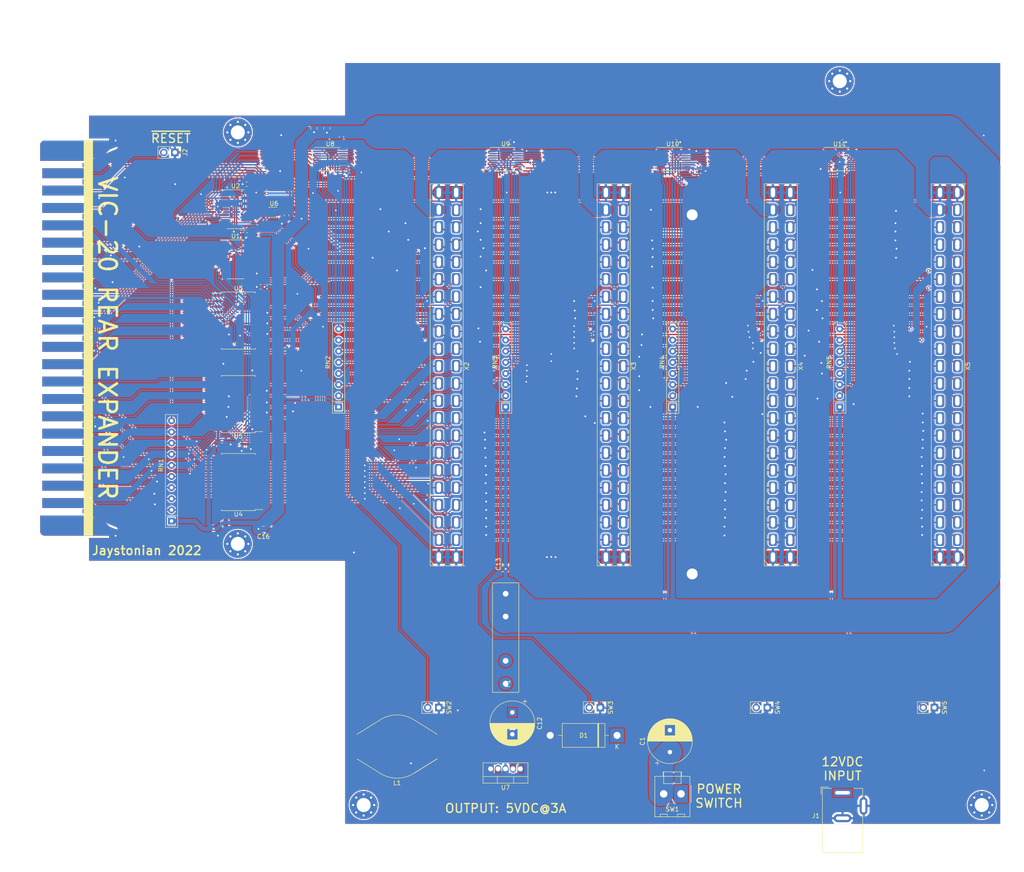
<source format=kicad_pcb>
(kicad_pcb (version 20171130) (host pcbnew "(5.1.10)-1")
  (title_block (title "VIC-20 Hyper Expander SMD") (rev 2) (company Jaystonian))
  (layers (0 F.Cu signal hide) (31 B.Cu signal) (34 B.Paste user hide) (35 F.Paste user hide) (36 B.SilkS user hide) (37 F.SilkS user) (38 B.Mask user hide) (39 F.Mask user) (44 Edge.Cuts user))
  (net 0 "")
  (net 1 +5V)
  (net 2 GND)
  (net 3 /A11)
  (net 4 /A9)
  (net 5 /A8)
  (net 6 /A12)
  (net 7 /A7)
  (net 8 /A6)
  (net 9 /A5)
  (net 10 /A4)
  (net 11 /A3)
  (net 12 /A2)
  (net 13 /A1)
  (net 14 /A0)
  (net 15 /D0)
  (net 16 /D1)
  (net 17 /D2)
  (net 18 /D3)
  (net 19 /D4)
  (net 20 /D5)
  (net 21 /D6)
  (net 22 /D7)
  (net 23 /A10)
  (net 24 /VR~W)
  (net 25 /~IO3)
  (net 26 /~IO2)
  (net 27 /~BLK5)
  (net 28 /~BLK3)
  (net 29 /~BLK2)
  (net 30 /~BLK1)
  (net 31 /~RESET)
  (net 32 /~RAM2)
  (net 33 /~RAM3)
  (net 34 /~RAM1)
  (net 35 /CR~W)
  (net 36 /~IRQ)
  (net 37 /NC1)
  (net 38 /SPhi2)
  (net 39 /~NMI)
  (net 40 /NC2)
  (net 41 "Net-(C1-Pad1)")
  (net 42 "Net-(C12-Pad1)")
  (net 43 "Net-(D1-Pad1)")
  (net 44 "Net-(J1-Pad1)")
  (net 45 /vD0)
  (net 46 /vD1)
  (net 47 /vD2)
  (net 48 /vD3)
  (net 49 /vD4)
  (net 50 /vD5)
  (net 51 /vD6)
  (net 52 /vD7)
  (net 53 /vVR~W)
  (net 54 /~I3A)
  (net 55 /~I2A)
  (net 56 /~B3A)
  (net 57 /~B2A)
  (net 58 /~B1A)
  (net 59 /~EA)
  (net 60 /~EB)
  (net 61 /~B1B)
  (net 62 /~B2B)
  (net 63 /~B3B)
  (net 64 /~I2B)
  (net 65 /~I3B)
  (net 66 /~I3C)
  (net 67 /~I2C)
  (net 68 /~B3C)
  (net 69 /~B2C)
  (net 70 /~B1C)
  (net 71 /~EC)
  (net 72 /~ED)
  (net 73 /~B1D)
  (net 74 /~B2D)
  (net 75 /~B3D)
  (net 76 /~I2D)
  (net 77 /~I3D)
  (net 78 /vCR~W)
  (net 79 "Net-(U1-Pad1)")
  (net 80 "Net-(U1-Pad8)")
  (net 81 /~DE)
  (net 82 "Net-(U1-Pad4)")
  (net 83 "Net-(U2-Pad6)")
  (net 84 "Net-(U2-Pad8)")
  (net 85 "Net-(U2-Pad12)")
  (net 86 /vA8)
  (net 87 /vA9)
  (net 88 /vA10)
  (net 89 /A13)
  (net 90 /vA11)
  (net 91 /vA12)
  (net 92 /vA13)
  (net 93 /vSPhi2)
  (net 94 /vA7)
  (net 95 /vA6)
  (net 96 /vA5)
  (net 97 /vA4)
  (net 98 /vA3)
  (net 99 /vA2)
  (net 100 /vA1)
  (net 101 /vA0)
  (net 102 "Net-(U8-Pad5)")
  (net 103 "Net-(U8-Pad3)")
  (net 104 "Net-(U9-Pad3)")
  (net 105 "Net-(U9-Pad5)")
  (net 106 "Net-(U10-Pad5)")
  (net 107 "Net-(U10-Pad3)")
  (net 108 "Net-(U11-Pad3)")
  (net 109 "Net-(U11-Pad5)")
  (net 110 "Net-(X1-Pad21)")
  (net 111 /~B5B)
  (net 112 /~B5C)
  (net 113 /~B5D)
  (net 114 /~B5A)
  (module CPU2:VIC20_EXPANSIONPORT_WIRE (layer F.Cu) (at 157.555 120.32 270)
    (fp_text reference X2 (at -1.98 -4.356 270) (layer F.SilkS))
    (fp_text value "SLOT A")
    (pad Z thru_hole roundrect (at -41.58 -1.98 90) (size 2.85 2) (drill oval 2.2 1) (layers *.Cu *.Mask) (net 2 GND))
    (pad Y thru_hole roundrect (at -37.62 -1.98 90) (size 2.85 2) (drill oval 2.2 1) (layers *.Cu *.Mask) (net 40 /NC2))
    (pad X thru_hole roundrect (at -33.66 -1.98 90) (size 2.85 2) (drill oval 2.2 1) (layers *.Cu *.Mask) (net 31 /~RESET))
    (pad W thru_hole roundrect (at -29.7 -1.98 90) (size 2.85 2) (drill oval 2.2 1) (layers *.Cu *.Mask) (net 39 /~NMI))
    (pad V thru_hole roundrect (at -25.74 -1.98 90) (size 2.85 2) (drill oval 2.2 1) (layers *.Cu *.Mask) (net 38 /SPhi2))
    (pad U thru_hole roundrect (at -21.78 -1.98 90) (size 2.85 2) (drill oval 2.2 1) (layers *.Cu *.Mask) (net 54 /~I3A))
    (pad T thru_hole roundrect (at -17.82 -1.98 90) (size 2.85 2) (drill oval 2.2 1) (layers *.Cu *.Mask) (net 55 /~I2A))
    (pad S thru_hole roundrect (at -13.86 -1.98 90) (size 2.85 2) (drill oval 2.2 1) (layers *.Cu *.Mask) (net 89 /A13))
    (pad R thru_hole roundrect (at -9.9 -1.98 90) (size 2.85 2) (drill oval 2.2 1) (layers *.Cu *.Mask) (net 6 /A12))
    (pad P thru_hole roundrect (at -5.94 -1.98 90) (size 2.85 2) (drill oval 2.2 1) (layers *.Cu *.Mask) (net 3 /A11))
    (pad N thru_hole roundrect (at -1.98 -1.98 90) (size 2.85 2) (drill oval 2.2 1) (layers *.Cu *.Mask) (net 23 /A10))
    (pad M thru_hole roundrect (at 1.98 -1.98 90) (size 2.85 2) (drill oval 2.2 1) (layers *.Cu *.Mask) (net 4 /A9))
    (pad L thru_hole roundrect (at 5.94 -1.98 90) (size 2.85 2) (drill oval 2.2 1) (layers *.Cu *.Mask) (net 5 /A8))
    (pad K thru_hole roundrect (at 9.9 -1.98 90) (size 2.85 2) (drill oval 2.2 1) (layers *.Cu *.Mask) (net 7 /A7))
    (pad J thru_hole roundrect (at 13.86 -1.98 90) (size 2.85 2) (drill oval 2.2 1) (layers *.Cu *.Mask) (net 8 /A6))
    (pad H thru_hole roundrect (at 17.82 -1.98 90) (size 2.85 2) (drill oval 2.2 1) (layers *.Cu *.Mask) (net 9 /A5))
    (pad F thru_hole roundrect (at 21.78 -1.98 90) (size 2.85 2) (drill oval 2.2 1) (layers *.Cu *.Mask) (net 10 /A4))
    (pad E thru_hole roundrect (at 25.74 -1.98 90) (size 2.85 2) (drill oval 2.2 1) (layers *.Cu *.Mask) (net 11 /A3))
    (pad D thru_hole roundrect (at 29.7 -1.98 90) (size 2.85 2) (drill oval 2.2 1) (layers *.Cu *.Mask) (net 12 /A2))
    (pad C thru_hole roundrect (at 33.66 -1.98 90) (size 2.85 2) (drill oval 2.2 1) (layers *.Cu *.Mask) (net 13 /A1))
    (pad B thru_hole roundrect (at 37.62 -1.98 90) (size 2.85 2) (drill oval 2.2 1) (layers *.Cu *.Mask) (net 14 /A0))
    (pad A thru_hole roundrect (at 41.58 -1.98 90) (size 2.85 2) (drill oval 2.2 1) (layers *.Cu *.Mask) (net 2 GND))
    (pad 22 thru_hole roundrect (at -41.58 1.98 90) (size 2.85 2) (drill oval 2.2 1) (layers *.Cu *.Mask) (net 2 GND))
    (pad 21 thru_hole roundrect (at -37.62 1.98 90) (size 2.85 2) (drill oval 2.2 1) (layers *.Cu *.Mask) (net 1 +5V))
    (pad 20 thru_hole roundrect (at -33.66 1.98 90) (size 2.85 2) (drill oval 2.2 1) (layers *.Cu *.Mask) (net 37 /NC1))
    (pad 19 thru_hole roundrect (at -29.7 1.98 90) (size 2.85 2) (drill oval 2.2 1) (layers *.Cu *.Mask) (net 36 /~IRQ))
    (pad 18 thru_hole roundrect (at -25.74 1.98 90) (size 2.85 2) (drill oval 2.2 1) (layers *.Cu *.Mask) (net 35 /CR~W))
    (pad 17 thru_hole roundrect (at -21.78 1.98 90) (size 2.85 2) (drill oval 2.2 1) (layers *.Cu *.Mask) (net 24 /VR~W))
    (pad 16 thru_hole roundrect (at -17.82 1.98 90) (size 2.85 2) (drill oval 2.2 1) (layers *.Cu *.Mask) (net 33 /~RAM3))
    (pad 15 thru_hole roundrect (at -13.86 1.98 90) (size 2.85 2) (drill oval 2.2 1) (layers *.Cu *.Mask) (net 32 /~RAM2))
    (pad 14 thru_hole roundrect (at -9.9 1.98 90) (size 2.85 2) (drill oval 2.2 1) (layers *.Cu *.Mask) (net 34 /~RAM1))
    (pad 13 thru_hole roundrect (at -5.94 1.98 90) (size 2.85 2) (drill oval 2.2 1) (layers *.Cu *.Mask) (net 114 /~B5A))
    (pad 12 thru_hole roundrect (at -1.98 1.98 90) (size 2.85 2) (drill oval 2.2 1) (layers *.Cu *.Mask) (net 56 /~B3A))
    (pad 11 thru_hole roundrect (at 1.98 1.98 90) (size 2.85 2) (drill oval 2.2 1) (layers *.Cu *.Mask) (net 57 /~B2A))
    (pad 10 thru_hole roundrect (at 5.94 1.98 90) (size 2.85 2) (drill oval 2.2 1) (layers *.Cu *.Mask) (net 58 /~B1A))
    (pad 9 thru_hole roundrect (at 9.9 1.98 90) (size 2.85 2) (drill oval 2.2 1) (layers *.Cu *.Mask) (net 22 /D7))
    (pad 8 thru_hole roundrect (at 13.86 1.98 90) (size 2.85 2) (drill oval 2.2 1) (layers *.Cu *.Mask) (net 21 /D6))
    (pad 7 thru_hole roundrect (at 17.82 1.98 90) (size 2.85 2) (drill oval 2.2 1) (layers *.Cu *.Mask) (net 20 /D5))
    (pad 6 thru_hole roundrect (at 21.78 1.98 90) (size 2.85 2) (drill oval 2.2 1) (layers *.Cu *.Mask) (net 19 /D4))
    (pad 5 thru_hole roundrect (at 25.74 1.98 90) (size 2.85 2) (drill oval 2.2 1) (layers *.Cu *.Mask) (net 18 /D3))
    (pad 4 thru_hole roundrect (at 29.7 1.98 90) (size 2.85 2) (drill oval 2.2 1) (layers *.Cu *.Mask) (net 17 /D2))
    (pad 3 thru_hole roundrect (at 33.66 1.98 90) (size 2.85 2) (drill oval 2.2 1) (layers *.Cu *.Mask) (net 16 /D1))
    (pad 2 thru_hole roundrect (at 37.62 1.98 90) (size 2.85 2) (drill oval 2.2 1) (layers *.Cu *.Mask) (net 15 /D0))
    (pad 1 thru_hole roundrect (at 41.58 1.98 90) (size 2.85 2) (drill oval 2.2 1) (layers *.Cu *.Mask) (net 2 GND))
  )
  (module CPU2:VIC20_EXPANSIONPORT_WIRE (layer F.Cu) (at 195.655 120.32 270)
    (fp_text reference X3 (at -1.98 -4.356 270) (layer F.SilkS))
    (fp_text value "SLOT B")
    (pad Z thru_hole roundrect (at -41.58 -1.98 90) (size 2.85 2) (drill oval 2.2 1) (layers *.Cu *.Mask) (net 2 GND))
    (pad Y thru_hole roundrect (at -37.62 -1.98 90) (size 2.85 2) (drill oval 2.2 1) (layers *.Cu *.Mask) (net 40 /NC2))
    (pad X thru_hole roundrect (at -33.66 -1.98 90) (size 2.85 2) (drill oval 2.2 1) (layers *.Cu *.Mask) (net 31 /~RESET))
    (pad W thru_hole roundrect (at -29.7 -1.98 90) (size 2.85 2) (drill oval 2.2 1) (layers *.Cu *.Mask) (net 39 /~NMI))
    (pad V thru_hole roundrect (at -25.74 -1.98 90) (size 2.85 2) (drill oval 2.2 1) (layers *.Cu *.Mask) (net 38 /SPhi2))
    (pad U thru_hole roundrect (at -21.78 -1.98 90) (size 2.85 2) (drill oval 2.2 1) (layers *.Cu *.Mask) (net 65 /~I3B))
    (pad T thru_hole roundrect (at -17.82 -1.98 90) (size 2.85 2) (drill oval 2.2 1) (layers *.Cu *.Mask) (net 64 /~I2B))
    (pad S thru_hole roundrect (at -13.86 -1.98 90) (size 2.85 2) (drill oval 2.2 1) (layers *.Cu *.Mask) (net 89 /A13))
    (pad R thru_hole roundrect (at -9.9 -1.98 90) (size 2.85 2) (drill oval 2.2 1) (layers *.Cu *.Mask) (net 6 /A12))
    (pad P thru_hole roundrect (at -5.94 -1.98 90) (size 2.85 2) (drill oval 2.2 1) (layers *.Cu *.Mask) (net 3 /A11))
    (pad N thru_hole roundrect (at -1.98 -1.98 90) (size 2.85 2) (drill oval 2.2 1) (layers *.Cu *.Mask) (net 23 /A10))
    (pad M thru_hole roundrect (at 1.98 -1.98 90) (size 2.85 2) (drill oval 2.2 1) (layers *.Cu *.Mask) (net 4 /A9))
    (pad L thru_hole roundrect (at 5.94 -1.98 90) (size 2.85 2) (drill oval 2.2 1) (layers *.Cu *.Mask) (net 5 /A8))
    (pad K thru_hole roundrect (at 9.9 -1.98 90) (size 2.85 2) (drill oval 2.2 1) (layers *.Cu *.Mask) (net 7 /A7))
    (pad J thru_hole roundrect (at 13.86 -1.98 90) (size 2.85 2) (drill oval 2.2 1) (layers *.Cu *.Mask) (net 8 /A6))
    (pad H thru_hole roundrect (at 17.82 -1.98 90) (size 2.85 2) (drill oval 2.2 1) (layers *.Cu *.Mask) (net 9 /A5))
    (pad F thru_hole roundrect (at 21.78 -1.98 90) (size 2.85 2) (drill oval 2.2 1) (layers *.Cu *.Mask) (net 10 /A4))
    (pad E thru_hole roundrect (at 25.74 -1.98 90) (size 2.85 2) (drill oval 2.2 1) (layers *.Cu *.Mask) (net 11 /A3))
    (pad D thru_hole roundrect (at 29.7 -1.98 90) (size 2.85 2) (drill oval 2.2 1) (layers *.Cu *.Mask) (net 12 /A2))
    (pad C thru_hole roundrect (at 33.66 -1.98 90) (size 2.85 2) (drill oval 2.2 1) (layers *.Cu *.Mask) (net 13 /A1))
    (pad B thru_hole roundrect (at 37.62 -1.98 90) (size 2.85 2) (drill oval 2.2 1) (layers *.Cu *.Mask) (net 14 /A0))
    (pad A thru_hole roundrect (at 41.58 -1.98 90) (size 2.85 2) (drill oval 2.2 1) (layers *.Cu *.Mask) (net 2 GND))
    (pad 22 thru_hole roundrect (at -41.58 1.98 90) (size 2.85 2) (drill oval 2.2 1) (layers *.Cu *.Mask) (net 2 GND))
    (pad 21 thru_hole roundrect (at -37.62 1.98 90) (size 2.85 2) (drill oval 2.2 1) (layers *.Cu *.Mask) (net 1 +5V))
    (pad 20 thru_hole roundrect (at -33.66 1.98 90) (size 2.85 2) (drill oval 2.2 1) (layers *.Cu *.Mask) (net 37 /NC1))
    (pad 19 thru_hole roundrect (at -29.7 1.98 90) (size 2.85 2) (drill oval 2.2 1) (layers *.Cu *.Mask) (net 36 /~IRQ))
    (pad 18 thru_hole roundrect (at -25.74 1.98 90) (size 2.85 2) (drill oval 2.2 1) (layers *.Cu *.Mask) (net 35 /CR~W))
    (pad 17 thru_hole roundrect (at -21.78 1.98 90) (size 2.85 2) (drill oval 2.2 1) (layers *.Cu *.Mask) (net 24 /VR~W))
    (pad 16 thru_hole roundrect (at -17.82 1.98 90) (size 2.85 2) (drill oval 2.2 1) (layers *.Cu *.Mask) (net 33 /~RAM3))
    (pad 15 thru_hole roundrect (at -13.86 1.98 90) (size 2.85 2) (drill oval 2.2 1) (layers *.Cu *.Mask) (net 32 /~RAM2))
    (pad 14 thru_hole roundrect (at -9.9 1.98 90) (size 2.85 2) (drill oval 2.2 1) (layers *.Cu *.Mask) (net 34 /~RAM1))
    (pad 13 thru_hole roundrect (at -5.94 1.98 90) (size 2.85 2) (drill oval 2.2 1) (layers *.Cu *.Mask) (net 111 /~B5B))
    (pad 12 thru_hole roundrect (at -1.98 1.98 90) (size 2.85 2) (drill oval 2.2 1) (layers *.Cu *.Mask) (net 63 /~B3B))
    (pad 11 thru_hole roundrect (at 1.98 1.98 90) (size 2.85 2) (drill oval 2.2 1) (layers *.Cu *.Mask) (net 62 /~B2B))
    (pad 10 thru_hole roundrect (at 5.94 1.98 90) (size 2.85 2) (drill oval 2.2 1) (layers *.Cu *.Mask) (net 61 /~B1B))
    (pad 9 thru_hole roundrect (at 9.9 1.98 90) (size 2.85 2) (drill oval 2.2 1) (layers *.Cu *.Mask) (net 22 /D7))
    (pad 8 thru_hole roundrect (at 13.86 1.98 90) (size 2.85 2) (drill oval 2.2 1) (layers *.Cu *.Mask) (net 21 /D6))
    (pad 7 thru_hole roundrect (at 17.82 1.98 90) (size 2.85 2) (drill oval 2.2 1) (layers *.Cu *.Mask) (net 20 /D5))
    (pad 6 thru_hole roundrect (at 21.78 1.98 90) (size 2.85 2) (drill oval 2.2 1) (layers *.Cu *.Mask) (net 19 /D4))
    (pad 5 thru_hole roundrect (at 25.74 1.98 90) (size 2.85 2) (drill oval 2.2 1) (layers *.Cu *.Mask) (net 18 /D3))
    (pad 4 thru_hole roundrect (at 29.7 1.98 90) (size 2.85 2) (drill oval 2.2 1) (layers *.Cu *.Mask) (net 17 /D2))
    (pad 3 thru_hole roundrect (at 33.66 1.98 90) (size 2.85 2) (drill oval 2.2 1) (layers *.Cu *.Mask) (net 16 /D1))
    (pad 2 thru_hole roundrect (at 37.62 1.98 90) (size 2.85 2) (drill oval 2.2 1) (layers *.Cu *.Mask) (net 15 /D0))
    (pad 1 thru_hole roundrect (at 41.58 1.98 90) (size 2.85 2) (drill oval 2.2 1) (layers *.Cu *.Mask) (net 2 GND))
  )
  (module CPU2:VIC20_EXPANSIONPORT_WIRE (layer F.Cu) (at 233.755 120.32 270)
    (fp_text reference X4 (at -1.98 -4.356 270) (layer F.SilkS))
    (fp_text value "SLOT C")
    (pad Z thru_hole roundrect (at -41.58 -1.98 90) (size 2.85 2) (drill oval 2.2 1) (layers *.Cu *.Mask) (net 2 GND))
    (pad Y thru_hole roundrect (at -37.62 -1.98 90) (size 2.85 2) (drill oval 2.2 1) (layers *.Cu *.Mask) (net 40 /NC2))
    (pad X thru_hole roundrect (at -33.66 -1.98 90) (size 2.85 2) (drill oval 2.2 1) (layers *.Cu *.Mask) (net 31 /~RESET))
    (pad W thru_hole roundrect (at -29.7 -1.98 90) (size 2.85 2) (drill oval 2.2 1) (layers *.Cu *.Mask) (net 39 /~NMI))
    (pad V thru_hole roundrect (at -25.74 -1.98 90) (size 2.85 2) (drill oval 2.2 1) (layers *.Cu *.Mask) (net 38 /SPhi2))
    (pad U thru_hole roundrect (at -21.78 -1.98 90) (size 2.85 2) (drill oval 2.2 1) (layers *.Cu *.Mask) (net 66 /~I3C))
    (pad T thru_hole roundrect (at -17.82 -1.98 90) (size 2.85 2) (drill oval 2.2 1) (layers *.Cu *.Mask) (net 67 /~I2C))
    (pad S thru_hole roundrect (at -13.86 -1.98 90) (size 2.85 2) (drill oval 2.2 1) (layers *.Cu *.Mask) (net 89 /A13))
    (pad R thru_hole roundrect (at -9.9 -1.98 90) (size 2.85 2) (drill oval 2.2 1) (layers *.Cu *.Mask) (net 6 /A12))
    (pad P thru_hole roundrect (at -5.94 -1.98 90) (size 2.85 2) (drill oval 2.2 1) (layers *.Cu *.Mask) (net 3 /A11))
    (pad N thru_hole roundrect (at -1.98 -1.98 90) (size 2.85 2) (drill oval 2.2 1) (layers *.Cu *.Mask) (net 23 /A10))
    (pad M thru_hole roundrect (at 1.98 -1.98 90) (size 2.85 2) (drill oval 2.2 1) (layers *.Cu *.Mask) (net 4 /A9))
    (pad L thru_hole roundrect (at 5.94 -1.98 90) (size 2.85 2) (drill oval 2.2 1) (layers *.Cu *.Mask) (net 5 /A8))
    (pad K thru_hole roundrect (at 9.9 -1.98 90) (size 2.85 2) (drill oval 2.2 1) (layers *.Cu *.Mask) (net 7 /A7))
    (pad J thru_hole roundrect (at 13.86 -1.98 90) (size 2.85 2) (drill oval 2.2 1) (layers *.Cu *.Mask) (net 8 /A6))
    (pad H thru_hole roundrect (at 17.82 -1.98 90) (size 2.85 2) (drill oval 2.2 1) (layers *.Cu *.Mask) (net 9 /A5))
    (pad F thru_hole roundrect (at 21.78 -1.98 90) (size 2.85 2) (drill oval 2.2 1) (layers *.Cu *.Mask) (net 10 /A4))
    (pad E thru_hole roundrect (at 25.74 -1.98 90) (size 2.85 2) (drill oval 2.2 1) (layers *.Cu *.Mask) (net 11 /A3))
    (pad D thru_hole roundrect (at 29.7 -1.98 90) (size 2.85 2) (drill oval 2.2 1) (layers *.Cu *.Mask) (net 12 /A2))
    (pad C thru_hole roundrect (at 33.66 -1.98 90) (size 2.85 2) (drill oval 2.2 1) (layers *.Cu *.Mask) (net 13 /A1))
    (pad B thru_hole roundrect (at 37.62 -1.98 90) (size 2.85 2) (drill oval 2.2 1) (layers *.Cu *.Mask) (net 14 /A0))
    (pad A thru_hole roundrect (at 41.58 -1.98 90) (size 2.85 2) (drill oval 2.2 1) (layers *.Cu *.Mask) (net 2 GND))
    (pad 22 thru_hole roundrect (at -41.58 1.98 90) (size 2.85 2) (drill oval 2.2 1) (layers *.Cu *.Mask) (net 2 GND))
    (pad 21 thru_hole roundrect (at -37.62 1.98 90) (size 2.85 2) (drill oval 2.2 1) (layers *.Cu *.Mask) (net 1 +5V))
    (pad 20 thru_hole roundrect (at -33.66 1.98 90) (size 2.85 2) (drill oval 2.2 1) (layers *.Cu *.Mask) (net 37 /NC1))
    (pad 19 thru_hole roundrect (at -29.7 1.98 90) (size 2.85 2) (drill oval 2.2 1) (layers *.Cu *.Mask) (net 36 /~IRQ))
    (pad 18 thru_hole roundrect (at -25.74 1.98 90) (size 2.85 2) (drill oval 2.2 1) (layers *.Cu *.Mask) (net 35 /CR~W))
    (pad 17 thru_hole roundrect (at -21.78 1.98 90) (size 2.85 2) (drill oval 2.2 1) (layers *.Cu *.Mask) (net 24 /VR~W))
    (pad 16 thru_hole roundrect (at -17.82 1.98 90) (size 2.85 2) (drill oval 2.2 1) (layers *.Cu *.Mask) (net 33 /~RAM3))
    (pad 15 thru_hole roundrect (at -13.86 1.98 90) (size 2.85 2) (drill oval 2.2 1) (layers *.Cu *.Mask) (net 32 /~RAM2))
    (pad 14 thru_hole roundrect (at -9.9 1.98 90) (size 2.85 2) (drill oval 2.2 1) (layers *.Cu *.Mask) (net 34 /~RAM1))
    (pad 13 thru_hole roundrect (at -5.94 1.98 90) (size 2.85 2) (drill oval 2.2 1) (layers *.Cu *.Mask) (net 112 /~B5C))
    (pad 12 thru_hole roundrect (at -1.98 1.98 90) (size 2.85 2) (drill oval 2.2 1) (layers *.Cu *.Mask) (net 68 /~B3C))
    (pad 11 thru_hole roundrect (at 1.98 1.98 90) (size 2.85 2) (drill oval 2.2 1) (layers *.Cu *.Mask) (net 69 /~B2C))
    (pad 10 thru_hole roundrect (at 5.94 1.98 90) (size 2.85 2) (drill oval 2.2 1) (layers *.Cu *.Mask) (net 70 /~B1C))
    (pad 9 thru_hole roundrect (at 9.9 1.98 90) (size 2.85 2) (drill oval 2.2 1) (layers *.Cu *.Mask) (net 22 /D7))
    (pad 8 thru_hole roundrect (at 13.86 1.98 90) (size 2.85 2) (drill oval 2.2 1) (layers *.Cu *.Mask) (net 21 /D6))
    (pad 7 thru_hole roundrect (at 17.82 1.98 90) (size 2.85 2) (drill oval 2.2 1) (layers *.Cu *.Mask) (net 20 /D5))
    (pad 6 thru_hole roundrect (at 21.78 1.98 90) (size 2.85 2) (drill oval 2.2 1) (layers *.Cu *.Mask) (net 19 /D4))
    (pad 5 thru_hole roundrect (at 25.74 1.98 90) (size 2.85 2) (drill oval 2.2 1) (layers *.Cu *.Mask) (net 18 /D3))
    (pad 4 thru_hole roundrect (at 29.7 1.98 90) (size 2.85 2) (drill oval 2.2 1) (layers *.Cu *.Mask) (net 17 /D2))
    (pad 3 thru_hole roundrect (at 33.66 1.98 90) (size 2.85 2) (drill oval 2.2 1) (layers *.Cu *.Mask) (net 16 /D1))
    (pad 2 thru_hole roundrect (at 37.62 1.98 90) (size 2.85 2) (drill oval 2.2 1) (layers *.Cu *.Mask) (net 15 /D0))
    (pad 1 thru_hole roundrect (at 41.58 1.98 90) (size 2.85 2) (drill oval 2.2 1) (layers *.Cu *.Mask) (net 2 GND))
  )
  (module CPU2:VIC20_EXPANSIONPORT_WIRE (layer F.Cu) (at 271.855 120.32 270)
    (fp_text reference X5 (at -1.98 -4.356 270) (layer F.SilkS))
    (fp_text value "SLOT D")
    (pad Z thru_hole roundrect (at -41.58 -1.98 90) (size 2.85 2) (drill oval 2.2 1) (layers *.Cu *.Mask) (net 2 GND))
    (pad Y thru_hole roundrect (at -37.62 -1.98 90) (size 2.85 2) (drill oval 2.2 1) (layers *.Cu *.Mask) (net 40 /NC2))
    (pad X thru_hole roundrect (at -33.66 -1.98 90) (size 2.85 2) (drill oval 2.2 1) (layers *.Cu *.Mask) (net 31 /~RESET))
    (pad W thru_hole roundrect (at -29.7 -1.98 90) (size 2.85 2) (drill oval 2.2 1) (layers *.Cu *.Mask) (net 39 /~NMI))
    (pad V thru_hole roundrect (at -25.74 -1.98 90) (size 2.85 2) (drill oval 2.2 1) (layers *.Cu *.Mask) (net 38 /SPhi2))
    (pad U thru_hole roundrect (at -21.78 -1.98 90) (size 2.85 2) (drill oval 2.2 1) (layers *.Cu *.Mask) (net 77 /~I3D))
    (pad T thru_hole roundrect (at -17.82 -1.98 90) (size 2.85 2) (drill oval 2.2 1) (layers *.Cu *.Mask) (net 76 /~I2D))
    (pad S thru_hole roundrect (at -13.86 -1.98 90) (size 2.85 2) (drill oval 2.2 1) (layers *.Cu *.Mask) (net 89 /A13))
    (pad R thru_hole roundrect (at -9.9 -1.98 90) (size 2.85 2) (drill oval 2.2 1) (layers *.Cu *.Mask) (net 6 /A12))
    (pad P thru_hole roundrect (at -5.94 -1.98 90) (size 2.85 2) (drill oval 2.2 1) (layers *.Cu *.Mask) (net 3 /A11))
    (pad N thru_hole roundrect (at -1.98 -1.98 90) (size 2.85 2) (drill oval 2.2 1) (layers *.Cu *.Mask) (net 23 /A10))
    (pad M thru_hole roundrect (at 1.98 -1.98 90) (size 2.85 2) (drill oval 2.2 1) (layers *.Cu *.Mask) (net 4 /A9))
    (pad L thru_hole roundrect (at 5.94 -1.98 90) (size 2.85 2) (drill oval 2.2 1) (layers *.Cu *.Mask) (net 5 /A8))
    (pad K thru_hole roundrect (at 9.9 -1.98 90) (size 2.85 2) (drill oval 2.2 1) (layers *.Cu *.Mask) (net 7 /A7))
    (pad J thru_hole roundrect (at 13.86 -1.98 90) (size 2.85 2) (drill oval 2.2 1) (layers *.Cu *.Mask) (net 8 /A6))
    (pad H thru_hole roundrect (at 17.82 -1.98 90) (size 2.85 2) (drill oval 2.2 1) (layers *.Cu *.Mask) (net 9 /A5))
    (pad F thru_hole roundrect (at 21.78 -1.98 90) (size 2.85 2) (drill oval 2.2 1) (layers *.Cu *.Mask) (net 10 /A4))
    (pad E thru_hole roundrect (at 25.74 -1.98 90) (size 2.85 2) (drill oval 2.2 1) (layers *.Cu *.Mask) (net 11 /A3))
    (pad D thru_hole roundrect (at 29.7 -1.98 90) (size 2.85 2) (drill oval 2.2 1) (layers *.Cu *.Mask) (net 12 /A2))
    (pad C thru_hole roundrect (at 33.66 -1.98 90) (size 2.85 2) (drill oval 2.2 1) (layers *.Cu *.Mask) (net 13 /A1))
    (pad B thru_hole roundrect (at 37.62 -1.98 90) (size 2.85 2) (drill oval 2.2 1) (layers *.Cu *.Mask) (net 14 /A0))
    (pad A thru_hole roundrect (at 41.58 -1.98 90) (size 2.85 2) (drill oval 2.2 1) (layers *.Cu *.Mask) (net 2 GND))
    (pad 22 thru_hole roundrect (at -41.58 1.98 90) (size 2.85 2) (drill oval 2.2 1) (layers *.Cu *.Mask) (net 2 GND))
    (pad 21 thru_hole roundrect (at -37.62 1.98 90) (size 2.85 2) (drill oval 2.2 1) (layers *.Cu *.Mask) (net 1 +5V))
    (pad 20 thru_hole roundrect (at -33.66 1.98 90) (size 2.85 2) (drill oval 2.2 1) (layers *.Cu *.Mask) (net 37 /NC1))
    (pad 19 thru_hole roundrect (at -29.7 1.98 90) (size 2.85 2) (drill oval 2.2 1) (layers *.Cu *.Mask) (net 36 /~IRQ))
    (pad 18 thru_hole roundrect (at -25.74 1.98 90) (size 2.85 2) (drill oval 2.2 1) (layers *.Cu *.Mask) (net 35 /CR~W))
    (pad 17 thru_hole roundrect (at -21.78 1.98 90) (size 2.85 2) (drill oval 2.2 1) (layers *.Cu *.Mask) (net 24 /VR~W))
    (pad 16 thru_hole roundrect (at -17.82 1.98 90) (size 2.85 2) (drill oval 2.2 1) (layers *.Cu *.Mask) (net 33 /~RAM3))
    (pad 15 thru_hole roundrect (at -13.86 1.98 90) (size 2.85 2) (drill oval 2.2 1) (layers *.Cu *.Mask) (net 32 /~RAM2))
    (pad 14 thru_hole roundrect (at -9.9 1.98 90) (size 2.85 2) (drill oval 2.2 1) (layers *.Cu *.Mask) (net 34 /~RAM1))
    (pad 13 thru_hole roundrect (at -5.94 1.98 90) (size 2.85 2) (drill oval 2.2 1) (layers *.Cu *.Mask) (net 113 /~B5D))
    (pad 12 thru_hole roundrect (at -1.98 1.98 90) (size 2.85 2) (drill oval 2.2 1) (layers *.Cu *.Mask) (net 75 /~B3D))
    (pad 11 thru_hole roundrect (at 1.98 1.98 90) (size 2.85 2) (drill oval 2.2 1) (layers *.Cu *.Mask) (net 74 /~B2D))
    (pad 10 thru_hole roundrect (at 5.94 1.98 90) (size 2.85 2) (drill oval 2.2 1) (layers *.Cu *.Mask) (net 73 /~B1D))
    (pad 9 thru_hole roundrect (at 9.9 1.98 90) (size 2.85 2) (drill oval 2.2 1) (layers *.Cu *.Mask) (net 22 /D7))
    (pad 8 thru_hole roundrect (at 13.86 1.98 90) (size 2.85 2) (drill oval 2.2 1) (layers *.Cu *.Mask) (net 21 /D6))
    (pad 7 thru_hole roundrect (at 17.82 1.98 90) (size 2.85 2) (drill oval 2.2 1) (layers *.Cu *.Mask) (net 20 /D5))
    (pad 6 thru_hole roundrect (at 21.78 1.98 90) (size 2.85 2) (drill oval 2.2 1) (layers *.Cu *.Mask) (net 19 /D4))
    (pad 5 thru_hole roundrect (at 25.74 1.98 90) (size 2.85 2) (drill oval 2.2 1) (layers *.Cu *.Mask) (net 18 /D3))
    (pad 4 thru_hole roundrect (at 29.7 1.98 90) (size 2.85 2) (drill oval 2.2 1) (layers *.Cu *.Mask) (net 17 /D2))
    (pad 3 thru_hole roundrect (at 33.66 1.98 90) (size 2.85 2) (drill oval 2.2 1) (layers *.Cu *.Mask) (net 16 /D1))
    (pad 2 thru_hole roundrect (at 37.62 1.98 90) (size 2.85 2) (drill oval 2.2 1) (layers *.Cu *.Mask) (net 15 /D0))
    (pad 1 thru_hole roundrect (at 41.58 1.98 90) (size 2.85 2) (drill oval 2.2 1) (layers *.Cu *.Mask) (net 2 GND))
  )
  (module Capacitor_SMD:C_0603_1608Metric_Pad1.05x0.95mm_HandSolder (layer F.Cu) (at 209.7405 67.2465 180)
    (fp_text reference C10 hide)
    (fp_text value 0.1u)
    (pad 2 smd roundrect (at 0.875 0 180) (size 1.05 0.95) (layers F.Cu F.Paste F.Mask) (net 2 GND))
    (pad 1 smd roundrect (at -0.875 0 180) (size 1.05 0.95) (layers F.Cu F.Paste F.Mask) (net 1 +5V))
  )
  (module CPU2:VIC20_EXPANSION_CARD_3 (layer F.Cu) (at 64.635 111.96 270)
    (fp_text reference X1 hide)
    (fp_text value VIC20_EXPANSION_PORT)
    (fp_line (start 44.05 0.00049) (end 37.338 0.00037) (layer Edge.Cuts) (width 0.0254))
    (fp_line (start -33.401 0) (end -44.05238 -0.00012) (layer Edge.Cuts) (width 0.0254))
    (fp_line (start -30.988 -9.99188) (end -30.988 -1.01563) (layer Edge.Cuts) (width 0.0254))
    (fp_line (start -30.988 -9.99213) (end -32.385 -9.99225) (layer Edge.Cuts) (width 0.0254))
    (fp_line (start -32.385 -9.99225) (end -32.385 -1.016) (layer Edge.Cuts) (width 0.0254))
    (fp_line (start 36.322 -9.99188) (end 36.322 -1.01563) (layer Edge.Cuts) (width 0.0254))
    (fp_line (start 36.322 -9.99213) (end 34.925 -9.99225) (layer Edge.Cuts) (width 0.0254))
    (fp_line (start 34.925 -9.99225) (end 34.925 -1.016) (layer Edge.Cuts) (width 0.0254))
    (fp_line (start -45.06838 -9.99237) (end -45.06838 -1.01612) (layer Edge.Cuts) (width 0.0254))
    (fp_line (start 33.909 0.00049) (end -29.972 0.00037) (layer Edge.Cuts) (width 0.0254))
    (fp_line (start 45.06625 -9.98987) (end 45.06625 -1.016) (layer Edge.Cuts) (width 0.0254))
    (fp_poly (pts (xy -43.60788 -0.071) (xy -44.30638 -0.071) (xy -44.75088 -0.325) (xy -45.00488 -0.7695) (xy -45.00488 -1.0235) (xy -45.00488 -17.1525) (xy -43.60788 -17.1525)) (layer F.Cu) (width 0.1))
    (fp_poly (pts (xy -43.60788 -0.071) (xy -44.30638 -0.071) (xy -44.75088 -0.325) (xy -45.00488 -0.7695) (xy -45.00488 -1.0235) (xy -45.00488 -17.1525) (xy -43.60788 -17.1525)) (layer B.Cu) (width 0.1))
    (fp_line (start -46 -10.92399) (end -51 -10.92399) (layer Edge.Cuts) (width 0.0254))
    (fp_line (start 46 -10.92362) (end 51 -10.92362) (layer Edge.Cuts) (width 0.0254))
    (fp_arc (start -29.972 -1.01563) (end -30.988 -1.01563) (angle -90) (layer Edge.Cuts) (width 0.0254))
    (fp_arc (start -33.401 -1.016) (end -32.385 -1.016) (angle 90) (layer Edge.Cuts) (width 0.0254))
    (fp_arc (start 37.338 -1.01563) (end 36.322 -1.01563) (angle -90) (layer Edge.Cuts) (width 0.0254))
    (fp_arc (start 33.909 -1.016) (end 34.925 -1.016) (angle 90) (layer Edge.Cuts) (width 0.0254))
    (fp_arc (start 46 -9.98987) (end 45.06625 -9.98987) (angle 90) (layer Edge.Cuts) (width 0.0254))
    (fp_arc (start -46 -9.99237) (end -45.06838 -9.99237) (angle -90) (layer Edge.Cuts) (width 0.0254))
    (fp_arc (start -44.05238 -1.01612) (end -45.06838 -1.01612) (angle -90) (layer Edge.Cuts) (width 0.0254))
    (fp_arc (start 44.05 -1.01551) (end 45.066 -1.01551) (angle 90) (layer Edge.Cuts) (width 0.0254))
    (pad Y connect rect (at -37.62 -5.25 90) (size 2.25 9.5) (layers B.Cu B.Mask) (net 40 /NC2))
    (pad X connect rect (at -33.66 -5.25 90) (size 2.25 9.5) (layers B.Cu B.Mask) (net 31 /~RESET))
    (pad N connect rect (at -1.98 -5.25 90) (size 2.25 9.5) (layers B.Cu B.Mask) (net 88 /vA10))
    (pad W connect rect (at -29.7 -5.25 90) (size 2.25 9.5) (layers B.Cu B.Mask) (net 39 /~NMI))
    (pad V connect rect (at -25.74 -5.25 90) (size 2.25 9.5) (layers B.Cu B.Mask) (net 93 /vSPhi2))
    (pad M connect rect (at 1.98 -5.25 90) (size 2.25 9.5) (layers B.Cu B.Mask) (net 87 /vA9))
    (pad J connect rect (at 13.86 -5.25 90) (size 2.25 9.5) (layers B.Cu B.Mask) (net 95 /vA6))
    (pad T connect rect (at -17.82 -5.25 90) (size 2.25 9.5) (layers B.Cu B.Mask) (net 26 /~IO2))
    (pad P connect rect (at -5.94 -5.25 90) (size 2.25 9.5) (layers B.Cu B.Mask) (net 90 /vA11))
    (pad L connect rect (at 5.94 -5.25 90) (size 2.25 9.5) (layers B.Cu B.Mask) (net 86 /vA8))
    (pad F connect rect (at 21.78 -5.25 90) (size 2.25 9.5) (layers B.Cu B.Mask) (net 97 /vA4))
    (pad K connect rect (at 9.9 -5.25 90) (size 2.25 9.5) (layers B.Cu B.Mask) (net 94 /vA7))
    (pad U connect rect (at -21.78 -5.25 90) (size 2.25 9.5) (layers B.Cu B.Mask) (net 25 /~IO3))
    (pad S connect rect (at -13.86 -5.25 90) (size 2.25 9.5) (layers B.Cu B.Mask) (net 92 /vA13))
    (pad R connect rect (at -9.9 -5.25 90) (size 2.25 9.5) (layers B.Cu B.Mask) (net 91 /vA12))
    (pad H connect rect (at 17.82 -5.25 90) (size 2.25 9.5) (layers B.Cu B.Mask) (net 96 /vA5))
    (pad E connect rect (at 25.74 -5.25 90) (size 2.25 9.5) (layers B.Cu B.Mask) (net 98 /vA3))
    (pad D connect rect (at 29.7 -5.25 90) (size 2.25 9.5) (layers B.Cu B.Mask) (net 99 /vA2))
    (pad C connect rect (at 33.66 -5.25 90) (size 2.25 9.5) (layers B.Cu B.Mask) (net 100 /vA1))
    (pad B connect rect (at 37.62 -5.25 90) (size 2.25 9.5) (layers B.Cu B.Mask) (net 101 /vA0))
    (pad Z connect custom (at -41.58 -5 90) (size 2.25 10) (layers B.Cu) (net 2 GND) (options (clearance outline) (anchor rect)) (primitives (gr_poly (pts (xy -0.94 4.98) (xy 0.98 -4.95) (xy 2.55 -4.95) (xy 2.92 -4.83) (xy 3.21 -4.61) (xy 3.41 -4.2305) (xy 3.42 -3.9765) (xy 3.42 12.1525) (xy 2.023 12.1525)) (width 0.1))))
    (pad A connect custom (at 41.58 -5 270) (size 2.25 10) (layers B.Cu) (net 2 GND) (options (clearance outline) (anchor rect)) (primitives (gr_poly (pts (xy -0.94 -4.98) (xy 0.98 4.95) (xy 2.55 4.95) (xy 2.92 4.83) (xy 3.21 4.61) (xy 3.41 4.2305) (xy 3.42 3.9765) (xy 3.42 -12.1525) (xy 2.023 -12.1525)) (width 0.1))))
    (pad 22 connect custom (at -41.58 -5 90) (size 2.25 10) (layers F.Cu) (net 2 GND) (options (clearance outline) (anchor rect)) (primitives (gr_poly (pts (xy -0.94 4.98) (xy 0.98 -4.95) (xy 2.55 -4.95) (xy 2.92 -4.83) (xy 3.21 -4.61) (xy 3.41 -4.2305) (xy 3.42 -3.9765) (xy 3.42 12.1525) (xy 2.023 12.1525)) (width 0.1))))
    (pad 1 connect custom (at 41.58 -5 270) (size 2.25 10) (layers F.Cu) (net 2 GND) (options (clearance outline) (anchor rect)) (primitives (gr_poly (pts (xy -0.94 -4.98) (xy 0.98 4.95) (xy 2.55 4.95) (xy 2.92 4.83) (xy 3.21 4.61) (xy 3.41 4.2305) (xy 3.42 3.9765) (xy 3.42 -12.1525) (xy 2.023 -12.1525)) (width 0.1))))
    (pad 21 connect rect (at -37.62 -5.25 270) (size 2.25 9.5) (layers F.Cu F.Mask) (net 110 "Net-(X1-Pad21)"))
    (pad 20 connect rect (at -33.66 -5.25 270) (size 2.25 9.5) (layers F.Cu F.Mask) (net 37 /NC1))
    (pad 19 connect rect (at -29.7 -5.25 270) (size 2.25 9.5) (layers F.Cu F.Mask) (net 36 /~IRQ))
    (pad 18 connect rect (at -25.74 -5.25 270) (size 2.25 9.5) (layers F.Cu F.Mask) (net 78 /vCR~W))
    (pad 17 connect rect (at -21.78 -5.25 270) (size 2.25 9.5) (layers F.Cu F.Mask) (net 53 /vVR~W))
    (pad 16 connect rect (at -17.82 -5.25 270) (size 2.25 9.5) (layers F.Cu F.Mask) (net 33 /~RAM3))
    (pad 15 connect rect (at -13.86 -5.25 270) (size 2.25 9.5) (layers F.Cu F.Mask) (net 32 /~RAM2))
    (pad 14 connect rect (at -9.9 -5.25 270) (size 2.25 9.5) (layers F.Cu F.Mask) (net 34 /~RAM1))
    (pad 13 connect rect (at -5.94 -5.25 270) (size 2.25 9.5) (layers F.Cu F.Mask) (net 27 /~BLK5))
    (pad 12 connect rect (at -1.98 -5.25 270) (size 2.25 9.5) (layers F.Cu F.Mask) (net 28 /~BLK3))
    (pad 11 connect rect (at 1.98 -5.25 270) (size 2.25 9.5) (layers F.Cu F.Mask) (net 29 /~BLK2))
    (pad 10 connect rect (at 5.94 -5.25 270) (size 2.25 9.5) (layers F.Cu F.Mask) (net 30 /~BLK1))
    (pad 9 connect rect (at 9.9 -5.25 270) (size 2.25 9.5) (layers F.Cu F.Mask) (net 52 /vD7))
    (pad 8 connect rect (at 13.86 -5.25 270) (size 2.25 9.5) (layers F.Cu F.Mask) (net 51 /vD6))
    (pad 7 connect rect (at 17.82 -5.25 270) (size 2.25 9.5) (layers F.Cu F.Mask) (net 50 /vD5))
    (pad 6 connect rect (at 21.78 -5.25 270) (size 2.25 9.5) (layers F.Cu F.Mask) (net 49 /vD4))
    (pad 5 connect rect (at 25.74 -5.25 270) (size 2.25 9.5) (layers F.Cu F.Mask) (net 48 /vD3))
    (pad 4 connect rect (at 29.7 -5.25 270) (size 2.25 9.5) (layers F.Cu F.Mask) (net 47 /vD2))
    (pad 3 connect rect (at 33.66 -5.25 270) (size 2.25 9.5) (layers F.Cu F.Mask) (net 46 /vD1))
    (pad 2 connect rect (at 37.62 -5.25 270) (size 2.25 9.5) (layers F.Cu F.Mask) (net 45 /vD0))
  )
  (module Capacitor_SMD:C_0603_1608Metric_Pad1.05x0.95mm_HandSolder (layer F.Cu) (at 111.76 76.835 180)
    (fp_text reference C2 hide)
    (fp_text value 0.1u)
    (pad 2 smd roundrect (at 0.875 0 180) (size 1.05 0.95) (layers F.Cu F.Paste F.Mask) (net 2 GND))
    (pad 1 smd roundrect (at -0.875 0 180) (size 1.05 0.95) (layers F.Cu F.Paste F.Mask) (net 1 +5V))
  )
  (module Capacitor_SMD:C_0603_1608Metric_Pad1.05x0.95mm_HandSolder (layer F.Cu) (at 114.935 100.2665)
    (fp_text reference C3 hide)
    (fp_text value 0.1u)
    (pad 2 smd roundrect (at 0.875 0) (size 1.05 0.95) (layers F.Cu F.Paste F.Mask) (net 1 +5V))
    (pad 1 smd roundrect (at -0.875 0) (size 1.05 0.95) (layers F.Cu F.Paste F.Mask) (net 2 GND))
  )
  (module Capacitor_SMD:C_0603_1608Metric_Pad1.05x0.95mm_HandSolder (layer F.Cu) (at 106.1085 154.2415)
    (fp_text reference C4 hide)
    (fp_text value 0.1u)
    (pad 1 smd roundrect (at -0.875 0) (size 1.05 0.95) (layers F.Cu F.Paste F.Mask) (net 1 +5V))
    (pad 2 smd roundrect (at 0.875 0) (size 1.05 0.95) (layers F.Cu F.Paste F.Mask) (net 2 GND))
  )
  (module Capacitor_SMD:C_0603_1608Metric_Pad1.05x0.95mm_HandSolder (layer F.Cu) (at 106.1085 135.382 180)
    (fp_text reference C5 hide)
    (fp_text value 0.1u)
    (pad 1 smd roundrect (at -0.875 0 180) (size 1.05 0.95) (layers F.Cu F.Paste F.Mask) (net 2 GND))
    (pad 2 smd roundrect (at 0.875 0 180) (size 1.05 0.95) (layers F.Cu F.Paste F.Mask) (net 1 +5V))
  )
  (module Capacitor_SMD:C_0603_1608Metric_Pad1.05x0.95mm_HandSolder (layer F.Cu) (at 120.8405 83.947 270)
    (fp_text reference C6 hide)
    (fp_text value 0.1u)
    (pad 2 smd roundrect (at 0.875 0 270) (size 1.05 0.95) (layers F.Cu F.Paste F.Mask) (net 2 GND))
    (pad 1 smd roundrect (at -0.875 0 270) (size 1.05 0.95) (layers F.Cu F.Paste F.Mask) (net 1 +5V))
  )
  (module Capacitor_SMD:C_0603_1608Metric_Pad1.05x0.95mm_HandSolder (layer F.Cu) (at 111.8235 88.392)
    (fp_text reference C7 hide)
    (fp_text value 0.1u)
    (pad 2 smd roundrect (at 0.875 0) (size 1.05 0.95) (layers F.Cu F.Paste F.Mask) (net 1 +5V))
    (pad 1 smd roundrect (at -0.875 0) (size 1.05 0.95) (layers F.Cu F.Paste F.Mask) (net 2 GND))
  )
  (module Capacitor_SMD:C_0603_1608Metric_Pad1.05x0.95mm_HandSolder (layer F.Cu) (at 133.35 66.04 90)
    (fp_text reference C8 hide)
    (fp_text value 0.1u)
    (pad 1 smd roundrect (at -0.875 0 90) (size 1.05 0.95) (layers F.Cu F.Paste F.Mask) (net 1 +5V))
    (pad 2 smd roundrect (at 0.875 0 90) (size 1.05 0.95) (layers F.Cu F.Paste F.Mask) (net 2 GND))
  )
  (module Capacitor_SMD:C_0603_1608Metric_Pad1.05x0.95mm_HandSolder (layer F.Cu) (at 171.845 67.2465)
    (fp_text reference C9 hide)
    (fp_text value 0.1u)
    (pad 1 smd roundrect (at -0.875 0) (size 1.05 0.95) (layers F.Cu F.Paste F.Mask) (net 2 GND))
    (pad 2 smd roundrect (at 0.875 0) (size 1.05 0.95) (layers F.Cu F.Paste F.Mask) (net 1 +5V))
  )
  (module Capacitor_SMD:C_0603_1608Metric_Pad1.05x0.95mm_HandSolder (layer F.Cu) (at 247.5865 67.2465)
    (fp_text reference C11 hide)
    (fp_text value 0.1u)
    (pad 1 smd roundrect (at -0.875 0) (size 1.05 0.95) (layers F.Cu F.Paste F.Mask) (net 2 GND))
    (pad 2 smd roundrect (at 0.875 0) (size 1.05 0.95) (layers F.Cu F.Paste F.Mask) (net 1 +5V))
  )
  (module Diode_THT:D_DO-201AD_P15.24mm_Horizontal (layer F.Cu) (at 196.215 202.565 180)
    (fp_text reference D1 (at 7.62 0) (layer F.SilkS))
    (fp_text value 1n5822)
    (fp_text user K (at 0 -2.6) (layer F.SilkS))
    (pad 1 thru_hole rect (at 0 0 180) (size 3.2 3.2) (drill 1.6) (layers *.Cu *.Mask) (net 43 "Net-(D1-Pad1)"))
    (pad 2 thru_hole oval (at 15.24 0 180) (size 3.2 3.2) (drill 1.6) (layers *.Cu *.Mask) (net 2 GND))
  )
  (module CPU2:FUSE_5x20mm-2x00300210H (layer F.Cu) (at 170.815 190.754 90)
    (fp_text reference F1 (at 0 0.5 90) (layer F.SilkS))
    (fp_text value 3A)
    (pad 1 thru_hole circle (at 0 0 90) (size 3 3) (drill 1.3) (layers *.Cu *.Mask) (net 42 "Net-(C12-Pad1)"))
    (pad 1 thru_hole circle (at 5.2 0 90) (size 3 3) (drill 1.3) (layers *.Cu *.Mask) (net 42 "Net-(C12-Pad1)"))
    (pad 2 thru_hole circle (at 15.3 0 90) (size 3 3) (drill 1.3) (layers *.Cu *.Mask) (net 1 +5V))
    (pad 2 thru_hole circle (at 20.5 0 90) (size 3 3) (drill 1.3) (layers *.Cu *.Mask) (net 1 +5V))
  )
  (module Connector_BarrelJack:BarrelJack_Wuerth_6941xx301002 (layer F.Cu) (at 247.65 215.646)
    (fp_text reference J1 (at -6.085 5.254) (layer F.SilkS))
    (fp_text value 12VDC)
    (pad 3 thru_hole oval (at 4.8 3 90) (size 4 1.8) (drill oval 3 0.8) (layers *.Cu *.Mask) (net 2 GND))
    (pad 2 thru_hole oval (at 0 5.8) (size 4 1.8) (drill oval 3 0.8) (layers *.Cu *.Mask) (net 2 GND))
    (pad 1 thru_hole rect (at 0 0) (size 4.4 1.8) (drill oval 3.4 0.8) (layers *.Cu *.Mask) (net 44 "Net-(J1-Pad1)"))
  )
  (module Inductor_SMD:L_Bourns_SDR1806 (layer F.Cu) (at 146.05 205.105 180)
    (fp_text reference L1 (at 0 -8.3) (layer F.SilkS))
    (fp_text value 100uH)
    (pad 1 smd rect (at -7.85 0 180) (size 3 2.9) (layers F.Cu F.Paste F.Mask) (net 43 "Net-(D1-Pad1)"))
    (pad 2 smd rect (at 7.85 0) (size 3 2.9) (layers F.Cu F.Paste F.Mask) (net 42 "Net-(C12-Pad1)"))
  )
  (module Resistor_THT:R_Array_SIP10 (layer F.Cu) (at 94.615 153.67 90)
    (fp_text reference RN1 (at 12.7 -2.4 90) (layer F.SilkS))
    (fp_text value 3k3)
    (pad 1 thru_hole rect (at 0 0 90) (size 1.6 1.6) (drill 0.8) (layers *.Cu *.Mask) (net 1 +5V))
    (pad 2 thru_hole oval (at 2.54 0 90) (size 1.6 1.6) (drill 0.8) (layers *.Cu *.Mask) (net 45 /vD0))
    (pad 3 thru_hole oval (at 5.08 0 90) (size 1.6 1.6) (drill 0.8) (layers *.Cu *.Mask) (net 46 /vD1))
    (pad 4 thru_hole oval (at 7.62 0 90) (size 1.6 1.6) (drill 0.8) (layers *.Cu *.Mask) (net 47 /vD2))
    (pad 5 thru_hole oval (at 10.16 0 90) (size 1.6 1.6) (drill 0.8) (layers *.Cu *.Mask) (net 48 /vD3))
    (pad 6 thru_hole oval (at 12.7 0 90) (size 1.6 1.6) (drill 0.8) (layers *.Cu *.Mask) (net 49 /vD4))
    (pad 7 thru_hole oval (at 15.24 0 90) (size 1.6 1.6) (drill 0.8) (layers *.Cu *.Mask) (net 50 /vD5))
    (pad 8 thru_hole oval (at 17.78 0 90) (size 1.6 1.6) (drill 0.8) (layers *.Cu *.Mask) (net 51 /vD6))
    (pad 9 thru_hole oval (at 20.32 0 90) (size 1.6 1.6) (drill 0.8) (layers *.Cu *.Mask) (net 52 /vD7))
    (pad 10 thru_hole oval (at 22.86 0 90) (size 1.6 1.6) (drill 0.8) (layers *.Cu *.Mask) (net 53 /vVR~W))
  )
  (module Resistor_THT:R_Array_SIP8 (layer F.Cu) (at 132.715 127.635 90)
    (fp_text reference RN2 (at 10.16 -2.4 90) (layer F.SilkS))
    (fp_text value 10k)
    (pad 8 thru_hole oval (at 17.78 0 90) (size 1.6 1.6) (drill 0.8) (layers *.Cu *.Mask) (net 54 /~I3A))
    (pad 7 thru_hole oval (at 15.24 0 90) (size 1.6 1.6) (drill 0.8) (layers *.Cu *.Mask) (net 55 /~I2A))
    (pad 6 thru_hole oval (at 12.7 0 90) (size 1.6 1.6) (drill 0.8) (layers *.Cu *.Mask) (net 114 /~B5A))
    (pad 5 thru_hole oval (at 10.16 0 90) (size 1.6 1.6) (drill 0.8) (layers *.Cu *.Mask) (net 56 /~B3A))
    (pad 4 thru_hole oval (at 7.62 0 90) (size 1.6 1.6) (drill 0.8) (layers *.Cu *.Mask) (net 57 /~B2A))
    (pad 3 thru_hole oval (at 5.08 0 90) (size 1.6 1.6) (drill 0.8) (layers *.Cu *.Mask) (net 58 /~B1A))
    (pad 2 thru_hole oval (at 2.54 0 90) (size 1.6 1.6) (drill 0.8) (layers *.Cu *.Mask) (net 59 /~EA))
    (pad 1 thru_hole rect (at 0 0 90) (size 1.6 1.6) (drill 0.8) (layers *.Cu *.Mask) (net 1 +5V))
  )
  (module Resistor_THT:R_Array_SIP8 (layer F.Cu) (at 170.815 127.635 90)
    (fp_text reference RN3 (at 10.16 -2.4 90) (layer F.SilkS))
    (fp_text value 10k)
    (pad 1 thru_hole rect (at 0 0 90) (size 1.6 1.6) (drill 0.8) (layers *.Cu *.Mask) (net 1 +5V))
    (pad 2 thru_hole oval (at 2.54 0 90) (size 1.6 1.6) (drill 0.8) (layers *.Cu *.Mask) (net 60 /~EB))
    (pad 3 thru_hole oval (at 5.08 0 90) (size 1.6 1.6) (drill 0.8) (layers *.Cu *.Mask) (net 61 /~B1B))
    (pad 4 thru_hole oval (at 7.62 0 90) (size 1.6 1.6) (drill 0.8) (layers *.Cu *.Mask) (net 62 /~B2B))
    (pad 5 thru_hole oval (at 10.16 0 90) (size 1.6 1.6) (drill 0.8) (layers *.Cu *.Mask) (net 63 /~B3B))
    (pad 6 thru_hole oval (at 12.7 0 90) (size 1.6 1.6) (drill 0.8) (layers *.Cu *.Mask) (net 111 /~B5B))
    (pad 7 thru_hole oval (at 15.24 0 90) (size 1.6 1.6) (drill 0.8) (layers *.Cu *.Mask) (net 64 /~I2B))
    (pad 8 thru_hole oval (at 17.78 0 90) (size 1.6 1.6) (drill 0.8) (layers *.Cu *.Mask) (net 65 /~I3B))
  )
  (module Resistor_THT:R_Array_SIP8 (layer F.Cu) (at 208.915 127.635 90)
    (fp_text reference RN4 (at 10.16 -2.4 90) (layer F.SilkS))
    (fp_text value 10k)
    (pad 8 thru_hole oval (at 17.78 0 90) (size 1.6 1.6) (drill 0.8) (layers *.Cu *.Mask) (net 66 /~I3C))
    (pad 7 thru_hole oval (at 15.24 0 90) (size 1.6 1.6) (drill 0.8) (layers *.Cu *.Mask) (net 67 /~I2C))
    (pad 6 thru_hole oval (at 12.7 0 90) (size 1.6 1.6) (drill 0.8) (layers *.Cu *.Mask) (net 112 /~B5C))
    (pad 5 thru_hole oval (at 10.16 0 90) (size 1.6 1.6) (drill 0.8) (layers *.Cu *.Mask) (net 68 /~B3C))
    (pad 4 thru_hole oval (at 7.62 0 90) (size 1.6 1.6) (drill 0.8) (layers *.Cu *.Mask) (net 69 /~B2C))
    (pad 3 thru_hole oval (at 5.08 0 90) (size 1.6 1.6) (drill 0.8) (layers *.Cu *.Mask) (net 70 /~B1C))
    (pad 2 thru_hole oval (at 2.54 0 90) (size 1.6 1.6) (drill 0.8) (layers *.Cu *.Mask) (net 71 /~EC))
    (pad 1 thru_hole rect (at 0 0 90) (size 1.6 1.6) (drill 0.8) (layers *.Cu *.Mask) (net 1 +5V))
  )
  (module Resistor_THT:R_Array_SIP8 (layer F.Cu) (at 247.015 127.635 90)
    (fp_text reference RN5 (at 10.16 -2.4 90) (layer F.SilkS))
    (fp_text value 10k)
    (pad 1 thru_hole rect (at 0 0 90) (size 1.6 1.6) (drill 0.8) (layers *.Cu *.Mask) (net 1 +5V))
    (pad 2 thru_hole oval (at 2.54 0 90) (size 1.6 1.6) (drill 0.8) (layers *.Cu *.Mask) (net 72 /~ED))
    (pad 3 thru_hole oval (at 5.08 0 90) (size 1.6 1.6) (drill 0.8) (layers *.Cu *.Mask) (net 73 /~B1D))
    (pad 4 thru_hole oval (at 7.62 0 90) (size 1.6 1.6) (drill 0.8) (layers *.Cu *.Mask) (net 74 /~B2D))
    (pad 5 thru_hole oval (at 10.16 0 90) (size 1.6 1.6) (drill 0.8) (layers *.Cu *.Mask) (net 75 /~B3D))
    (pad 6 thru_hole oval (at 12.7 0 90) (size 1.6 1.6) (drill 0.8) (layers *.Cu *.Mask) (net 113 /~B5D))
    (pad 7 thru_hole oval (at 15.24 0 90) (size 1.6 1.6) (drill 0.8) (layers *.Cu *.Mask) (net 76 /~I2D))
    (pad 8 thru_hole oval (at 17.78 0 90) (size 1.6 1.6) (drill 0.8) (layers *.Cu *.Mask) (net 77 /~I3D))
  )
  (module Connector_PinHeader_2.54mm:PinHeader_1x02_P2.54mm_Vertical (layer F.Cu) (at 155.575 196.215 270)
    (fp_text reference SW2 (at 0 -2.33 90) (layer F.SilkS))
    (fp_text value SW_SPST_A)
    (pad 1 thru_hole rect (at 0 0 270) (size 1.7 1.7) (drill 1) (layers *.Cu *.Mask) (net 2 GND))
    (pad 2 thru_hole oval (at 0 2.54 270) (size 1.7 1.7) (drill 1) (layers *.Cu *.Mask) (net 59 /~EA))
  )
  (module Connector_PinHeader_2.54mm:PinHeader_1x02_P2.54mm_Vertical (layer F.Cu) (at 192.405 196.215 270)
    (fp_text reference SW3 (at 0 -2.33 90) (layer F.SilkS))
    (fp_text value SW_SPST_B)
    (pad 2 thru_hole oval (at 0 2.54 270) (size 1.7 1.7) (drill 1) (layers *.Cu *.Mask) (net 60 /~EB))
    (pad 1 thru_hole rect (at 0 0 270) (size 1.7 1.7) (drill 1) (layers *.Cu *.Mask) (net 2 GND))
  )
  (module Connector_PinHeader_2.54mm:PinHeader_1x02_P2.54mm_Vertical (layer F.Cu) (at 230.505 196.215 270)
    (fp_text reference SW4 (at 0 -2.33 90) (layer F.SilkS))
    (fp_text value SW_SPST_C)
    (pad 1 thru_hole rect (at 0 0 270) (size 1.7 1.7) (drill 1) (layers *.Cu *.Mask) (net 2 GND))
    (pad 2 thru_hole oval (at 0 2.54 270) (size 1.7 1.7) (drill 1) (layers *.Cu *.Mask) (net 71 /~EC))
  )
  (module Connector_PinHeader_2.54mm:PinHeader_1x02_P2.54mm_Vertical (layer F.Cu) (at 268.605 196.215 270)
    (fp_text reference SW5 (at 0 -2.33 90) (layer F.SilkS))
    (fp_text value SW_SPST_D)
    (pad 2 thru_hole oval (at 0 2.54 270) (size 1.7 1.7) (drill 1) (layers *.Cu *.Mask) (net 72 /~ED))
    (pad 1 thru_hole rect (at 0 0 270) (size 1.7 1.7) (drill 1) (layers *.Cu *.Mask) (net 2 GND))
  )
  (module Package_SO:SOIC-14_3.9x8.7mm_P1.27mm (layer F.Cu) (at 109.22 93.98)
    (fp_text reference U1 (at 0 -5.28) (layer F.SilkS))
    (fp_text value 74LS00D)
    (pad 14 smd roundrect (at 2.475 -3.81) (size 1.95 0.6) (layers F.Cu F.Paste F.Mask) (net 1 +5V))
    (pad 13 smd roundrect (at 2.475 -2.54) (size 1.95 0.6) (layers F.Cu F.Paste F.Mask) (net 78 /vCR~W))
    (pad 12 smd roundrect (at 2.475 -1.27) (size 1.95 0.6) (layers F.Cu F.Paste F.Mask) (net 78 /vCR~W))
    (pad 11 smd roundrect (at 2.475 0) (size 1.95 0.6) (layers F.Cu F.Paste F.Mask) (net 79 "Net-(U1-Pad1)"))
    (pad 10 smd roundrect (at 2.475 1.27) (size 1.95 0.6) (layers F.Cu F.Paste F.Mask) (net 2 GND))
    (pad 9 smd roundrect (at 2.475 2.54) (size 1.95 0.6) (layers F.Cu F.Paste F.Mask) (net 2 GND))
    (pad 8 smd roundrect (at 2.475 3.81) (size 1.95 0.6) (layers F.Cu F.Paste F.Mask) (net 80 "Net-(U1-Pad8)"))
    (pad 7 smd roundrect (at -2.475 3.81) (size 1.95 0.6) (layers F.Cu F.Paste F.Mask) (net 2 GND))
    (pad 6 smd roundrect (at -2.475 2.54) (size 1.95 0.6) (layers F.Cu F.Paste F.Mask) (net 81 /~DE))
    (pad 5 smd roundrect (at -2.475 1.27) (size 1.95 0.6) (layers F.Cu F.Paste F.Mask) (net 38 /SPhi2))
    (pad 4 smd roundrect (at -2.475 0) (size 1.95 0.6) (layers F.Cu F.Paste F.Mask) (net 82 "Net-(U1-Pad4)"))
    (pad 3 smd roundrect (at -2.475 -1.27) (size 1.95 0.6) (layers F.Cu F.Paste F.Mask) (net 35 /CR~W))
    (pad 2 smd roundrect (at -2.475 -2.54) (size 1.95 0.6) (layers F.Cu F.Paste F.Mask) (net 79 "Net-(U1-Pad1)"))
    (pad 1 smd roundrect (at -2.475 -3.81) (size 1.95 0.6) (layers F.Cu F.Paste F.Mask) (net 79 "Net-(U1-Pad1)"))
  )
  (module Package_SO:SOIC-14_3.9x8.7mm_P1.27mm (layer F.Cu) (at 109.22 82.55)
    (fp_text reference U2 (at 0 -5.28) (layer F.SilkS))
    (fp_text value SN74LS11DR)
    (pad 1 smd roundrect (at -2.475 -3.81) (size 1.95 0.6) (layers F.Cu F.Paste F.Mask) (net 33 /~RAM3))
    (pad 2 smd roundrect (at -2.475 -2.54) (size 1.95 0.6) (layers F.Cu F.Paste F.Mask) (net 32 /~RAM2))
    (pad 3 smd roundrect (at -2.475 -1.27) (size 1.95 0.6) (layers F.Cu F.Paste F.Mask) (net 27 /~BLK5))
    (pad 4 smd roundrect (at -2.475 0) (size 1.95 0.6) (layers F.Cu F.Paste F.Mask) (net 28 /~BLK3))
    (pad 5 smd roundrect (at -2.475 1.27) (size 1.95 0.6) (layers F.Cu F.Paste F.Mask) (net 29 /~BLK2))
    (pad 6 smd roundrect (at -2.475 2.54) (size 1.95 0.6) (layers F.Cu F.Paste F.Mask) (net 83 "Net-(U2-Pad6)"))
    (pad 7 smd roundrect (at -2.475 3.81) (size 1.95 0.6) (layers F.Cu F.Paste F.Mask) (net 2 GND))
    (pad 8 smd roundrect (at 2.475 3.81) (size 1.95 0.6) (layers F.Cu F.Paste F.Mask) (net 84 "Net-(U2-Pad8)"))
    (pad 9 smd roundrect (at 2.475 2.54) (size 1.95 0.6) (layers F.Cu F.Paste F.Mask) (net 30 /~BLK1))
    (pad 10 smd roundrect (at 2.475 1.27) (size 1.95 0.6) (layers F.Cu F.Paste F.Mask) (net 26 /~IO2))
    (pad 11 smd roundrect (at 2.475 0) (size 1.95 0.6) (layers F.Cu F.Paste F.Mask) (net 25 /~IO3))
    (pad 12 smd roundrect (at 2.475 -1.27) (size 1.95 0.6) (layers F.Cu F.Paste F.Mask) (net 85 "Net-(U2-Pad12)"))
    (pad 13 smd roundrect (at 2.475 -2.54) (size 1.95 0.6) (layers F.Cu F.Paste F.Mask) (net 34 /~RAM1))
    (pad 14 smd roundrect (at 2.475 -3.81) (size 1.95 0.6) (layers F.Cu F.Paste F.Mask) (net 1 +5V))
  )
  (module Package_SO:SOP-20_7.5x12.8mm_P1.27mm (layer F.Cu) (at 109.855 107.95)
    (fp_text reference U3 (at 0 -7.35) (layer F.SilkS))
    (fp_text value SN74LS244NSR)
    (pad 1 smd roundrect (at -4.6 -5.715) (size 1.9 0.6) (layers F.Cu F.Paste F.Mask) (net 2 GND))
    (pad 2 smd roundrect (at -4.6 -4.445) (size 1.9 0.6) (layers F.Cu F.Paste F.Mask) (net 90 /vA11))
    (pad 3 smd roundrect (at -4.6 -3.175) (size 1.9 0.6) (layers F.Cu F.Paste F.Mask) (net 24 /VR~W))
    (pad 4 smd roundrect (at -4.6 -1.905) (size 1.9 0.6) (layers F.Cu F.Paste F.Mask) (net 88 /vA10))
    (pad 5 smd roundrect (at -4.6 -0.635) (size 1.9 0.6) (layers F.Cu F.Paste F.Mask) (net 38 /SPhi2))
    (pad 6 smd roundrect (at -4.6 0.635) (size 1.9 0.6) (layers F.Cu F.Paste F.Mask) (net 87 /vA9))
    (pad 7 smd roundrect (at -4.6 1.905) (size 1.9 0.6) (layers F.Cu F.Paste F.Mask) (net 89 /A13))
    (pad 8 smd roundrect (at -4.6 3.175) (size 1.9 0.6) (layers F.Cu F.Paste F.Mask) (net 86 /vA8))
    (pad 9 smd roundrect (at -4.6 4.445) (size 1.9 0.6) (layers F.Cu F.Paste F.Mask) (net 6 /A12))
    (pad 10 smd roundrect (at -4.6 5.715) (size 1.9 0.6) (layers F.Cu F.Paste F.Mask) (net 2 GND))
    (pad 11 smd roundrect (at 4.6 5.715) (size 1.9 0.6) (layers F.Cu F.Paste F.Mask) (net 91 /vA12))
    (pad 12 smd roundrect (at 4.6 4.445) (size 1.9 0.6) (layers F.Cu F.Paste F.Mask) (net 5 /A8))
    (pad 13 smd roundrect (at 4.6 3.175) (size 1.9 0.6) (layers F.Cu F.Paste F.Mask) (net 92 /vA13))
    (pad 14 smd roundrect (at 4.6 1.905) (size 1.9 0.6) (layers F.Cu F.Paste F.Mask) (net 4 /A9))
    (pad 15 smd roundrect (at 4.6 0.635) (size 1.9 0.6) (layers F.Cu F.Paste F.Mask) (net 93 /vSPhi2))
    (pad 16 smd roundrect (at 4.6 -0.635) (size 1.9 0.6) (layers F.Cu F.Paste F.Mask) (net 23 /A10))
    (pad 17 smd roundrect (at 4.6 -1.905) (size 1.9 0.6) (layers F.Cu F.Paste F.Mask) (net 53 /vVR~W))
    (pad 18 smd roundrect (at 4.6 -3.175) (size 1.9 0.6) (layers F.Cu F.Paste F.Mask) (net 3 /A11))
    (pad 19 smd roundrect (at 4.6 -4.445) (size 1.9 0.6) (layers F.Cu F.Paste F.Mask) (net 2 GND))
    (pad 20 smd roundrect (at 4.6 -5.715) (size 1.9 0.6) (layers F.Cu F.Paste F.Mask) (net 1 +5V))
  )
  (module Package_SO:SOP-20_7.5x12.8mm_P1.27mm (layer F.Cu) (at 109.855 144.78 180)
    (fp_text reference U4 (at 0 -7.35) (layer F.SilkS))
    (fp_text value SN74LS245NSR)
    (pad 1 smd roundrect (at -4.6 -5.715 180) (size 1.9 0.6) (layers F.Cu F.Paste F.Mask) (net 35 /CR~W))
    (pad 2 smd roundrect (at -4.6 -4.445 180) (size 1.9 0.6) (layers F.Cu F.Paste F.Mask) (net 15 /D0))
    (pad 3 smd roundrect (at -4.6 -3.175 180) (size 1.9 0.6) (layers F.Cu F.Paste F.Mask) (net 16 /D1))
    (pad 4 smd roundrect (at -4.6 -1.905 180) (size 1.9 0.6) (layers F.Cu F.Paste F.Mask) (net 17 /D2))
    (pad 5 smd roundrect (at -4.6 -0.635 180) (size 1.9 0.6) (layers F.Cu F.Paste F.Mask) (net 18 /D3))
    (pad 6 smd roundrect (at -4.6 0.635 180) (size 1.9 0.6) (layers F.Cu F.Paste F.Mask) (net 19 /D4))
    (pad 7 smd roundrect (at -4.6 1.905 180) (size 1.9 0.6) (layers F.Cu F.Paste F.Mask) (net 20 /D5))
    (pad 8 smd roundrect (at -4.6 3.175 180) (size 1.9 0.6) (layers F.Cu F.Paste F.Mask) (net 21 /D6))
    (pad 9 smd roundrect (at -4.6 4.445 180) (size 1.9 0.6) (layers F.Cu F.Paste F.Mask) (net 22 /D7))
    (pad 10 smd roundrect (at -4.6 5.715 180) (size 1.9 0.6) (layers F.Cu F.Paste F.Mask) (net 2 GND))
    (pad 11 smd roundrect (at 4.6 5.715 180) (size 1.9 0.6) (layers F.Cu F.Paste F.Mask) (net 52 /vD7))
    (pad 12 smd roundrect (at 4.6 4.445 180) (size 1.9 0.6) (layers F.Cu F.Paste F.Mask) (net 51 /vD6))
    (pad 13 smd roundrect (at 4.6 3.175 180) (size 1.9 0.6) (layers F.Cu F.Paste F.Mask) (net 50 /vD5))
    (pad 14 smd roundrect (at 4.6 1.905 180) (size 1.9 0.6) (layers F.Cu F.Paste F.Mask) (net 49 /vD4))
    (pad 15 smd roundrect (at 4.6 0.635 180) (size 1.9 0.6) (layers F.Cu F.Paste F.Mask) (net 48 /vD3))
    (pad 16 smd roundrect (at 4.6 -0.635 180) (size 1.9 0.6) (layers F.Cu F.Paste F.Mask) (net 47 /vD2))
    (pad 17 smd roundrect (at 4.6 -1.905 180) (size 1.9 0.6) (layers F.Cu F.Paste F.Mask) (net 46 /vD1))
    (pad 18 smd roundrect (at 4.6 -3.175 180) (size 1.9 0.6) (layers F.Cu F.Paste F.Mask) (net 45 /vD0))
    (pad 19 smd roundrect (at 4.6 -4.445 180) (size 1.9 0.6) (layers F.Cu F.Paste F.Mask) (net 81 /~DE))
    (pad 20 smd roundrect (at 4.6 -5.715 180) (size 1.9 0.6) (layers F.Cu F.Paste F.Mask) (net 1 +5V))
  )
  (module Package_SO:SOP-20_7.5x12.8mm_P1.27mm (layer F.Cu) (at 109.855 127 180)
    (fp_text reference U5 (at 0 -7.35) (layer F.SilkS))
    (fp_text value SN74LS244NSR)
    (pad 20 smd roundrect (at 4.6 -5.715 180) (size 1.9 0.6) (layers F.Cu F.Paste F.Mask) (net 1 +5V))
    (pad 19 smd roundrect (at 4.6 -4.445 180) (size 1.9 0.6) (layers F.Cu F.Paste F.Mask) (net 2 GND))
    (pad 18 smd roundrect (at 4.6 -3.175 180) (size 1.9 0.6) (layers F.Cu F.Paste F.Mask) (net 14 /A0))
    (pad 17 smd roundrect (at 4.6 -1.905 180) (size 1.9 0.6) (layers F.Cu F.Paste F.Mask) (net 97 /vA4))
    (pad 16 smd roundrect (at 4.6 -0.635 180) (size 1.9 0.6) (layers F.Cu F.Paste F.Mask) (net 13 /A1))
    (pad 15 smd roundrect (at 4.6 0.635 180) (size 1.9 0.6) (layers F.Cu F.Paste F.Mask) (net 96 /vA5))
    (pad 14 smd roundrect (at 4.6 1.905 180) (size 1.9 0.6) (layers F.Cu F.Paste F.Mask) (net 12 /A2))
    (pad 13 smd roundrect (at 4.6 3.175 180) (size 1.9 0.6) (layers F.Cu F.Paste F.Mask) (net 95 /vA6))
    (pad 12 smd roundrect (at 4.6 4.445 180) (size 1.9 0.6) (layers F.Cu F.Paste F.Mask) (net 11 /A3))
    (pad 11 smd roundrect (at 4.6 5.715 180) (size 1.9 0.6) (layers F.Cu F.Paste F.Mask) (net 94 /vA7))
    (pad 10 smd roundrect (at -4.6 5.715 180) (size 1.9 0.6) (layers F.Cu F.Paste F.Mask) (net 2 GND))
    (pad 9 smd roundrect (at -4.6 4.445 180) (size 1.9 0.6) (layers F.Cu F.Paste F.Mask) (net 7 /A7))
    (pad 8 smd roundrect (at -4.6 3.175 180) (size 1.9 0.6) (layers F.Cu F.Paste F.Mask) (net 98 /vA3))
    (pad 7 smd roundrect (at -4.6 1.905 180) (size 1.9 0.6) (layers F.Cu F.Paste F.Mask) (net 8 /A6))
    (pad 6 smd roundrect (at -4.6 0.635 180) (size 1.9 0.6) (layers F.Cu F.Paste F.Mask) (net 99 /vA2))
    (pad 5 smd roundrect (at -4.6 -0.635 180) (size 1.9 0.6) (layers F.Cu F.Paste F.Mask) (net 9 /A5))
    (pad 4 smd roundrect (at -4.6 -1.905 180) (size 1.9 0.6) (layers F.Cu F.Paste F.Mask) (net 100 /vA1))
    (pad 3 smd roundrect (at -4.6 -3.175 180) (size 1.9 0.6) (layers F.Cu F.Paste F.Mask) (net 10 /A4))
    (pad 2 smd roundrect (at -4.6 -4.445 180) (size 1.9 0.6) (layers F.Cu F.Paste F.Mask) (net 101 /vA0))
    (pad 1 smd roundrect (at -4.6 -5.715 180) (size 1.9 0.6) (layers F.Cu F.Paste F.Mask) (net 2 GND))
  )
  (module Package_TO_SOT_SMD:SOT-363_SC-70-6 (layer F.Cu) (at 117.983 83.2485)
    (fp_text reference U6 (at 0 -2) (layer F.SilkS))
    (fp_text value 74LVC1G10GW)
    (pad 1 smd rect (at -0.95 -0.65) (size 0.65 0.4) (layers F.Cu F.Paste F.Mask) (net 83 "Net-(U2-Pad6)"))
    (pad 3 smd rect (at -0.95 0.65) (size 0.65 0.4) (layers F.Cu F.Paste F.Mask) (net 84 "Net-(U2-Pad8)"))
    (pad 5 smd rect (at 0.95 0) (size 0.65 0.4) (layers F.Cu F.Paste F.Mask) (net 1 +5V))
    (pad 2 smd rect (at -0.95 0) (size 0.65 0.4) (layers F.Cu F.Paste F.Mask) (net 2 GND))
    (pad 4 smd rect (at 0.95 0.65) (size 0.65 0.4) (layers F.Cu F.Paste F.Mask) (net 82 "Net-(U1-Pad4)"))
    (pad 6 smd rect (at 0.95 -0.65) (size 0.65 0.4) (layers F.Cu F.Paste F.Mask) (net 85 "Net-(U2-Pad12)"))
  )
  (module Package_TO_SOT_THT:TO-220-5_Vertical (layer F.Cu) (at 174.1805 210.185 180)
    (fp_text reference U7 (at 3.4 -4.27) (layer F.SilkS))
    (fp_text value LM2576TV-5G)
    (pad 1 thru_hole rect (at 0 0 180) (size 1.275 1.8) (drill 1.1) (layers *.Cu *.Mask) (net 41 "Net-(C1-Pad1)"))
    (pad 2 thru_hole oval (at 1.7 0 180) (size 1.275 1.8) (drill 1.1) (layers *.Cu *.Mask) (net 43 "Net-(D1-Pad1)"))
    (pad 3 thru_hole oval (at 3.4 0 180) (size 1.275 1.8) (drill 1.1) (layers *.Cu *.Mask) (net 2 GND))
    (pad 4 thru_hole oval (at 5.1 0 180) (size 1.275 1.8) (drill 1.1) (layers *.Cu *.Mask) (net 42 "Net-(C12-Pad1)"))
    (pad 5 thru_hole oval (at 6.8 0 180) (size 1.275 1.8) (drill 1.1) (layers *.Cu *.Mask) (net 2 GND))
  )
  (module Package_SO:TSSOP-20_4.4x5mm_P0.5mm (layer F.Cu) (at 130.81 71.12)
    (fp_text reference U8 (at 0 -3.45) (layer F.SilkS))
    (fp_text value 74AHCT244APWJ)
    (pad 20 smd roundrect (at 2.8625 -2.25) (size 1.475 0.3) (layers F.Cu F.Paste F.Mask) (net 1 +5V))
    (pad 19 smd roundrect (at 2.8625 -1.75) (size 1.475 0.3) (layers F.Cu F.Paste F.Mask) (net 2 GND))
    (pad 18 smd roundrect (at 2.8625 -1.25) (size 1.475 0.3) (layers F.Cu F.Paste F.Mask) (net 58 /~B1A))
    (pad 17 smd roundrect (at 2.8625 -0.75) (size 1.475 0.3) (layers F.Cu F.Paste F.Mask) (net 2 GND))
    (pad 16 smd roundrect (at 2.8625 -0.25) (size 1.475 0.3) (layers F.Cu F.Paste F.Mask) (net 57 /~B2A))
    (pad 15 smd roundrect (at 2.8625 0.25) (size 1.475 0.3) (layers F.Cu F.Paste F.Mask) (net 2 GND))
    (pad 14 smd roundrect (at 2.8625 0.75) (size 1.475 0.3) (layers F.Cu F.Paste F.Mask) (net 56 /~B3A))
    (pad 13 smd roundrect (at 2.8625 1.25) (size 1.475 0.3) (layers F.Cu F.Paste F.Mask) (net 25 /~IO3))
    (pad 12 smd roundrect (at 2.8625 1.75) (size 1.475 0.3) (layers F.Cu F.Paste F.Mask) (net 114 /~B5A))
    (pad 11 smd roundrect (at 2.8625 2.25) (size 1.475 0.3) (layers F.Cu F.Paste F.Mask) (net 26 /~IO2))
    (pad 10 smd roundrect (at -2.8625 2.25) (size 1.475 0.3) (layers F.Cu F.Paste F.Mask) (net 2 GND))
    (pad 9 smd roundrect (at -2.8625 1.75) (size 1.475 0.3) (layers F.Cu F.Paste F.Mask) (net 55 /~I2A))
    (pad 8 smd roundrect (at -2.8625 1.25) (size 1.475 0.3) (layers F.Cu F.Paste F.Mask) (net 27 /~BLK5))
    (pad 7 smd roundrect (at -2.8625 0.75) (size 1.475 0.3) (layers F.Cu F.Paste F.Mask) (net 54 /~I3A))
    (pad 6 smd roundrect (at -2.8625 0.25) (size 1.475 0.3) (layers F.Cu F.Paste F.Mask) (net 28 /~BLK3))
    (pad 5 smd roundrect (at -2.8625 -0.25) (size 1.475 0.3) (layers F.Cu F.Paste F.Mask) (net 102 "Net-(U8-Pad5)"))
    (pad 4 smd roundrect (at -2.8625 -0.75) (size 1.475 0.3) (layers F.Cu F.Paste F.Mask) (net 29 /~BLK2))
    (pad 3 smd roundrect (at -2.8625 -1.25) (size 1.475 0.3) (layers F.Cu F.Paste F.Mask) (net 103 "Net-(U8-Pad3)"))
    (pad 2 smd roundrect (at -2.8625 -1.75) (size 1.475 0.3) (layers F.Cu F.Paste F.Mask) (net 30 /~BLK1))
    (pad 1 smd roundrect (at -2.8625 -2.25) (size 1.475 0.3) (layers F.Cu F.Paste F.Mask) (net 59 /~EA))
  )
  (module Package_SO:TSSOP-20_4.4x5mm_P0.5mm (layer F.Cu) (at 170.815 71.12)
    (fp_text reference U9 (at 0 -3.45) (layer F.SilkS))
    (fp_text value 74AHCT244APWJ)
    (pad 1 smd roundrect (at -2.8625 -2.25) (size 1.475 0.3) (layers F.Cu F.Paste F.Mask) (net 60 /~EB))
    (pad 2 smd roundrect (at -2.8625 -1.75) (size 1.475 0.3) (layers F.Cu F.Paste F.Mask) (net 30 /~BLK1))
    (pad 3 smd roundrect (at -2.8625 -1.25) (size 1.475 0.3) (layers F.Cu F.Paste F.Mask) (net 104 "Net-(U9-Pad3)"))
    (pad 4 smd roundrect (at -2.8625 -0.75) (size 1.475 0.3) (layers F.Cu F.Paste F.Mask) (net 29 /~BLK2))
    (pad 5 smd roundrect (at -2.8625 -0.25) (size 1.475 0.3) (layers F.Cu F.Paste F.Mask) (net 105 "Net-(U9-Pad5)"))
    (pad 6 smd roundrect (at -2.8625 0.25) (size 1.475 0.3) (layers F.Cu F.Paste F.Mask) (net 28 /~BLK3))
    (pad 7 smd roundrect (at -2.8625 0.75) (size 1.475 0.3) (layers F.Cu F.Paste F.Mask) (net 65 /~I3B))
    (pad 8 smd roundrect (at -2.8625 1.25) (size 1.475 0.3) (layers F.Cu F.Paste F.Mask) (net 27 /~BLK5))
    (pad 9 smd roundrect (at -2.8625 1.75) (size 1.475 0.3) (layers F.Cu F.Paste F.Mask) (net 64 /~I2B))
    (pad 10 smd roundrect (at -2.8625 2.25) (size 1.475 0.3) (layers F.Cu F.Paste F.Mask) (net 2 GND))
    (pad 11 smd roundrect (at 2.8625 2.25) (size 1.475 0.3) (layers F.Cu F.Paste F.Mask) (net 26 /~IO2))
    (pad 12 smd roundrect (at 2.8625 1.75) (size 1.475 0.3) (layers F.Cu F.Paste F.Mask) (net 111 /~B5B))
    (pad 13 smd roundrect (at 2.8625 1.25) (size 1.475 0.3) (layers F.Cu F.Paste F.Mask) (net 25 /~IO3))
    (pad 14 smd roundrect (at 2.8625 0.75) (size 1.475 0.3) (layers F.Cu F.Paste F.Mask) (net 63 /~B3B))
    (pad 15 smd roundrect (at 2.8625 0.25) (size 1.475 0.3) (layers F.Cu F.Paste F.Mask) (net 2 GND))
    (pad 16 smd roundrect (at 2.8625 -0.25) (size 1.475 0.3) (layers F.Cu F.Paste F.Mask) (net 62 /~B2B))
    (pad 17 smd roundrect (at 2.8625 -0.75) (size 1.475 0.3) (layers F.Cu F.Paste F.Mask) (net 2 GND))
    (pad 18 smd roundrect (at 2.8625 -1.25) (size 1.475 0.3) (layers F.Cu F.Paste F.Mask) (net 61 /~B1B))
    (pad 19 smd roundrect (at 2.8625 -1.75) (size 1.475 0.3) (layers F.Cu F.Paste F.Mask) (net 2 GND))
    (pad 20 smd roundrect (at 2.8625 -2.25) (size 1.475 0.3) (layers F.Cu F.Paste F.Mask) (net 1 +5V))
  )
  (module Package_SO:TSSOP-20_4.4x5mm_P0.5mm (layer F.Cu) (at 208.915 71.12)
    (fp_text reference U10 (at 0 -3.45) (layer F.SilkS))
    (fp_text value 74AHCT244APWJ)
    (pad 20 smd roundrect (at 2.8625 -2.25) (size 1.475 0.3) (layers F.Cu F.Paste F.Mask) (net 1 +5V))
    (pad 19 smd roundrect (at 2.8625 -1.75) (size 1.475 0.3) (layers F.Cu F.Paste F.Mask) (net 2 GND))
    (pad 18 smd roundrect (at 2.8625 -1.25) (size 1.475 0.3) (layers F.Cu F.Paste F.Mask) (net 70 /~B1C))
    (pad 17 smd roundrect (at 2.8625 -0.75) (size 1.475 0.3) (layers F.Cu F.Paste F.Mask) (net 2 GND))
    (pad 16 smd roundrect (at 2.8625 -0.25) (size 1.475 0.3) (layers F.Cu F.Paste F.Mask) (net 69 /~B2C))
    (pad 15 smd roundrect (at 2.8625 0.25) (size 1.475 0.3) (layers F.Cu F.Paste F.Mask) (net 2 GND))
    (pad 14 smd roundrect (at 2.8625 0.75) (size 1.475 0.3) (layers F.Cu F.Paste F.Mask) (net 68 /~B3C))
    (pad 13 smd roundrect (at 2.8625 1.25) (size 1.475 0.3) (layers F.Cu F.Paste F.Mask) (net 25 /~IO3))
    (pad 12 smd roundrect (at 2.8625 1.75) (size 1.475 0.3) (layers F.Cu F.Paste F.Mask) (net 112 /~B5C))
    (pad 11 smd roundrect (at 2.8625 2.25) (size 1.475 0.3) (layers F.Cu F.Paste F.Mask) (net 26 /~IO2))
    (pad 10 smd roundrect (at -2.8625 2.25) (size 1.475 0.3) (layers F.Cu F.Paste F.Mask) (net 2 GND))
    (pad 9 smd roundrect (at -2.8625 1.75) (size 1.475 0.3) (layers F.Cu F.Paste F.Mask) (net 67 /~I2C))
    (pad 8 smd roundrect (at -2.8625 1.25) (size 1.475 0.3) (layers F.Cu F.Paste F.Mask) (net 27 /~BLK5))
    (pad 7 smd roundrect (at -2.8625 0.75) (size 1.475 0.3) (layers F.Cu F.Paste F.Mask) (net 66 /~I3C))
    (pad 6 smd roundrect (at -2.8625 0.25) (size 1.475 0.3) (layers F.Cu F.Paste F.Mask) (net 28 /~BLK3))
    (pad 5 smd roundrect (at -2.8625 -0.25) (size 1.475 0.3) (layers F.Cu F.Paste F.Mask) (net 106 "Net-(U10-Pad5)"))
    (pad 4 smd roundrect (at -2.8625 -0.75) (size 1.475 0.3) (layers F.Cu F.Paste F.Mask) (net 29 /~BLK2))
    (pad 3 smd roundrect (at -2.8625 -1.25) (size 1.475 0.3) (layers F.Cu F.Paste F.Mask) (net 107 "Net-(U10-Pad3)"))
    (pad 2 smd roundrect (at -2.8625 -1.75) (size 1.475 0.3) (layers F.Cu F.Paste F.Mask) (net 30 /~BLK1))
    (pad 1 smd roundrect (at -2.8625 -2.25) (size 1.475 0.3) (layers F.Cu F.Paste F.Mask) (net 71 /~EC))
  )
  (module Package_SO:TSSOP-20_4.4x5mm_P0.5mm (layer F.Cu) (at 247.015 71.12)
    (fp_text reference U11 (at 0 -3.45) (layer F.SilkS))
    (fp_text value 74AHCT244APWJ)
    (pad 1 smd roundrect (at -2.8625 -2.25) (size 1.475 0.3) (layers F.Cu F.Paste F.Mask) (net 72 /~ED))
    (pad 2 smd roundrect (at -2.8625 -1.75) (size 1.475 0.3) (layers F.Cu F.Paste F.Mask) (net 30 /~BLK1))
    (pad 3 smd roundrect (at -2.8625 -1.25) (size 1.475 0.3) (layers F.Cu F.Paste F.Mask) (net 108 "Net-(U11-Pad3)"))
    (pad 4 smd roundrect (at -2.8625 -0.75) (size 1.475 0.3) (layers F.Cu F.Paste F.Mask) (net 29 /~BLK2))
    (pad 5 smd roundrect (at -2.8625 -0.25) (size 1.475 0.3) (layers F.Cu F.Paste F.Mask) (net 109 "Net-(U11-Pad5)"))
    (pad 6 smd roundrect (at -2.8625 0.25) (size 1.475 0.3) (layers F.Cu F.Paste F.Mask) (net 28 /~BLK3))
    (pad 7 smd roundrect (at -2.8625 0.75) (size 1.475 0.3) (layers F.Cu F.Paste F.Mask) (net 77 /~I3D))
    (pad 8 smd roundrect (at -2.8625 1.25) (size 1.475 0.3) (layers F.Cu F.Paste F.Mask) (net 27 /~BLK5))
    (pad 9 smd roundrect (at -2.8625 1.75) (size 1.475 0.3) (layers F.Cu F.Paste F.Mask) (net 76 /~I2D))
    (pad 10 smd roundrect (at -2.8625 2.25) (size 1.475 0.3) (layers F.Cu F.Paste F.Mask) (net 2 GND))
    (pad 11 smd roundrect (at 2.8625 2.25) (size 1.475 0.3) (layers F.Cu F.Paste F.Mask) (net 26 /~IO2))
    (pad 12 smd roundrect (at 2.8625 1.75) (size 1.475 0.3) (layers F.Cu F.Paste F.Mask) (net 113 /~B5D))
    (pad 13 smd roundrect (at 2.8625 1.25) (size 1.475 0.3) (layers F.Cu F.Paste F.Mask) (net 25 /~IO3))
    (pad 14 smd roundrect (at 2.8625 0.75) (size 1.475 0.3) (layers F.Cu F.Paste F.Mask) (net 75 /~B3D))
    (pad 15 smd roundrect (at 2.8625 0.25) (size 1.475 0.3) (layers F.Cu F.Paste F.Mask) (net 2 GND))
    (pad 16 smd roundrect (at 2.8625 -0.25) (size 1.475 0.3) (layers F.Cu F.Paste F.Mask) (net 74 /~B2D))
    (pad 17 smd roundrect (at 2.8625 -0.75) (size 1.475 0.3) (layers F.Cu F.Paste F.Mask) (net 2 GND))
    (pad 18 smd roundrect (at 2.8625 -1.25) (size 1.475 0.3) (layers F.Cu F.Paste F.Mask) (net 73 /~B1D))
    (pad 19 smd roundrect (at 2.8625 -1.75) (size 1.475 0.3) (layers F.Cu F.Paste F.Mask) (net 2 GND))
    (pad 20 smd roundrect (at 2.8625 -2.25) (size 1.475 0.3) (layers F.Cu F.Paste F.Mask) (net 1 +5V))
  )
  (module Capacitor_THT:CP_Radial_D10.0mm_P5.00mm (layer F.Cu) (at 208.28 206.375 90)
    (fp_text reference C1 (at 2.5 -6.25 90) (layer F.SilkS))
    (fp_text value 100u)
    (pad 1 thru_hole rect (at 0 0 90) (size 2 2) (drill 1) (layers *.Cu *.Mask) (net 41 "Net-(C1-Pad1)"))
    (pad 2 thru_hole circle (at 5 0 90) (size 2 2) (drill 1) (layers *.Cu *.Mask) (net 2 GND))
  )
  (module Capacitor_SMD:C_0805_2012Metric_Pad1.15x1.40mm_HandSolder (layer F.Cu) (at 127.086001 64.101499 270)
    (fp_text reference C14 hide)
    (fp_text value 0.22u)
    (pad 1 smd roundrect (at -1.025 0 270) (size 1.15 1.4) (layers F.Cu F.Paste F.Mask) (roundrect_rratio 0.2173904347826087) (net 2 GND))
    (pad 2 smd roundrect (at 1.025 0 270) (size 1.15 1.4) (layers F.Cu F.Paste F.Mask) (roundrect_rratio 0.2173904347826087) (net 1 +5V))
  )
  (module Capacitor_SMD:C_0805_2012Metric_Pad1.15x1.40mm_HandSolder (layer F.Cu) (at 130.036001 64.101499 90)
    (fp_text reference C15 hide)
    (fp_text value 0.22u)
    (pad 2 smd roundrect (at 1.025 0 90) (size 1.15 1.4) (layers F.Cu F.Paste F.Mask) (roundrect_rratio 0.2173904347826087) (net 2 GND))
    (pad 1 smd roundrect (at -1.025 0 90) (size 1.15 1.4) (layers F.Cu F.Paste F.Mask) (roundrect_rratio 0.2173904347826087) (net 1 +5V))
  )
  (module Connector_PinHeader_2.54mm:PinHeader_1x02_P2.54mm_Vertical (layer F.Cu) (at 95.377 69.596 270)
    (fp_text reference J2 (at 0 -2.33 90) (layer F.SilkS))
    (fp_text value ~RESET)
    (pad 1 thru_hole rect (at 0 0 270) (size 1.7 1.7) (drill 1) (layers *.Cu *.Mask) (net 2 GND))
    (pad 2 thru_hole oval (at 0 2.54 270) (size 1.7 1.7) (drill 1) (layers *.Cu *.Mask) (net 31 /~RESET))
  )
  (module Connector_Molex:Molex_KK-396_A-41791-0002_1x02_P3.96mm_Vertical (layer F.Cu) (at 210.82 215.9 180)
    (fp_text reference SW1 (at 1.98 -3.5) (layer F.SilkS))
    (fp_text value SW_SPST)
    (pad 1 thru_hole roundrect (at 0 0 180) (size 3.16 4.1) (drill 1.7) (layers *.Cu *.Mask) (roundrect_rratio 0.07911392405063292) (net 44 "Net-(J1-Pad1)"))
    (pad 2 thru_hole oval (at 3.96 0 180) (size 3.16 4.1) (drill 1.7) (layers *.Cu *.Mask) (net 41 "Net-(C1-Pad1)"))
  )
  (module Capacitor_SMD:C_0805_2012Metric_Pad1.15x1.40mm_HandSolder (layer F.Cu) (at 115.57 155.575 180)
    (fp_text reference C16 (at 0 -1.65) (layer F.SilkS))
    (fp_text value 1u)
    (pad 1 smd roundrect (at -1.025 0 180) (size 1.15 1.4) (layers F.Cu F.Paste F.Mask) (roundrect_rratio 0.217391) (net 2 GND))
    (pad 2 smd roundrect (at 1.025 0 180) (size 1.15 1.4) (layers F.Cu F.Paste F.Mask) (roundrect_rratio 0.217391) (net 1 +5V))
  )
  (module MountingHole:MountingHole_3.2mm_M3_Pad_Via (layer F.Cu) (at 138.43 218.44)
    (fp_text reference H1 hide)
    (fp_text value MountingHole)
    (pad 1 thru_hole circle (at 0 0) (size 6.4 6.4) (drill 3.2) (layers *.Cu *.Mask))
    (pad 1 thru_hole circle (at 2.4 0) (size 0.8 0.8) (drill 0.5) (layers *.Cu *.Mask))
    (pad 1 thru_hole circle (at 1.697056 1.697056) (size 0.8 0.8) (drill 0.5) (layers *.Cu *.Mask))
    (pad 1 thru_hole circle (at 0 2.4) (size 0.8 0.8) (drill 0.5) (layers *.Cu *.Mask))
    (pad 1 thru_hole circle (at -1.697056 1.697056) (size 0.8 0.8) (drill 0.5) (layers *.Cu *.Mask))
    (pad 1 thru_hole circle (at -2.4 0) (size 0.8 0.8) (drill 0.5) (layers *.Cu *.Mask))
    (pad 1 thru_hole circle (at -1.697056 -1.697056) (size 0.8 0.8) (drill 0.5) (layers *.Cu *.Mask))
    (pad 1 thru_hole circle (at 0 -2.4) (size 0.8 0.8) (drill 0.5) (layers *.Cu *.Mask))
    (pad 1 thru_hole circle (at 1.697056 -1.697056) (size 0.8 0.8) (drill 0.5) (layers *.Cu *.Mask))
  )
  (module MountingHole:MountingHole_3.2mm_M3_Pad_Via (layer F.Cu) (at 279.4 218.44)
    (fp_text reference H2 hide)
    (fp_text value MountingHole)
    (pad 1 thru_hole circle (at 0 0) (size 6.4 6.4) (drill 3.2) (layers *.Cu *.Mask))
    (pad 1 thru_hole circle (at 2.4 0) (size 0.8 0.8) (drill 0.5) (layers *.Cu *.Mask))
    (pad 1 thru_hole circle (at 1.697056 1.697056) (size 0.8 0.8) (drill 0.5) (layers *.Cu *.Mask))
    (pad 1 thru_hole circle (at 0 2.4) (size 0.8 0.8) (drill 0.5) (layers *.Cu *.Mask))
    (pad 1 thru_hole circle (at -1.697056 1.697056) (size 0.8 0.8) (drill 0.5) (layers *.Cu *.Mask))
    (pad 1 thru_hole circle (at -2.4 0) (size 0.8 0.8) (drill 0.5) (layers *.Cu *.Mask))
    (pad 1 thru_hole circle (at -1.697056 -1.697056) (size 0.8 0.8) (drill 0.5) (layers *.Cu *.Mask))
    (pad 1 thru_hole circle (at 0 -2.4) (size 0.8 0.8) (drill 0.5) (layers *.Cu *.Mask))
    (pad 1 thru_hole circle (at 1.697056 -1.697056) (size 0.8 0.8) (drill 0.5) (layers *.Cu *.Mask))
  )
  (module MountingHole:MountingHole_3.2mm_M3_Pad_Via (layer F.Cu) (at 109.728 158.877)
    (fp_text reference H3 hide)
    (fp_text value MountingHole)
    (pad 1 thru_hole circle (at 0 0) (size 6.4 6.4) (drill 3.2) (layers *.Cu *.Mask))
    (pad 1 thru_hole circle (at 2.4 0) (size 0.8 0.8) (drill 0.5) (layers *.Cu *.Mask))
    (pad 1 thru_hole circle (at 1.697056 1.697056) (size 0.8 0.8) (drill 0.5) (layers *.Cu *.Mask))
    (pad 1 thru_hole circle (at 0 2.4) (size 0.8 0.8) (drill 0.5) (layers *.Cu *.Mask))
    (pad 1 thru_hole circle (at -1.697056 1.697056) (size 0.8 0.8) (drill 0.5) (layers *.Cu *.Mask))
    (pad 1 thru_hole circle (at -2.4 0) (size 0.8 0.8) (drill 0.5) (layers *.Cu *.Mask))
    (pad 1 thru_hole circle (at -1.697056 -1.697056) (size 0.8 0.8) (drill 0.5) (layers *.Cu *.Mask))
    (pad 1 thru_hole circle (at 0 -2.4) (size 0.8 0.8) (drill 0.5) (layers *.Cu *.Mask))
    (pad 1 thru_hole circle (at 1.697056 -1.697056) (size 0.8 0.8) (drill 0.5) (layers *.Cu *.Mask))
  )
  (module MountingHole:MountingHole_3.2mm_M3_Pad_Via (layer F.Cu) (at 109.728 65.024)
    (fp_text reference H4 hide)
    (fp_text value MountingHole)
    (pad 1 thru_hole circle (at 1.697056 -1.697056) (size 0.8 0.8) (drill 0.5) (layers *.Cu *.Mask))
    (pad 1 thru_hole circle (at 0 -2.4) (size 0.8 0.8) (drill 0.5) (layers *.Cu *.Mask))
    (pad 1 thru_hole circle (at -1.697056 -1.697056) (size 0.8 0.8) (drill 0.5) (layers *.Cu *.Mask))
    (pad 1 thru_hole circle (at -2.4 0) (size 0.8 0.8) (drill 0.5) (layers *.Cu *.Mask))
    (pad 1 thru_hole circle (at -1.697056 1.697056) (size 0.8 0.8) (drill 0.5) (layers *.Cu *.Mask))
    (pad 1 thru_hole circle (at 0 2.4) (size 0.8 0.8) (drill 0.5) (layers *.Cu *.Mask))
    (pad 1 thru_hole circle (at 1.697056 1.697056) (size 0.8 0.8) (drill 0.5) (layers *.Cu *.Mask))
    (pad 1 thru_hole circle (at 2.4 0) (size 0.8 0.8) (drill 0.5) (layers *.Cu *.Mask))
    (pad 1 thru_hole circle (at 0 0) (size 6.4 6.4) (drill 3.2) (layers *.Cu *.Mask))
  )
  (module Capacitor_THT:CP_Radial_D10.0mm_P5.00mm (layer F.Cu) (at 172.339 197.311 270)
    (fp_text reference C12 (at 2.5 -6.25 90) (layer F.SilkS))
    (fp_text value 1000u)
    (pad 1 thru_hole rect (at 0 0 270) (size 2 2) (drill 1) (layers *.Cu *.Mask) (net 42 "Net-(C12-Pad1)"))
    (pad 2 thru_hole circle (at 5 0 270) (size 2 2) (drill 1) (layers *.Cu *.Mask) (net 2 GND))
  )
  (module Capacitor_SMD:C_0805_2012Metric_Pad1.18x1.45mm_HandSolder (layer F.Cu) (at 170.815 163.5125 90)
    (fp_text reference C13 (at 0 -1.68 90) (layer F.SilkS))
    (fp_text value 0.22u)
    (pad 1 smd roundrect (at -1.0375 0 90) (size 1.175 1.45) (layers F.Cu F.Paste F.Mask) (roundrect_rratio 0.212766) (net 1 +5V))
    (pad 2 smd roundrect (at 1.0375 0 90) (size 1.175 1.45) (layers F.Cu F.Paste F.Mask) (roundrect_rratio 0.212766) (net 2 GND))
  )
  (module MountingHole:MountingHole_3.2mm_M3_Pad_Via (layer F.Cu) (at 247.015 53.34)
    (fp_text reference H5 hide)
    (fp_text value MountingHole)
    (pad 1 thru_hole circle (at 0 0) (size 6.4 6.4) (drill 3.2) (layers *.Cu *.Mask))
    (pad 1 thru_hole circle (at 2.4 0) (size 0.8 0.8) (drill 0.5) (layers *.Cu *.Mask))
    (pad 1 thru_hole circle (at 1.697056 1.697056) (size 0.8 0.8) (drill 0.5) (layers *.Cu *.Mask))
    (pad 1 thru_hole circle (at 0 2.4) (size 0.8 0.8) (drill 0.5) (layers *.Cu *.Mask))
    (pad 1 thru_hole circle (at -1.697056 1.697056) (size 0.8 0.8) (drill 0.5) (layers *.Cu *.Mask))
    (pad 1 thru_hole circle (at -2.4 0) (size 0.8 0.8) (drill 0.5) (layers *.Cu *.Mask))
    (pad 1 thru_hole circle (at -1.697056 -1.697056) (size 0.8 0.8) (drill 0.5) (layers *.Cu *.Mask))
    (pad 1 thru_hole circle (at 0 -2.4) (size 0.8 0.8) (drill 0.5) (layers *.Cu *.Mask))
    (pad 1 thru_hole circle (at 1.697056 -1.697056) (size 0.8 0.8) (drill 0.5) (layers *.Cu *.Mask))
  )
  (gr_text "OUTPUT: 5VDC@3A" (at 170.824 219.194) (layer F.SilkS) (effects (font (size 2 2) (thickness 0.3))))
  (gr_text "POWER\nSWITCH" (at 219.465 216.4) (layer F.SilkS) (effects (font (size 2 2) (thickness 0.3))))
  (gr_text "12VDC\nINPUT" (at 247.65 210.185) (layer F.SilkS) (effects (font (size 2 2) (thickness 0.3))))
  (gr_text "Jaystonian 2022" (at 88.965 160.4) (layer F.SilkS) (effects (font (size 2 2) (thickness 0.35))))
  (gr_text "VIC-20 REAR EXPANDER" (at 79.965 111.9 270) (layer F.SilkS) (effects (font (size 4 4) (thickness 0.6))))
  (gr_text ~RESET (at 94.465 66.4) (layer F.SilkS) (effects (font (size 2 2) (thickness 0.3))))
  (gr_line (start 133.985 48.96) (end 283.845 48.96) (layer Edge.Cuts) (width 0.025))
  (gr_line (start 133.985 48.96) (end 133.985 60.96) (layer Edge.Cuts) (width 0.025))
  (gr_line (start 133.985 222.96) (end 133.985 162.96) (layer Edge.Cuts) (width 0.025))
  (gr_line (start 133.985 162.96) (end 75.55862 162.96) (layer Edge.Cuts) (width 0.025))
  (gr_line (start 133.985 60.96) (end 75.55899 60.96) (layer Edge.Cuts) (width 0.025))
  (gr_line (start 283.845 222.96) (end 283.845 48.96) (layer Edge.Cuts) (width 0.025))
  (gr_line (start 133.985 222.96) (end 283.845 222.96) (layer Edge.Cuts) (width 0.025))
  (via (at 213.36 83.82) (size 3.5) (drill 2.5) (layers F.Cu B.Cu) (net 2))
  (segment (start 108.712 154.051) (end 115.316 154.051) (width 1) (layer B.Cu) (net 1))
  (segment (start 105.255 154.22) (end 105.2335 154.2415) (width 0.33) (layer F.Cu) (net 1))
  (segment (start 105.255 150.495) (end 105.255 154.22) (width 0.33) (layer F.Cu) (net 1))
  (segment (start 94.615 153.67) (end 100.0125 153.67) (width 1) (layer B.Cu) (net 1))
  (segment (start 100.0125 153.67) (end 101.7905 155.448) (width 1) (layer B.Cu) (net 1))
  (segment (start 101.7905 155.448) (end 104.2035 155.448) (width 1) (layer B.Cu) (net 1))
  (segment (start 104.2035 155.448) (end 104.2035 155.448) (width 1) (layer B.Cu) (net 1))
  (via (at 104.2035 155.448) (size 0.8) (drill 0.4) (layers F.Cu B.Cu) (net 1))
  (segment (start 104.2035 155.2715) (end 105.2335 154.2415) (width 1) (layer F.Cu) (net 1))
  (segment (start 104.2035 155.448) (end 104.2035 155.2715) (width 1) (layer F.Cu) (net 1))
  (segment (start 105.2335 135.382) (end 105.2195 135.382) (width 1) (layer F.Cu) (net 1))
  (segment (start 105.2195 135.382) (end 104.267 136.3345) (width 1) (layer F.Cu) (net 1))
  (segment (start 104.267 136.3345) (end 104.267 136.3345) (width 1) (layer F.Cu) (net 1))
  (via (at 104.267 136.3345) (size 0.8) (drill 0.4) (layers F.Cu B.Cu) (net 1))
  (segment (start 104.267 136.3345) (end 104.267 137.795) (width 1) (layer B.Cu) (net 1))
  (segment (start 104.267 137.795) (end 103.0605 139.0015) (width 1) (layer B.Cu) (net 1))
  (segment (start 103.0605 154.305) (end 104.2035 155.448) (width 1) (layer B.Cu) (net 1))
  (segment (start 103.0605 139.0015) (end 103.0605 154.305) (width 1) (layer B.Cu) (net 1))
  (segment (start 111.695 78.74) (end 112.3315 78.74) (width 0.33) (layer F.Cu) (net 1))
  (segment (start 112.3315 78.74) (end 112.649 78.4225) (width 0.33) (layer F.Cu) (net 1))
  (segment (start 112.649 76.849) (end 112.635 76.835) (width 0.33) (layer F.Cu) (net 1))
  (segment (start 112.649 78.4225) (end 112.649 76.849) (width 0.33) (layer F.Cu) (net 1))
  (segment (start 111.695 90.17) (end 112.3315 90.17) (width 0.33) (layer F.Cu) (net 1))
  (segment (start 112.3315 90.17) (end 112.649 89.8525) (width 0.33) (layer F.Cu) (net 1))
  (segment (start 112.649 88.533) (end 112.508 88.392) (width 0.33) (layer F.Cu) (net 1))
  (segment (start 112.649 89.8525) (end 112.649 88.533) (width 0.33) (layer F.Cu) (net 1))
  (segment (start 114.455 102.235) (end 115.062 102.235) (width 0.33) (layer F.Cu) (net 1))
  (segment (start 115.81 101.487) (end 115.81 100.2665) (width 0.33) (layer F.Cu) (net 1))
  (segment (start 115.062 102.235) (end 115.81 101.487) (width 0.33) (layer F.Cu) (net 1))
  (segment (start 105.2335 132.7365) (end 105.255 132.715) (width 0.5) (layer F.Cu) (net 1))
  (segment (start 105.2335 135.382) (end 105.2335 132.7365) (width 0.5) (layer F.Cu) (net 1))
  (segment (start 279.82249 73.00299) (end 279.82249 166.20151) (width 7.62) (layer B.Cu) (net 1))
  (segment (start 279.82249 166.20151) (end 270.7005 175.3235) (width 7.62) (layer B.Cu) (net 1))
  (segment (start 170.815 127.635) (end 170.815 162.4965) (width 1) (layer B.Cu) (net 1))
  (segment (start 208.915 173.2915) (end 206.883 175.3235) (width 1) (layer B.Cu) (net 1))
  (segment (start 206.883 175.3235) (end 187.198 175.3235) (width 7.62) (layer B.Cu) (net 1))
  (segment (start 247.015 173.5455) (end 248.793 175.3235) (width 1) (layer B.Cu) (net 1))
  (segment (start 248.793 175.3235) (end 206.883 175.3235) (width 7.62) (layer B.Cu) (net 1))
  (segment (start 247.015 127.635) (end 247.015 173.5455) (width 1) (layer B.Cu) (net 1))
  (segment (start 270.7005 175.3235) (end 248.793 175.3235) (width 7.62) (layer B.Cu) (net 1))
  (segment (start 267.859746 82.7) (end 265.811 80.651254) (width 3) (layer B.Cu) (net 1))
  (segment (start 269.875 82.7) (end 267.859746 82.7) (width 3) (layer B.Cu) (net 1))
  (segment (start 265.811 67.6275) (end 263.16601 64.98251) (width 3) (layer B.Cu) (net 1))
  (segment (start 258.46701 64.98251) (end 263.16601 64.98251) (width 7.62) (layer B.Cu) (net 1))
  (segment (start 231.775 82.7) (end 229.893 82.7) (width 3) (layer B.Cu) (net 1))
  (segment (start 229.893 82.7) (end 227.3935 80.2005) (width 3) (layer B.Cu) (net 1))
  (segment (start 227.3935 66.675) (end 225.70101 64.98251) (width 3) (layer B.Cu) (net 1))
  (segment (start 191.659746 82.7) (end 189.23 80.270254) (width 3) (layer B.Cu) (net 1))
  (segment (start 193.675 82.7) (end 191.659746 82.7) (width 3) (layer B.Cu) (net 1))
  (segment (start 189.23 65.8495) (end 190.09699 64.98251) (width 3) (layer B.Cu) (net 1))
  (segment (start 185.08049 65.95449) (end 189.23 70.104) (width 3) (layer B.Cu) (net 1))
  (segment (start 185.08049 64.98251) (end 185.08049 65.95449) (width 3) (layer B.Cu) (net 1))
  (segment (start 189.23 70.104) (end 189.23 65.8495) (width 3) (layer B.Cu) (net 1))
  (segment (start 189.23 80.270254) (end 189.23 70.104) (width 3) (layer B.Cu) (net 1))
  (segment (start 185.08049 64.98251) (end 190.09699 64.98251) (width 7.62) (layer B.Cu) (net 1))
  (segment (start 194.35149 64.98251) (end 189.23 70.104) (width 3) (layer B.Cu) (net 1))
  (segment (start 194.52251 64.98251) (end 194.35149 64.98251) (width 3) (layer B.Cu) (net 1))
  (segment (start 190.09699 64.98251) (end 194.52251 64.98251) (width 7.62) (layer B.Cu) (net 1))
  (segment (start 220.83099 64.98251) (end 221.70051 64.98251) (width 3) (layer B.Cu) (net 1))
  (segment (start 227.3935 70.6755) (end 227.3935 66.675) (width 3) (layer B.Cu) (net 1))
  (segment (start 227.3935 80.2005) (end 227.3935 70.6755) (width 3) (layer B.Cu) (net 1))
  (segment (start 221.70051 64.98251) (end 227.3935 70.6755) (width 3) (layer B.Cu) (net 1))
  (segment (start 194.52251 64.98251) (end 220.83099 64.98251) (width 7.62) (layer B.Cu) (net 1))
  (segment (start 220.83099 64.98251) (end 225.70101 64.98251) (width 7.62) (layer B.Cu) (net 1))
  (segment (start 227.3935 70.6755) (end 233.08649 64.98251) (width 3) (layer B.Cu) (net 1))
  (segment (start 233.08649 64.98251) (end 258.46701 64.98251) (width 7.62) (layer B.Cu) (net 1))
  (segment (start 225.70101 64.98251) (end 233.08649 64.98251) (width 7.62) (layer B.Cu) (net 1))
  (segment (start 265.43 71.9455) (end 258.46701 64.98251) (width 3) (layer B.Cu) (net 1))
  (segment (start 265.811 71.9455) (end 265.43 71.9455) (width 3) (layer B.Cu) (net 1))
  (segment (start 265.811 80.651254) (end 265.811 71.9455) (width 3) (layer B.Cu) (net 1))
  (segment (start 265.811 71.9455) (end 265.811 67.6275) (width 3) (layer B.Cu) (net 1))
  (segment (start 265.811 71.9455) (end 265.811 70.8025) (width 3) (layer B.Cu) (net 1))
  (segment (start 271.63099 64.98251) (end 271.80201 64.98251) (width 7.62) (layer B.Cu) (net 1))
  (segment (start 263.16601 64.98251) (end 271.63099 64.98251) (width 7.62) (layer B.Cu) (net 1))
  (segment (start 267.7795 68.834) (end 273.558 68.834) (width 3) (layer B.Cu) (net 1))
  (segment (start 274.60575 67.78625) (end 279.82249 73.00299) (width 7.62) (layer B.Cu) (net 1))
  (segment (start 271.80201 64.98251) (end 274.60575 67.78625) (width 7.62) (layer B.Cu) (net 1))
  (segment (start 265.811 70.8025) (end 267.7795 68.834) (width 3) (layer B.Cu) (net 1))
  (segment (start 273.558 68.834) (end 274.60575 67.78625) (width 3) (layer B.Cu) (net 1))
  (segment (start 267.7795 68.834) (end 271.63099 64.98251) (width 3) (layer B.Cu) (net 1))
  (segment (start 118.872 151.13) (end 114.554 155.448) (width 3) (layer B.Cu) (net 1))
  (segment (start 120.664 83.2485) (end 120.8405 83.072) (width 0.33) (layer F.Cu) (net 1))
  (segment (start 118.933 83.2485) (end 120.664 83.2485) (width 0.33) (layer F.Cu) (net 1))
  (via (at 124.2695 84.709) (size 0.8) (drill 0.4) (layers F.Cu B.Cu) (net 1))
  (segment (start 120.8405 83.072) (end 121.9975 83.072) (width 0.5) (layer F.Cu) (net 1))
  (segment (start 123.6345 84.709) (end 124.2695 84.709) (width 0.5) (layer F.Cu) (net 1))
  (segment (start 121.9975 83.072) (end 123.6345 84.709) (width 0.5) (layer F.Cu) (net 1))
  (segment (start 112.6985 88.392) (end 114.427 88.392) (width 0.5) (layer F.Cu) (net 1))
  (segment (start 114.427 88.392) (end 114.427 88.392) (width 0.5) (layer F.Cu) (net 1))
  (via (at 114.427 88.392) (size 0.6) (drill 0.4) (layers F.Cu B.Cu) (net 1))
  (segment (start 118.872 88.392) (end 119.72925 89.24925) (width 0.5) (layer B.Cu) (net 1))
  (segment (start 119.72925 89.24925) (end 118.872 90.1065) (width 3) (layer B.Cu) (net 1))
  (segment (start 124.2695 84.709) (end 119.72925 89.24925) (width 3) (layer B.Cu) (net 1))
  (segment (start 115.57 88.392) (end 115.824 88.392) (width 0.5) (layer B.Cu) (net 1))
  (segment (start 114.427 88.392) (end 115.57 88.392) (width 0.5) (layer B.Cu) (net 1))
  (segment (start 114.427 88.392) (end 114.935 88.392) (width 0.5) (layer B.Cu) (net 1))
  (segment (start 118.3005 90.678) (end 118.872 90.1065) (width 0.5) (layer B.Cu) (net 1))
  (segment (start 115.57 88.392) (end 116.967 88.392) (width 0.5) (layer B.Cu) (net 1))
  (segment (start 116.967 88.392) (end 117.5385 88.392) (width 0.5) (layer B.Cu) (net 1))
  (segment (start 116.967 88.392) (end 118.872 88.392) (width 0.5) (layer B.Cu) (net 1))
  (segment (start 117.5385 88.392) (end 117.7925 88.646) (width 0.5) (layer B.Cu) (net 1))
  (segment (start 117.7925 88.646) (end 117.7925 89.027) (width 0.5) (layer B.Cu) (net 1))
  (segment (start 117.7925 89.027) (end 117.7925 89.0905) (width 0.5) (layer B.Cu) (net 1))
  (segment (start 119.5705 124.5235) (end 118.872 124.5235) (width 0.5) (layer B.Cu) (net 1))
  (segment (start 120.777 125.73) (end 119.5705 124.5235) (width 0.5) (layer B.Cu) (net 1))
  (segment (start 132.5245 127.635) (end 130.6195 125.73) (width 0.5) (layer B.Cu) (net 1))
  (segment (start 132.715 127.635) (end 132.5245 127.635) (width 0.5) (layer B.Cu) (net 1))
  (segment (start 120.5865 125.73) (end 118.872 127.4445) (width 0.5) (layer B.Cu) (net 1))
  (segment (start 121.7295 125.73) (end 120.5865 125.73) (width 0.5) (layer B.Cu) (net 1))
  (segment (start 118.872 127.4445) (end 118.872 151.13) (width 3) (layer B.Cu) (net 1))
  (segment (start 118.872 124.5235) (end 118.872 127.4445) (width 3) (layer B.Cu) (net 1))
  (segment (start 130.6195 125.73) (end 121.7295 125.73) (width 0.5) (layer B.Cu) (net 1))
  (segment (start 121.7295 125.73) (end 120.777 125.73) (width 0.5) (layer B.Cu) (net 1))
  (via (at 130.048 65.0875) (size 0.6) (drill 0.4) (layers F.Cu B.Cu) (net 1))
  (segment (start 187.198 175.3235) (end 179.832 175.3235) (width 7.62) (layer B.Cu) (net 1))
  (segment (start 115.81 100.2665) (end 115.81 100.2665) (width 0.33) (layer F.Cu) (net 1))
  (via (at 115.81 100.2665) (size 0.6) (drill 0.4) (layers F.Cu B.Cu) (net 1))
  (segment (start 118.872 90.1065) (end 118.872 98.2345) (width 3) (layer B.Cu) (net 1))
  (segment (start 118.872 102.0445) (end 118.872 124.5235) (width 3) (layer B.Cu) (net 1))
  (segment (start 118.872 98.2345) (end 118.872 102.0445) (width 3) (layer B.Cu) (net 1))
  (segment (start 115.81 100.2665) (end 116.459 100.2665) (width 0.5) (layer B.Cu) (net 1))
  (segment (start 118.872 98.552) (end 118.872 98.2345) (width 0.5) (layer B.Cu) (net 1))
  (segment (start 117.1575 100.2665) (end 118.872 98.552) (width 0.5) (layer B.Cu) (net 1))
  (segment (start 116.459 100.2665) (end 117.1575 100.2665) (width 0.5) (layer B.Cu) (net 1))
  (segment (start 118.872 101.981) (end 118.872 102.0445) (width 0.5) (layer B.Cu) (net 1))
  (segment (start 117.1575 100.2665) (end 118.872 101.981) (width 0.5) (layer B.Cu) (net 1))
  (segment (start 115.6335 78.9305) (end 116.332 78.9305) (width 0.5) (layer F.Cu) (net 1))
  (segment (start 113.538 76.835) (end 115.6335 78.9305) (width 0.5) (layer F.Cu) (net 1))
  (segment (start 112.635 76.835) (end 113.538 76.835) (width 0.5) (layer F.Cu) (net 1))
  (via (at 116.332 78.9305) (size 0.8) (drill 0.4) (layers F.Cu B.Cu) (net 1))
  (segment (start 160.75999 64.98251) (end 185.08049 64.98251) (width 7.62) (layer B.Cu) (net 1))
  (segment (start 154.72749 64.98251) (end 160.75999 64.98251) (width 7.62) (layer B.Cu) (net 1))
  (segment (start 145.37351 64.98251) (end 142.02749 64.98251) (width 7.62) (layer B.Cu) (net 1))
  (segment (start 154.72749 64.98251) (end 146.02799 64.98251) (width 7.62) (layer B.Cu) (net 1))
  (segment (start 157.07699 64.98251) (end 160.75999 64.98251) (width 3) (layer B.Cu) (net 1))
  (segment (start 151.638 70.4215) (end 157.07699 64.98251) (width 3) (layer B.Cu) (net 1))
  (segment (start 151.638 71.4375) (end 151.638 70.4215) (width 3) (layer B.Cu) (net 1))
  (segment (start 146.32601 64.98251) (end 145.37351 64.98251) (width 3) (layer B.Cu) (net 1))
  (segment (start 151.638 70.2945) (end 146.32601 64.98251) (width 3) (layer B.Cu) (net 1))
  (segment (start 151.638 71.4375) (end 151.638 70.2945) (width 3) (layer B.Cu) (net 1))
  (segment (start 146.02799 64.98251) (end 145.37351 64.98251) (width 7.62) (layer B.Cu) (net 1))
  (segment (start 126.97799 64.98251) (end 127.10499 64.98251) (width 3) (layer B.Cu) (net 1))
  (segment (start 124.2695 67.691) (end 126.97799 64.98251) (width 3) (layer B.Cu) (net 1))
  (segment (start 151.638 80.7085) (end 151.638 71.4375) (width 3) (layer B.Cu) (net 1))
  (segment (start 153.6295 82.7) (end 151.638 80.7085) (width 3) (layer B.Cu) (net 1))
  (segment (start 155.575 82.7) (end 153.6295 82.7) (width 3) (layer B.Cu) (net 1))
  (segment (start 122.555 78.9305) (end 124.2695 77.216) (width 0.5) (layer B.Cu) (net 1))
  (segment (start 124.2695 77.216) (end 124.2695 67.691) (width 3) (layer B.Cu) (net 1))
  (segment (start 122.682 78.9305) (end 124.2695 80.518) (width 0.5) (layer B.Cu) (net 1))
  (segment (start 122.301 78.9305) (end 122.682 78.9305) (width 0.5) (layer B.Cu) (net 1))
  (segment (start 124.2695 80.518) (end 124.2695 77.216) (width 3) (layer B.Cu) (net 1))
  (segment (start 124.2695 84.709) (end 124.2695 80.518) (width 3) (layer B.Cu) (net 1))
  (segment (start 116.332 78.9305) (end 122.301 78.9305) (width 0.5) (layer B.Cu) (net 1))
  (segment (start 122.301 78.9305) (end 122.555 78.9305) (width 0.5) (layer B.Cu) (net 1))
  (segment (start 127.10499 64.98251) (end 142.02749 64.98251) (width 3) (layer B.Cu) (net 1))
  (via (at 127.10499 64.98251) (size 0.8) (drill 0.4) (layers F.Cu B.Cu) (net 1))
  (segment (start 131.824502 66.915) (end 130.036001 65.126499) (width 1) (layer F.Cu) (net 1))
  (segment (start 133.35 66.915) (end 131.824502 66.915) (width 1) (layer F.Cu) (net 1))
  (segment (start 133.35 66.915) (end 133.35 67.1195) (width 0.33) (layer F.Cu) (net 1))
  (segment (start 133.35 67.1195) (end 133.6675 67.437) (width 0.33) (layer F.Cu) (net 1))
  (segment (start 133.6675 68.85499) (end 133.6725 68.85499) (width 0.33) (layer F.Cu) (net 1))
  (segment (start 133.6675 67.437) (end 133.6675 68.85499) (width 0.33) (layer F.Cu) (net 1))
  (segment (start 179.832 175.3235) (end 173.8665 175.3235) (width 7.62) (layer B.Cu) (net 1))
  (segment (start 170.815 170.254) (end 170.815 175.454) (width 7.62) (layer B.Cu) (net 1))
  (segment (start 170.9455 175.3235) (end 170.815 175.454) (width 7.62) (layer B.Cu) (net 1))
  (segment (start 175.8845 175.3235) (end 177.1015 175.3235) (width 7.62) (layer B.Cu) (net 1))
  (segment (start 170.815 170.254) (end 175.8845 175.3235) (width 7.62) (layer B.Cu) (net 1))
  (segment (start 177.1015 175.3235) (end 170.9455 175.3235) (width 7.62) (layer B.Cu) (net 1))
  (segment (start 187.198 175.3235) (end 177.1015 175.3235) (width 7.62) (layer B.Cu) (net 1))
  (segment (start 170.815 162.4965) (end 170.815 164.592) (width 1) (layer B.Cu) (net 1))
  (segment (start 170.815 164.592) (end 170.815 170.254) (width 1) (layer B.Cu) (net 1))
  (via (at 170.815 164.592) (size 0.8) (drill 0.4) (layers F.Cu B.Cu) (net 1))
  (segment (start 210.693 173.0375) (end 208.915 171.2595) (width 1) (layer B.Cu) (net 1))
  (segment (start 248.793 173.1645) (end 247.015 171.3865) (width 1) (layer B.Cu) (net 1))
  (segment (start 245.237 173.1645) (end 247.015 171.3865) (width 1) (layer B.Cu) (net 1))
  (segment (start 207.137 173.0375) (end 208.915 171.2595) (width 1) (layer B.Cu) (net 1))
  (segment (start 173.6775 68.87) (end 173.6775 68.204) (width 0.3) (layer F.Cu) (net 1))
  (segment (start 173.6775 68.204) (end 172.72 67.2465) (width 0.3) (layer F.Cu) (net 1))
  (segment (start 172.72 67.2465) (end 172.72 67.2465) (width 0.3) (layer F.Cu) (net 1))
  (via (at 172.72 67.2465) (size 0.6) (drill 0.4) (layers F.Cu B.Cu) (net 1))
  (segment (start 211.7775 68.4085) (end 210.6225 67.2535) (width 0.3) (layer F.Cu) (net 1))
  (segment (start 211.7775 68.87) (end 211.7775 68.4085) (width 0.3) (layer F.Cu) (net 1))
  (segment (start 210.6225 67.2535) (end 210.6155 67.2465) (width 0.3) (layer F.Cu) (net 1))
  (via (at 210.6225 67.2535) (size 0.6) (drill 0.4) (layers F.Cu B.Cu) (net 1))
  (segment (start 249.8775 68.87) (end 249.8775 68.331) (width 0.3) (layer F.Cu) (net 1))
  (segment (start 249.8775 68.331) (end 249.301 67.7545) (width 0.3) (layer F.Cu) (net 1))
  (segment (start 248.9695 67.7545) (end 248.4685 67.2535) (width 0.3) (layer F.Cu) (net 1))
  (segment (start 249.301 67.7545) (end 248.9695 67.7545) (width 0.3) (layer F.Cu) (net 1))
  (segment (start 248.4685 67.2535) (end 248.4615 67.2465) (width 0.3) (layer F.Cu) (net 1))
  (via (at 248.4685 67.2535) (size 0.6) (drill 0.4) (layers F.Cu B.Cu) (net 1))
  (segment (start 208.915 170.561) (end 208.915 170.4975) (width 1) (layer B.Cu) (net 1))
  (segment (start 208.915 127.635) (end 208.915 170.561) (width 1) (layer B.Cu) (net 1))
  (segment (start 208.915 170.561) (end 208.915 173.2915) (width 1) (layer B.Cu) (net 1))
  (segment (start 208.915 171.323) (end 208.8515 171.323) (width 1) (layer B.Cu) (net 1))
  (segment (start 210.6295 173.101) (end 210.6295 173.0375) (width 1) (layer B.Cu) (net 1))
  (segment (start 114.427 155.448) (end 114.554 155.448) (width 1) (layer B.Cu) (net 1))
  (via (at 114.427 155.448) (size 0.8) (drill 0.4) (layers F.Cu B.Cu) (net 1))
  (segment (start 113.03 154.051) (end 114.427 155.448) (width 1) (layer B.Cu) (net 1))
  (segment (start 106.426 154.051) (end 113.03 154.051) (width 1) (layer B.Cu) (net 1))
  (segment (start 105.029 155.448) (end 106.426 154.051) (width 1) (layer B.Cu) (net 1))
  (segment (start 104.2035 155.448) (end 105.029 155.448) (width 1) (layer B.Cu) (net 1))
  (segment (start 108.077 136.2075) (end 108.077 136.2075) (width 1) (layer B.Cu) (net 2))
  (segment (start 69.635 153.54) (end 75.308 153.54) (width 1) (layer B.Cu) (net 2))
  (segment (start 69.635 153.54) (end 78.356 153.54) (width 1) (layer B.Cu) (net 2))
  (segment (start 78.356 153.54) (end 81.8515 157.0355) (width 1) (layer B.Cu) (net 2))
  (segment (start 81.8515 157.0355) (end 81.8515 157.0355) (width 1) (layer B.Cu) (net 2))
  (via (at 81.8515 157.0355) (size 0.8) (drill 0.4) (layers F.Cu B.Cu) (net 2))
  (segment (start 78.356 153.54) (end 81.8515 157.0355) (width 1) (layer F.Cu) (net 2))
  (segment (start 69.635 153.54) (end 78.356 153.54) (width 1) (layer F.Cu) (net 2))
  (segment (start 69.635 70.38) (end 78.337 70.38) (width 1) (layer F.Cu) (net 2))
  (segment (start 78.337 70.38) (end 81.8515 66.8655) (width 1) (layer F.Cu) (net 2))
  (segment (start 81.8515 66.8655) (end 81.8515 66.8655) (width 1) (layer F.Cu) (net 2))
  (via (at 81.8515 66.8655) (size 0.8) (drill 0.4) (layers F.Cu B.Cu) (net 2))
  (segment (start 78.337 70.38) (end 81.8515 66.8655) (width 1) (layer B.Cu) (net 2))
  (segment (start 69.635 70.38) (end 78.337 70.38) (width 1) (layer B.Cu) (net 2))
  (segment (start 105.255 131.445) (end 106.045 131.445) (width 0.33) (layer F.Cu) (net 2))
  (segment (start 106.9835 132.3835) (end 106.9835 135.382) (width 0.33) (layer F.Cu) (net 2))
  (segment (start 106.045 131.445) (end 106.9835 132.3835) (width 0.33) (layer F.Cu) (net 2))
  (via (at 108.077 136.2075) (size 0.8) (drill 0.4) (layers F.Cu B.Cu) (net 2))
  (segment (start 107.809 136.2075) (end 106.9835 135.382) (width 1) (layer F.Cu) (net 2))
  (segment (start 108.077 136.2075) (end 107.809 136.2075) (width 1) (layer F.Cu) (net 2))
  (segment (start 105.255 113.665) (end 105.255 116.6215) (width 0.5) (layer F.Cu) (net 2))
  (segment (start 105.255 116.6215) (end 106.426 117.7925) (width 0.5) (layer F.Cu) (net 2))
  (segment (start 107.95 119.3165) (end 111.6965 119.3165) (width 0.5) (layer F.Cu) (net 2))
  (via (at 106.426 117.7925) (size 0.8) (drill 0.4) (layers F.Cu B.Cu) (net 2))
  (segment (start 113.03 119.3165) (end 113.03 119.3165) (width 1) (layer B.Cu) (net 2))
  (via (at 113.03 119.3165) (size 0.8) (drill 0.4) (layers F.Cu B.Cu) (net 2))
  (segment (start 113.03 136.906) (end 113.03 132.715) (width 1) (layer B.Cu) (net 2))
  (segment (start 109.5375 137.668) (end 112.268 137.668) (width 1) (layer B.Cu) (net 2))
  (segment (start 112.268 137.668) (end 112.68075 137.25525) (width 1) (layer B.Cu) (net 2))
  (segment (start 108.077 136.2075) (end 109.5375 137.668) (width 1) (layer B.Cu) (net 2))
  (segment (start 112.68075 137.25525) (end 113.03 136.906) (width 1) (layer B.Cu) (net 2))
  (via (at 112.68075 137.25525) (size 0.8) (drill 0.4) (layers F.Cu B.Cu) (net 2))
  (segment (start 114.455 139.065) (end 113.8555 139.065) (width 0.5) (layer F.Cu) (net 2))
  (segment (start 112.68075 137.89025) (end 112.68075 137.25525) (width 0.5) (layer F.Cu) (net 2))
  (segment (start 113.8555 139.065) (end 112.68075 137.89025) (width 0.5) (layer F.Cu) (net 2))
  (segment (start 113.03 132.715) (end 113.03 119.3165) (width 1) (layer B.Cu) (net 2))
  (via (at 113.03 132.715) (size 0.8) (drill 0.4) (layers F.Cu B.Cu) (net 2))
  (segment (start 114.455 132.715) (end 113.03 132.715) (width 0.5) (layer F.Cu) (net 2))
  (segment (start 107.95 119.3165) (end 106.426 117.7925) (width 1) (layer F.Cu) (net 2))
  (segment (start 113.03 119.3165) (end 107.95 119.3165) (width 1) (layer F.Cu) (net 2))
  (segment (start 114.455 121.285) (end 114.455 120.17) (width 0.5) (layer F.Cu) (net 2))
  (segment (start 113.6015 119.3165) (end 113.03 119.3165) (width 0.5) (layer F.Cu) (net 2))
  (segment (start 114.455 120.17) (end 113.6015 119.3165) (width 0.5) (layer F.Cu) (net 2))
  (segment (start 231.775 161.9) (end 235.735 161.9) (width 2) (layer F.Cu) (net 2))
  (segment (start 269.875 161.9) (end 273.835 161.9) (width 2) (layer F.Cu) (net 2))
  (segment (start 155.575 161.9) (end 159.535 161.9) (width 2) (layer F.Cu) (net 2))
  (segment (start 155.575 78.74) (end 159.535 78.74) (width 2) (layer F.Cu) (net 2))
  (segment (start 193.675 78.74) (end 197.635 78.74) (width 2) (layer F.Cu) (net 2))
  (segment (start 231.775 78.74) (end 235.735 78.74) (width 2) (layer F.Cu) (net 2))
  (segment (start 269.875 78.74) (end 273.835 78.74) (width 2) (layer F.Cu) (net 2))
  (segment (start 110.363 95.25) (end 111.695 95.25) (width 0.3) (layer F.Cu) (net 2))
  (segment (start 109.982 95.631) (end 110.363 95.25) (width 0.3) (layer F.Cu) (net 2))
  (segment (start 109.982 96.0755) (end 109.982 95.631) (width 0.3) (layer F.Cu) (net 2))
  (segment (start 110.4265 96.52) (end 109.982 96.0755) (width 0.3) (layer F.Cu) (net 2))
  (segment (start 111.695 96.52) (end 110.4265 96.52) (width 0.3) (layer F.Cu) (net 2))
  (segment (start 106.745 97.79) (end 109.093 97.79) (width 0.3) (layer F.Cu) (net 2))
  (segment (start 109.093 97.79) (end 110.363 96.52) (width 0.3) (layer F.Cu) (net 2))
  (segment (start 106.745 86.36) (end 107.5055 86.36) (width 0.5) (layer F.Cu) (net 2))
  (segment (start 107.5055 86.36) (end 108.712 87.5665) (width 0.5) (layer F.Cu) (net 2))
  (segment (start 108.712 87.5665) (end 108.80725 87.66175) (width 0.5) (layer F.Cu) (net 2))
  (segment (start 106.9835 155.208) (end 106.9835 154.2415) (width 1) (layer F.Cu) (net 2))
  (segment (start 105.156 157.0355) (end 105.18775 157.00375) (width 1) (layer F.Cu) (net 2))
  (segment (start 81.8515 157.0355) (end 105.156 157.0355) (width 1) (layer F.Cu) (net 2))
  (segment (start 106.9835 154.2415) (end 106.9835 152.795) (width 1) (layer F.Cu) (net 2))
  (segment (start 106.9835 152.795) (end 110.617 149.1615) (width 1) (layer F.Cu) (net 2))
  (segment (start 110.617 149.1615) (end 110.617 137.668) (width 1) (layer F.Cu) (net 2))
  (segment (start 110.617 137.668) (end 110.617 137.668) (width 1) (layer F.Cu) (net 2))
  (via (at 110.617 137.668) (size 0.8) (drill 0.4) (layers F.Cu B.Cu) (net 2))
  (segment (start 105.18775 157.00375) (end 106.9835 155.208) (width 1) (layer F.Cu) (net 2))
  (via (at 105.18775 157.00375) (size 0.8) (drill 0.4) (layers F.Cu B.Cu) (net 2))
  (segment (start 117.983 84.328) (end 118.477 84.822) (width 0.33) (layer F.Cu) (net 2))
  (segment (start 117.983 83.6295) (end 117.983 84.328) (width 0.33) (layer F.Cu) (net 2))
  (segment (start 117.602 83.2485) (end 117.983 83.6295) (width 0.33) (layer F.Cu) (net 2))
  (segment (start 117.033 83.2485) (end 117.602 83.2485) (width 0.33) (layer F.Cu) (net 2))
  (segment (start 120.8405 84.822) (end 120.791 84.822) (width 0.5) (layer F.Cu) (net 2))
  (segment (start 119.761 85.852) (end 119.761 85.852) (width 0.5) (layer F.Cu) (net 2))
  (via (at 119.761 85.852) (size 0.8) (drill 0.4) (layers F.Cu B.Cu) (net 2))
  (segment (start 120.269 84.963) (end 120.128 84.822) (width 0.5) (layer F.Cu) (net 2))
  (segment (start 120.269 85.344) (end 120.269 84.963) (width 0.5) (layer F.Cu) (net 2))
  (segment (start 120.128 84.822) (end 120.8405 84.822) (width 0.33) (layer F.Cu) (net 2))
  (segment (start 118.477 84.822) (end 120.128 84.822) (width 0.33) (layer F.Cu) (net 2))
  (segment (start 120.791 84.822) (end 120.269 85.344) (width 0.5) (layer F.Cu) (net 2))
  (segment (start 120.269 85.344) (end 119.761 85.852) (width 0.5) (layer F.Cu) (net 2))
  (segment (start 110.758 88.392) (end 110.758 88.406) (width 0.5) (layer F.Cu) (net 2))
  (segment (start 110.9485 88.392) (end 109.5375 88.392) (width 0.5) (layer F.Cu) (net 2))
  (segment (start 108.80725 87.66175) (end 109.5375 88.392) (width 0.5) (layer F.Cu) (net 2))
  (via (at 108.80725 87.66175) (size 0.6) (drill 0.4) (layers F.Cu B.Cu) (net 2))
  (segment (start 110.9485 88.392) (end 110.9485 88.4695) (width 0.5) (layer F.Cu) (net 2))
  (segment (start 110.9485 88.4695) (end 111.5695 89.0905) (width 0.5) (layer F.Cu) (net 2))
  (segment (start 111.5695 89.0905) (end 111.5695 89.0905) (width 0.5) (layer F.Cu) (net 2))
  (via (at 111.5695 89.0905) (size 0.6) (drill 0.4) (layers F.Cu B.Cu) (net 2))
  (segment (start 111.5695 89.0905) (end 111.998096 89.0905) (width 1) (layer B.Cu) (net 2))
  (segment (start 115.236596 85.852) (end 119.761 85.852) (width 1) (layer B.Cu) (net 2))
  (segment (start 111.998096 89.0905) (end 115.236596 85.852) (width 1) (layer B.Cu) (net 2))
  (segment (start 111.695 96.52) (end 113.3475 96.52) (width 0.5) (layer F.Cu) (net 2))
  (segment (start 113.3475 96.52) (end 114.046 97.2185) (width 0.5) (layer F.Cu) (net 2))
  (segment (start 114.046 97.2185) (end 114.046 97.2185) (width 0.5) (layer F.Cu) (net 2))
  (via (at 114.046 97.2185) (size 0.6) (drill 0.4) (layers F.Cu B.Cu) (net 2))
  (segment (start 114.046 100.2665) (end 114.046 100.2665) (width 0.5) (layer B.Cu) (net 2))
  (via (at 114.046 100.2665) (size 0.6) (drill 0.4) (layers F.Cu B.Cu) (net 2))
  (segment (start 114.046 100.2665) (end 112.903 101.4095) (width 0.5) (layer F.Cu) (net 2))
  (segment (start 112.903 101.4095) (end 112.903 102.6795) (width 0.5) (layer F.Cu) (net 2))
  (segment (start 113.7285 103.505) (end 114.455 103.505) (width 0.5) (layer F.Cu) (net 2))
  (segment (start 112.903 102.6795) (end 113.7285 103.505) (width 0.5) (layer F.Cu) (net 2))
  (segment (start 109.1565 97.79) (end 110.4265 96.52) (width 0.5) (layer F.Cu) (net 2))
  (segment (start 106.745 97.79) (end 109.1565 97.79) (width 0.5) (layer F.Cu) (net 2))
  (segment (start 110.363 96.52) (end 111.695 96.52) (width 0.5) (layer F.Cu) (net 2))
  (segment (start 106.299 97.79) (end 106.745 97.79) (width 0.5) (layer F.Cu) (net 2))
  (segment (start 105.255 98.834) (end 106.299 97.79) (width 0.5) (layer F.Cu) (net 2))
  (segment (start 105.255 98.834) (end 105.255 102.235) (width 0.5) (layer F.Cu) (net 2))
  (segment (start 113.03 101.2825) (end 114.046 100.2665) (width 1) (layer B.Cu) (net 2))
  (segment (start 113.03 119.3165) (end 113.03 101.2825) (width 1) (layer B.Cu) (net 2))
  (segment (start 114.046 100.2665) (end 114.046 93.6625) (width 1) (layer B.Cu) (net 2))
  (segment (start 114.046 93.6625) (end 111.5695 91.186) (width 1) (layer B.Cu) (net 2))
  (segment (start 111.5695 90.6145) (end 111.5695 89.519096) (width 1) (layer B.Cu) (net 2))
  (segment (start 111.5695 89.519096) (end 111.998096 89.0905) (width 1) (layer B.Cu) (net 2))
  (segment (start 111.5695 91.186) (end 111.5695 90.6145) (width 1) (layer B.Cu) (net 2))
  (segment (start 111.5695 90.6145) (end 111.5695 89.0905) (width 1) (layer B.Cu) (net 2))
  (segment (start 155.575 161.9) (end 180.238 161.9) (width 3) (layer F.Cu) (net 2))
  (segment (start 181.229 78.74) (end 182.118 78.74) (width 3) (layer F.Cu) (net 2))
  (via (at 181.229 78.74) (size 0.8) (drill 0.4) (layers F.Cu B.Cu) (net 2))
  (segment (start 181.229 78.74) (end 181.229 115.57) (width 3) (layer B.Cu) (net 2))
  (segment (start 180.34 78.74) (end 181.229 78.74) (width 3) (layer F.Cu) (net 2))
  (via (at 180.34 78.74) (size 0.8) (drill 0.4) (layers F.Cu B.Cu) (net 2))
  (segment (start 182.118 78.74) (end 182.372 78.74) (width 3) (layer F.Cu) (net 2))
  (via (at 182.118 78.74) (size 0.8) (drill 0.4) (layers F.Cu B.Cu) (net 2))
  (segment (start 181.229 161.8615) (end 181.229 161.8615) (width 3) (layer B.Cu) (net 2))
  (via (at 181.229 161.8615) (size 0.8) (drill 0.4) (layers F.Cu B.Cu) (net 2))
  (via (at 182.2065 161.9) (size 0.8) (drill 0.4) (layers F.Cu B.Cu) (net 2))
  (segment (start 180.238 161.9) (end 182.2065 161.9) (width 3) (layer F.Cu) (net 2))
  (via (at 180.238 161.9) (size 0.8) (drill 0.4) (layers F.Cu B.Cu) (net 2))
  (segment (start 127.086001 63.076499) (end 130.036001 63.076499) (width 1) (layer F.Cu) (net 2))
  (segment (start 194.158 161.9) (end 273.835 161.9) (width 3) (layer F.Cu) (net 2))
  (segment (start 182.2065 161.9) (end 194.158 161.9) (width 3) (layer F.Cu) (net 2))
  (segment (start 147.4855 161.9) (end 155.575 161.9) (width 3) (layer F.Cu) (net 2))
  (segment (start 146.3675 160.782) (end 147.4855 161.9) (width 3) (layer F.Cu) (net 2))
  (segment (start 92.6465 66.8655) (end 95.377 69.596) (width 0.3) (layer B.Cu) (net 2))
  (segment (start 81.8515 66.8655) (end 92.6465 66.8655) (width 0.3) (layer B.Cu) (net 2))
  (segment (start 95.4405 76.835) (end 95.4405 76.835) (width 0.5) (layer F.Cu) (net 2))
  (via (at 95.4405 76.835) (size 0.8) (drill 0.4) (layers F.Cu B.Cu) (net 2))
  (segment (start 95.4405 69.6595) (end 95.377 69.596) (width 0.5) (layer B.Cu) (net 2))
  (segment (start 95.4405 76.835) (end 95.4405 69.6595) (width 0.5) (layer B.Cu) (net 2))
  (segment (start 119.761 85.852) (end 120.396 85.217) (width 1) (layer B.Cu) (net 2))
  (segment (start 120.396 85.217) (end 120.396 82.3595) (width 1) (layer B.Cu) (net 2))
  (segment (start 120.396 82.3595) (end 118.491 80.4545) (width 1) (layer B.Cu) (net 2))
  (segment (start 118.491 80.4545) (end 115.6335 80.4545) (width 1) (layer B.Cu) (net 2))
  (segment (start 115.6335 80.4545) (end 113.919 78.74) (width 1) (layer B.Cu) (net 2))
  (segment (start 112.014 76.835) (end 110.8075 76.835) (width 1) (layer B.Cu) (net 2))
  (segment (start 110.8075 76.835) (end 110.8075 76.835) (width 1) (layer B.Cu) (net 2))
  (via (at 110.8075 76.835) (size 0.8) (drill 0.4) (layers F.Cu B.Cu) (net 2))
  (segment (start 110.885 76.835) (end 95.4405 76.835) (width 1) (layer F.Cu) (net 2))
  (segment (start 130.036001 63.076499) (end 131.465999 63.076499) (width 1) (layer F.Cu) (net 2))
  (segment (start 133.35 64.9605) (end 133.35 65.165) (width 1) (layer F.Cu) (net 2))
  (segment (start 131.465999 63.076499) (end 133.35 64.9605) (width 1) (layer F.Cu) (net 2))
  (segment (start 133.6725 69.37) (end 134.7825 69.37) (width 0.3) (layer F.Cu) (net 2))
  (segment (start 134.7825 69.37) (end 135.001 69.1515) (width 0.3) (layer F.Cu) (net 2))
  (segment (start 135.001 66.816) (end 133.35 65.165) (width 0.3) (layer F.Cu) (net 2))
  (segment (start 135.001 69.1515) (end 135.001 66.816) (width 0.3) (layer F.Cu) (net 2))
  (segment (start 133.6725 70.37) (end 134.9255 70.37) (width 0.3) (layer F.Cu) (net 2))
  (segment (start 135.001 70.2945) (end 135.001 69.1515) (width 0.3) (layer F.Cu) (net 2))
  (segment (start 134.9255 70.37) (end 135.001 70.2945) (width 0.3) (layer F.Cu) (net 2))
  (segment (start 133.6725 71.37) (end 134.751 71.37) (width 0.3) (layer F.Cu) (net 2))
  (segment (start 134.9255 71.1955) (end 134.9255 70.37) (width 0.3) (layer F.Cu) (net 2))
  (segment (start 134.751 71.37) (end 134.9255 71.1955) (width 0.3) (layer F.Cu) (net 2))
  (segment (start 211.7775 69.37) (end 212.8875 69.37) (width 0.3) (layer F.Cu) (net 2))
  (segment (start 214.2985 67.959) (end 214.2985 67.2465) (width 0.3) (layer F.Cu) (net 2))
  (segment (start 212.8875 69.37) (end 214.2985 67.959) (width 0.3) (layer F.Cu) (net 2))
  (segment (start 211.7775 70.37) (end 213.221 70.37) (width 0.3) (layer F.Cu) (net 2))
  (segment (start 214.2985 69.2925) (end 214.2985 67.959) (width 0.3) (layer F.Cu) (net 2))
  (segment (start 213.221 70.37) (end 214.2985 69.2925) (width 0.3) (layer F.Cu) (net 2))
  (segment (start 211.7775 71.37) (end 213.745 71.37) (width 0.3) (layer F.Cu) (net 2))
  (segment (start 214.2985 70.8165) (end 214.2985 69.2925) (width 0.3) (layer F.Cu) (net 2))
  (segment (start 213.745 71.37) (end 214.2985 70.8165) (width 0.3) (layer F.Cu) (net 2))
  (segment (start 249.8775 69.37) (end 251.432 69.37) (width 0.3) (layer F.Cu) (net 2))
  (segment (start 252.081 68.721) (end 252.081 67.2465) (width 0.3) (layer F.Cu) (net 2))
  (segment (start 251.432 69.37) (end 252.081 68.721) (width 0.3) (layer F.Cu) (net 2))
  (segment (start 249.8775 70.37) (end 251.7655 70.37) (width 0.3) (layer F.Cu) (net 2))
  (segment (start 252.081 70.0545) (end 252.081 68.721) (width 0.3) (layer F.Cu) (net 2))
  (segment (start 251.7655 70.37) (end 252.081 70.0545) (width 0.3) (layer F.Cu) (net 2))
  (segment (start 249.8775 71.37) (end 251.7815 71.37) (width 0.3) (layer F.Cu) (net 2))
  (segment (start 251.7815 71.37) (end 252.081 71.0705) (width 0.3) (layer F.Cu) (net 2))
  (segment (start 176.135 68.721) (end 176.135 67.31) (width 0.3) (layer F.Cu) (net 2))
  (segment (start 175.486 69.37) (end 175.60925 69.24675) (width 0.3) (layer F.Cu) (net 2))
  (segment (start 173.6775 69.37) (end 175.486 69.37) (width 0.3) (layer F.Cu) (net 2))
  (segment (start 173.6775 71.37) (end 175.645 71.37) (width 0.3) (layer F.Cu) (net 2))
  (segment (start 176.135 70.88) (end 176.135 70.0545) (width 0.3) (layer F.Cu) (net 2))
  (segment (start 175.645 71.37) (end 176.135 70.88) (width 0.3) (layer F.Cu) (net 2))
  (segment (start 173.6775 70.37) (end 175.502 70.37) (width 0.3) (layer F.Cu) (net 2))
  (segment (start 176.135 69.737) (end 176.135 69.709) (width 0.3) (layer F.Cu) (net 2))
  (segment (start 175.502 70.37) (end 176.135 69.737) (width 0.3) (layer F.Cu) (net 2))
  (segment (start 176.135 69.709) (end 176.135 68.721) (width 0.3) (layer F.Cu) (net 2))
  (segment (start 176.135 70.0545) (end 176.135 69.709) (width 0.3) (layer F.Cu) (net 2))
  (segment (start 252.081 67.2465) (end 251.2555 66.421) (width 0.3) (layer F.Cu) (net 2))
  (segment (start 215.124 66.421) (end 214.2985 67.2465) (width 0.3) (layer F.Cu) (net 2))
  (segment (start 214.2985 67.2465) (end 213.47349 66.42149) (width 0.3) (layer F.Cu) (net 2))
  (segment (start 176.53 67.31) (end 176.135 67.31) (width 0.3) (layer F.Cu) (net 2))
  (segment (start 177.41851 66.42149) (end 176.53 67.31) (width 0.3) (layer F.Cu) (net 2))
  (segment (start 244.1525 73.37) (end 242.86 73.37) (width 0.3) (layer F.Cu) (net 2))
  (segment (start 242.86 73.37) (end 242.661 73.37) (width 0.3) (layer F.Cu) (net 2))
  (segment (start 242.661 73.37) (end 242.661 73.37) (width 0.3) (layer F.Cu) (net 2))
  (via (at 242.661 73.37) (size 0.6) (drill 0.4) (layers F.Cu B.Cu) (net 2))
  (segment (start 242.661 73.37) (end 238.4785 73.37) (width 0.3) (layer B.Cu) (net 2))
  (segment (start 235.735 76.1135) (end 235.735 78.74) (width 0.3) (layer B.Cu) (net 2))
  (segment (start 238.4785 73.37) (end 235.735 76.1135) (width 0.3) (layer B.Cu) (net 2))
  (segment (start 252.081 70.88) (end 252.081 77.964) (width 0.3) (layer F.Cu) (net 2))
  (segment (start 252.857 78.74) (end 273.835 78.74) (width 3) (layer F.Cu) (net 2))
  (segment (start 252.081 77.964) (end 252.857 78.74) (width 0.3) (layer F.Cu) (net 2))
  (segment (start 252.081 71.0705) (end 252.081 70.88) (width 0.3) (layer F.Cu) (net 2))
  (segment (start 252.081 70.88) (end 252.081 70.0545) (width 0.3) (layer F.Cu) (net 2))
  (segment (start 206.0525 77.5285) (end 207.264 78.74) (width 0.3) (layer F.Cu) (net 2))
  (segment (start 206.0525 73.37) (end 206.0525 77.5285) (width 0.3) (layer F.Cu) (net 2))
  (segment (start 207.264 78.74) (end 209.296 78.74) (width 3) (layer F.Cu) (net 2))
  (segment (start 182.372 78.74) (end 207.264 78.74) (width 3) (layer F.Cu) (net 2))
  (segment (start 167.9525 78.1) (end 168.5925 78.74) (width 0.3) (layer F.Cu) (net 2))
  (segment (start 167.9525 73.37) (end 167.9525 78.1) (width 0.3) (layer F.Cu) (net 2))
  (segment (start 168.5925 78.74) (end 171.069 78.74) (width 3) (layer F.Cu) (net 2))
  (segment (start 155.575 78.74) (end 168.5925 78.74) (width 3) (layer F.Cu) (net 2))
  (segment (start 110.8075 76.835) (end 116.713 76.835) (width 2) (layer B.Cu) (net 2))
  (segment (start 116.713 76.835) (end 119.5705 73.9775) (width 2) (layer B.Cu) (net 2))
  (segment (start 115.487998 80.4545) (end 115.6335 80.4545) (width 2) (layer B.Cu) (net 2))
  (segment (start 114.731999 79.698501) (end 115.487998 80.4545) (width 2) (layer B.Cu) (net 2))
  (segment (start 114.731999 78.162499) (end 114.731999 79.698501) (width 2) (layer B.Cu) (net 2))
  (segment (start 116.059498 76.835) (end 114.731999 78.162499) (width 2) (layer B.Cu) (net 2))
  (segment (start 116.713 76.835) (end 116.059498 76.835) (width 2) (layer B.Cu) (net 2))
  (segment (start 127.9475 73.37) (end 119.8605 73.37) (width 0.3) (layer F.Cu) (net 2))
  (segment (start 119.8605 73.37) (end 119.38 73.8505) (width 0.3) (layer F.Cu) (net 2))
  (segment (start 119.38 73.8505) (end 119.38 73.8505) (width 0.3) (layer F.Cu) (net 2))
  (via (at 119.38 73.8505) (size 0.6) (drill 0.4) (layers F.Cu B.Cu) (net 2))
  (segment (start 142.061499 63.076499) (end 143.9455 64.9605) (width 1) (layer F.Cu) (net 2))
  (segment (start 131.465999 63.076499) (end 142.061499 63.076499) (width 1) (layer F.Cu) (net 2))
  (segment (start 127.086001 63.076499) (end 122.216501 63.076499) (width 1) (layer F.Cu) (net 2))
  (segment (start 122.216501 63.076499) (end 119.634 65.659) (width 1) (layer F.Cu) (net 2))
  (segment (start 119.634 65.659) (end 119.634 65.659) (width 1) (layer F.Cu) (net 2))
  (via (at 119.634 65.659) (size 0.8) (drill 0.4) (layers F.Cu B.Cu) (net 2))
  (segment (start 119.634 73.914) (end 119.5705 73.9775) (width 2) (layer B.Cu) (net 2))
  (segment (start 119.634 65.659) (end 119.634 73.914) (width 2) (layer B.Cu) (net 2))
  (segment (start 167.70001 212.78501) (end 170.11999 212.78501) (width 3) (layer B.Cu) (net 2))
  (segment (start 166.37 211.455) (end 167.70001 212.78501) (width 3) (layer B.Cu) (net 2))
  (segment (start 168.634514 212.78501) (end 167.70001 212.78501) (width 1) (layer B.Cu) (net 2))
  (segment (start 170.7805 210.639024) (end 168.634514 212.78501) (width 1) (layer B.Cu) (net 2))
  (segment (start 170.7805 210.185) (end 170.7805 210.639024) (width 1) (layer B.Cu) (net 2))
  (segment (start 166.243 203.2) (end 159.893 196.85) (width 3) (layer B.Cu) (net 2))
  (segment (start 166.37 203.327) (end 166.243 203.2) (width 3) (layer B.Cu) (net 2))
  (segment (start 166.37 208.153) (end 166.37 203.327) (width 3) (layer B.Cu) (net 2))
  (segment (start 166.37 206.375) (end 166.37 208.153) (width 3) (layer B.Cu) (net 2))
  (segment (start 166.37 208.153) (end 166.37 211.455) (width 3) (layer B.Cu) (net 2))
  (via (at 136.2075 160.8455) (size 0.8) (drill 0.4) (layers F.Cu B.Cu) (net 2))
  (segment (start 155.575 196.215) (end 159.893 196.215) (width 0.3) (layer B.Cu) (net 2))
  (segment (start 159.893 196.85) (end 159.893 196.85) (width 1) (layer F.Cu) (net 2))
  (via (at 159.893 196.85) (size 0.8) (drill 0.4) (layers F.Cu B.Cu) (net 2))
  (via (at 142.24 82.55) (size 0.6) (drill 0.4) (layers F.Cu B.Cu) (net 2))
  (via (at 165.1 82.55) (size 0.6) (drill 0.4) (layers F.Cu B.Cu) (net 2))
  (via (at 165.1 85.725) (size 0.6) (drill 0.4) (layers F.Cu B.Cu) (net 2))
  (via (at 147.955 85.725) (size 0.6) (drill 0.4) (layers F.Cu B.Cu) (net 2))
  (via (at 144.145 87.63) (size 0.6) (drill 0.4) (layers F.Cu B.Cu) (net 2))
  (via (at 164.465 87.63) (size 0.6) (drill 0.4) (layers F.Cu B.Cu) (net 2))
  (via (at 165.1 89.535) (size 0.6) (drill 0.4) (layers F.Cu B.Cu) (net 2))
  (via (at 148.59 89.535) (size 0.6) (drill 0.4) (layers F.Cu B.Cu) (net 2))
  (via (at 152.4 91.44) (size 0.6) (drill 0.4) (layers F.Cu B.Cu) (net 2))
  (via (at 165.735 91.44) (size 0.6) (drill 0.4) (layers F.Cu B.Cu) (net 2))
  (via (at 165.1 93.345) (size 0.6) (drill 0.4) (layers F.Cu B.Cu) (net 2))
  (via (at 166.37 96.52) (size 0.6) (drill 0.4) (layers F.Cu B.Cu) (net 2))
  (via (at 165.1 100.33) (size 0.6) (drill 0.4) (layers F.Cu B.Cu) (net 2))
  (via (at 146.05 96.52) (size 0.6) (drill 0.4) (layers F.Cu B.Cu) (net 2))
  (via (at 214.63 127.635) (size 0.6) (drill 0.4) (layers F.Cu B.Cu) (net 2))
  (via (at 203.835 127.635) (size 0.6) (drill 0.4) (layers F.Cu B.Cu) (net 2))
  (via (at 201.295 123.825) (size 0.6) (drill 0.4) (layers F.Cu B.Cu) (net 2))
  (via (at 201.295 120.65) (size 0.6) (drill 0.4) (layers F.Cu B.Cu) (net 2))
  (via (at 201.295 116.205) (size 0.6) (drill 0.4) (layers F.Cu B.Cu) (net 2))
  (via (at 201.93 111.125) (size 0.6) (drill 0.4) (layers F.Cu B.Cu) (net 2))
  (via (at 241.935 125.73) (size 0.6) (drill 0.4) (layers F.Cu B.Cu) (net 2))
  (via (at 250.19 127) (size 0.6) (drill 0.4) (layers F.Cu B.Cu) (net 2))
  (via (at 166.37 156.845) (size 0.6) (drill 0.4) (layers F.Cu B.Cu) (net 2))
  (via (at 166.37 154.94) (size 0.6) (drill 0.4) (layers F.Cu B.Cu) (net 2))
  (via (at 166.37 153.035) (size 0.6) (drill 0.4) (layers F.Cu B.Cu) (net 2))
  (via (at 166.37 151.13) (size 0.6) (drill 0.4) (layers F.Cu B.Cu) (net 2))
  (via (at 166.37 149.225) (size 0.6) (drill 0.4) (layers F.Cu B.Cu) (net 2))
  (via (at 166.37 147.32) (size 0.6) (drill 0.4) (layers F.Cu B.Cu) (net 2))
  (via (at 166.243 145.034) (size 0.6) (drill 0.4) (layers F.Cu B.Cu) (net 2))
  (via (at 166.37 143.129) (size 0.6) (drill 0.4) (layers F.Cu B.Cu) (net 2))
  (via (at 166.243 141.097) (size 0.6) (drill 0.4) (layers F.Cu B.Cu) (net 2))
  (via (at 166.243 139.192) (size 0.6) (drill 0.4) (layers F.Cu B.Cu) (net 2))
  (via (at 166.116 137.033) (size 0.6) (drill 0.4) (layers F.Cu B.Cu) (net 2))
  (via (at 166.116 135.128) (size 0.6) (drill 0.4) (layers F.Cu B.Cu) (net 2))
  (via (at 165.989 133.477) (size 0.6) (drill 0.4) (layers F.Cu B.Cu) (net 2))
  (via (at 203.962 82.677) (size 0.6) (drill 0.4) (layers F.Cu B.Cu) (net 2))
  (via (at 204.216 89.662) (size 0.6) (drill 0.4) (layers F.Cu B.Cu) (net 2))
  (via (at 204.343 91.567) (size 0.6) (drill 0.4) (layers F.Cu B.Cu) (net 2))
  (via (at 204.343 93.472) (size 0.6) (drill 0.4) (layers F.Cu B.Cu) (net 2))
  (via (at 204.216 95.631) (size 0.6) (drill 0.4) (layers F.Cu B.Cu) (net 2))
  (via (at 204.343 100.457) (size 0.6) (drill 0.4) (layers F.Cu B.Cu) (net 2))
  (via (at 204.343 103.505) (size 0.6) (drill 0.4) (layers F.Cu B.Cu) (net 2))
  (via (at 204.343 105.537) (size 0.6) (drill 0.4) (layers F.Cu B.Cu) (net 2))
  (via (at 204.47 107.442) (size 0.6) (drill 0.4) (layers F.Cu B.Cu) (net 2))
  (via (at 186.436 103.505) (size 0.6) (drill 0.4) (layers F.Cu B.Cu) (net 2))
  (via (at 186.563 105.664) (size 0.6) (drill 0.4) (layers F.Cu B.Cu) (net 2))
  (via (at 186.69 107.442) (size 0.6) (drill 0.4) (layers F.Cu B.Cu) (net 2))
  (via (at 186.436 109.22) (size 0.4) (drill 0.35) (layers F.Cu B.Cu) (net 2))
  (via (at 186.436 110.49) (size 0.4) (drill 0.35) (layers F.Cu B.Cu) (net 2))
  (via (at 186.436 111.76) (size 0.4) (drill 0.35) (layers F.Cu B.Cu) (net 2))
  (via (at 186.436 114.3) (size 0.4) (drill 0.35) (layers F.Cu B.Cu) (net 2))
  (via (at 186.436 113.03) (size 0.4) (drill 0.35) (layers F.Cu B.Cu) (net 2))
  (via (at 175.514 121.92) (size 0.4) (drill 0.35) (layers F.Cu B.Cu) (net 2))
  (via (at 175.641 120.65) (size 0.4) (drill 0.35) (layers F.Cu B.Cu) (net 2))
  (via (at 175.641 119.38) (size 0.4) (drill 0.35) (layers F.Cu B.Cu) (net 2))
  (via (at 175.641 118.11) (size 0.4) (drill 0.35) (layers F.Cu B.Cu) (net 2))
  (segment (start 181.229 117.221) (end 181.229 161.8615) (width 3) (layer B.Cu) (net 2))
  (via (at 181.229 117.221) (size 0.4) (drill 0.35) (layers F.Cu B.Cu) (net 2))
  (segment (start 181.229 115.57) (end 181.229 117.221) (width 3) (layer B.Cu) (net 2))
  (via (at 181.229 115.57) (size 0.4) (drill 0.35) (layers F.Cu B.Cu) (net 2))
  (via (at 201.803 113.538) (size 0.6) (drill 0.4) (layers F.Cu B.Cu) (net 2))
  (via (at 239.903 110.236) (size 0.6) (drill 0.4) (layers F.Cu B.Cu) (net 2))
  (via (at 242.316 112.776) (size 0.6) (drill 0.4) (layers F.Cu B.Cu) (net 2))
  (via (at 239.014 115.951) (size 0.6) (drill 0.4) (layers F.Cu B.Cu) (net 2))
  (via (at 242.824 117.602) (size 0.6) (drill 0.4) (layers F.Cu B.Cu) (net 2))
  (via (at 242.951 120.015) (size 0.6) (drill 0.4) (layers F.Cu B.Cu) (net 2))
  (via (at 241.808 100.838) (size 0.6) (drill 0.4) (layers F.Cu B.Cu) (net 2))
  (via (at 240.792 96.393) (size 0.6) (drill 0.4) (layers F.Cu B.Cu) (net 2))
  (via (at 265.938 129.159) (size 0.6) (drill 0.4) (layers F.Cu B.Cu) (net 2))
  (via (at 265.938 131.191) (size 0.6) (drill 0.4) (layers F.Cu B.Cu) (net 2))
  (via (at 266.065 133.096) (size 0.6) (drill 0.4) (layers F.Cu B.Cu) (net 2))
  (via (at 265.938 135.128) (size 0.6) (drill 0.4) (layers F.Cu B.Cu) (net 2))
  (via (at 265.938 137.033) (size 0.6) (drill 0.4) (layers F.Cu B.Cu) (net 2))
  (via (at 265.684 139.065) (size 0.6) (drill 0.4) (layers F.Cu B.Cu) (net 2))
  (via (at 265.811 141.097) (size 0.6) (drill 0.4) (layers F.Cu B.Cu) (net 2))
  (via (at 265.684 143.002) (size 0.6) (drill 0.4) (layers F.Cu B.Cu) (net 2))
  (via (at 265.811 145.034) (size 0.6) (drill 0.4) (layers F.Cu B.Cu) (net 2))
  (via (at 265.684 147.066) (size 0.6) (drill 0.4) (layers F.Cu B.Cu) (net 2))
  (via (at 265.684 148.971) (size 0.6) (drill 0.4) (layers F.Cu B.Cu) (net 2))
  (via (at 265.811 151.13) (size 0.6) (drill 0.4) (layers F.Cu B.Cu) (net 2))
  (via (at 265.684 153.035) (size 0.6) (drill 0.4) (layers F.Cu B.Cu) (net 2))
  (via (at 265.811 154.94) (size 0.6) (drill 0.4) (layers F.Cu B.Cu) (net 2))
  (via (at 265.811 156.845) (size 0.6) (drill 0.4) (layers F.Cu B.Cu) (net 2))
  (via (at 220.726 156.972) (size 0.6) (drill 0.4) (layers F.Cu B.Cu) (net 2))
  (via (at 220.726 154.94) (size 0.6) (drill 0.4) (layers F.Cu B.Cu) (net 2))
  (via (at 220.853 152.908) (size 0.6) (drill 0.4) (layers F.Cu B.Cu) (net 2))
  (via (at 220.853 151.003) (size 0.6) (drill 0.4) (layers F.Cu B.Cu) (net 2))
  (via (at 220.853 148.971) (size 0.6) (drill 0.4) (layers F.Cu B.Cu) (net 2))
  (via (at 220.98 147.066) (size 0.6) (drill 0.4) (layers F.Cu B.Cu) (net 2))
  (via (at 220.853 145.034) (size 0.6) (drill 0.4) (layers F.Cu B.Cu) (net 2))
  (via (at 220.98 143.002) (size 0.6) (drill 0.4) (layers F.Cu B.Cu) (net 2))
  (via (at 220.853 141.097) (size 0.6) (drill 0.4) (layers F.Cu B.Cu) (net 2))
  (via (at 220.726 139.065) (size 0.6) (drill 0.4) (layers F.Cu B.Cu) (net 2))
  (via (at 220.853 137.033) (size 0.6) (drill 0.4) (layers F.Cu B.Cu) (net 2))
  (via (at 221.107 135.128) (size 0.6) (drill 0.4) (layers F.Cu B.Cu) (net 2))
  (via (at 220.853 133.223) (size 0.6) (drill 0.4) (layers F.Cu B.Cu) (net 2))
  (via (at 220.726 131.191) (size 0.6) (drill 0.4) (layers F.Cu B.Cu) (net 2))
  (via (at 229.362 129.286) (size 0.6) (drill 0.4) (layers F.Cu B.Cu) (net 2))
  (via (at 191.135 131.318) (size 0.6) (drill 0.4) (layers F.Cu B.Cu) (net 2))
  (via (at 188.976 129.794) (size 0.6) (drill 0.4) (layers F.Cu B.Cu) (net 2))
  (via (at 186.944 125.222) (size 0.6) (drill 0.4) (layers F.Cu B.Cu) (net 2))
  (via (at 187.071 123.444) (size 0.6) (drill 0.4) (layers F.Cu B.Cu) (net 2))
  (via (at 187.198 121.285) (size 0.6) (drill 0.4) (layers F.Cu B.Cu) (net 2))
  (via (at 187.198 119.507) (size 0.6) (drill 0.4) (layers F.Cu B.Cu) (net 2))
  (via (at 116.332 126.619) (size 0.6) (drill 0.4) (layers F.Cu B.Cu) (net 2))
  (via (at 116.332 123.952) (size 0.6) (drill 0.4) (layers F.Cu B.Cu) (net 2))
  (via (at 116.332 128.905) (size 0.6) (drill 0.4) (layers F.Cu B.Cu) (net 2))
  (via (at 122.301 128.651) (size 0.6) (drill 0.4) (layers F.Cu B.Cu) (net 2))
  (via (at 122.809 126.746) (size 0.6) (drill 0.4) (layers F.Cu B.Cu) (net 2))
  (via (at 107.696 125.222) (size 0.6) (drill 0.4) (layers F.Cu B.Cu) (net 2))
  (via (at 107.569 127.635) (size 0.6) (drill 0.4) (layers F.Cu B.Cu) (net 2))
  (via (at 107.188 129.921) (size 0.6) (drill 0.4) (layers F.Cu B.Cu) (net 2))
  (via (at 80.264 131.699) (size 0.6) (drill 0.4) (layers F.Cu B.Cu) (net 2))
  (via (at 80.645 128.397) (size 0.6) (drill 0.4) (layers F.Cu B.Cu) (net 2))
  (via (at 80.264 96.012) (size 0.6) (drill 0.4) (layers F.Cu B.Cu) (net 2))
  (via (at 81.153 99.187) (size 0.6) (drill 0.4) (layers F.Cu B.Cu) (net 2))
  (via (at 80.772 93.091) (size 0.6) (drill 0.4) (layers F.Cu B.Cu) (net 2))
  (via (at 87.249 91.059) (size 0.6) (drill 0.4) (layers F.Cu B.Cu) (net 2))
  (via (at 78.105 80.01) (size 0.6) (drill 0.4) (layers F.Cu B.Cu) (net 2))
  (via (at 140.462 93.599) (size 0.6) (drill 0.4) (layers F.Cu B.Cu) (net 2))
  (via (at 259.842 82.931) (size 0.6) (drill 0.4) (layers F.Cu B.Cu) (net 2))
  (via (at 259.715 85.725) (size 0.6) (drill 0.4) (layers F.Cu B.Cu) (net 2))
  (via (at 259.715 87.63) (size 0.6) (drill 0.4) (layers F.Cu B.Cu) (net 2))
  (via (at 259.715 89.662) (size 0.6) (drill 0.4) (layers F.Cu B.Cu) (net 2))
  (via (at 259.969 91.567) (size 0.6) (drill 0.4) (layers F.Cu B.Cu) (net 2))
  (via (at 259.842 93.599) (size 0.6) (drill 0.4) (layers F.Cu B.Cu) (net 2))
  (via (at 262.89 125.222) (size 0.6) (drill 0.4) (layers F.Cu B.Cu) (net 2))
  (via (at 262.89 123.317) (size 0.6) (drill 0.4) (layers F.Cu B.Cu) (net 2))
  (via (at 262.89 121.285) (size 0.6) (drill 0.4) (layers F.Cu B.Cu) (net 2))
  (via (at 262.89 119.38) (size 0.6) (drill 0.4) (layers F.Cu B.Cu) (net 2))
  (via (at 263.017 117.348) (size 0.6) (drill 0.4) (layers F.Cu B.Cu) (net 2))
  (via (at 242.951 103.505) (size 0.6) (drill 0.4) (layers F.Cu B.Cu) (net 2))
  (via (at 241.808 105.537) (size 0.6) (drill 0.4) (layers F.Cu B.Cu) (net 2))
  (via (at 243.078 107.442) (size 0.6) (drill 0.4) (layers F.Cu B.Cu) (net 2))
  (via (at 221.107 122.174) (size 0.6) (drill 0.4) (layers F.Cu B.Cu) (net 2))
  (via (at 222.504 125.349) (size 0.6) (drill 0.4) (layers F.Cu B.Cu) (net 2))
  (via (at 225.552 121.285) (size 0.6) (drill 0.4) (layers F.Cu B.Cu) (net 2))
  (via (at 225.806 119.38) (size 0.6) (drill 0.4) (layers F.Cu B.Cu) (net 2))
  (via (at 227.33 117.348) (size 0.6) (drill 0.4) (layers F.Cu B.Cu) (net 2))
  (via (at 228.981 115.316) (size 0.6) (drill 0.4) (layers F.Cu B.Cu) (net 2))
  (via (at 164.592 109.728) (size 0.6) (drill 0.4) (layers F.Cu B.Cu) (net 2))
  (via (at 164.973 112.776) (size 0.6) (drill 0.4) (layers F.Cu B.Cu) (net 2))
  (via (at 116.459 110.998) (size 0.6) (drill 0.4) (layers F.Cu B.Cu) (net 2))
  (via (at 116.459 108.585) (size 0.6) (drill 0.4) (layers F.Cu B.Cu) (net 2))
  (via (at 116.459 106.172) (size 0.6) (drill 0.4) (layers F.Cu B.Cu) (net 2))
  (via (at 110.236 111.379) (size 0.6) (drill 0.4) (layers F.Cu B.Cu) (net 2))
  (via (at 107.696 111.125) (size 0.6) (drill 0.4) (layers F.Cu B.Cu) (net 2))
  (via (at 77.978 103.886) (size 0.6) (drill 0.4) (layers F.Cu B.Cu) (net 2))
  (via (at 76.962 107.188) (size 0.6) (drill 0.4) (layers F.Cu B.Cu) (net 2))
  (via (at 76.962 114.808) (size 0.6) (drill 0.4) (layers F.Cu B.Cu) (net 2))
  (via (at 77.216 132.08) (size 0.6) (drill 0.4) (layers F.Cu B.Cu) (net 2))
  (via (at 90.805 149.86) (size 0.6) (drill 0.4) (layers F.Cu B.Cu) (net 2))
  (via (at 90.678 147.447) (size 0.6) (drill 0.4) (layers F.Cu B.Cu) (net 2))
  (via (at 91.313 144.653) (size 0.6) (drill 0.4) (layers F.Cu B.Cu) (net 2))
  (via (at 138.684 148.59) (size 0.4) (drill 0.35) (layers F.Cu B.Cu) (net 2))
  (via (at 138.684 147.32) (size 0.4) (drill 0.35) (layers F.Cu B.Cu) (net 2))
  (via (at 138.684 146.05) (size 0.4) (drill 0.35) (layers F.Cu B.Cu) (net 2))
  (via (at 138.684 144.78) (size 0.4) (drill 0.35) (layers F.Cu B.Cu) (net 2))
  (via (at 138.684 143.51) (size 0.4) (drill 0.35) (layers F.Cu B.Cu) (net 2))
  (via (at 138.684 142.24) (size 0.4) (drill 0.35) (layers F.Cu B.Cu) (net 2))
  (via (at 138.684 140.97) (size 0.4) (drill 0.35) (layers F.Cu B.Cu) (net 2))
  (via (at 98.806 142.875) (size 0.4) (drill 0.35) (layers F.Cu B.Cu) (net 2))
  (via (at 83.693 139.065) (size 0.4) (drill 0.35) (layers F.Cu B.Cu) (net 2))
  (via (at 80.518 135.763) (size 0.4) (drill 0.35) (layers F.Cu B.Cu) (net 2))
  (via (at 226.06 109.093) (size 0.4) (drill 0.35) (layers F.Cu B.Cu) (net 2))
  (via (at 226.187 110.49) (size 0.4) (drill 0.35) (layers F.Cu B.Cu) (net 2))
  (via (at 226.441 111.76) (size 0.4) (drill 0.35) (layers F.Cu B.Cu) (net 2))
  (via (at 227.203 113.03) (size 0.4) (drill 0.35) (layers F.Cu B.Cu) (net 2))
  (via (at 227.203 114.3) (size 0.4) (drill 0.35) (layers F.Cu B.Cu) (net 2))
  (via (at 266.827 109.347) (size 0.4) (drill 0.35) (layers F.Cu B.Cu) (net 2))
  (via (at 259.334 109.093) (size 0.4) (drill 0.35) (layers F.Cu B.Cu) (net 2))
  (via (at 259.461 110.49) (size 0.4) (drill 0.35) (layers F.Cu B.Cu) (net 2))
  (via (at 259.461 111.76) (size 0.4) (drill 0.35) (layers F.Cu B.Cu) (net 2))
  (via (at 259.461 113.03) (size 0.4) (drill 0.35) (layers F.Cu B.Cu) (net 2))
  (via (at 259.588 114.3) (size 0.4) (drill 0.35) (layers F.Cu B.Cu) (net 2))
  (via (at 260.096 115.57) (size 0.4) (drill 0.35) (layers F.Cu B.Cu) (net 2))
  (via (at 137.922 74.168) (size 0.4) (drill 0.35) (layers F.Cu B.Cu) (net 2))
  (segment (start 113.919 78.74) (end 112.014 76.835) (width 1) (layer B.Cu) (net 2))
  (via (at 113.919 78.74) (size 0.4) (drill 0.35) (layers F.Cu B.Cu) (net 2))
  (via (at 83.947 75.311) (size 0.4) (drill 0.35) (layers F.Cu B.Cu) (net 2))
  (via (at 89.408 139.573) (size 0.4) (drill 0.35) (layers F.Cu B.Cu) (net 2))
  (via (at 90.043 142.24) (size 0.4) (drill 0.35) (layers F.Cu B.Cu) (net 2))
  (via (at 79.502 147.193) (size 0.4) (drill 0.35) (layers F.Cu B.Cu) (net 2))
  (via (at 76.073 148.336) (size 0.4) (drill 0.35) (layers F.Cu B.Cu) (net 2))
  (via (at 124.206 119.38) (size 0.4) (drill 0.35) (layers F.Cu B.Cu) (net 2))
  (via (at 129.159 109.347) (size 0.4) (drill 0.35) (layers F.Cu B.Cu) (net 2))
  (via (at 123.317 101.854) (size 0.4) (drill 0.35) (layers F.Cu B.Cu) (net 2))
  (via (at 125.857 91.567) (size 0.4) (drill 0.35) (layers F.Cu B.Cu) (net 2))
  (via (at 132.588 78.359) (size 0.4) (drill 0.35) (layers F.Cu B.Cu) (net 2))
  (via (at 126.873 78.867) (size 0.4) (drill 0.35) (layers F.Cu B.Cu) (net 2))
  (via (at 101.346 79.121) (size 0.4) (drill 0.35) (layers F.Cu B.Cu) (net 2))
  (via (at 107.315 77.597) (size 0.4) (drill 0.35) (layers F.Cu B.Cu) (net 2))
  (via (at 106.68 75.819) (size 0.4) (drill 0.35) (layers F.Cu B.Cu) (net 2))
  (via (at 148.082 128.397) (size 0.4) (drill 0.35) (layers F.Cu B.Cu) (net 2))
  (via (at 150.749 129.667) (size 0.4) (drill 0.35) (layers F.Cu B.Cu) (net 2))
  (via (at 153.035 130.81) (size 0.4) (drill 0.35) (layers F.Cu B.Cu) (net 2))
  (via (at 146.558 135.001) (size 0.4) (drill 0.35) (layers F.Cu B.Cu) (net 2))
  (via (at 145.415 137.541) (size 0.4) (drill 0.35) (layers F.Cu B.Cu) (net 2))
  (via (at 150.368 141.478) (size 0.4) (drill 0.35) (layers F.Cu B.Cu) (net 2))
  (via (at 152.654 148.844) (size 0.4) (drill 0.35) (layers F.Cu B.Cu) (net 2))
  (via (at 149.86 149.733) (size 0.4) (drill 0.35) (layers F.Cu B.Cu) (net 2))
  (via (at 146.685 150.749) (size 0.4) (drill 0.35) (layers F.Cu B.Cu) (net 2))
  (via (at 98.552 138.303) (size 0.4) (drill 0.35) (layers F.Cu B.Cu) (net 2))
  (via (at 100.33 135.509) (size 0.4) (drill 0.35) (layers F.Cu B.Cu) (net 2))
  (via (at 99.822 139.573) (size 0.4) (drill 0.35) (layers F.Cu B.Cu) (net 2))
  (via (at 102.616 137.414) (size 0.4) (drill 0.35) (layers F.Cu B.Cu) (net 2))
  (via (at 153.162 145.161) (size 0.4) (drill 0.35) (layers F.Cu B.Cu) (net 2))
  (via (at 110.109 81.28) (size 0.4) (drill 0.35) (layers F.Cu B.Cu) (net 2))
  (via (at 102.362 85.09) (size 0.4) (drill 0.35) (layers F.Cu B.Cu) (net 2))
  (via (at 77.216 100.584) (size 0.4) (drill 0.35) (layers F.Cu B.Cu) (net 2))
  (segment (start 247.142 78.74) (end 252.857 78.74) (width 3) (layer F.Cu) (net 2))
  (via (at 247.142 78.74) (size 0.4) (drill 0.35) (layers F.Cu B.Cu) (net 2))
  (segment (start 209.296 78.74) (end 247.142 78.74) (width 3) (layer F.Cu) (net 2))
  (segment (start 171.069 78.74) (end 180.34 78.74) (width 3) (layer F.Cu) (net 2))
  (via (at 171.069 78.74) (size 0.4) (drill 0.35) (layers F.Cu B.Cu) (net 2))
  (via (at 191.135 103.505) (size 0.4) (drill 0.35) (layers F.Cu B.Cu) (net 2))
  (via (at 152.908 103.505) (size 0.4) (drill 0.35) (layers F.Cu B.Cu) (net 2))
  (via (at 132.08 82.804) (size 0.4) (drill 0.35) (layers F.Cu B.Cu) (net 2))
  (via (at 108.331 81.915) (size 0.4) (drill 0.35) (layers F.Cu B.Cu) (net 2))
  (segment (start 108.331 81.915) (end 108.331 83.185) (width 0.3) (layer F.Cu) (net 2))
  (segment (start 108.331 83.185) (end 108.331 83.185) (width 0.3) (layer F.Cu) (net 2))
  (via (at 108.331 83.185) (size 0.4) (drill 0.35) (layers F.Cu B.Cu) (net 2))
  (via (at 105.156 81.915) (size 0.4) (drill 0.35) (layers F.Cu B.Cu) (net 2))
  (via (at 104.902 83.185) (size 0.4) (drill 0.35) (layers F.Cu B.Cu) (net 2))
  (via (at 105.283 80.645) (size 0.4) (drill 0.35) (layers F.Cu B.Cu) (net 2))
  (via (at 279.8445 65.7225) (size 0.4) (drill 0.35) (layers F.Cu B.Cu) (net 2))
  (via (at 279.9715 210.566) (size 0.4) (drill 0.35) (layers F.Cu B.Cu) (net 2))
  (via (at 213.36 165.735) (size 3.5) (drill 2.5) (layers F.Cu B.Cu) (net 2))
  (segment (start 81.8515 66.8655) (end 84.963 63.754) (width 3) (layer B.Cu) (net 2))
  (segment (start 82.677 66.04) (end 81.8515 66.8655) (width 3) (layer F.Cu) (net 2))
  (segment (start 82.4865 157.6705) (end 81.8515 157.0355) (width 3) (layer F.Cu) (net 2))
  (segment (start 82.55 157.734) (end 81.8515 157.0355) (width 3) (layer B.Cu) (net 2))
  (segment (start 170.7805 212.1245) (end 170.11999 212.78501) (width 1.5) (layer B.Cu) (net 2))
  (segment (start 170.7805 210.185) (end 170.7805 212.1245) (width 1.5) (layer B.Cu) (net 2))
  (segment (start 167.3805 212.4655) (end 167.70001 212.78501) (width 1.5) (layer B.Cu) (net 2))
  (segment (start 167.3805 210.185) (end 167.3805 212.4655) (width 1.5) (layer B.Cu) (net 2))
  (segment (start 167.3805 203.5755) (end 167.005 203.2) (width 1.5) (layer B.Cu) (net 2))
  (segment (start 167.3805 210.185) (end 167.3805 203.5755) (width 1.5) (layer B.Cu) (net 2))
  (via (at 76.2 111.76) (size 0.6) (drill 0.4) (layers F.Cu B.Cu) (net 2))
  (via (at 247.015 71.755) (size 0.4) (drill 0.35) (layers F.Cu B.Cu) (net 2))
  (segment (start 214.2985 69.2925) (end 214.2985 69.2925) (width 0.3) (layer F.Cu) (net 2))
  (via (at 214.2985 69.2925) (size 0.4) (drill 0.35) (layers F.Cu B.Cu) (net 2))
  (segment (start 175.60925 69.24675) (end 176.135 68.721) (width 0.3) (layer F.Cu) (net 2))
  (via (at 175.60925 69.24675) (size 0.4) (drill 0.35) (layers F.Cu B.Cu) (net 2))
  (via (at 216.408 73.8505) (size 0.4) (drill 0.35) (layers F.Cu B.Cu) (net 2))
  (via (at 214.503 73.7235) (size 0.4) (drill 0.35) (layers F.Cu B.Cu) (net 2))
  (via (at 229.4255 103.4415) (size 0.4) (drill 0.35) (layers F.Cu B.Cu) (net 2))
  (segment (start 260.985 200.025) (end 265.43 200.025) (width 0.5) (layer B.Cu) (net 2))
  (segment (start 257.175 196.215) (end 260.985 200.025) (width 0.5) (layer B.Cu) (net 2))
  (segment (start 231.14 196.215) (end 257.175 196.215) (width 0.5) (layer B.Cu) (net 2))
  (segment (start 227.33 200.025) (end 231.14 196.215) (width 0.5) (layer B.Cu) (net 2))
  (segment (start 265.43 200.025) (end 268.605 196.85) (width 0.5) (layer B.Cu) (net 2))
  (segment (start 222.885 200.025) (end 227.33 200.025) (width 0.5) (layer B.Cu) (net 2))
  (segment (start 219.075 196.215) (end 222.885 200.025) (width 0.5) (layer B.Cu) (net 2))
  (segment (start 193.04 196.215) (end 219.075 196.215) (width 0.5) (layer B.Cu) (net 2))
  (segment (start 192.405 196.85) (end 193.04 196.215) (width 0.5) (layer B.Cu) (net 2))
  (segment (start 180.975 202.565) (end 179.375001 204.164999) (width 5.56) (layer B.Cu) (net 2))
  (segment (start 205.894125 200.614991) (end 208.28 200.614991) (width 5.56) (layer B.Cu) (net 2))
  (segment (start 199.364115 207.145001) (end 205.894125 200.614991) (width 5.56) (layer B.Cu) (net 2))
  (segment (start 185.555001 207.145001) (end 199.364115 207.145001) (width 5.56) (layer B.Cu) (net 2))
  (segment (start 180.975 202.565) (end 185.555001 207.145001) (width 5.56) (layer B.Cu) (net 2))
  (segment (start 182.574999 204.164999) (end 185.555001 207.145001) (width 5.56) (layer B.Cu) (net 2))
  (segment (start 175.589999 204.164999) (end 182.574999 204.164999) (width 5.56) (layer B.Cu) (net 2))
  (segment (start 179.375001 204.164999) (end 175.589999 204.164999) (width 5.56) (layer B.Cu) (net 2))
  (segment (start 175.589999 204.164999) (end 167.207999 204.164999) (width 5.56) (layer B.Cu) (net 2))
  (segment (start 193.675 161.9) (end 195.682 161.9) (width 2) (layer F.Cu) (net 2))
  (segment (start 195.682 161.9) (end 195.682 191.541) (width 1) (layer F.Cu) (net 2))
  (segment (start 195.682 161.9) (end 197.635 161.9) (width 2) (layer F.Cu) (net 2))
  (segment (start 192.405 194.818) (end 192.405 196.215) (width 1) (layer F.Cu) (net 2))
  (segment (start 195.682 191.541) (end 192.405 194.818) (width 1) (layer F.Cu) (net 2))
  (segment (start 167.207999 204.164999) (end 166.37 203.327) (width 5.56) (layer B.Cu) (net 2))
  (via (at 149.225 208.915) (size 0.8) (drill 0.4) (layers F.Cu B.Cu) (net 2))
  (segment (start 159.535 114.38) (end 157.583 116.332) (width 0.3) (layer B.Cu) (net 3))
  (segment (start 157.583 116.332) (end 153.7335 116.332) (width 0.3) (layer B.Cu) (net 3))
  (segment (start 153.7335 116.332) (end 153.162 116.9035) (width 0.3) (layer B.Cu) (net 3))
  (segment (start 129.286 112.7125) (end 129.286 127.0635) (width 0.3) (layer F.Cu) (net 3))
  (segment (start 121.3485 104.775) (end 129.286 112.7125) (width 0.3) (layer F.Cu) (net 3))
  (segment (start 114.455 104.775) (end 121.3485 104.775) (width 0.3) (layer F.Cu) (net 3))
  (segment (start 153.162 116.9035) (end 148.9075 121.158) (width 0.3) (layer B.Cu) (net 3))
  (segment (start 148.9075 121.158) (end 141.224 128.8415) (width 0.3) (layer B.Cu) (net 3))
  (segment (start 141.224 128.8415) (end 141.224 128.8415) (width 0.3) (layer B.Cu) (net 3))
  (via (at 141.224 128.8415) (size 0.4) (drill 0.35) (layers F.Cu B.Cu) (net 3))
  (segment (start 131.064 128.8415) (end 130.7465 128.524) (width 0.3) (layer F.Cu) (net 3))
  (segment (start 141.224 128.8415) (end 131.064 128.8415) (width 0.3) (layer F.Cu) (net 3))
  (segment (start 129.286 127.0635) (end 130.7465 128.524) (width 0.3) (layer F.Cu) (net 3))
  (segment (start 268.1605 112.395) (end 271.85 112.395) (width 0.3) (layer F.Cu) (net 3))
  (segment (start 266.8905 113.665) (end 268.1605 112.395) (width 0.3) (layer F.Cu) (net 3))
  (segment (start 243.1415 113.665) (end 266.8905 113.665) (width 0.3) (layer F.Cu) (net 3))
  (segment (start 242.4265 114.38) (end 243.1415 113.665) (width 0.3) (layer F.Cu) (net 3))
  (segment (start 159.535 114.38) (end 166.3535 114.38) (width 0.3) (layer F.Cu) (net 3))
  (segment (start 166.3535 114.38) (end 167.0685 113.665) (width 0.3) (layer F.Cu) (net 3))
  (segment (start 230.3145 112.395) (end 233.2355 112.395) (width 0.3) (layer F.Cu) (net 3))
  (segment (start 167.0685 113.665) (end 190.8175 113.665) (width 0.3) (layer F.Cu) (net 3))
  (segment (start 271.85 112.395) (end 273.835 114.38) (width 0.3) (layer F.Cu) (net 3))
  (segment (start 233.2355 112.395) (end 235.2205 114.38) (width 0.3) (layer F.Cu) (net 3))
  (segment (start 190.8175 113.665) (end 192.0875 112.395) (width 0.3) (layer F.Cu) (net 3))
  (segment (start 194.945 112.395) (end 196.93 114.38) (width 0.3) (layer F.Cu) (net 3))
  (segment (start 192.0875 112.395) (end 194.945 112.395) (width 0.3) (layer F.Cu) (net 3))
  (segment (start 196.93 114.38) (end 203.1835 114.38) (width 0.3) (layer F.Cu) (net 3))
  (segment (start 203.1835 114.38) (end 203.8985 113.665) (width 0.3) (layer F.Cu) (net 3))
  (segment (start 203.8985 113.665) (end 229.0445 113.665) (width 0.3) (layer F.Cu) (net 3))
  (segment (start 235.2205 114.38) (end 242.4265 114.38) (width 0.3) (layer F.Cu) (net 3))
  (segment (start 229.0445 113.665) (end 230.3145 112.395) (width 0.3) (layer F.Cu) (net 3))
  (segment (start 159.535 122.3) (end 157.5655 124.2695) (width 0.3) (layer B.Cu) (net 4))
  (segment (start 157.5655 124.2695) (end 154.3685 124.2695) (width 0.3) (layer B.Cu) (net 4))
  (segment (start 154.3685 124.2695) (end 154.051 124.2695) (width 0.3) (layer B.Cu) (net 4))
  (segment (start 154.051 124.2695) (end 146.6215 131.699) (width 0.3) (layer B.Cu) (net 4))
  (segment (start 146.6215 131.699) (end 141.224 131.699) (width 0.3) (layer B.Cu) (net 4))
  (segment (start 141.224 131.699) (end 141.224 131.699) (width 0.3) (layer B.Cu) (net 4))
  (via (at 141.224 131.699) (size 0.4) (drill 0.35) (layers F.Cu B.Cu) (net 4))
  (segment (start 139.366518 129.841518) (end 141.224 131.699) (width 0.3) (layer F.Cu) (net 4))
  (segment (start 130.649778 129.841518) (end 139.366518 129.841518) (width 0.3) (layer F.Cu) (net 4))
  (segment (start 128.27799 127.46973) (end 130.649778 129.841518) (width 0.3) (layer F.Cu) (net 4))
  (segment (start 128.27799 113.11873) (end 128.27799 127.46973) (width 0.3) (layer F.Cu) (net 4))
  (segment (start 125.01426 109.855) (end 128.27799 113.11873) (width 0.3) (layer F.Cu) (net 4))
  (segment (start 114.455 109.855) (end 125.01426 109.855) (width 0.3) (layer F.Cu) (net 4))
  (segment (start 254.754999 118.864999) (end 256.2225 120.3325) (width 0.3) (layer F.Cu) (net 4))
  (segment (start 241.815001 118.864999) (end 254.754999 118.864999) (width 0.3) (layer F.Cu) (net 4))
  (segment (start 240.665 120.015) (end 241.815001 118.864999) (width 0.3) (layer F.Cu) (net 4))
  (segment (start 238.02 120.015) (end 240.665 120.015) (width 0.3) (layer F.Cu) (net 4))
  (segment (start 159.535 122.3) (end 164.847 122.3) (width 0.3) (layer F.Cu) (net 4))
  (segment (start 164.847 122.3) (end 168.402 118.745) (width 0.3) (layer F.Cu) (net 4))
  (segment (start 168.402 118.745) (end 180.086 118.745) (width 0.3) (layer F.Cu) (net 4))
  (segment (start 181.6735 120.3325) (end 195.3895 120.3325) (width 0.3) (layer F.Cu) (net 4))
  (segment (start 195.3895 120.3325) (end 197.357 122.3) (width 0.3) (layer F.Cu) (net 4))
  (segment (start 202.185 122.3) (end 205.74 118.745) (width 0.3) (layer F.Cu) (net 4))
  (segment (start 180.086 118.745) (end 181.6735 120.3325) (width 0.3) (layer F.Cu) (net 4))
  (segment (start 197.357 122.3) (end 202.185 122.3) (width 0.3) (layer F.Cu) (net 4))
  (segment (start 235.735 122.3) (end 238.02 120.015) (width 0.3) (layer F.Cu) (net 4))
  (segment (start 205.74 118.745) (end 221.4245 118.745) (width 0.3) (layer F.Cu) (net 4))
  (segment (start 256.2225 120.3325) (end 271.8675 120.3325) (width 0.3) (layer F.Cu) (net 4))
  (segment (start 221.4245 118.745) (end 223.012 120.3325) (width 0.3) (layer F.Cu) (net 4))
  (segment (start 271.8675 120.3325) (end 273.835 122.3) (width 0.3) (layer F.Cu) (net 4))
  (segment (start 223.012 120.3325) (end 233.7675 120.3325) (width 0.3) (layer F.Cu) (net 4))
  (segment (start 233.7675 120.3325) (end 235.735 122.3) (width 0.3) (layer F.Cu) (net 4))
  (segment (start 159.535 126.26) (end 157.525 128.27) (width 0.3) (layer B.Cu) (net 5))
  (segment (start 157.525 128.27) (end 154.178 128.27) (width 0.3) (layer B.Cu) (net 5))
  (segment (start 154.178 128.27) (end 154.051 128.27) (width 0.3) (layer B.Cu) (net 5))
  (segment (start 154.051 128.27) (end 149.733 132.588) (width 0.3) (layer B.Cu) (net 5))
  (segment (start 149.733 132.588) (end 141.224 132.588) (width 0.3) (layer B.Cu) (net 5))
  (segment (start 141.224 132.588) (end 141.224 132.588) (width 0.3) (layer B.Cu) (net 5))
  (via (at 141.224 132.588) (size 0.4) (drill 0.35) (layers F.Cu B.Cu) (net 5))
  (segment (start 130.442668 130.341528) (end 138.977528 130.341528) (width 0.3) (layer F.Cu) (net 5))
  (segment (start 127.762 127.66086) (end 130.442668 130.341528) (width 0.3) (layer F.Cu) (net 5))
  (segment (start 138.977528 130.341528) (end 141.224 132.588) (width 0.3) (layer F.Cu) (net 5))
  (segment (start 125.1585 112.395) (end 127.762 114.9985) (width 0.3) (layer F.Cu) (net 5))
  (segment (start 127.762 114.9985) (end 127.762 127.66086) (width 0.3) (layer F.Cu) (net 5))
  (segment (start 114.455 112.395) (end 125.1585 112.395) (width 0.3) (layer F.Cu) (net 5))
  (segment (start 271.8445 124.2695) (end 273.835 126.26) (width 0.3) (layer F.Cu) (net 5))
  (segment (start 253.873 124.2695) (end 271.8445 124.2695) (width 0.3) (layer F.Cu) (net 5))
  (segment (start 240.71 121.285) (end 250.8885 121.285) (width 0.3) (layer F.Cu) (net 5))
  (segment (start 159.535 126.26) (end 163.7445 126.26) (width 0.3) (layer F.Cu) (net 5))
  (segment (start 201.908 126.26) (end 206.883 121.285) (width 0.3) (layer F.Cu) (net 5))
  (segment (start 163.7445 126.26) (end 168.7195 121.285) (width 0.3) (layer F.Cu) (net 5))
  (segment (start 179.3875 121.285) (end 182.372 124.2695) (width 0.3) (layer F.Cu) (net 5))
  (segment (start 235.735 126.26) (end 240.71 121.285) (width 0.3) (layer F.Cu) (net 5))
  (segment (start 182.372 124.2695) (end 195.072 124.2695) (width 0.3) (layer F.Cu) (net 5))
  (segment (start 195.072 124.2695) (end 197.0625 126.26) (width 0.3) (layer F.Cu) (net 5))
  (segment (start 197.0625 126.26) (end 201.908 126.26) (width 0.3) (layer F.Cu) (net 5))
  (segment (start 206.883 121.285) (end 217.6145 121.285) (width 0.3) (layer F.Cu) (net 5))
  (segment (start 250.8885 121.285) (end 253.873 124.2695) (width 0.3) (layer F.Cu) (net 5))
  (segment (start 217.6145 121.285) (end 220.599 124.2695) (width 0.3) (layer F.Cu) (net 5))
  (segment (start 168.7195 121.285) (end 179.3875 121.285) (width 0.3) (layer F.Cu) (net 5))
  (segment (start 220.599 124.2695) (end 233.7445 124.2695) (width 0.3) (layer F.Cu) (net 5))
  (segment (start 233.7445 124.2695) (end 235.735 126.26) (width 0.3) (layer F.Cu) (net 5))
  (segment (start 105.255 112.395) (end 105.918 112.395) (width 0.3) (layer F.Cu) (net 6))
  (segment (start 105.918 112.395) (end 106.6165 113.0935) (width 0.3) (layer F.Cu) (net 6))
  (segment (start 106.6165 113.10212) (end 108.75889 115.24451) (width 0.3) (layer F.Cu) (net 6))
  (segment (start 106.6165 113.0935) (end 106.6165 113.10212) (width 0.3) (layer F.Cu) (net 6))
  (segment (start 108.75889 115.24451) (end 115.2525 115.24451) (width 0.3) (layer F.Cu) (net 6))
  (segment (start 115.2525 115.24451) (end 122.43599 115.24451) (width 0.3) (layer F.Cu) (net 6))
  (segment (start 122.43599 115.24451) (end 123.317 114.3635) (width 0.3) (layer F.Cu) (net 6))
  (segment (start 123.317 114.3635) (end 123.317 114.3635) (width 0.3) (layer F.Cu) (net 6))
  (via (at 123.317 114.3635) (size 0.4) (drill 0.35) (layers F.Cu B.Cu) (net 6))
  (segment (start 123.317 114.3635) (end 123.317 110.49) (width 0.3) (layer B.Cu) (net 6))
  (segment (start 123.317 110.49) (end 126.3015 107.5055) (width 0.3) (layer B.Cu) (net 6))
  (segment (start 126.3015 107.5055) (end 126.3015 107.5055) (width 0.3) (layer B.Cu) (net 6))
  (via (at 126.3015 107.5055) (size 0.4) (drill 0.35) (layers F.Cu B.Cu) (net 6))
  (segment (start 126.619 107.823) (end 126.3015 107.5055) (width 0.3) (layer F.Cu) (net 6))
  (segment (start 153.924 107.823) (end 126.619 107.823) (width 0.3) (layer F.Cu) (net 6))
  (segment (start 154.559 108.458) (end 153.924 107.823) (width 0.3) (layer F.Cu) (net 6))
  (segment (start 271.873 108.458) (end 237.697 108.458) (width 0.3) (layer F.Cu) (net 6))
  (segment (start 273.835 110.42) (end 271.873 108.458) (width 0.3) (layer F.Cu) (net 6))
  (segment (start 237.697 108.458) (end 235.40275 110.75225) (width 0.3) (layer F.Cu) (net 6))
  (segment (start 235.40275 110.75225) (end 233.1085 108.458) (width 0.3) (layer F.Cu) (net 6))
  (segment (start 233.1085 108.458) (end 202.6285 108.458) (width 0.3) (layer F.Cu) (net 6))
  (segment (start 200.6665 110.42) (end 196.8435 110.42) (width 0.3) (layer F.Cu) (net 6))
  (segment (start 194.8815 108.458) (end 163.068 108.458) (width 0.3) (layer F.Cu) (net 6))
  (segment (start 159.1245 110.42) (end 157.1625 108.458) (width 0.3) (layer F.Cu) (net 6))
  (segment (start 196.8435 110.42) (end 194.8815 108.458) (width 0.3) (layer F.Cu) (net 6))
  (segment (start 163.068 108.458) (end 161.106 110.42) (width 0.3) (layer F.Cu) (net 6))
  (segment (start 161.106 110.42) (end 159.1245 110.42) (width 0.3) (layer F.Cu) (net 6))
  (segment (start 202.6285 108.458) (end 200.6665 110.42) (width 0.3) (layer F.Cu) (net 6))
  (segment (start 157.1625 108.458) (end 154.559 108.458) (width 0.3) (layer F.Cu) (net 6))
  (segment (start 159.535 130.22) (end 157.548 132.207) (width 0.3) (layer B.Cu) (net 7))
  (segment (start 157.548 132.207) (end 154.051 132.207) (width 0.3) (layer B.Cu) (net 7))
  (segment (start 154.051 132.207) (end 151.8285 132.207) (width 0.3) (layer B.Cu) (net 7))
  (segment (start 151.8285 132.207) (end 150.4315 133.604) (width 0.3) (layer B.Cu) (net 7))
  (segment (start 150.4315 133.604) (end 141.224 133.604) (width 0.3) (layer B.Cu) (net 7))
  (segment (start 141.224 133.604) (end 141.224 133.604) (width 0.3) (layer B.Cu) (net 7))
  (via (at 141.224 133.604) (size 0.4) (drill 0.35) (layers F.Cu B.Cu) (net 7))
  (segment (start 138.461538 130.841538) (end 141.224 133.604) (width 0.3) (layer F.Cu) (net 7))
  (segment (start 130.235558 130.841538) (end 138.461538 130.841538) (width 0.3) (layer F.Cu) (net 7))
  (segment (start 121.94902 122.555) (end 130.235558 130.841538) (width 0.3) (layer F.Cu) (net 7))
  (segment (start 114.455 122.555) (end 121.94902 122.555) (width 0.3) (layer F.Cu) (net 7))
  (segment (start 271.8215 128.2065) (end 273.835 130.22) (width 0.3) (layer F.Cu) (net 7))
  (segment (start 254.508 128.2065) (end 271.8215 128.2065) (width 0.3) (layer F.Cu) (net 7))
  (segment (start 159.535 130.22) (end 159.9345 130.6195) (width 0.3) (layer F.Cu) (net 7))
  (segment (start 199.599 130.22) (end 200.279 129.54) (width 0.3) (layer F.Cu) (net 7))
  (segment (start 159.9345 130.6195) (end 186.055 130.6195) (width 0.3) (layer F.Cu) (net 7))
  (segment (start 227.3935 129.54) (end 228.6635 128.27) (width 0.3) (layer F.Cu) (net 7))
  (segment (start 186.055 130.6195) (end 188.4045 128.27) (width 0.3) (layer F.Cu) (net 7))
  (segment (start 188.4045 128.27) (end 195.072 128.27) (width 0.3) (layer F.Cu) (net 7))
  (segment (start 195.072 128.27) (end 197.022 130.22) (width 0.3) (layer F.Cu) (net 7))
  (segment (start 197.022 130.22) (end 199.599 130.22) (width 0.3) (layer F.Cu) (net 7))
  (segment (start 200.279 129.54) (end 227.3935 129.54) (width 0.3) (layer F.Cu) (net 7))
  (segment (start 228.6635 128.27) (end 233.785 128.27) (width 0.3) (layer F.Cu) (net 7))
  (segment (start 252.4945 130.22) (end 254.508 128.2065) (width 0.3) (layer F.Cu) (net 7))
  (segment (start 233.785 128.27) (end 235.735 130.22) (width 0.3) (layer F.Cu) (net 7))
  (segment (start 235.735 130.22) (end 252.4945 130.22) (width 0.3) (layer F.Cu) (net 7))
  (segment (start 159.535 134.18) (end 157.571 136.144) (width 0.3) (layer B.Cu) (net 8))
  (segment (start 157.571 136.144) (end 154.3685 136.144) (width 0.3) (layer B.Cu) (net 8))
  (segment (start 154.3685 136.144) (end 142.8115 136.144) (width 0.3) (layer B.Cu) (net 8))
  (segment (start 142.8115 136.144) (end 141.224 134.5565) (width 0.3) (layer B.Cu) (net 8))
  (segment (start 141.224 134.5565) (end 141.224 134.5565) (width 0.3) (layer B.Cu) (net 8))
  (via (at 141.224 134.5565) (size 0.4) (drill 0.35) (layers F.Cu B.Cu) (net 8))
  (segment (start 138.009048 131.341548) (end 141.224 134.5565) (width 0.3) (layer F.Cu) (net 8))
  (segment (start 130.028448 131.341548) (end 138.009048 131.341548) (width 0.3) (layer F.Cu) (net 8))
  (segment (start 123.7819 125.095) (end 130.028448 131.341548) (width 0.3) (layer F.Cu) (net 8))
  (segment (start 114.455 125.095) (end 123.7819 125.095) (width 0.3) (layer F.Cu) (net 8))
  (segment (start 271.862 132.207) (end 273.835 134.18) (width 0.3) (layer F.Cu) (net 8))
  (segment (start 265.1125 132.207) (end 271.862 132.207) (width 0.3) (layer F.Cu) (net 8))
  (segment (start 159.535 134.18) (end 161.349 134.18) (width 0.3) (layer F.Cu) (net 8))
  (segment (start 161.349 134.18) (end 163.322 132.207) (width 0.3) (layer F.Cu) (net 8))
  (segment (start 163.322 132.207) (end 194.8815 132.207) (width 0.3) (layer F.Cu) (net 8))
  (segment (start 198.56 134.18) (end 200.533 132.207) (width 0.3) (layer F.Cu) (net 8))
  (segment (start 194.8815 132.207) (end 196.8545 134.18) (width 0.3) (layer F.Cu) (net 8))
  (segment (start 254.33411 131.75451) (end 254.38962 131.699) (width 0.3) (layer F.Cu) (net 8))
  (segment (start 196.8545 134.18) (end 198.56 134.18) (width 0.3) (layer F.Cu) (net 8))
  (segment (start 200.533 132.207) (end 233.1085 132.207) (width 0.3) (layer F.Cu) (net 8))
  (segment (start 254.38962 131.699) (end 264.6045 131.699) (width 0.3) (layer F.Cu) (net 8))
  (segment (start 233.1085 132.207) (end 235.40825 134.50675) (width 0.3) (layer F.Cu) (net 8))
  (segment (start 264.6045 131.699) (end 265.1125 132.207) (width 0.3) (layer F.Cu) (net 8))
  (segment (start 235.40825 134.50675) (end 238.16049 131.75451) (width 0.3) (layer F.Cu) (net 8))
  (segment (start 238.16049 131.75451) (end 254.33411 131.75451) (width 0.3) (layer F.Cu) (net 8))
  (segment (start 114.455 127.635) (end 125.614782 127.635) (width 0.3) (layer F.Cu) (net 9))
  (segment (start 159.535 138.14) (end 157.5305 140.1445) (width 0.3) (layer B.Cu) (net 9))
  (segment (start 157.5305 140.1445) (end 154.178 140.1445) (width 0.3) (layer B.Cu) (net 9))
  (segment (start 154.178 140.1445) (end 145.7325 140.1445) (width 0.3) (layer B.Cu) (net 9))
  (segment (start 145.7325 140.1445) (end 141.224 135.636) (width 0.3) (layer B.Cu) (net 9))
  (segment (start 141.224 135.636) (end 141.224 135.636) (width 0.3) (layer B.Cu) (net 9))
  (via (at 141.224 135.636) (size 0.4) (drill 0.35) (layers F.Cu B.Cu) (net 9))
  (segment (start 128.974391 130.994609) (end 129.821338 131.841558) (width 0.3) (layer F.Cu) (net 9))
  (segment (start 125.614782 127.635) (end 128.974391 130.994609) (width 0.3) (layer F.Cu) (net 9))
  (segment (start 137.429558 131.841558) (end 141.224 135.636) (width 0.3) (layer F.Cu) (net 9))
  (segment (start 129.821338 131.841558) (end 137.429558 131.841558) (width 0.3) (layer F.Cu) (net 9))
  (segment (start 235.388 138.487) (end 237.731 136.144) (width 0.3) (layer F.Cu) (net 9))
  (segment (start 271.839 136.144) (end 273.835 138.14) (width 0.3) (layer F.Cu) (net 9))
  (segment (start 233.045 136.144) (end 235.388 138.487) (width 0.3) (layer F.Cu) (net 9))
  (segment (start 198.41 138.14) (end 200.406 136.144) (width 0.3) (layer F.Cu) (net 9))
  (segment (start 237.731 136.144) (end 271.839 136.144) (width 0.3) (layer F.Cu) (net 9))
  (segment (start 196.941 138.14) (end 198.41 138.14) (width 0.3) (layer F.Cu) (net 9))
  (segment (start 162.4965 136.144) (end 194.945 136.144) (width 0.3) (layer F.Cu) (net 9))
  (segment (start 160.5005 138.14) (end 162.4965 136.144) (width 0.3) (layer F.Cu) (net 9))
  (segment (start 200.406 136.144) (end 233.045 136.144) (width 0.3) (layer F.Cu) (net 9))
  (segment (start 194.945 136.144) (end 196.941 138.14) (width 0.3) (layer F.Cu) (net 9))
  (segment (start 159.535 138.14) (end 160.5005 138.14) (width 0.3) (layer F.Cu) (net 9))
  (segment (start 159.535 142.1) (end 157.49 144.145) (width 0.3) (layer B.Cu) (net 10))
  (segment (start 157.49 144.145) (end 154.1145 144.145) (width 0.3) (layer B.Cu) (net 10))
  (segment (start 154.1145 144.145) (end 148.717 144.145) (width 0.3) (layer B.Cu) (net 10))
  (segment (start 148.717 144.145) (end 141.19225 136.62025) (width 0.3) (layer B.Cu) (net 10))
  (segment (start 141.19225 136.62025) (end 141.1605 136.5885) (width 0.3) (layer B.Cu) (net 10))
  (via (at 141.19225 136.62025) (size 0.4) (drill 0.35) (layers F.Cu B.Cu) (net 10))
  (segment (start 129.614228 132.341568) (end 136.913568 132.341568) (width 0.3) (layer F.Cu) (net 10))
  (segment (start 127.44766 130.175) (end 129.614228 132.341568) (width 0.3) (layer F.Cu) (net 10))
  (segment (start 136.913568 132.341568) (end 141.19225 136.62025) (width 0.3) (layer F.Cu) (net 10))
  (segment (start 114.455 130.175) (end 127.44766 130.175) (width 0.3) (layer F.Cu) (net 10))
  (segment (start 271.816 140.081) (end 273.835 142.1) (width 0.3) (layer F.Cu) (net 10))
  (segment (start 237.754 140.081) (end 271.816 140.081) (width 0.3) (layer F.Cu) (net 10))
  (segment (start 199.654 140.081) (end 232.7275 140.081) (width 0.3) (layer F.Cu) (net 10))
  (segment (start 197.26775 142.46725) (end 199.654 140.081) (width 0.3) (layer F.Cu) (net 10))
  (segment (start 232.7275 140.081) (end 235.24075 142.59425) (width 0.3) (layer F.Cu) (net 10))
  (segment (start 194.945 140.1445) (end 197.26775 142.46725) (width 0.3) (layer F.Cu) (net 10))
  (segment (start 162.1155 140.1445) (end 194.945 140.1445) (width 0.3) (layer F.Cu) (net 10))
  (segment (start 235.24075 142.59425) (end 237.754 140.081) (width 0.3) (layer F.Cu) (net 10))
  (segment (start 160.16 142.1) (end 162.1155 140.1445) (width 0.3) (layer F.Cu) (net 10))
  (segment (start 159.535 142.1) (end 160.16 142.1) (width 0.3) (layer F.Cu) (net 10))
  (segment (start 159.535 146.06) (end 157.5765 148.0185) (width 0.3) (layer B.Cu) (net 11))
  (segment (start 157.5765 148.0185) (end 154.2415 148.0185) (width 0.3) (layer B.Cu) (net 11))
  (segment (start 154.2415 148.0185) (end 151.4475 148.0185) (width 0.3) (layer B.Cu) (net 11))
  (segment (start 151.4475 148.0185) (end 142.9385 139.5095) (width 0.3) (layer B.Cu) (net 11))
  (segment (start 142.9385 139.5095) (end 142.9385 139.5095) (width 0.3) (layer B.Cu) (net 11))
  (via (at 142.9385 139.5095) (size 0.4) (drill 0.35) (layers F.Cu B.Cu) (net 11))
  (segment (start 109.275511 125.625511) (end 106.205 122.555) (width 0.3) (layer F.Cu) (net 11))
  (segment (start 109.275511 132.363645) (end 109.275511 125.625511) (width 0.3) (layer F.Cu) (net 11))
  (segment (start 121.388031 133.945469) (end 110.857335 133.945469) (width 0.3) (layer F.Cu) (net 11))
  (segment (start 110.857335 133.945469) (end 109.275511 132.363645) (width 0.3) (layer F.Cu) (net 11))
  (segment (start 122.287336 133.945476) (end 121.388031 133.945469) (width 0.3) (layer F.Cu) (net 11))
  (segment (start 106.205 122.555) (end 105.255 122.555) (width 0.3) (layer F.Cu) (net 11))
  (segment (start 126.03383 137.69197) (end 122.287336 133.945476) (width 0.3) (layer F.Cu) (net 11))
  (segment (start 139.74121 137.69197) (end 126.03383 137.69197) (width 0.3) (layer F.Cu) (net 11))
  (segment (start 140.508729 138.459489) (end 139.74121 137.69197) (width 0.3) (layer F.Cu) (net 11))
  (segment (start 141.888489 138.459489) (end 140.508729 138.459489) (width 0.3) (layer F.Cu) (net 11))
  (segment (start 142.9385 139.5095) (end 141.888489 138.459489) (width 0.3) (layer F.Cu) (net 11))
  (segment (start 271.8565 144.0815) (end 273.835 146.06) (width 0.3) (layer F.Cu) (net 11))
  (segment (start 233.2355 144.0815) (end 235.4745 146.3205) (width 0.3) (layer F.Cu) (net 11))
  (segment (start 199.6135 144.0815) (end 233.2355 144.0815) (width 0.3) (layer F.Cu) (net 11))
  (segment (start 237.7135 144.0815) (end 271.8565 144.0815) (width 0.3) (layer F.Cu) (net 11))
  (segment (start 197.2475 146.4475) (end 199.6135 144.0815) (width 0.3) (layer F.Cu) (net 11))
  (segment (start 194.8815 144.0815) (end 197.2475 146.4475) (width 0.3) (layer F.Cu) (net 11))
  (segment (start 235.4745 146.3205) (end 237.7135 144.0815) (width 0.3) (layer F.Cu) (net 11))
  (segment (start 162.052 144.0815) (end 194.8815 144.0815) (width 0.3) (layer F.Cu) (net 11))
  (segment (start 160.0735 146.06) (end 162.052 144.0815) (width 0.3) (layer F.Cu) (net 11))
  (segment (start 159.535 146.06) (end 160.0735 146.06) (width 0.3) (layer F.Cu) (net 11))
  (segment (start 142.0495 139.5095) (end 142.0495 139.5095) (width 0.3) (layer B.Cu) (net 12))
  (via (at 142.0495 139.5095) (size 0.4) (drill 0.35) (layers F.Cu B.Cu) (net 12))
  (segment (start 142.0495 139.573) (end 142.0495 139.5095) (width 0.3) (layer B.Cu) (net 12))
  (segment (start 154.4955 152.019) (end 142.0495 139.573) (width 0.3) (layer B.Cu) (net 12))
  (segment (start 157.536 152.019) (end 154.4955 152.019) (width 0.3) (layer B.Cu) (net 12))
  (segment (start 159.535 150.02) (end 157.536 152.019) (width 0.3) (layer B.Cu) (net 12))
  (segment (start 106.205 125.095) (end 105.255 125.095) (width 0.3) (layer F.Cu) (net 12))
  (segment (start 108.7755 127.6655) (end 106.205 125.095) (width 0.3) (layer F.Cu) (net 12))
  (segment (start 108.7755 132.570756) (end 108.7755 127.6655) (width 0.3) (layer F.Cu) (net 12))
  (segment (start 110.650223 134.445479) (end 108.7755 132.570756) (width 0.3) (layer F.Cu) (net 12))
  (segment (start 121.586521 134.445479) (end 110.650223 134.445479) (width 0.3) (layer F.Cu) (net 12))
  (segment (start 122.080224 134.445484) (end 121.586521 134.445479) (width 0.3) (layer F.Cu) (net 12))
  (segment (start 125.82672 138.19198) (end 122.080224 134.445484) (width 0.3) (layer F.Cu) (net 12))
  (segment (start 139.5341 138.19198) (end 125.82672 138.19198) (width 0.3) (layer F.Cu) (net 12))
  (segment (start 141.499499 138.959499) (end 140.301619 138.959499) (width 0.3) (layer F.Cu) (net 12))
  (segment (start 140.301619 138.959499) (end 139.5341 138.19198) (width 0.3) (layer F.Cu) (net 12))
  (segment (start 142.0495 139.5095) (end 141.499499 138.959499) (width 0.3) (layer F.Cu) (net 12))
  (segment (start 271.8335 148.0185) (end 273.835 150.02) (width 0.3) (layer F.Cu) (net 12))
  (segment (start 237.7365 148.0185) (end 271.8335 148.0185) (width 0.3) (layer F.Cu) (net 12))
  (segment (start 235.735 150.02) (end 237.7365 148.0185) (width 0.3) (layer F.Cu) (net 12))
  (segment (start 235.11 150.02) (end 235.735 150.02) (width 0.3) (layer F.Cu) (net 12))
  (segment (start 233.172 148.082) (end 235.11 150.02) (width 0.3) (layer F.Cu) (net 12))
  (segment (start 197.1955 150.4595) (end 199.573 148.082) (width 0.3) (layer F.Cu) (net 12))
  (segment (start 194.818 148.082) (end 197.1955 150.4595) (width 0.3) (layer F.Cu) (net 12))
  (segment (start 199.573 148.082) (end 233.172 148.082) (width 0.3) (layer F.Cu) (net 12))
  (segment (start 161.473 148.082) (end 194.818 148.082) (width 0.3) (layer F.Cu) (net 12))
  (segment (start 159.535 150.02) (end 161.473 148.082) (width 0.3) (layer F.Cu) (net 12))
  (segment (start 159.535 153.98) (end 157.559 155.956) (width 0.3) (layer B.Cu) (net 13))
  (segment (start 157.559 155.956) (end 154.559 155.956) (width 0.3) (layer B.Cu) (net 13))
  (segment (start 154.559 155.956) (end 141.224 142.621) (width 0.3) (layer B.Cu) (net 13))
  (segment (start 141.224 142.621) (end 141.224 139.5095) (width 0.3) (layer B.Cu) (net 13))
  (segment (start 141.224 139.5095) (end 141.224 139.5095) (width 0.3) (layer B.Cu) (net 13))
  (via (at 141.224 139.5095) (size 0.4) (drill 0.35) (layers F.Cu B.Cu) (net 13))
  (segment (start 139.32699 138.69199) (end 140.1445 139.5095) (width 0.3) (layer F.Cu) (net 13))
  (segment (start 140.1445 139.5095) (end 141.224 139.5095) (width 0.3) (layer F.Cu) (net 13))
  (segment (start 125.61961 138.69199) (end 139.32699 138.69199) (width 0.3) (layer F.Cu) (net 13))
  (segment (start 121.707209 134.945489) (end 121.873112 134.945492) (width 0.3) (layer F.Cu) (net 13))
  (segment (start 108.2675 132.769878) (end 110.443111 134.945489) (width 0.3) (layer F.Cu) (net 13))
  (segment (start 121.873112 134.945492) (end 125.61961 138.69199) (width 0.3) (layer F.Cu) (net 13))
  (segment (start 106.205 127.635) (end 108.2675 129.6975) (width 0.3) (layer F.Cu) (net 13))
  (segment (start 110.443111 134.945489) (end 121.707209 134.945489) (width 0.3) (layer F.Cu) (net 13))
  (segment (start 108.2675 129.6975) (end 108.2675 132.769878) (width 0.3) (layer F.Cu) (net 13))
  (segment (start 105.255 127.635) (end 106.205 127.635) (width 0.3) (layer F.Cu) (net 13))
  (segment (start 271.874 152.019) (end 273.835 153.98) (width 0.3) (layer F.Cu) (net 13))
  (segment (start 237.696 152.019) (end 271.874 152.019) (width 0.3) (layer F.Cu) (net 13))
  (segment (start 235.33875 154.37625) (end 237.696 152.019) (width 0.3) (layer F.Cu) (net 13))
  (segment (start 232.918 151.9555) (end 235.33875 154.37625) (width 0.3) (layer F.Cu) (net 13))
  (segment (start 199.6595 151.9555) (end 232.918 151.9555) (width 0.3) (layer F.Cu) (net 13))
  (segment (start 194.945 152.019) (end 197.2705 154.3445) (width 0.3) (layer F.Cu) (net 13))
  (segment (start 161.496 152.019) (end 194.945 152.019) (width 0.3) (layer F.Cu) (net 13))
  (segment (start 197.2705 154.3445) (end 199.6595 151.9555) (width 0.3) (layer F.Cu) (net 13))
  (segment (start 159.535 153.98) (end 161.496 152.019) (width 0.3) (layer F.Cu) (net 13))
  (segment (start 125.4125 139.192) (end 138.303 139.192) (width 0.3) (layer F.Cu) (net 14))
  (segment (start 121.666 135.4455) (end 125.4125 139.192) (width 0.3) (layer F.Cu) (net 14))
  (segment (start 138.303 139.192) (end 138.6205 139.5095) (width 0.3) (layer F.Cu) (net 14))
  (segment (start 107.7595 132.969) (end 110.236 135.4455) (width 0.3) (layer F.Cu) (net 14))
  (segment (start 138.6205 139.5095) (end 139.319 139.5095) (width 0.3) (layer F.Cu) (net 14))
  (segment (start 107.7595 131.953) (end 107.7595 132.969) (width 0.3) (layer F.Cu) (net 14))
  (segment (start 105.9815 130.175) (end 107.7595 131.953) (width 0.3) (layer F.Cu) (net 14))
  (segment (start 110.236 135.4455) (end 121.666 135.4455) (width 0.3) (layer F.Cu) (net 14))
  (segment (start 105.255 130.175) (end 105.9815 130.175) (width 0.3) (layer F.Cu) (net 14))
  (via (at 139.319 139.5095) (size 0.4) (drill 0.35) (layers F.Cu B.Cu) (net 14))
  (segment (start 140.0175 140.2715) (end 139.319 139.5095) (width 0.3) (layer B.Cu) (net 14))
  (segment (start 140.0175 146.2405) (end 140.0175 140.2715) (width 0.3) (layer B.Cu) (net 14))
  (segment (start 153.7335 159.9565) (end 140.0175 146.2405) (width 0.3) (layer B.Cu) (net 14))
  (segment (start 157.5185 159.9565) (end 153.7335 159.9565) (width 0.3) (layer B.Cu) (net 14))
  (segment (start 159.535 157.94) (end 157.5185 159.9565) (width 0.3) (layer B.Cu) (net 14))
  (segment (start 237.719 155.956) (end 271.851 155.956) (width 0.3) (layer F.Cu) (net 14))
  (segment (start 199.619 155.956) (end 233.1085 155.956) (width 0.3) (layer F.Cu) (net 14))
  (segment (start 233.1085 155.956) (end 235.41375 158.26125) (width 0.3) (layer F.Cu) (net 14))
  (segment (start 197.2185 158.3565) (end 199.619 155.956) (width 0.3) (layer F.Cu) (net 14))
  (segment (start 194.818 155.956) (end 197.2185 158.3565) (width 0.3) (layer F.Cu) (net 14))
  (segment (start 271.851 155.956) (end 273.835 157.94) (width 0.3) (layer F.Cu) (net 14))
  (segment (start 161.519 155.956) (end 194.818 155.956) (width 0.3) (layer F.Cu) (net 14))
  (segment (start 235.41375 158.26125) (end 237.719 155.956) (width 0.3) (layer F.Cu) (net 14))
  (segment (start 159.535 157.94) (end 161.519 155.956) (width 0.3) (layer F.Cu) (net 14))
  (segment (start 146.86 149.225) (end 155.575 157.94) (width 0.3) (layer F.Cu) (net 15))
  (segment (start 114.455 149.225) (end 146.86 149.225) (width 0.3) (layer F.Cu) (net 15))
  (segment (start 162.735 157.94) (end 193.675 157.94) (width 0.3) (layer F.Cu) (net 15))
  (segment (start 160.782 159.893) (end 162.735 157.94) (width 0.3) (layer F.Cu) (net 15))
  (segment (start 157.48 159.893) (end 160.782 159.893) (width 0.3) (layer F.Cu) (net 15))
  (segment (start 155.575 157.988) (end 157.48 159.893) (width 0.3) (layer F.Cu) (net 15))
  (segment (start 155.575 157.94) (end 155.575 157.988) (width 0.3) (layer F.Cu) (net 15))
  (segment (start 200.533 157.9245) (end 231.7595 157.9245) (width 0.3) (layer F.Cu) (net 15))
  (segment (start 196.342 159.9565) (end 198.501 159.9565) (width 0.3) (layer F.Cu) (net 15))
  (segment (start 231.7595 157.9245) (end 231.775 157.94) (width 0.3) (layer F.Cu) (net 15))
  (segment (start 194.3255 157.94) (end 196.342 159.9565) (width 0.3) (layer F.Cu) (net 15))
  (segment (start 198.501 159.9565) (end 200.533 157.9245) (width 0.3) (layer F.Cu) (net 15))
  (segment (start 193.675 157.94) (end 194.3255 157.94) (width 0.3) (layer F.Cu) (net 15))
  (segment (start 239.189 157.94) (end 269.875 157.94) (width 0.3) (layer F.Cu) (net 15))
  (segment (start 237.236 159.893) (end 239.189 157.94) (width 0.3) (layer F.Cu) (net 15))
  (segment (start 234.315 159.893) (end 237.236 159.893) (width 0.3) (layer F.Cu) (net 15))
  (segment (start 232.362 157.94) (end 234.315 159.893) (width 0.3) (layer F.Cu) (net 15))
  (segment (start 231.775 157.94) (end 232.362 157.94) (width 0.3) (layer F.Cu) (net 15))
  (segment (start 149.55 147.955) (end 155.575 153.98) (width 0.3) (layer F.Cu) (net 16))
  (segment (start 114.455 147.955) (end 149.55 147.955) (width 0.3) (layer F.Cu) (net 16))
  (segment (start 193.6675 153.9875) (end 193.675 153.98) (width 0.3) (layer F.Cu) (net 16))
  (segment (start 162.4965 153.9875) (end 193.6675 153.9875) (width 0.3) (layer F.Cu) (net 16))
  (segment (start 160.528 155.956) (end 162.4965 153.9875) (width 0.3) (layer F.Cu) (net 16))
  (segment (start 157.353 155.956) (end 160.528 155.956) (width 0.3) (layer F.Cu) (net 16))
  (segment (start 155.575 154.178) (end 157.353 155.956) (width 0.3) (layer F.Cu) (net 16))
  (segment (start 155.575 153.98) (end 155.575 154.178) (width 0.3) (layer F.Cu) (net 16))
  (segment (start 200.6675 153.98) (end 231.775 153.98) (width 0.3) (layer F.Cu) (net 16))
  (segment (start 198.6915 155.956) (end 200.6675 153.98) (width 0.3) (layer F.Cu) (net 16))
  (segment (start 195.961 155.956) (end 198.6915 155.956) (width 0.3) (layer F.Cu) (net 16))
  (segment (start 193.985 153.98) (end 195.961 155.956) (width 0.3) (layer F.Cu) (net 16))
  (segment (start 193.675 153.98) (end 193.985 153.98) (width 0.3) (layer F.Cu) (net 16))
  (segment (start 269.8675 153.9875) (end 269.875 153.98) (width 0.3) (layer F.Cu) (net 16))
  (segment (start 238.633 153.9875) (end 269.8675 153.9875) (width 0.3) (layer F.Cu) (net 16))
  (segment (start 236.6645 155.956) (end 238.633 153.9875) (width 0.3) (layer F.Cu) (net 16))
  (segment (start 234.188 155.956) (end 236.6645 155.956) (width 0.3) (layer F.Cu) (net 16))
  (segment (start 232.212 153.98) (end 234.188 155.956) (width 0.3) (layer F.Cu) (net 16))
  (segment (start 231.775 153.98) (end 232.212 153.98) (width 0.3) (layer F.Cu) (net 16))
  (segment (start 152.24 146.685) (end 155.575 150.02) (width 0.3) (layer F.Cu) (net 17))
  (segment (start 114.455 146.685) (end 152.24 146.685) (width 0.3) (layer F.Cu) (net 17))
  (segment (start 162.5905 150.02) (end 193.675 150.02) (width 0.3) (layer F.Cu) (net 17))
  (segment (start 160.5915 152.019) (end 162.5905 150.02) (width 0.3) (layer F.Cu) (net 17))
  (segment (start 157.607 152.019) (end 160.5915 152.019) (width 0.3) (layer F.Cu) (net 17))
  (segment (start 155.608 150.02) (end 157.607 152.019) (width 0.3) (layer F.Cu) (net 17))
  (segment (start 155.575 150.02) (end 155.608 150.02) (width 0.3) (layer F.Cu) (net 17))
  (segment (start 200.627 150.02) (end 231.775 150.02) (width 0.3) (layer F.Cu) (net 17))
  (segment (start 198.628 152.019) (end 200.627 150.02) (width 0.3) (layer F.Cu) (net 17))
  (segment (start 196.0245 152.019) (end 198.628 152.019) (width 0.3) (layer F.Cu) (net 17))
  (segment (start 194.0255 150.02) (end 196.0245 152.019) (width 0.3) (layer F.Cu) (net 17))
  (segment (start 193.675 150.02) (end 194.0255 150.02) (width 0.3) (layer F.Cu) (net 17))
  (segment (start 269.842 149.987) (end 269.875 150.02) (width 0.3) (layer F.Cu) (net 17))
  (segment (start 238.76 149.987) (end 269.842 149.987) (width 0.3) (layer F.Cu) (net 17))
  (segment (start 236.728 152.019) (end 238.76 149.987) (width 0.3) (layer F.Cu) (net 17))
  (segment (start 232.2525 150.02) (end 234.2515 152.019) (width 0.3) (layer F.Cu) (net 17))
  (segment (start 234.2515 152.019) (end 236.728 152.019) (width 0.3) (layer F.Cu) (net 17))
  (segment (start 231.775 150.02) (end 232.2525 150.02) (width 0.3) (layer F.Cu) (net 17))
  (segment (start 114.455 145.415) (end 152.3365 145.415) (width 0.3) (layer F.Cu) (net 18))
  (segment (start 152.9815 146.06) (end 155.575 146.06) (width 0.3) (layer F.Cu) (net 18))
  (segment (start 152.3365 145.415) (end 152.9815 146.06) (width 0.3) (layer F.Cu) (net 18))
  (segment (start 162.55 146.06) (end 193.675 146.06) (width 0.3) (layer F.Cu) (net 18))
  (segment (start 160.5915 148.0185) (end 162.55 146.06) (width 0.3) (layer F.Cu) (net 18))
  (segment (start 157.48 148.0185) (end 160.5915 148.0185) (width 0.3) (layer F.Cu) (net 18))
  (segment (start 155.575 146.1135) (end 157.48 148.0185) (width 0.3) (layer F.Cu) (net 18))
  (segment (start 155.575 146.06) (end 155.575 146.1135) (width 0.3) (layer F.Cu) (net 18))
  (segment (start 200.7135 146.06) (end 231.775 146.06) (width 0.3) (layer F.Cu) (net 18))
  (segment (start 196.088 148.0185) (end 198.755 148.0185) (width 0.3) (layer F.Cu) (net 18))
  (segment (start 198.755 148.0185) (end 200.7135 146.06) (width 0.3) (layer F.Cu) (net 18))
  (segment (start 194.1295 146.06) (end 196.088 148.0185) (width 0.3) (layer F.Cu) (net 18))
  (segment (start 193.675 146.06) (end 194.1295 146.06) (width 0.3) (layer F.Cu) (net 18))
  (segment (start 269.865 146.05) (end 269.875 146.06) (width 0.3) (layer F.Cu) (net 18))
  (segment (start 238.6965 146.05) (end 269.865 146.05) (width 0.3) (layer F.Cu) (net 18))
  (segment (start 236.728 148.0185) (end 238.6965 146.05) (width 0.3) (layer F.Cu) (net 18))
  (segment (start 234.2515 148.0185) (end 236.728 148.0185) (width 0.3) (layer F.Cu) (net 18))
  (segment (start 231.775 146.06) (end 232.293 146.06) (width 0.3) (layer F.Cu) (net 18))
  (segment (start 232.293 146.06) (end 234.2515 148.0185) (width 0.3) (layer F.Cu) (net 18))
  (segment (start 153.53 144.145) (end 155.575 142.1) (width 0.3) (layer F.Cu) (net 19))
  (segment (start 114.455 144.145) (end 153.53 144.145) (width 0.3) (layer F.Cu) (net 19))
  (segment (start 162.5095 142.1) (end 193.675 142.1) (width 0.3) (layer F.Cu) (net 19))
  (segment (start 160.528 144.0815) (end 162.5095 142.1) (width 0.3) (layer F.Cu) (net 19))
  (segment (start 157.48 144.0815) (end 160.528 144.0815) (width 0.3) (layer F.Cu) (net 19))
  (segment (start 155.575 142.1765) (end 157.48 144.0815) (width 0.3) (layer F.Cu) (net 19))
  (segment (start 155.575 142.1) (end 155.575 142.1765) (width 0.3) (layer F.Cu) (net 19))
  (segment (start 200.673 142.1) (end 231.775 142.1) (width 0.3) (layer F.Cu) (net 19))
  (segment (start 198.6915 144.0815) (end 200.673 142.1) (width 0.3) (layer F.Cu) (net 19))
  (segment (start 196.088 144.0815) (end 198.6915 144.0815) (width 0.3) (layer F.Cu) (net 19))
  (segment (start 194.1065 142.1) (end 196.088 144.0815) (width 0.3) (layer F.Cu) (net 19))
  (segment (start 193.675 142.1) (end 194.1065 142.1) (width 0.3) (layer F.Cu) (net 19))
  (segment (start 269.862 142.113) (end 269.875 142.1) (width 0.3) (layer F.Cu) (net 19))
  (segment (start 238.8235 142.113) (end 269.862 142.113) (width 0.3) (layer F.Cu) (net 19))
  (segment (start 236.855 144.0815) (end 238.8235 142.113) (width 0.3) (layer F.Cu) (net 19))
  (segment (start 234.3785 144.0815) (end 236.855 144.0815) (width 0.3) (layer F.Cu) (net 19))
  (segment (start 232.397 142.1) (end 234.3785 144.0815) (width 0.3) (layer F.Cu) (net 19))
  (segment (start 231.775 142.1) (end 232.397 142.1) (width 0.3) (layer F.Cu) (net 19))
  (segment (start 150.84 142.875) (end 155.575 138.14) (width 0.3) (layer F.Cu) (net 20))
  (segment (start 114.455 142.875) (end 150.84 142.875) (width 0.3) (layer F.Cu) (net 20))
  (segment (start 162.85 138.14) (end 193.675 138.14) (width 0.3) (layer F.Cu) (net 20))
  (segment (start 160.8455 140.1445) (end 162.85 138.14) (width 0.3) (layer F.Cu) (net 20))
  (segment (start 157.2895 140.1445) (end 160.8455 140.1445) (width 0.3) (layer F.Cu) (net 20))
  (segment (start 155.575 138.43) (end 157.2895 140.1445) (width 0.3) (layer F.Cu) (net 20))
  (segment (start 155.575 138.14) (end 155.575 138.43) (width 0.3) (layer F.Cu) (net 20))
  (segment (start 200.6325 138.14) (end 231.775 138.14) (width 0.3) (layer F.Cu) (net 20))
  (segment (start 198.6915 140.081) (end 200.6325 138.14) (width 0.3) (layer F.Cu) (net 20))
  (segment (start 196.1515 140.081) (end 198.6915 140.081) (width 0.3) (layer F.Cu) (net 20))
  (segment (start 194.2105 138.14) (end 196.1515 140.081) (width 0.3) (layer F.Cu) (net 20))
  (segment (start 193.675 138.14) (end 194.2105 138.14) (width 0.3) (layer F.Cu) (net 20))
  (segment (start 269.8475 138.1125) (end 269.875 138.14) (width 0.3) (layer F.Cu) (net 20))
  (segment (start 238.8235 138.1125) (end 269.8475 138.1125) (width 0.3) (layer F.Cu) (net 20))
  (segment (start 234.2515 140.1445) (end 236.7915 140.1445) (width 0.3) (layer F.Cu) (net 20))
  (segment (start 232.247 138.14) (end 234.2515 140.1445) (width 0.3) (layer F.Cu) (net 20))
  (segment (start 236.7915 140.1445) (end 238.8235 138.1125) (width 0.3) (layer F.Cu) (net 20))
  (segment (start 231.775 138.14) (end 232.247 138.14) (width 0.3) (layer F.Cu) (net 20))
  (segment (start 148.15 141.605) (end 155.575 134.18) (width 0.3) (layer F.Cu) (net 21))
  (segment (start 114.455 141.605) (end 148.15 141.605) (width 0.3) (layer F.Cu) (net 21))
  (segment (start 163.0635 134.18) (end 193.675 134.18) (width 0.3) (layer F.Cu) (net 21))
  (segment (start 161.0995 136.144) (end 163.0635 134.18) (width 0.3) (layer F.Cu) (net 21))
  (segment (start 157.48 136.144) (end 161.0995 136.144) (width 0.3) (layer F.Cu) (net 21))
  (segment (start 155.575 134.239) (end 157.48 136.144) (width 0.3) (layer F.Cu) (net 21))
  (segment (start 155.575 134.18) (end 155.575 134.239) (width 0.3) (layer F.Cu) (net 21))
  (segment (start 200.973 134.18) (end 231.775 134.18) (width 0.3) (layer F.Cu) (net 21))
  (segment (start 196.088 136.144) (end 199.009 136.144) (width 0.3) (layer F.Cu) (net 21))
  (segment (start 199.009 136.144) (end 200.973 134.18) (width 0.3) (layer F.Cu) (net 21))
  (segment (start 194.124 134.18) (end 196.088 136.144) (width 0.3) (layer F.Cu) (net 21))
  (segment (start 193.675 134.18) (end 194.124 134.18) (width 0.3) (layer F.Cu) (net 21))
  (segment (start 243.4 134.18) (end 269.875 134.18) (width 0.3) (layer F.Cu) (net 21))
  (segment (start 243.3955 134.1755) (end 243.4 134.18) (width 0.3) (layer F.Cu) (net 21))
  (segment (start 238.76 134.1755) (end 243.3955 134.1755) (width 0.3) (layer F.Cu) (net 21))
  (segment (start 236.7915 136.144) (end 238.76 134.1755) (width 0.3) (layer F.Cu) (net 21))
  (segment (start 234.3785 136.144) (end 236.7915 136.144) (width 0.3) (layer F.Cu) (net 21))
  (segment (start 232.4145 134.18) (end 234.3785 136.144) (width 0.3) (layer F.Cu) (net 21))
  (segment (start 231.775 134.18) (end 232.4145 134.18) (width 0.3) (layer F.Cu) (net 21))
  (segment (start 269.8565 130.2385) (end 269.875 130.22) (width 0.3) (layer F.Cu) (net 22))
  (segment (start 145.46 140.335) (end 155.575 130.22) (width 0.3) (layer F.Cu) (net 22))
  (segment (start 114.455 140.335) (end 145.46 140.335) (width 0.3) (layer F.Cu) (net 22))
  (segment (start 190.582 130.22) (end 193.675 130.22) (width 0.3) (layer F.Cu) (net 22))
  (segment (start 161.417 132.207) (end 162.4965 131.1275) (width 0.3) (layer F.Cu) (net 22))
  (segment (start 189.6745 131.1275) (end 190.582 130.22) (width 0.3) (layer F.Cu) (net 22))
  (segment (start 157.4165 132.207) (end 161.417 132.207) (width 0.3) (layer F.Cu) (net 22))
  (segment (start 155.575 130.3655) (end 157.4165 132.207) (width 0.3) (layer F.Cu) (net 22))
  (segment (start 162.4965 131.1275) (end 189.6745 131.1275) (width 0.3) (layer F.Cu) (net 22))
  (segment (start 155.575 130.22) (end 155.575 130.3655) (width 0.3) (layer F.Cu) (net 22))
  (segment (start 201.0595 130.22) (end 231.775 130.22) (width 0.3) (layer F.Cu) (net 22))
  (segment (start 199.0725 132.207) (end 201.0595 130.22) (width 0.3) (layer F.Cu) (net 22))
  (segment (start 196.1515 132.207) (end 199.0725 132.207) (width 0.3) (layer F.Cu) (net 22))
  (segment (start 194.1645 130.22) (end 196.1515 132.207) (width 0.3) (layer F.Cu) (net 22))
  (segment (start 193.675 130.22) (end 194.1645 130.22) (width 0.3) (layer F.Cu) (net 22))
  (segment (start 255.1615 130.22) (end 269.875 130.22) (width 0.3) (layer F.Cu) (net 22))
  (segment (start 237.744 131.2545) (end 254.127 131.2545) (width 0.3) (layer F.Cu) (net 22))
  (segment (start 236.7915 132.207) (end 237.744 131.2545) (width 0.3) (layer F.Cu) (net 22))
  (segment (start 234.3785 132.207) (end 236.7915 132.207) (width 0.3) (layer F.Cu) (net 22))
  (segment (start 232.3915 130.22) (end 234.3785 132.207) (width 0.3) (layer F.Cu) (net 22))
  (segment (start 254.127 131.2545) (end 255.1615 130.22) (width 0.3) (layer F.Cu) (net 22))
  (segment (start 231.775 130.22) (end 232.3915 130.22) (width 0.3) (layer F.Cu) (net 22))
  (segment (start 159.535 118.34) (end 157.5425 120.3325) (width 0.3) (layer B.Cu) (net 23))
  (segment (start 157.5425 120.3325) (end 154.305 120.3325) (width 0.3) (layer B.Cu) (net 23))
  (segment (start 154.305 120.3325) (end 154.1145 120.3325) (width 0.3) (layer B.Cu) (net 23))
  (segment (start 154.1145 120.3325) (end 143.5735 130.8735) (width 0.3) (layer B.Cu) (net 23))
  (segment (start 143.5735 130.8735) (end 141.224 130.8735) (width 0.3) (layer B.Cu) (net 23))
  (segment (start 141.224 130.8735) (end 141.224 130.8735) (width 0.3) (layer B.Cu) (net 23))
  (via (at 141.224 130.8735) (size 0.4) (drill 0.35) (layers F.Cu B.Cu) (net 23))
  (segment (start 139.692008 129.341508) (end 141.224 130.8735) (width 0.3) (layer F.Cu) (net 23))
  (segment (start 130.856888 129.341508) (end 139.692008 129.341508) (width 0.3) (layer F.Cu) (net 23))
  (segment (start 128.78599 127.27061) (end 130.856888 129.341508) (width 0.3) (layer F.Cu) (net 23))
  (segment (start 128.778 120.777) (end 128.78599 120.78499) (width 0.3) (layer F.Cu) (net 23))
  (segment (start 128.778 112.91162) (end 128.778 120.777) (width 0.3) (layer F.Cu) (net 23))
  (segment (start 123.18138 107.315) (end 128.778 112.91162) (width 0.3) (layer F.Cu) (net 23))
  (segment (start 128.78599 120.78499) (end 128.78599 127.27061) (width 0.3) (layer F.Cu) (net 23))
  (segment (start 114.455 107.315) (end 123.18138 107.315) (width 0.3) (layer F.Cu) (net 23))
  (segment (start 259.334 116.332) (end 271.827 116.332) (width 0.3) (layer F.Cu) (net 23))
  (segment (start 259.207 116.205) (end 259.334 116.332) (width 0.3) (layer F.Cu) (net 23))
  (segment (start 239.2285 118.34) (end 241.3635 116.205) (width 0.3) (layer F.Cu) (net 23))
  (segment (start 159.535 118.34) (end 166.2035 118.34) (width 0.3) (layer F.Cu) (net 23))
  (segment (start 187.579 116.205) (end 187.7695 116.3955) (width 0.3) (layer F.Cu) (net 23))
  (segment (start 241.3635 116.205) (end 259.207 116.205) (width 0.3) (layer F.Cu) (net 23))
  (segment (start 166.2035 118.34) (end 168.3385 116.205) (width 0.3) (layer F.Cu) (net 23))
  (segment (start 222.6945 116.332) (end 233.727 116.332) (width 0.3) (layer F.Cu) (net 23))
  (segment (start 233.727 116.332) (end 235.735 118.34) (width 0.3) (layer F.Cu) (net 23))
  (segment (start 168.3385 116.205) (end 187.579 116.205) (width 0.3) (layer F.Cu) (net 23))
  (segment (start 187.7695 116.3955) (end 195.3895 116.3955) (width 0.3) (layer F.Cu) (net 23))
  (segment (start 195.3895 116.3955) (end 197.334 118.34) (width 0.3) (layer F.Cu) (net 23))
  (segment (start 197.334 118.34) (end 203.4145 118.34) (width 0.3) (layer F.Cu) (net 23))
  (segment (start 222.5675 116.205) (end 222.6945 116.332) (width 0.3) (layer F.Cu) (net 23))
  (segment (start 205.5495 116.205) (end 222.5675 116.205) (width 0.3) (layer F.Cu) (net 23))
  (segment (start 271.827 116.332) (end 273.835 118.34) (width 0.3) (layer F.Cu) (net 23))
  (segment (start 203.4145 118.34) (end 205.5495 116.205) (width 0.3) (layer F.Cu) (net 23))
  (segment (start 235.735 118.34) (end 239.2285 118.34) (width 0.3) (layer F.Cu) (net 23))
  (segment (start 105.255 104.775) (end 103.632 104.775) (width 0.3) (layer F.Cu) (net 24))
  (segment (start 103.632 104.775) (end 103.251 105.156) (width 0.3) (layer F.Cu) (net 24))
  (segment (start 103.251 105.156) (end 103.251 105.156) (width 0.3) (layer F.Cu) (net 24))
  (via (at 103.251 105.156) (size 0.4) (drill 0.35) (layers F.Cu B.Cu) (net 24))
  (segment (start 103.251 105.156) (end 107.2515 109.1565) (width 0.3) (layer B.Cu) (net 24))
  (segment (start 107.2515 109.1565) (end 107.2515 109.1565) (width 0.3) (layer B.Cu) (net 24))
  (via (at 107.2515 109.1565) (size 0.4) (drill 0.35) (layers F.Cu B.Cu) (net 24))
  (segment (start 107.2515 107.6325) (end 107.2515 109.1565) (width 0.3) (layer F.Cu) (net 24))
  (segment (start 111.125 103.759) (end 107.2515 107.6325) (width 0.3) (layer F.Cu) (net 24))
  (segment (start 111.125 101.5365) (end 111.125 103.759) (width 0.3) (layer F.Cu) (net 24))
  (segment (start 113.22001 99.44149) (end 111.125 101.5365) (width 0.3) (layer F.Cu) (net 24))
  (segment (start 129.66651 99.44149) (end 113.22001 99.44149) (width 0.3) (layer F.Cu) (net 24))
  (segment (start 130.568 98.54) (end 129.66651 99.44149) (width 0.3) (layer F.Cu) (net 24))
  (segment (start 155.575 98.54) (end 130.568 98.54) (width 0.3) (layer F.Cu) (net 24))
  (segment (start 162.699 98.54) (end 193.675 98.54) (width 0.3) (layer F.Cu) (net 24))
  (segment (start 160.7185 100.5205) (end 162.699 98.54) (width 0.3) (layer F.Cu) (net 24))
  (segment (start 158.1785 100.5205) (end 160.7185 100.5205) (width 0.3) (layer F.Cu) (net 24))
  (segment (start 156.198 98.54) (end 158.1785 100.5205) (width 0.3) (layer F.Cu) (net 24))
  (segment (start 155.575 98.54) (end 156.198 98.54) (width 0.3) (layer F.Cu) (net 24))
  (segment (start 231.763 98.552) (end 231.775 98.54) (width 0.3) (layer F.Cu) (net 24))
  (segment (start 200.5965 98.552) (end 231.763 98.552) (width 0.3) (layer F.Cu) (net 24))
  (segment (start 198.628 100.5205) (end 200.5965 98.552) (width 0.3) (layer F.Cu) (net 24))
  (segment (start 195.58 100.5205) (end 198.628 100.5205) (width 0.3) (layer F.Cu) (net 24))
  (segment (start 193.675 98.6155) (end 195.58 100.5205) (width 0.3) (layer F.Cu) (net 24))
  (segment (start 193.675 98.54) (end 193.675 98.6155) (width 0.3) (layer F.Cu) (net 24))
  (segment (start 237.2995 100.5205) (end 239.28 98.54) (width 0.3) (layer F.Cu) (net 24))
  (segment (start 234.2515 100.5205) (end 237.2995 100.5205) (width 0.3) (layer F.Cu) (net 24))
  (segment (start 239.28 98.54) (end 269.875 98.54) (width 0.3) (layer F.Cu) (net 24))
  (segment (start 232.271 98.54) (end 234.2515 100.5205) (width 0.3) (layer F.Cu) (net 24))
  (segment (start 231.775 98.54) (end 232.271 98.54) (width 0.3) (layer F.Cu) (net 24))
  (segment (start 69.885 90.18) (end 77.9045 90.18) (width 0.3) (layer B.Cu) (net 25))
  (segment (start 77.9045 90.18) (end 77.9045 90.18) (width 0.3) (layer B.Cu) (net 25))
  (via (at 77.9045 90.18) (size 0.4) (drill 0.35) (layers F.Cu B.Cu) (net 25))
  (segment (start 96.139 84.963) (end 96.139 84.1375) (width 0.3) (layer F.Cu) (net 25))
  (segment (start 90.922 90.18) (end 96.139 84.963) (width 0.3) (layer F.Cu) (net 25))
  (segment (start 77.9045 90.18) (end 90.922 90.18) (width 0.3) (layer F.Cu) (net 25))
  (segment (start 96.139 84.1375) (end 96.139 84.1375) (width 0.3) (layer F.Cu) (net 25))
  (via (at 96.139 84.1375) (size 0.4) (drill 0.35) (layers F.Cu B.Cu) (net 25))
  (segment (start 110.236 82.55) (end 110.236 82.55) (width 0.3) (layer B.Cu) (net 25))
  (via (at 110.236 82.55) (size 0.4) (drill 0.35) (layers F.Cu B.Cu) (net 25))
  (segment (start 110.236 82.55) (end 111.695 82.55) (width 0.3) (layer F.Cu) (net 25))
  (segment (start 204.724 73.152) (end 204.724 73.152) (width 0.3) (layer B.Cu) (net 25))
  (via (at 204.724 73.152) (size 0.4) (drill 0.35) (layers F.Cu B.Cu) (net 25))
  (segment (start 204.724 73.152) (end 179.959 73.152) (width 0.3) (layer F.Cu) (net 25))
  (segment (start 213.7845 72.37) (end 214.21725 72.80275) (width 0.3) (layer F.Cu) (net 25))
  (segment (start 211.7775 72.37) (end 213.7845 72.37) (width 0.3) (layer F.Cu) (net 25))
  (segment (start 173.6775 72.37) (end 174.5415 72.37) (width 0.3) (layer F.Cu) (net 25))
  (segment (start 175.3235 73.152) (end 179.959 73.152) (width 0.3) (layer F.Cu) (net 25))
  (segment (start 174.5415 72.37) (end 175.29175 73.12025) (width 0.3) (layer F.Cu) (net 25))
  (segment (start 175.29175 73.12025) (end 175.3235 73.152) (width 0.3) (layer F.Cu) (net 25))
  (via (at 175.29175 73.12025) (size 0.4) (drill 0.35) (layers F.Cu B.Cu) (net 25))
  (segment (start 166.243 73.0885) (end 166.243 73.0885) (width 0.3) (layer F.Cu) (net 25))
  (segment (start 108.9025 77.862498) (end 108.9025 75.8825) (width 0.3) (layer B.Cu) (net 25))
  (segment (start 110.786001 81.999999) (end 110.786001 79.745999) (width 0.3) (layer B.Cu) (net 25))
  (segment (start 110.236 82.55) (end 110.786001 81.999999) (width 0.3) (layer B.Cu) (net 25))
  (segment (start 108.9025 75.8825) (end 108.966 75.819) (width 0.3) (layer B.Cu) (net 25))
  (segment (start 108.966 75.819) (end 109.474 75.311) (width 0.3) (layer B.Cu) (net 25))
  (segment (start 110.786001 79.745999) (end 108.9025 77.862498) (width 0.3) (layer B.Cu) (net 25))
  (segment (start 109.474 75.311) (end 111.633 73.152) (width 0.3) (layer B.Cu) (net 25))
  (segment (start 111.633 73.152) (end 115.6335 73.152) (width 0.3) (layer B.Cu) (net 25))
  (segment (start 115.6335 73.152) (end 115.6335 73.152) (width 0.3) (layer B.Cu) (net 25))
  (via (at 115.6335 73.152) (size 0.4) (drill 0.35) (layers F.Cu B.Cu) (net 25))
  (segment (start 132.5245 72.679442) (end 132.833942 72.37) (width 0.3) (layer F.Cu) (net 25))
  (segment (start 131.17439 76.65249) (end 132.5245 75.30238) (width 0.3) (layer F.Cu) (net 25))
  (segment (start 132.833942 72.37) (end 133.6725 72.37) (width 0.3) (layer F.Cu) (net 25))
  (segment (start 123.34223 76.65249) (end 131.17439 76.65249) (width 0.3) (layer F.Cu) (net 25))
  (segment (start 121.23874 74.549) (end 123.34223 76.65249) (width 0.3) (layer F.Cu) (net 25))
  (segment (start 132.5245 75.30238) (end 132.5245 72.679442) (width 0.3) (layer F.Cu) (net 25))
  (segment (start 117.7925 74.549) (end 121.23874 74.549) (width 0.3) (layer F.Cu) (net 25))
  (segment (start 116.3955 73.152) (end 117.7925 74.549) (width 0.3) (layer F.Cu) (net 25))
  (segment (start 115.6335 73.152) (end 116.3955 73.152) (width 0.3) (layer F.Cu) (net 25))
  (segment (start 106.426 82.55) (end 110.236 82.55) (width 0.3) (layer B.Cu) (net 25))
  (segment (start 104.605999 84.370001) (end 106.426 82.55) (width 0.3) (layer B.Cu) (net 25))
  (segment (start 103.633999 83.937501) (end 104.066499 84.370001) (width 0.3) (layer B.Cu) (net 25))
  (segment (start 104.066499 84.370001) (end 104.605999 84.370001) (width 0.3) (layer B.Cu) (net 25))
  (segment (start 96.338999 83.937501) (end 103.633999 83.937501) (width 0.3) (layer B.Cu) (net 25))
  (segment (start 96.139 84.1375) (end 96.338999 83.937501) (width 0.3) (layer B.Cu) (net 25))
  (segment (start 208.5975 72.4535) (end 213.868 72.4535) (width 0.3) (layer B.Cu) (net 25))
  (segment (start 207.899 73.152) (end 208.5975 72.4535) (width 0.3) (layer B.Cu) (net 25))
  (segment (start 204.724 73.152) (end 207.899 73.152) (width 0.3) (layer B.Cu) (net 25))
  (via (at 214.21725 72.80275) (size 0.4) (drill 0.35) (layers F.Cu B.Cu) (net 25))
  (segment (start 214.749084 73.144084) (end 214.40775 72.80275) (width 0.3) (layer F.Cu) (net 25))
  (segment (start 214.40775 72.80275) (end 214.21725 72.80275) (width 0.3) (layer F.Cu) (net 25))
  (segment (start 241.228584 73.144084) (end 214.749084 73.144084) (width 0.3) (layer F.Cu) (net 25))
  (segment (start 242.316 74.2315) (end 241.228584 73.144084) (width 0.3) (layer F.Cu) (net 25))
  (segment (start 246.1895 74.2315) (end 242.316 74.2315) (width 0.3) (layer F.Cu) (net 25))
  (segment (start 248.051 72.37) (end 246.1895 74.2315) (width 0.3) (layer F.Cu) (net 25))
  (segment (start 249.8775 72.37) (end 248.051 72.37) (width 0.3) (layer F.Cu) (net 25))
  (segment (start 214.21725 72.80275) (end 213.868 72.4535) (width 0.3) (layer B.Cu) (net 25))
  (segment (start 174.1805 72.009) (end 167.894 72.009) (width 0.3) (layer B.Cu) (net 25))
  (via (at 166.238389 73.134334) (size 0.4) (drill 0.35) (layers F.Cu B.Cu) (net 25))
  (segment (start 166.236702 73.136021) (end 166.238389 73.134334) (width 0.3) (layer F.Cu) (net 25))
  (segment (start 136.243019 73.136021) (end 166.236702 73.136021) (width 0.3) (layer F.Cu) (net 25))
  (segment (start 135.476998 72.37) (end 136.243019 73.136021) (width 0.3) (layer F.Cu) (net 25))
  (segment (start 133.6725 72.37) (end 135.476998 72.37) (width 0.3) (layer F.Cu) (net 25))
  (segment (start 166.768666 73.134334) (end 166.238389 73.134334) (width 0.3) (layer B.Cu) (net 25))
  (segment (start 167.894 72.009) (end 166.768666 73.134334) (width 0.3) (layer B.Cu) (net 25))
  (segment (start 175.29175 73.12025) (end 174.1805 72.009) (width 0.3) (layer B.Cu) (net 25))
  (segment (start 69.885 94.14) (end 77.437 94.14) (width 0.3) (layer B.Cu) (net 26))
  (segment (start 77.437 94.14) (end 79.629 91.948) (width 0.3) (layer B.Cu) (net 26))
  (segment (start 79.629 91.948) (end 79.629 91.948) (width 0.3) (layer B.Cu) (net 26))
  (via (at 79.629 91.948) (size 0.4) (drill 0.35) (layers F.Cu B.Cu) (net 26))
  (segment (start 96.9645 84.865014) (end 96.9645 84.5185) (width 0.3) (layer F.Cu) (net 26))
  (segment (start 89.881514 91.948) (end 96.9645 84.865014) (width 0.3) (layer F.Cu) (net 26))
  (segment (start 79.629 91.948) (end 89.881514 91.948) (width 0.3) (layer F.Cu) (net 26))
  (segment (start 96.9645 84.5185) (end 96.9645 84.5185) (width 0.3) (layer F.Cu) (net 26))
  (via (at 96.9645 84.5185) (size 0.4) (drill 0.35) (layers F.Cu B.Cu) (net 26))
  (segment (start 96.9645 84.5185) (end 103.507878 84.5185) (width 0.3) (layer B.Cu) (net 26))
  (segment (start 104.813109 84.870011) (end 104.813111 84.870009) (width 0.3) (layer B.Cu) (net 26))
  (segment (start 103.859389 84.870011) (end 104.813109 84.870011) (width 0.3) (layer B.Cu) (net 26))
  (segment (start 103.507878 84.5185) (end 103.859389 84.870011) (width 0.3) (layer B.Cu) (net 26))
  (segment (start 104.813111 84.870009) (end 105.86312 83.82) (width 0.3) (layer B.Cu) (net 26))
  (segment (start 105.86312 83.82) (end 110.236 83.82) (width 0.3) (layer B.Cu) (net 26))
  (segment (start 110.236 83.82) (end 110.236 83.82) (width 0.3) (layer B.Cu) (net 26))
  (via (at 110.236 83.82) (size 0.4) (drill 0.35) (layers F.Cu B.Cu) (net 26))
  (segment (start 110.236 83.82) (end 111.695 83.82) (width 0.3) (layer F.Cu) (net 26))
  (segment (start 204.31125 73.81875) (end 204.31125 73.81875) (width 0.3) (layer B.Cu) (net 26))
  (via (at 204.31125 73.81875) (size 0.4) (drill 0.35) (layers F.Cu B.Cu) (net 26))
  (segment (start 212.4985 73.37) (end 211.7775 73.37) (width 0.3) (layer F.Cu) (net 26))
  (segment (start 212.9155 73.787) (end 212.4985 73.37) (width 0.3) (layer F.Cu) (net 26))
  (via (at 212.9155 73.787) (size 0.4) (drill 0.35) (layers F.Cu B.Cu) (net 26))
  (segment (start 204.31125 73.81875) (end 212.05825 73.81875) (width 0.3) (layer B.Cu) (net 26))
  (segment (start 212.09 73.787) (end 212.9155 73.787) (width 0.3) (layer B.Cu) (net 26))
  (segment (start 212.05825 73.81875) (end 212.09 73.787) (width 0.3) (layer B.Cu) (net 26))
  (segment (start 174.208 73.37) (end 173.6775 73.37) (width 0.3) (layer F.Cu) (net 26))
  (segment (start 174.65675 73.81875) (end 174.65675 73.81875) (width 0.3) (layer F.Cu) (net 26))
  (segment (start 204.31125 73.81875) (end 174.65675 73.81875) (width 0.3) (layer F.Cu) (net 26))
  (segment (start 174.65675 73.81875) (end 174.208 73.37) (width 0.3) (layer F.Cu) (net 26))
  (via (at 174.65675 73.81875) (size 0.4) (drill 0.35) (layers F.Cu B.Cu) (net 26))
  (segment (start 110.236 83.82) (end 111.286011 82.769989) (width 0.3) (layer B.Cu) (net 26))
  (segment (start 111.286011 82.769989) (end 111.286011 79.472511) (width 0.3) (layer B.Cu) (net 26))
  (segment (start 109.45749 76.275808) (end 110.358798 75.3745) (width 0.3) (layer B.Cu) (net 26))
  (segment (start 109.45749 77.64399) (end 109.45749 76.275808) (width 0.3) (layer B.Cu) (net 26))
  (segment (start 111.286011 79.472511) (end 109.45749 77.64399) (width 0.3) (layer B.Cu) (net 26))
  (segment (start 110.358798 75.3745) (end 110.363 75.3745) (width 0.3) (layer B.Cu) (net 26))
  (segment (start 110.363 75.3745) (end 111.76 73.9775) (width 0.3) (layer B.Cu) (net 26))
  (segment (start 111.76 73.9775) (end 116.3955 73.9775) (width 0.3) (layer B.Cu) (net 26))
  (segment (start 116.3955 73.9775) (end 116.3955 73.9775) (width 0.3) (layer B.Cu) (net 26))
  (via (at 116.3955 73.9775) (size 0.4) (drill 0.35) (layers F.Cu B.Cu) (net 26))
  (segment (start 133.6725 74.8615) (end 133.6725 73.37) (width 0.3) (layer F.Cu) (net 26))
  (segment (start 123.13512 77.1525) (end 131.3815 77.1525) (width 0.3) (layer F.Cu) (net 26))
  (segment (start 121.04761 75.06499) (end 123.13512 77.1525) (width 0.3) (layer F.Cu) (net 26))
  (segment (start 117.48299 75.06499) (end 121.04761 75.06499) (width 0.3) (layer F.Cu) (net 26))
  (segment (start 116.3955 73.9775) (end 117.48299 75.06499) (width 0.3) (layer F.Cu) (net 26))
  (segment (start 133.6725 73.37) (end 134.33 73.37) (width 0.3) (layer F.Cu) (net 26))
  (segment (start 133.7945 75.057) (end 133.83125 75.02025) (width 0.3) (layer F.Cu) (net 26))
  (segment (start 133.477 75.057) (end 133.7945 75.057) (width 0.3) (layer F.Cu) (net 26))
  (segment (start 133.83125 75.02025) (end 133.6725 74.8615) (width 0.3) (layer F.Cu) (net 26))
  (segment (start 131.3815 77.1525) (end 133.477 75.057) (width 0.3) (layer F.Cu) (net 26))
  (segment (start 133.477 75.057) (end 133.6725 74.8615) (width 0.3) (layer F.Cu) (net 26))
  (segment (start 213.741 74.6125) (end 212.9155 73.787) (width 0.3) (layer F.Cu) (net 26))
  (segment (start 241.8715 74.6125) (end 213.741 74.6125) (width 0.3) (layer F.Cu) (net 26))
  (segment (start 242.1255 74.8665) (end 241.8715 74.6125) (width 0.3) (layer F.Cu) (net 26))
  (segment (start 247.68175 74.8665) (end 242.1255 74.8665) (width 0.3) (layer F.Cu) (net 26))
  (segment (start 249.17825 73.37) (end 247.68175 74.8665) (width 0.3) (layer F.Cu) (net 26))
  (segment (start 249.8775 73.37) (end 249.17825 73.37) (width 0.3) (layer F.Cu) (net 26))
  (segment (start 173.355 72.517) (end 168.093122 72.517) (width 0.3) (layer B.Cu) (net 26))
  (segment (start 174.65675 73.81875) (end 173.355 72.517) (width 0.3) (layer B.Cu) (net 26))
  (segment (start 163.98303 75.3745) (end 165.6715 73.68603) (width 0.3) (layer F.Cu) (net 26))
  (segment (start 168.093122 72.517) (end 166.924092 73.68603) (width 0.3) (layer B.Cu) (net 26))
  (segment (start 133.83125 75.02025) (end 134.1855 75.3745) (width 0.3) (layer F.Cu) (net 26))
  (segment (start 134.1855 75.3745) (end 163.98303 75.3745) (width 0.3) (layer F.Cu) (net 26))
  (via (at 165.6715 73.68603) (size 0.4) (drill 0.35) (layers F.Cu B.Cu) (net 26))
  (segment (start 166.924092 73.68603) (end 165.6715 73.68603) (width 0.3) (layer B.Cu) (net 26))
  (segment (start 78.638 106.02) (end 69.885 106.02) (width 0.3) (layer F.Cu) (net 27))
  (segment (start 98.933 85.725) (end 78.638 106.02) (width 0.3) (layer F.Cu) (net 27))
  (segment (start 98.933 85.725) (end 99.424386 85.233611) (width 0.3) (layer F.Cu) (net 27))
  (segment (start 103.377997 81.28) (end 104.3305 81.28) (width 0.3) (layer F.Cu) (net 27))
  (segment (start 99.424386 85.233611) (end 103.377997 81.28) (width 0.3) (layer F.Cu) (net 27))
  (segment (start 104.3305 81.28) (end 106.745 81.28) (width 0.3) (layer F.Cu) (net 27))
  (via (at 104.3305 81.28) (size 0.4) (drill 0.35) (layers F.Cu B.Cu) (net 27))
  (segment (start 103.780499 80.380999) (end 106.183498 77.978) (width 0.3) (layer B.Cu) (net 27))
  (segment (start 103.780499 81.012841) (end 103.780499 80.380999) (width 0.3) (layer B.Cu) (net 27))
  (segment (start 104.047658 81.28) (end 103.780499 81.012841) (width 0.3) (layer B.Cu) (net 27))
  (segment (start 104.3305 81.28) (end 104.047658 81.28) (width 0.3) (layer B.Cu) (net 27))
  (segment (start 244.1525 72.37) (end 216.936 72.37) (width 0.3) (layer F.Cu) (net 27))
  (segment (start 206.0525 72.37) (end 179.2805 72.37) (width 0.3) (layer F.Cu) (net 27))
  (segment (start 216.936 72.37) (end 216.936 72.37) (width 0.3) (layer F.Cu) (net 27))
  (via (at 216.936 72.37) (size 0.4) (drill 0.35) (layers F.Cu B.Cu) (net 27))
  (segment (start 207.4345 72.37) (end 207.645 72.5805) (width 0.3) (layer F.Cu) (net 27))
  (segment (start 206.0525 72.37) (end 207.4345 72.37) (width 0.3) (layer F.Cu) (net 27))
  (segment (start 106.183498 77.978) (end 106.183498 77.268002) (width 0.3) (layer B.Cu) (net 27))
  (segment (start 106.183498 77.268002) (end 111.0615 72.39) (width 0.3) (layer B.Cu) (net 27))
  (segment (start 111.0615 72.39) (end 114.935 72.39) (width 0.3) (layer B.Cu) (net 27))
  (via (at 207.645 72.5805) (size 0.4) (drill 0.35) (layers F.Cu B.Cu) (net 27))
  (segment (start 179.2805 72.37) (end 176.677 72.37) (width 0.3) (layer F.Cu) (net 27))
  (segment (start 176.677 72.37) (end 176.677 72.37) (width 0.3) (layer F.Cu) (net 27))
  (via (at 176.677 72.37) (size 0.4) (drill 0.35) (layers F.Cu B.Cu) (net 27))
  (segment (start 166.5805 72.37) (end 166.5805 72.37) (width 0.3) (layer B.Cu) (net 27))
  (via (at 166.5805 72.37) (size 0.4) (drill 0.35) (layers F.Cu B.Cu) (net 27))
  (segment (start 167.9525 72.37) (end 166.5805 72.37) (width 0.3) (layer F.Cu) (net 27))
  (segment (start 136.291 72.37) (end 136.291 72.37) (width 0.3) (layer F.Cu) (net 27))
  (via (at 136.291 72.37) (size 0.4) (drill 0.35) (layers F.Cu B.Cu) (net 27))
  (segment (start 126.639 72.37) (end 126.639 72.37) (width 0.3) (layer B.Cu) (net 27))
  (via (at 126.639 72.37) (size 0.4) (drill 0.35) (layers F.Cu B.Cu) (net 27))
  (segment (start 126.639 72.37) (end 127.9475 72.37) (width 0.3) (layer F.Cu) (net 27))
  (segment (start 114.935 72.39) (end 114.935 72.39) (width 0.3) (layer F.Cu) (net 27))
  (via (at 114.935 72.39) (size 0.4) (drill 0.35) (layers F.Cu B.Cu) (net 27))
  (segment (start 175.7445 71.4375) (end 167.513 71.4375) (width 0.3) (layer B.Cu) (net 27))
  (segment (start 176.677 72.37) (end 175.7445 71.4375) (width 0.3) (layer B.Cu) (net 27))
  (segment (start 167.513 71.4375) (end 166.5805 72.37) (width 0.3) (layer B.Cu) (net 27))
  (segment (start 125.262 70.993) (end 126.639 72.37) (width 0.3) (layer F.Cu) (net 27))
  (segment (start 116.332 70.993) (end 125.262 70.993) (width 0.3) (layer F.Cu) (net 27))
  (segment (start 114.935 72.39) (end 116.332 70.993) (width 0.3) (layer F.Cu) (net 27))
  (segment (start 128.0795 70.9295) (end 126.639 72.37) (width 0.3) (layer B.Cu) (net 27))
  (segment (start 134.8505 70.9295) (end 128.0795 70.9295) (width 0.3) (layer B.Cu) (net 27))
  (segment (start 136.291 72.37) (end 134.8505 70.9295) (width 0.3) (layer B.Cu) (net 27))
  (segment (start 208.28 71.9455) (end 207.645 72.5805) (width 0.3) (layer B.Cu) (net 27))
  (segment (start 216.109518 71.9455) (end 208.28 71.9455) (width 0.3) (layer B.Cu) (net 27))
  (segment (start 216.534018 72.37) (end 216.109518 71.9455) (width 0.3) (layer B.Cu) (net 27))
  (segment (start 216.936 72.37) (end 216.534018 72.37) (width 0.3) (layer B.Cu) (net 27))
  (segment (start 166.271622 72.37) (end 166.005611 72.636011) (width 0.3) (layer F.Cu) (net 27))
  (segment (start 166.005611 72.636011) (end 136.557011 72.636011) (width 0.3) (layer F.Cu) (net 27))
  (segment (start 166.5805 72.37) (end 166.271622 72.37) (width 0.3) (layer F.Cu) (net 27))
  (segment (start 136.557011 72.636011) (end 136.291 72.37) (width 0.3) (layer F.Cu) (net 27))
  (segment (start 75.385117 109.98) (end 69.885 109.98) (width 0.3) (layer F.Cu) (net 28))
  (segment (start 102.815117 82.55) (end 75.385117 109.98) (width 0.3) (layer F.Cu) (net 28))
  (segment (start 106.745 82.55) (end 104.3305 82.55) (width 0.3) (layer F.Cu) (net 28))
  (segment (start 104.3305 82.55) (end 102.815117 82.55) (width 0.3) (layer F.Cu) (net 28))
  (via (at 104.3305 82.55) (size 0.4) (drill 0.35) (layers F.Cu B.Cu) (net 28))
  (via (at 208.2165 71.374) (size 0.4) (drill 0.35) (layers F.Cu B.Cu) (net 28))
  (segment (start 216.8565 71.37) (end 216.8565 71.37) (width 0.3) (layer F.Cu) (net 28))
  (via (at 216.8565 71.37) (size 0.4) (drill 0.35) (layers F.Cu B.Cu) (net 28))
  (segment (start 208.2125 71.37) (end 208.2165 71.374) (width 0.3) (layer F.Cu) (net 28))
  (segment (start 206.0525 71.37) (end 208.2125 71.37) (width 0.3) (layer F.Cu) (net 28))
  (segment (start 114.935 71.374) (end 114.935 71.374) (width 0.3) (layer F.Cu) (net 28))
  (via (at 114.935 71.374) (size 0.4) (drill 0.35) (layers F.Cu B.Cu) (net 28))
  (segment (start 103.280489 81.499989) (end 104.3305 82.55) (width 0.3) (layer B.Cu) (net 28))
  (segment (start 105.538439 77.915939) (end 103.280489 80.173889) (width 0.3) (layer B.Cu) (net 28))
  (segment (start 105.538439 75.944561) (end 105.538439 77.915939) (width 0.3) (layer B.Cu) (net 28))
  (segment (start 103.280489 80.173889) (end 103.280489 81.499989) (width 0.3) (layer B.Cu) (net 28))
  (segment (start 110.109 71.374) (end 105.538439 75.944561) (width 0.3) (layer B.Cu) (net 28))
  (segment (start 114.935 71.374) (end 110.109 71.374) (width 0.3) (layer B.Cu) (net 28))
  (segment (start 179.2645 71.37) (end 179.2645 71.37) (width 0.3) (layer F.Cu) (net 28))
  (via (at 179.2645 71.37) (size 0.4) (drill 0.35) (layers F.Cu B.Cu) (net 28))
  (segment (start 179.2645 71.37) (end 178.812 71.37) (width 0.3) (layer B.Cu) (net 28))
  (segment (start 178.812 71.37) (end 178.31201 70.87001) (width 0.3) (layer B.Cu) (net 28))
  (segment (start 178.31201 70.87001) (end 167.06449 70.87001) (width 0.3) (layer B.Cu) (net 28))
  (segment (start 167.06449 70.87001) (end 166.5605 71.374) (width 0.3) (layer B.Cu) (net 28))
  (segment (start 166.5605 71.374) (end 166.5605 71.374) (width 0.3) (layer B.Cu) (net 28))
  (via (at 166.5605 71.374) (size 0.4) (drill 0.35) (layers F.Cu B.Cu) (net 28))
  (segment (start 166.5645 71.37) (end 166.5605 71.374) (width 0.3) (layer F.Cu) (net 28))
  (segment (start 167.9525 71.37) (end 166.5645 71.37) (width 0.3) (layer F.Cu) (net 28))
  (segment (start 136.398 71.374) (end 136.398 71.374) (width 0.3) (layer F.Cu) (net 28))
  (via (at 136.398 71.374) (size 0.4) (drill 0.35) (layers F.Cu B.Cu) (net 28))
  (segment (start 126.6825 71.374) (end 126.6825 71.374) (width 0.3) (layer B.Cu) (net 28))
  (via (at 126.6825 71.374) (size 0.4) (drill 0.35) (layers F.Cu B.Cu) (net 28))
  (segment (start 125.7935 70.485) (end 126.6825 71.374) (width 0.3) (layer F.Cu) (net 28))
  (segment (start 115.824 70.485) (end 125.7935 70.485) (width 0.3) (layer F.Cu) (net 28))
  (segment (start 114.935 71.374) (end 115.824 70.485) (width 0.3) (layer F.Cu) (net 28))
  (segment (start 126.6865 71.37) (end 126.6825 71.374) (width 0.3) (layer F.Cu) (net 28))
  (segment (start 127.9475 71.37) (end 126.6865 71.37) (width 0.3) (layer F.Cu) (net 28))
  (segment (start 127.635 70.4215) (end 126.6825 71.374) (width 0.3) (layer B.Cu) (net 28))
  (segment (start 135.4455 70.4215) (end 127.635 70.4215) (width 0.3) (layer B.Cu) (net 28))
  (segment (start 136.398 71.374) (end 135.4455 70.4215) (width 0.3) (layer B.Cu) (net 28))
  (segment (start 216.8525 71.374) (end 208.2165 71.374) (width 0.3) (layer B.Cu) (net 28))
  (segment (start 216.8565 71.37) (end 216.8525 71.374) (width 0.3) (layer B.Cu) (net 28))
  (segment (start 137.16 72.136) (end 136.398 71.374) (width 0.3) (layer F.Cu) (net 28))
  (segment (start 165.7985 72.136) (end 137.16 72.136) (width 0.3) (layer F.Cu) (net 28))
  (segment (start 166.5605 71.374) (end 165.7985 72.136) (width 0.3) (layer F.Cu) (net 28))
  (segment (start 206.0525 71.37) (end 205.03349 71.37) (width 0.3) (layer F.Cu) (net 28))
  (segment (start 205.03349 71.37) (end 204.5335 71.86999) (width 0.3) (layer F.Cu) (net 28))
  (segment (start 179.76449 71.86999) (end 179.2645 71.37) (width 0.3) (layer F.Cu) (net 28))
  (segment (start 204.5335 71.86999) (end 179.76449 71.86999) (width 0.3) (layer F.Cu) (net 28))
  (segment (start 244.1525 71.37) (end 243.209 71.37) (width 0.3) (layer F.Cu) (net 28))
  (segment (start 243.209 71.37) (end 242.70901 71.86999) (width 0.3) (layer F.Cu) (net 28))
  (segment (start 217.35649 71.86999) (end 216.8565 71.37) (width 0.3) (layer F.Cu) (net 28))
  (segment (start 242.70901 71.86999) (end 217.35649 71.86999) (width 0.3) (layer F.Cu) (net 28))
  (segment (start 75.417 113.94) (end 75.925 113.94) (width 0.3) (layer F.Cu) (net 29))
  (segment (start 69.885 113.94) (end 75.417 113.94) (width 0.3) (layer F.Cu) (net 29))
  (segment (start 75.925 113.94) (end 77.47 112.395) (width 0.3) (layer F.Cu) (net 29))
  (segment (start 77.47 112.395) (end 77.47 108.602237) (width 0.3) (layer F.Cu) (net 29))
  (segment (start 102.252237 83.82) (end 104.3305 83.82) (width 0.3) (layer F.Cu) (net 29))
  (segment (start 77.47 108.602237) (end 102.252237 83.82) (width 0.3) (layer F.Cu) (net 29))
  (segment (start 104.3305 83.82) (end 106.745 83.82) (width 0.3) (layer F.Cu) (net 29))
  (via (at 104.3305 83.82) (size 0.4) (drill 0.35) (layers F.Cu B.Cu) (net 29))
  (segment (start 208.2045 70.37) (end 208.2045 70.37) (width 0.3) (layer F.Cu) (net 29))
  (segment (start 216.801 70.37) (end 216.801 70.37) (width 0.3) (layer F.Cu) (net 29))
  (via (at 216.801 70.37) (size 0.4) (drill 0.35) (layers F.Cu B.Cu) (net 29))
  (segment (start 167.9525 70.37) (end 166.612 70.37) (width 0.3) (layer F.Cu) (net 29))
  (segment (start 136.41 70.37) (end 136.41 70.37) (width 0.3) (layer F.Cu) (net 29))
  (via (at 136.41 70.37) (size 0.4) (drill 0.35) (layers F.Cu B.Cu) (net 29))
  (segment (start 126.6945 70.37) (end 126.6945 70.37) (width 0.3) (layer B.Cu) (net 29))
  (via (at 126.6945 70.37) (size 0.4) (drill 0.35) (layers F.Cu B.Cu) (net 29))
  (segment (start 127.9475 70.37) (end 126.6945 70.37) (width 0.3) (layer F.Cu) (net 29))
  (segment (start 114.6175 70.358) (end 114.6175 70.358) (width 0.3) (layer F.Cu) (net 29))
  (via (at 114.6175 70.358) (size 0.4) (drill 0.35) (layers F.Cu B.Cu) (net 29))
  (segment (start 114.046 70.358) (end 114.6175 70.358) (width 0.3) (layer B.Cu) (net 29))
  (segment (start 110.2995 70.358) (end 114.046 70.358) (width 0.3) (layer B.Cu) (net 29))
  (segment (start 104.803879 75.853621) (end 110.2995 70.358) (width 0.3) (layer B.Cu) (net 29))
  (segment (start 104.803879 77.943379) (end 104.803879 75.853621) (width 0.3) (layer B.Cu) (net 29))
  (segment (start 102.780479 79.966779) (end 104.803879 77.943379) (width 0.3) (layer B.Cu) (net 29))
  (segment (start 102.780479 82.269979) (end 102.780479 79.966779) (width 0.3) (layer B.Cu) (net 29))
  (segment (start 104.3305 83.82) (end 102.780479 82.269979) (width 0.3) (layer B.Cu) (net 29))
  (segment (start 179.1455 70.37) (end 179.1455 70.37) (width 0.3) (layer F.Cu) (net 29))
  (via (at 179.1455 70.37) (size 0.4) (drill 0.35) (layers F.Cu B.Cu) (net 29))
  (segment (start 179.1455 70.37) (end 166.636 70.37) (width 0.3) (layer B.Cu) (net 29))
  (via (at 166.612 70.37) (size 0.4) (drill 0.35) (layers F.Cu B.Cu) (net 29))
  (segment (start 114.64925 70.358) (end 114.6175 70.358) (width 0.3) (layer F.Cu) (net 29))
  (segment (start 115.03025 69.977) (end 114.64925 70.358) (width 0.3) (layer F.Cu) (net 29))
  (segment (start 126.3015 69.977) (end 115.03025 69.977) (width 0.3) (layer F.Cu) (net 29))
  (segment (start 126.6945 70.37) (end 126.3015 69.977) (width 0.3) (layer F.Cu) (net 29))
  (segment (start 135.9535 69.9135) (end 127.151 69.9135) (width 0.3) (layer B.Cu) (net 29))
  (segment (start 127.151 69.9135) (end 126.6945 70.37) (width 0.3) (layer B.Cu) (net 29))
  (segment (start 136.41 70.37) (end 135.9535 69.9135) (width 0.3) (layer B.Cu) (net 29))
  (segment (start 216.801 70.37) (end 216.305 70.866) (width 0.3) (layer B.Cu) (net 29))
  (segment (start 206.0525 70.37) (end 208.165738 70.37) (width 0.3) (layer F.Cu) (net 29))
  (via (at 208.185119 70.389381) (size 0.4) (drill 0.35) (layers F.Cu B.Cu) (net 29))
  (segment (start 208.165738 70.37) (end 208.185119 70.389381) (width 0.3) (layer F.Cu) (net 29))
  (segment (start 208.661738 70.866) (end 208.185119 70.389381) (width 0.3) (layer B.Cu) (net 29))
  (segment (start 216.305 70.866) (end 208.661738 70.866) (width 0.3) (layer B.Cu) (net 29))
  (segment (start 137.668 71.628) (end 136.41 70.37) (width 0.3) (layer F.Cu) (net 29))
  (segment (start 165.354 71.628) (end 137.668 71.628) (width 0.3) (layer F.Cu) (net 29))
  (segment (start 166.612 70.37) (end 165.354 71.628) (width 0.3) (layer F.Cu) (net 29))
  (segment (start 206.0525 70.37) (end 205.1565 70.37) (width 0.3) (layer F.Cu) (net 29))
  (segment (start 205.1565 70.37) (end 204.15652 71.36998) (width 0.3) (layer F.Cu) (net 29))
  (segment (start 180.14548 71.36998) (end 179.1455 70.37) (width 0.3) (layer F.Cu) (net 29))
  (segment (start 204.15652 71.36998) (end 180.14548 71.36998) (width 0.3) (layer F.Cu) (net 29))
  (segment (start 244.1525 70.37) (end 243.193 70.37) (width 0.3) (layer F.Cu) (net 29))
  (segment (start 243.193 70.37) (end 242.19302 71.36998) (width 0.3) (layer F.Cu) (net 29))
  (segment (start 217.80098 71.36998) (end 216.801 70.37) (width 0.3) (layer F.Cu) (net 29))
  (segment (start 242.19302 71.36998) (end 217.80098 71.36998) (width 0.3) (layer F.Cu) (net 29))
  (segment (start 110.236 85.09) (end 110.236 85.09) (width 0.3) (layer B.Cu) (net 30))
  (via (at 110.236 85.09) (size 0.4) (drill 0.35) (layers F.Cu B.Cu) (net 30))
  (segment (start 110.236 85.09) (end 111.695 85.09) (width 0.3) (layer F.Cu) (net 30))
  (segment (start 102.5525 86.233) (end 103.09225 85.69325) (width 0.3) (layer F.Cu) (net 30))
  (segment (start 77.978 108.801357) (end 100.546357 86.233) (width 0.3) (layer F.Cu) (net 30))
  (segment (start 77.978 115.8875) (end 77.978 108.801357) (width 0.3) (layer F.Cu) (net 30))
  (segment (start 75.9655 117.9) (end 77.978 115.8875) (width 0.3) (layer F.Cu) (net 30))
  (segment (start 100.546357 86.233) (end 102.5525 86.233) (width 0.3) (layer F.Cu) (net 30))
  (segment (start 69.885 117.9) (end 75.9655 117.9) (width 0.3) (layer F.Cu) (net 30))
  (via (at 103.09225 85.69325) (size 0.4) (drill 0.35) (layers F.Cu B.Cu) (net 30))
  (segment (start 208.2165 69.6595) (end 208.2165 69.6595) (width 0.3) (layer F.Cu) (net 30))
  (segment (start 216.7535 69.37) (end 216.7535 69.37) (width 0.3) (layer F.Cu) (net 30))
  (via (at 216.7535 69.37) (size 0.4) (drill 0.35) (layers F.Cu B.Cu) (net 30))
  (segment (start 95.588999 84.401501) (end 95.588999 83.163501) (width 0.3) (layer B.Cu) (net 30))
  (segment (start 96.880748 85.69325) (end 95.588999 84.401501) (width 0.3) (layer B.Cu) (net 30))
  (segment (start 103.09225 85.69325) (end 96.880748 85.69325) (width 0.3) (layer B.Cu) (net 30))
  (segment (start 95.588999 83.163501) (end 102.108 76.6445) (width 0.3) (layer B.Cu) (net 30))
  (segment (start 102.108 76.6445) (end 107.569 71.1835) (width 0.3) (layer B.Cu) (net 30))
  (segment (start 107.569 71.1835) (end 109.347 69.4055) (width 0.3) (layer B.Cu) (net 30))
  (segment (start 109.347 69.4055) (end 114.6175 69.4055) (width 0.3) (layer B.Cu) (net 30))
  (segment (start 136.3625 69.37) (end 136.3625 69.37) (width 0.3) (layer F.Cu) (net 30))
  (via (at 136.3625 69.37) (size 0.4) (drill 0.35) (layers F.Cu B.Cu) (net 30))
  (segment (start 136.3625 69.37) (end 126.6545 69.37) (width 0.3) (layer B.Cu) (net 30))
  (segment (start 126.6545 69.37) (end 126.6545 69.37) (width 0.3) (layer B.Cu) (net 30))
  (via (at 126.6545 69.37) (size 0.4) (drill 0.35) (layers F.Cu B.Cu) (net 30))
  (segment (start 126.6545 69.37) (end 127.9475 69.37) (width 0.3) (layer F.Cu) (net 30))
  (segment (start 126.6545 69.37) (end 115.3515 69.37) (width 0.3) (layer F.Cu) (net 30))
  (segment (start 115.3515 69.37) (end 115.316 69.4055) (width 0.3) (layer F.Cu) (net 30))
  (segment (start 115.316 69.4055) (end 114.6175 69.4055) (width 0.3) (layer F.Cu) (net 30))
  (segment (start 114.6175 69.4055) (end 114.6175 69.4055) (width 0.3) (layer F.Cu) (net 30))
  (via (at 114.6175 69.4055) (size 0.4) (drill 0.35) (layers F.Cu B.Cu) (net 30))
  (segment (start 179.0065 69.37) (end 179.0065 69.37) (width 0.3) (layer F.Cu) (net 30))
  (via (at 179.0065 69.37) (size 0.4) (drill 0.35) (layers F.Cu B.Cu) (net 30))
  (segment (start 166.6595 69.37) (end 166.6595 69.37) (width 0.3) (layer B.Cu) (net 30))
  (via (at 166.6595 69.37) (size 0.4) (drill 0.35) (layers F.Cu B.Cu) (net 30))
  (segment (start 109.601 84.455) (end 110.236 85.09) (width 0.3) (layer B.Cu) (net 30))
  (segment (start 105.93524 84.455) (end 109.601 84.455) (width 0.3) (layer B.Cu) (net 30))
  (segment (start 105.020219 85.370021) (end 105.93524 84.455) (width 0.3) (layer B.Cu) (net 30))
  (segment (start 103.415479 85.370021) (end 105.020219 85.370021) (width 0.3) (layer B.Cu) (net 30))
  (segment (start 103.09225 85.69325) (end 103.415479 85.370021) (width 0.3) (layer B.Cu) (net 30))
  (segment (start 166.6595 69.3775) (end 166.6595 69.37) (width 0.3) (layer B.Cu) (net 30))
  (segment (start 167.132 69.85) (end 166.6595 69.3775) (width 0.3) (layer B.Cu) (net 30))
  (segment (start 178.5265 69.85) (end 167.132 69.85) (width 0.3) (layer B.Cu) (net 30))
  (segment (start 179.0065 69.37) (end 178.5265 69.85) (width 0.3) (layer B.Cu) (net 30))
  (via (at 208.185119 69.611549) (size 0.4) (drill 0.35) (layers F.Cu B.Cu) (net 30))
  (segment (start 206.0525 69.37) (end 207.94357 69.37) (width 0.3) (layer F.Cu) (net 30))
  (segment (start 207.94357 69.37) (end 208.185119 69.611549) (width 0.3) (layer F.Cu) (net 30))
  (segment (start 208.93157 70.358) (end 208.185119 69.611549) (width 0.3) (layer B.Cu) (net 30))
  (segment (start 215.7655 70.358) (end 208.93157 70.358) (width 0.3) (layer B.Cu) (net 30))
  (segment (start 216.7535 69.37) (end 215.7655 70.358) (width 0.3) (layer B.Cu) (net 30))
  (segment (start 136.3625 69.37) (end 138.1125 71.12) (width 0.3) (layer F.Cu) (net 30))
  (segment (start 157.861 71.12) (end 157.86899 71.12799) (width 0.3) (layer F.Cu) (net 30))
  (segment (start 138.1125 71.12) (end 157.861 71.12) (width 0.3) (layer F.Cu) (net 30))
  (segment (start 164.90151 71.12799) (end 166.6595 69.37) (width 0.3) (layer F.Cu) (net 30))
  (segment (start 157.86899 71.12799) (end 164.90151 71.12799) (width 0.3) (layer F.Cu) (net 30))
  (segment (start 167.9525 69.37) (end 166.6595 69.37) (width 0.3) (layer F.Cu) (net 30))
  (segment (start 206.0525 69.37) (end 205.077 69.37) (width 0.3) (layer F.Cu) (net 30))
  (segment (start 205.077 69.37) (end 203.57703 70.86997) (width 0.3) (layer F.Cu) (net 30))
  (segment (start 180.50647 70.86997) (end 179.0065 69.37) (width 0.3) (layer F.Cu) (net 30))
  (segment (start 203.57703 70.86997) (end 180.50647 70.86997) (width 0.3) (layer F.Cu) (net 30))
  (segment (start 244.1525 69.37) (end 243.177 69.37) (width 0.3) (layer F.Cu) (net 30))
  (segment (start 243.177 69.37) (end 241.681 70.866) (width 0.3) (layer F.Cu) (net 30))
  (segment (start 218.2495 70.866) (end 216.7535 69.37) (width 0.3) (layer F.Cu) (net 30))
  (segment (start 241.681 70.866) (end 218.2495 70.866) (width 0.3) (layer F.Cu) (net 30))
  (segment (start 69.885 78.3) (end 78.6085 78.3) (width 0.3) (layer B.Cu) (net 31))
  (segment (start 78.6085 78.3) (end 79.375 77.5335) (width 0.3) (layer B.Cu) (net 31))
  (segment (start 79.375 77.5335) (end 79.375 77.5335) (width 0.3) (layer B.Cu) (net 31))
  (via (at 79.375 77.5335) (size 0.4) (drill 0.35) (layers F.Cu B.Cu) (net 31))
  (segment (start 159.535 86.66) (end 161.486 84.709) (width 0.3) (layer F.Cu) (net 31))
  (segment (start 195.684 84.709) (end 197.635 86.66) (width 0.3) (layer F.Cu) (net 31))
  (segment (start 161.486 84.709) (end 195.684 84.709) (width 0.3) (layer F.Cu) (net 31))
  (segment (start 233.784 84.709) (end 235.735 86.66) (width 0.3) (layer F.Cu) (net 31))
  (segment (start 235.735 86.66) (end 237.686 84.709) (width 0.3) (layer F.Cu) (net 31))
  (segment (start 271.884 84.709) (end 273.835 86.66) (width 0.3) (layer F.Cu) (net 31))
  (segment (start 237.686 84.709) (end 271.884 84.709) (width 0.3) (layer F.Cu) (net 31))
  (segment (start 129.159 84.709) (end 120.523 76.073) (width 0.3) (layer F.Cu) (net 31))
  (segment (start 157.584 84.709) (end 129.159 84.709) (width 0.3) (layer F.Cu) (net 31))
  (segment (start 159.535 86.66) (end 157.584 84.709) (width 0.3) (layer F.Cu) (net 31))
  (segment (start 120.523 76.073) (end 116.713 76.073) (width 0.3) (layer F.Cu) (net 31))
  (segment (start 116.713 76.073) (end 113.665 73.025) (width 0.3) (layer F.Cu) (net 31))
  (segment (start 83.8835 73.025) (end 79.375 77.5335) (width 0.3) (layer F.Cu) (net 31))
  (segment (start 113.665 73.025) (end 83.8835 73.025) (width 0.3) (layer F.Cu) (net 31))
  (segment (start 79.375 77.5335) (end 86.0425 70.866) (width 0.3) (layer B.Cu) (net 31))
  (segment (start 91.567 70.866) (end 92.837 69.596) (width 0.3) (layer B.Cu) (net 31))
  (segment (start 86.0425 70.866) (end 91.567 70.866) (width 0.3) (layer B.Cu) (net 31))
  (segment (start 197.635 86.66) (end 199.055 86.66) (width 0.3) (layer F.Cu) (net 31))
  (segment (start 199.055 86.66) (end 199.644 87.249) (width 0.3) (layer F.Cu) (net 31))
  (segment (start 228.219 87.249) (end 230.759 84.709) (width 0.3) (layer F.Cu) (net 31))
  (segment (start 225.298 87.249) (end 228.219 87.249) (width 0.3) (layer F.Cu) (net 31))
  (segment (start 230.759 84.709) (end 233.784 84.709) (width 0.3) (layer F.Cu) (net 31))
  (segment (start 199.644 87.249) (end 225.298 87.249) (width 0.3) (layer F.Cu) (net 31))
  (segment (start 103.233756 80.01) (end 85.143756 98.1) (width 0.3) (layer F.Cu) (net 32))
  (segment (start 85.143756 98.1) (end 69.885 98.1) (width 0.3) (layer F.Cu) (net 32))
  (segment (start 106.745 80.01) (end 103.233756 80.01) (width 0.3) (layer F.Cu) (net 32))
  (segment (start 110.04599 87.56699) (end 113.47499 87.56699) (width 0.3) (layer F.Cu) (net 32))
  (segment (start 108.966 86.487) (end 110.04599 87.56699) (width 0.3) (layer F.Cu) (net 32))
  (segment (start 108.966 81.534) (end 108.966 86.487) (width 0.3) (layer F.Cu) (net 32))
  (segment (start 107.442 80.01) (end 108.966 81.534) (width 0.3) (layer F.Cu) (net 32))
  (segment (start 106.745 80.01) (end 107.442 80.01) (width 0.3) (layer F.Cu) (net 32))
  (segment (start 113.47499 87.56699) (end 118.49149 87.56699) (width 0.3) (layer F.Cu) (net 32))
  (segment (start 118.49149 87.56699) (end 122.301 91.3765) (width 0.3) (layer F.Cu) (net 32))
  (segment (start 155.575 106.46) (end 128.236 106.46) (width 0.3) (layer F.Cu) (net 32))
  (segment (start 122.301 91.3765) (end 122.301 91.3765) (width 0.3) (layer F.Cu) (net 32))
  (via (at 122.301 91.3765) (size 0.4) (drill 0.35) (layers F.Cu B.Cu) (net 32))
  (segment (start 122.301 91.3765) (end 122.301 95.377) (width 0.3) (layer B.Cu) (net 32))
  (segment (start 122.301 95.377) (end 127.508 100.584) (width 0.3) (layer B.Cu) (net 32))
  (via (at 128.236 106.46) (size 0.4) (drill 0.35) (layers F.Cu B.Cu) (net 32))
  (segment (start 128.236 106.0745) (end 127.508 105.3465) (width 0.3) (layer B.Cu) (net 32))
  (segment (start 128.236 106.46) (end 128.236 106.0745) (width 0.3) (layer B.Cu) (net 32))
  (segment (start 127.508 100.584) (end 127.508 105.3465) (width 0.3) (layer B.Cu) (net 32))
  (segment (start 193.6455 106.4895) (end 193.675 106.46) (width 0.3) (layer F.Cu) (net 32))
  (segment (start 162.3695 106.4895) (end 193.6455 106.4895) (width 0.3) (layer F.Cu) (net 32))
  (segment (start 160.401 108.458) (end 162.3695 106.4895) (width 0.3) (layer F.Cu) (net 32))
  (segment (start 158.242 108.458) (end 160.401 108.458) (width 0.3) (layer F.Cu) (net 32))
  (segment (start 156.244 106.46) (end 158.242 108.458) (width 0.3) (layer F.Cu) (net 32))
  (segment (start 155.575 106.46) (end 156.244 106.46) (width 0.3) (layer F.Cu) (net 32))
  (segment (start 201.3245 106.46) (end 231.775 106.46) (width 0.3) (layer F.Cu) (net 32))
  (segment (start 199.3265 108.458) (end 201.3245 106.46) (width 0.3) (layer F.Cu) (net 32))
  (segment (start 196.088 108.458) (end 199.3265 108.458) (width 0.3) (layer F.Cu) (net 32))
  (segment (start 194.09 106.46) (end 196.088 108.458) (width 0.3) (layer F.Cu) (net 32))
  (segment (start 193.675 106.46) (end 194.09 106.46) (width 0.3) (layer F.Cu) (net 32))
  (segment (start 238.6965 106.4895) (end 269.8455 106.4895) (width 0.3) (layer F.Cu) (net 32))
  (segment (start 234.188 108.458) (end 236.728 108.458) (width 0.3) (layer F.Cu) (net 32))
  (segment (start 232.19 106.46) (end 234.188 108.458) (width 0.3) (layer F.Cu) (net 32))
  (segment (start 269.8455 106.4895) (end 269.875 106.46) (width 0.3) (layer F.Cu) (net 32))
  (segment (start 236.728 108.458) (end 238.6965 106.4895) (width 0.3) (layer F.Cu) (net 32))
  (segment (start 231.775 106.46) (end 232.19 106.46) (width 0.3) (layer F.Cu) (net 32))
  (segment (start 238.506 102.489) (end 238.517 102.5) (width 0.3) (layer F.Cu) (net 33))
  (segment (start 269.864 102.489) (end 269.875 102.5) (width 0.3) (layer F.Cu) (net 33))
  (segment (start 238.506 102.489) (end 269.864 102.489) (width 0.3) (layer F.Cu) (net 33))
  (segment (start 103.796634 78.74) (end 88.396634 94.14) (width 0.3) (layer F.Cu) (net 33))
  (segment (start 88.396634 94.14) (end 69.885 94.14) (width 0.3) (layer F.Cu) (net 33))
  (segment (start 106.745 78.74) (end 103.796634 78.74) (width 0.3) (layer F.Cu) (net 33))
  (segment (start 106.745 78.74) (end 107.3785 78.74) (width 0.3) (layer F.Cu) (net 33))
  (segment (start 106.745 78.74) (end 107.442 78.74) (width 0.3) (layer F.Cu) (net 33))
  (segment (start 107.442 78.74) (end 109.46601 80.76401) (width 0.3) (layer F.Cu) (net 33))
  (segment (start 109.46601 80.76401) (end 109.46601 81.32689) (width 0.3) (layer F.Cu) (net 33))
  (segment (start 109.46601 81.32689) (end 109.46601 85.89889) (width 0.3) (layer F.Cu) (net 33))
  (segment (start 109.46601 85.89889) (end 109.46601 86.27989) (width 0.3) (layer F.Cu) (net 33))
  (segment (start 109.46601 86.27989) (end 110.2531 87.06698) (width 0.3) (layer F.Cu) (net 33))
  (segment (start 110.2531 87.06698) (end 113.3475 87.06698) (width 0.3) (layer F.Cu) (net 33))
  (segment (start 113.3475 87.06698) (end 119.57898 87.06698) (width 0.3) (layer F.Cu) (net 33))
  (segment (start 119.57898 87.06698) (end 122.936 90.424) (width 0.3) (layer F.Cu) (net 33))
  (segment (start 155.575 102.5) (end 128.2175 102.5) (width 0.3) (layer F.Cu) (net 33))
  (segment (start 128.2175 102.5) (end 128.2175 102.5) (width 0.3) (layer F.Cu) (net 33))
  (via (at 128.2175 102.5) (size 0.4) (drill 0.35) (layers F.Cu B.Cu) (net 33))
  (segment (start 122.936 90.424) (end 122.936 90.424) (width 0.3) (layer F.Cu) (net 33))
  (via (at 122.936 90.424) (size 0.4) (drill 0.35) (layers F.Cu B.Cu) (net 33))
  (segment (start 122.936 90.424) (end 122.936 95.123) (width 0.3) (layer B.Cu) (net 33))
  (segment (start 128.2175 100.4045) (end 128.2175 102.5) (width 0.3) (layer B.Cu) (net 33))
  (segment (start 122.936 95.123) (end 128.2175 100.4045) (width 0.3) (layer B.Cu) (net 33))
  (segment (start 160.4645 104.521) (end 162.4855 102.5) (width 0.3) (layer F.Cu) (net 33))
  (segment (start 157.9245 104.521) (end 160.4645 104.521) (width 0.3) (layer F.Cu) (net 33))
  (segment (start 162.4855 102.5) (end 193.675 102.5) (width 0.3) (layer F.Cu) (net 33))
  (segment (start 155.9035 102.5) (end 157.9245 104.521) (width 0.3) (layer F.Cu) (net 33))
  (segment (start 155.575 102.5) (end 155.9035 102.5) (width 0.3) (layer F.Cu) (net 33))
  (segment (start 201.2205 102.5) (end 231.775 102.5) (width 0.3) (layer F.Cu) (net 33))
  (segment (start 199.263 104.4575) (end 201.2205 102.5) (width 0.3) (layer F.Cu) (net 33))
  (segment (start 195.961 104.4575) (end 199.263 104.4575) (width 0.3) (layer F.Cu) (net 33))
  (segment (start 194.0035 102.5) (end 195.961 104.4575) (width 0.3) (layer F.Cu) (net 33))
  (segment (start 193.675 102.5) (end 194.0035 102.5) (width 0.3) (layer F.Cu) (net 33))
  (segment (start 236.5375 104.4575) (end 238.506 102.489) (width 0.3) (layer F.Cu) (net 33))
  (segment (start 234.3785 104.4575) (end 236.5375 104.4575) (width 0.3) (layer F.Cu) (net 33))
  (segment (start 232.421 102.5) (end 234.3785 104.4575) (width 0.3) (layer F.Cu) (net 33))
  (segment (start 231.775 102.5) (end 232.421 102.5) (width 0.3) (layer F.Cu) (net 33))
  (segment (start 81.890878 102.06) (end 98.924378 85.0265) (width 0.3) (layer F.Cu) (net 34))
  (segment (start 69.885 102.06) (end 81.890878 102.06) (width 0.3) (layer F.Cu) (net 34))
  (segment (start 269.8685 110.4265) (end 269.875 110.42) (width 0.3) (layer F.Cu) (net 34))
  (segment (start 98.924378 85.0265) (end 102.452938 81.497938) (width 0.3) (layer F.Cu) (net 34))
  (segment (start 102.452938 81.497938) (end 103.305876 80.645) (width 0.3) (layer F.Cu) (net 34))
  (segment (start 103.305876 80.645) (end 104.3305 80.645) (width 0.3) (layer F.Cu) (net 34))
  (segment (start 104.3305 80.645) (end 104.3305 80.645) (width 0.3) (layer F.Cu) (net 34))
  (via (at 104.3305 80.645) (size 0.4) (drill 0.35) (layers F.Cu B.Cu) (net 34))
  (segment (start 111.695 80.01) (end 110.236 80.01) (width 0.3) (layer F.Cu) (net 34))
  (segment (start 110.236 80.01) (end 110.236 80.01) (width 0.3) (layer F.Cu) (net 34))
  (via (at 110.236 80.01) (size 0.4) (drill 0.35) (layers F.Cu B.Cu) (net 34))
  (segment (start 104.9655 80.01) (end 104.3305 80.645) (width 0.3) (layer B.Cu) (net 34))
  (segment (start 110.236 80.01) (end 104.9655 80.01) (width 0.3) (layer B.Cu) (net 34))
  (segment (start 111.695 80.01) (end 112.395 80.01) (width 0.3) (layer F.Cu) (net 34))
  (segment (start 153.5495 108.3945) (end 155.575 110.42) (width 0.3) (layer F.Cu) (net 34))
  (segment (start 151.892 108.3945) (end 153.5495 108.3945) (width 0.3) (layer F.Cu) (net 34))
  (segment (start 150.876 91.948) (end 150.876 92.0115) (width 0.3) (layer B.Cu) (net 34))
  (segment (start 150.876 108.3945) (end 151.892 108.3945) (width 0.3) (layer F.Cu) (net 34))
  (via (at 150.876 108.3945) (size 0.4) (drill 0.35) (layers F.Cu B.Cu) (net 34))
  (segment (start 111.695 80.01) (end 121.412 80.01) (width 0.3) (layer F.Cu) (net 34))
  (segment (start 150.876 92.0115) (end 150.876 108.3945) (width 0.3) (layer B.Cu) (net 34))
  (via (at 150.876 92.0115) (size 0.4) (drill 0.35) (layers F.Cu B.Cu) (net 34))
  (segment (start 133.4135 92.0115) (end 132.715 91.313) (width 0.3) (layer F.Cu) (net 34))
  (segment (start 150.876 92.0115) (end 133.4135 92.0115) (width 0.3) (layer F.Cu) (net 34))
  (segment (start 132.715 91.313) (end 133.0325 91.6305) (width 0.3) (layer F.Cu) (net 34))
  (segment (start 121.412 80.01) (end 132.715 91.313) (width 0.3) (layer F.Cu) (net 34))
  (segment (start 191.332 110.42) (end 193.675 110.42) (width 0.3) (layer F.Cu) (net 34))
  (segment (start 190.627 111.125) (end 191.332 110.42) (width 0.3) (layer F.Cu) (net 34))
  (segment (start 163.5125 111.125) (end 190.627 111.125) (width 0.3) (layer F.Cu) (net 34))
  (segment (start 162.2425 112.395) (end 163.5125 111.125) (width 0.3) (layer F.Cu) (net 34))
  (segment (start 157.734 112.395) (end 162.2425 112.395) (width 0.3) (layer F.Cu) (net 34))
  (segment (start 155.759 110.42) (end 157.734 112.395) (width 0.3) (layer F.Cu) (net 34))
  (segment (start 155.575 110.42) (end 155.759 110.42) (width 0.3) (layer F.Cu) (net 34))
  (segment (start 229.108 111.125) (end 229.813 110.42) (width 0.3) (layer F.Cu) (net 34))
  (segment (start 204.1525 111.125) (end 229.108 111.125) (width 0.3) (layer F.Cu) (net 34))
  (segment (start 202.8825 112.395) (end 204.1525 111.125) (width 0.3) (layer F.Cu) (net 34))
  (segment (start 196.088 112.395) (end 202.8825 112.395) (width 0.3) (layer F.Cu) (net 34))
  (segment (start 229.813 110.42) (end 231.775 110.42) (width 0.3) (layer F.Cu) (net 34))
  (segment (start 194.113 110.42) (end 196.088 112.395) (width 0.3) (layer F.Cu) (net 34))
  (segment (start 193.675 110.42) (end 194.113 110.42) (width 0.3) (layer F.Cu) (net 34))
  (segment (start 263.8425 111.125) (end 264.5475 110.42) (width 0.3) (layer F.Cu) (net 34))
  (segment (start 264.5475 110.42) (end 269.875 110.42) (width 0.3) (layer F.Cu) (net 34))
  (segment (start 241.9985 111.125) (end 263.8425 111.125) (width 0.3) (layer F.Cu) (net 34))
  (segment (start 240.7285 112.395) (end 241.9985 111.125) (width 0.3) (layer F.Cu) (net 34))
  (segment (start 234.442 112.395) (end 240.7285 112.395) (width 0.3) (layer F.Cu) (net 34))
  (segment (start 232.467 110.42) (end 234.442 112.395) (width 0.3) (layer F.Cu) (net 34))
  (segment (start 231.775 110.42) (end 232.467 110.42) (width 0.3) (layer F.Cu) (net 34))
  (segment (start 106.745 92.71) (end 108.458 92.71) (width 0.3) (layer F.Cu) (net 35))
  (segment (start 108.458 92.71) (end 108.458 92.71) (width 0.3) (layer F.Cu) (net 35))
  (via (at 108.458 92.71) (size 0.4) (drill 0.35) (layers F.Cu B.Cu) (net 35))
  (segment (start 114.455 150.495) (end 113.7285 150.495) (width 0.3) (layer F.Cu) (net 35))
  (segment (start 113.7285 150.495) (end 111.46701 148.23351) (width 0.3) (layer F.Cu) (net 35))
  (segment (start 111.46701 148.23351) (end 111.46701 136.69099) (width 0.3) (layer F.Cu) (net 35))
  (segment (start 111.46701 136.69099) (end 111.46701 136.69099) (width 0.3) (layer F.Cu) (net 35))
  (via (at 111.46701 136.69099) (size 0.4) (drill 0.35) (layers F.Cu B.Cu) (net 35))
  (segment (start 108.657999 92.909999) (end 108.458 92.71) (width 0.3) (layer B.Cu) (net 35))
  (segment (start 112.17999 102.90899) (end 110.52175 101.25075) (width 0.3) (layer B.Cu) (net 35))
  (segment (start 112.17999 135.66051) (end 112.17999 102.90899) (width 0.3) (layer B.Cu) (net 35))
  (segment (start 108.657999 99.386999) (end 108.657999 92.909999) (width 0.3) (layer B.Cu) (net 35))
  (segment (start 111.46701 136.37349) (end 112.17999 135.66051) (width 0.3) (layer B.Cu) (net 35))
  (segment (start 111.46701 136.69099) (end 111.46701 136.37349) (width 0.3) (layer B.Cu) (net 35))
  (segment (start 110.52175 101.25075) (end 108.657999 99.386999) (width 0.3) (layer B.Cu) (net 35))
  (via (at 110.52175 101.25075) (size 0.4) (drill 0.35) (layers F.Cu B.Cu) (net 35))
  (segment (start 129.69338 94.58) (end 155.575 94.58) (width 0.3) (layer F.Cu) (net 35))
  (segment (start 125.3319 98.94148) (end 129.69338 94.58) (width 0.3) (layer F.Cu) (net 35))
  (segment (start 112.83102 98.94148) (end 125.3319 98.94148) (width 0.3) (layer F.Cu) (net 35))
  (segment (start 110.52175 101.25075) (end 112.83102 98.94148) (width 0.3) (layer F.Cu) (net 35))
  (segment (start 162.468 94.58) (end 193.675 94.58) (width 0.3) (layer F.Cu) (net 35))
  (segment (start 160.4645 96.5835) (end 162.468 94.58) (width 0.3) (layer F.Cu) (net 35))
  (segment (start 157.48 96.5835) (end 160.4645 96.5835) (width 0.3) (layer F.Cu) (net 35))
  (segment (start 155.575 94.6785) (end 157.48 96.5835) (width 0.3) (layer F.Cu) (net 35))
  (segment (start 155.575 94.58) (end 155.575 94.6785) (width 0.3) (layer F.Cu) (net 35))
  (segment (start 200.8855 94.58) (end 231.775 94.58) (width 0.3) (layer F.Cu) (net 35))
  (segment (start 198.882 96.5835) (end 200.8855 94.58) (width 0.3) (layer F.Cu) (net 35))
  (segment (start 195.707 96.5835) (end 198.882 96.5835) (width 0.3) (layer F.Cu) (net 35))
  (segment (start 193.7035 94.58) (end 195.707 96.5835) (width 0.3) (layer F.Cu) (net 35))
  (segment (start 193.675 94.58) (end 193.7035 94.58) (width 0.3) (layer F.Cu) (net 35))
  (segment (start 238.4775 94.58) (end 269.875 94.58) (width 0.3) (layer F.Cu) (net 35))
  (segment (start 236.5375 96.52) (end 238.4775 94.58) (width 0.3) (layer F.Cu) (net 35))
  (segment (start 234.2515 96.52) (end 236.5375 96.52) (width 0.3) (layer F.Cu) (net 35))
  (segment (start 232.3115 94.58) (end 234.2515 96.52) (width 0.3) (layer F.Cu) (net 35))
  (segment (start 231.775 94.58) (end 232.3115 94.58) (width 0.3) (layer F.Cu) (net 35))
  (segment (start 87.829122 74.93) (end 80.499122 82.26) (width 0.3) (layer F.Cu) (net 36))
  (segment (start 116.0145 78.0415) (end 112.903 74.93) (width 0.3) (layer F.Cu) (net 36))
  (segment (start 112.903 74.93) (end 87.829122 74.93) (width 0.3) (layer F.Cu) (net 36))
  (segment (start 80.499122 82.26) (end 69.885 82.26) (width 0.3) (layer F.Cu) (net 36))
  (segment (start 132.948634 90.62) (end 120.370134 78.0415) (width 0.3) (layer F.Cu) (net 36))
  (segment (start 155.575 90.62) (end 132.948634 90.62) (width 0.3) (layer F.Cu) (net 36))
  (segment (start 120.370134 78.0415) (end 116.0145 78.0415) (width 0.3) (layer F.Cu) (net 36))
  (segment (start 162.237 90.62) (end 193.675 90.62) (width 0.3) (layer F.Cu) (net 36))
  (segment (start 160.274 92.583) (end 162.237 90.62) (width 0.3) (layer F.Cu) (net 36))
  (segment (start 158.115 92.583) (end 160.274 92.583) (width 0.3) (layer F.Cu) (net 36))
  (segment (start 156.152 90.62) (end 158.115 92.583) (width 0.3) (layer F.Cu) (net 36))
  (segment (start 155.575 90.62) (end 156.152 90.62) (width 0.3) (layer F.Cu) (net 36))
  (segment (start 200.7815 90.62) (end 231.775 90.62) (width 0.3) (layer F.Cu) (net 36))
  (segment (start 198.8185 92.583) (end 200.7815 90.62) (width 0.3) (layer F.Cu) (net 36))
  (segment (start 195.961 92.583) (end 198.8185 92.583) (width 0.3) (layer F.Cu) (net 36))
  (segment (start 193.998 90.62) (end 195.961 92.583) (width 0.3) (layer F.Cu) (net 36))
  (segment (start 193.675 90.62) (end 193.998 90.62) (width 0.3) (layer F.Cu) (net 36))
  (segment (start 238.818 90.62) (end 269.875 90.62) (width 0.3) (layer F.Cu) (net 36))
  (segment (start 236.855 92.583) (end 238.818 90.62) (width 0.3) (layer F.Cu) (net 36))
  (segment (start 234.315 92.583) (end 236.855 92.583) (width 0.3) (layer F.Cu) (net 36))
  (segment (start 232.352 90.62) (end 234.315 92.583) (width 0.3) (layer F.Cu) (net 36))
  (segment (start 231.775 90.62) (end 232.352 90.62) (width 0.3) (layer F.Cu) (net 36))
  (segment (start 87.63 73.66) (end 82.99 78.3) (width 0.3) (layer F.Cu) (net 37))
  (segment (start 82.99 78.3) (end 69.885 78.3) (width 0.3) (layer F.Cu) (net 37))
  (segment (start 116.5225 76.6445) (end 113.538 73.66) (width 0.3) (layer F.Cu) (net 37))
  (segment (start 113.538 73.66) (end 87.63 73.66) (width 0.3) (layer F.Cu) (net 37))
  (segment (start 120.387378 76.6445) (end 116.5225 76.6445) (width 0.3) (layer F.Cu) (net 37))
  (segment (start 130.402878 86.66) (end 120.387378 76.6445) (width 0.3) (layer F.Cu) (net 37))
  (segment (start 155.575 86.66) (end 130.402878 86.66) (width 0.3) (layer F.Cu) (net 37))
  (segment (start 162.514 86.66) (end 193.675 86.66) (width 0.3) (layer F.Cu) (net 37))
  (segment (start 160.5915 88.5825) (end 162.514 86.66) (width 0.3) (layer F.Cu) (net 37))
  (segment (start 158.115 88.5825) (end 160.5915 88.5825) (width 0.3) (layer F.Cu) (net 37))
  (segment (start 156.1925 86.66) (end 158.115 88.5825) (width 0.3) (layer F.Cu) (net 37))
  (segment (start 155.575 86.66) (end 156.1925 86.66) (width 0.3) (layer F.Cu) (net 37))
  (segment (start 196.1515 88.646) (end 198.90188 88.646) (width 0.3) (layer F.Cu) (net 37))
  (segment (start 194.1655 86.66) (end 196.1515 88.646) (width 0.3) (layer F.Cu) (net 37))
  (segment (start 193.675 86.66) (end 194.1655 86.66) (width 0.3) (layer F.Cu) (net 37))
  (segment (start 238.714 86.66) (end 269.875 86.66) (width 0.3) (layer F.Cu) (net 37))
  (segment (start 236.728 88.646) (end 238.714 86.66) (width 0.3) (layer F.Cu) (net 37))
  (segment (start 234.2515 88.646) (end 236.728 88.646) (width 0.3) (layer F.Cu) (net 37))
  (segment (start 232.2655 86.66) (end 234.2515 88.646) (width 0.3) (layer F.Cu) (net 37))
  (segment (start 231.775 86.66) (end 232.2655 86.66) (width 0.3) (layer F.Cu) (net 37))
  (segment (start 230.47756 87.95744) (end 231.775 86.66) (width 0.3) (layer F.Cu) (net 37))
  (segment (start 199.59044 87.95744) (end 230.47756 87.95744) (width 0.3) (layer F.Cu) (net 37))
  (segment (start 198.90188 88.646) (end 199.59044 87.95744) (width 0.3) (layer F.Cu) (net 37))
  (segment (start 106.4895 107.315) (end 109.63275 104.17175) (width 0.3) (layer F.Cu) (net 38))
  (segment (start 105.255 107.315) (end 106.4895 107.315) (width 0.3) (layer F.Cu) (net 38))
  (via (at 109.63275 104.17175) (size 0.4) (drill 0.35) (layers F.Cu B.Cu) (net 38))
  (segment (start 109.63275 104.17175) (end 104.775 99.314) (width 0.3) (layer B.Cu) (net 38))
  (segment (start 104.775 99.314) (end 104.775 95.6945) (width 0.3) (layer B.Cu) (net 38))
  (segment (start 104.775 95.6945) (end 104.775 95.6945) (width 0.3) (layer B.Cu) (net 38))
  (via (at 104.775 95.6945) (size 0.4) (drill 0.35) (layers F.Cu B.Cu) (net 38))
  (segment (start 105.2195 95.25) (end 104.775 95.6945) (width 0.3) (layer F.Cu) (net 38))
  (segment (start 106.745 95.25) (end 105.2195 95.25) (width 0.3) (layer F.Cu) (net 38))
  (segment (start 109.63275 104.17175) (end 109.63275 101.31425) (width 0.3) (layer F.Cu) (net 38))
  (segment (start 115.58501 98.44001) (end 115.58647 98.44147) (width 0.3) (layer F.Cu) (net 38))
  (segment (start 112.50699 98.44001) (end 115.58501 98.44001) (width 0.3) (layer F.Cu) (net 38))
  (segment (start 109.63275 101.31425) (end 112.50699 98.44001) (width 0.3) (layer F.Cu) (net 38))
  (segment (start 271.838 92.583) (end 273.835 94.58) (width 0.3) (layer F.Cu) (net 38))
  (segment (start 115.71347 98.44147) (end 124.31653 98.44147) (width 0.3) (layer F.Cu) (net 38))
  (segment (start 159.1885 94.9265) (end 161.532 92.583) (width 0.3) (layer F.Cu) (net 38))
  (segment (start 115.58501 98.44001) (end 115.71201 98.44001) (width 0.3) (layer F.Cu) (net 38))
  (segment (start 115.71201 98.44001) (end 115.71347 98.44147) (width 0.3) (layer F.Cu) (net 38))
  (segment (start 237.732 92.583) (end 271.838 92.583) (width 0.3) (layer F.Cu) (net 38))
  (segment (start 200.279 92.6465) (end 233.172 92.6465) (width 0.3) (layer F.Cu) (net 38))
  (segment (start 130.175 92.583) (end 156.845 92.583) (width 0.3) (layer F.Cu) (net 38))
  (segment (start 156.845 92.583) (end 159.1885 94.9265) (width 0.3) (layer F.Cu) (net 38))
  (segment (start 235.42025 94.89475) (end 237.732 92.583) (width 0.3) (layer F.Cu) (net 38))
  (segment (start 124.31653 98.44147) (end 130.175 92.583) (width 0.3) (layer F.Cu) (net 38))
  (segment (start 196.942 94.58) (end 198.3455 94.58) (width 0.3) (layer F.Cu) (net 38))
  (segment (start 161.532 92.583) (end 194.945 92.583) (width 0.3) (layer F.Cu) (net 38))
  (segment (start 233.172 92.6465) (end 235.42025 94.89475) (width 0.3) (layer F.Cu) (net 38))
  (segment (start 194.945 92.583) (end 196.942 94.58) (width 0.3) (layer F.Cu) (net 38))
  (segment (start 198.3455 94.58) (end 200.279 92.6465) (width 0.3) (layer F.Cu) (net 38))
  (segment (start 79.375 81.28) (end 79.375 81.28) (width 0.3) (layer B.Cu) (net 39))
  (segment (start 69.885 82.26) (end 78.395 82.26) (width 0.3) (layer B.Cu) (net 39))
  (via (at 79.375 81.28) (size 0.4) (drill 0.35) (layers F.Cu B.Cu) (net 39))
  (segment (start 78.395 82.26) (end 79.375 81.28) (width 0.3) (layer B.Cu) (net 39))
  (segment (start 80.772 81.28) (end 79.375 81.28) (width 0.3) (layer F.Cu) (net 39))
  (segment (start 113.2205 74.295) (end 87.757 74.295) (width 0.3) (layer F.Cu) (net 39))
  (segment (start 116.2685 77.343) (end 113.2205 74.295) (width 0.3) (layer F.Cu) (net 39))
  (segment (start 273.835 90.62) (end 271.861 88.646) (width 0.3) (layer F.Cu) (net 39))
  (segment (start 271.861 88.646) (end 237.709 88.646) (width 0.3) (layer F.Cu) (net 39))
  (segment (start 237.709 88.646) (end 235.40875 90.94625) (width 0.3) (layer F.Cu) (net 39))
  (segment (start 235.40875 90.94625) (end 233.1085 88.646) (width 0.3) (layer F.Cu) (net 39))
  (segment (start 197.30875 90.94625) (end 195.0085 88.646) (width 0.3) (layer F.Cu) (net 39))
  (segment (start 159.27225 90.88275) (end 157.0355 88.646) (width 0.3) (layer F.Cu) (net 39))
  (segment (start 120.378756 77.343) (end 116.2685 77.343) (width 0.3) (layer F.Cu) (net 39))
  (segment (start 87.757 74.295) (end 80.772 81.28) (width 0.3) (layer F.Cu) (net 39))
  (segment (start 233.1085 88.646) (end 199.609 88.646) (width 0.3) (layer F.Cu) (net 39))
  (segment (start 157.0355 88.646) (end 131.681756 88.646) (width 0.3) (layer F.Cu) (net 39))
  (segment (start 199.609 88.646) (end 197.30875 90.94625) (width 0.3) (layer F.Cu) (net 39))
  (segment (start 195.0085 88.646) (end 161.509 88.646) (width 0.3) (layer F.Cu) (net 39))
  (segment (start 161.509 88.646) (end 159.27225 90.88275) (width 0.3) (layer F.Cu) (net 39))
  (segment (start 131.681756 88.646) (end 120.378756 77.343) (width 0.3) (layer F.Cu) (net 39))
  (segment (start 159.535 82.7) (end 161.5265 80.7085) (width 0.3) (layer F.Cu) (net 40))
  (segment (start 195.6435 80.7085) (end 197.635 82.7) (width 0.3) (layer F.Cu) (net 40))
  (segment (start 161.5265 80.7085) (end 195.6435 80.7085) (width 0.3) (layer F.Cu) (net 40))
  (segment (start 197.635 82.7) (end 199.6265 80.7085) (width 0.3) (layer F.Cu) (net 40))
  (segment (start 233.7435 80.7085) (end 235.735 82.7) (width 0.3) (layer F.Cu) (net 40))
  (segment (start 199.6265 80.7085) (end 233.7435 80.7085) (width 0.3) (layer F.Cu) (net 40))
  (segment (start 271.8435 80.7085) (end 273.835 82.7) (width 0.3) (layer F.Cu) (net 40))
  (segment (start 237.7265 80.7085) (end 271.8435 80.7085) (width 0.3) (layer F.Cu) (net 40))
  (segment (start 235.735 82.7) (end 237.7265 80.7085) (width 0.3) (layer F.Cu) (net 40))
  (segment (start 76.245 74.34) (end 78.695 74.34) (width 0.3) (layer B.Cu) (net 40))
  (segment (start 69.885 74.34) (end 76.245 74.34) (width 0.3) (layer B.Cu) (net 40))
  (segment (start 76.245 74.34) (end 77.134 74.34) (width 0.3) (layer B.Cu) (net 40))
  (segment (start 78.695 74.34) (end 80.645 72.39) (width 0.3) (layer B.Cu) (net 40))
  (segment (start 80.645 72.39) (end 80.645 72.39) (width 0.3) (layer B.Cu) (net 40))
  (via (at 80.645 72.39) (size 0.4) (drill 0.35) (layers F.Cu B.Cu) (net 40))
  (segment (start 112.649 72.39) (end 80.645 72.39) (width 0.3) (layer F.Cu) (net 40))
  (segment (start 113.73712 72.39) (end 112.649 72.39) (width 0.3) (layer F.Cu) (net 40))
  (segment (start 120.8405 75.565) (end 116.91212 75.565) (width 0.3) (layer F.Cu) (net 40))
  (segment (start 116.91212 75.565) (end 113.73712 72.39) (width 0.3) (layer F.Cu) (net 40))
  (segment (start 125.984 80.7085) (end 120.8405 75.565) (width 0.3) (layer F.Cu) (net 40))
  (segment (start 157.5435 80.7085) (end 125.984 80.7085) (width 0.3) (layer F.Cu) (net 40))
  (segment (start 159.535 82.7) (end 157.5435 80.7085) (width 0.3) (layer F.Cu) (net 40))
  (segment (start 206.25999 208.39501) (end 206.25999 215.9) (width 5.56) (layer B.Cu) (net 41))
  (segment (start 208.28 206.375) (end 206.25999 208.39501) (width 5.56) (layer B.Cu) (net 41))
  (segment (start 174.1805 210.185) (end 174.1805 209.3595) (width 0.74) (layer F.Cu) (net 41))
  (segment (start 174.1805 209.3595) (end 174.625 208.915) (width 0.74) (layer F.Cu) (net 41))
  (segment (start 174.625 208.915) (end 178.435 208.915) (width 0.74) (layer F.Cu) (net 41))
  (segment (start 176.21051 211.18051) (end 187.05051 211.18051) (width 5.56) (layer F.Cu) (net 41))
  (segment (start 184.955214 212.21051) (end 177.18666 212.21051) (width 7.62) (layer F.Cu) (net 41))
  (segment (start 193.675 212.09) (end 185.075724 212.09) (width 7.62) (layer F.Cu) (net 41))
  (segment (start 185.075724 212.09) (end 184.955214 212.21051) (width 7.62) (layer F.Cu) (net 41))
  (segment (start 193.675 212.09) (end 186.894704 212.09) (width 7.62) (layer F.Cu) (net 41))
  (segment (start 208.269999 206.385001) (end 208.28 206.385001) (width 7.62) (layer F.Cu) (net 41))
  (segment (start 202.565 212.09) (end 208.269999 206.385001) (width 7.62) (layer F.Cu) (net 41))
  (segment (start 193.675 212.09) (end 202.565 212.09) (width 7.62) (layer F.Cu) (net 41))
  (segment (start 200.66 212.09) (end 204.63 216.06) (width 7.62) (layer F.Cu) (net 41))
  (segment (start 193.675 212.09) (end 200.66 212.09) (width 7.62) (layer F.Cu) (net 41))
  (segment (start 138.2395 205.105) (end 142.494 200.8505) (width 1) (layer F.Cu) (net 42))
  (segment (start 138.2 205.105) (end 138.2395 205.105) (width 1) (layer F.Cu) (net 42))
  (segment (start 170.815 190.754) (end 170.815 192.786) (width 3) (layer F.Cu) (net 42))
  (segment (start 171.45 197.8025) (end 171.45 199.7) (width 3) (layer F.Cu) (net 42))
  (segment (start 170.815 192.786) (end 170.815 197.1675) (width 7.62) (layer F.Cu) (net 42))
  (segment (start 170.815 190.754) (end 170.815 185.554) (width 7.62) (layer F.Cu) (net 42))
  (segment (start 170.815 185.554) (end 170.815 197.1675) (width 7.62) (layer F.Cu) (net 42))
  (segment (start 163.576 200.8505) (end 165.989 200.8505) (width 2) (layer F.Cu) (net 42))
  (segment (start 142.494 200.8505) (end 163.576 200.8505) (width 1) (layer F.Cu) (net 42))
  (segment (start 169.672 197.1675) (end 170.815 197.1675) (width 2) (layer F.Cu) (net 42))
  (segment (start 165.989 200.8505) (end 169.672 197.1675) (width 2) (layer F.Cu) (net 42))
  (segment (start 163.576 200.8505) (end 164.7825 200.8505) (width 1) (layer F.Cu) (net 42))
  (segment (start 164.7825 200.8505) (end 142.4545 200.8505) (width 2) (layer F.Cu) (net 42))
  (segment (start 146.328 213.233) (end 167.9325 213.233) (width 2) (layer F.Cu) (net 42))
  (segment (start 139.87075 203.43425) (end 140.22 203.085) (width 2) (layer F.Cu) (net 42))
  (segment (start 139.87075 206.77575) (end 139.87075 203.43425) (width 2) (layer F.Cu) (net 42))
  (segment (start 142.4545 200.8505) (end 140.22 203.085) (width 2) (layer F.Cu) (net 42))
  (segment (start 140.22 203.085) (end 138.2 205.105) (width 2) (layer F.Cu) (net 42))
  (segment (start 138.2 205.105) (end 139.87075 206.77575) (width 2) (layer F.Cu) (net 42))
  (segment (start 139.87075 206.77575) (end 146.328 213.233) (width 2) (layer F.Cu) (net 42))
  (segment (start 169.0805 212.085) (end 167.9325 213.233) (width 1.5) (layer F.Cu) (net 42))
  (segment (start 169.0805 210.185) (end 169.0805 212.085) (width 1.5) (layer F.Cu) (net 42))
  (segment (start 138.2 205.105) (end 146.328 213.233) (width 5.56) (layer F.Cu) (net 42))
  (segment (start 168.878921 214.06501) (end 169.0805 213.863431) (width 5.56) (layer F.Cu) (net 42))
  (segment (start 165.050069 213.233) (end 165.882079 214.06501) (width 5.56) (layer F.Cu) (net 42))
  (segment (start 165.882079 214.06501) (end 168.878921 214.06501) (width 5.56) (layer F.Cu) (net 42))
  (segment (start 146.328 213.233) (end 165.050069 213.233) (width 5.56) (layer F.Cu) (net 42))
  (segment (start 138.2 205.105) (end 142.4545 200.8505) (width 5.56) (layer F.Cu) (net 42))
  (segment (start 169.2275 198.755) (end 170.815 197.1675) (width 5.56) (layer F.Cu) (net 42))
  (segment (start 163.83 198.755) (end 169.2275 198.755) (width 5.56) (layer F.Cu) (net 42))
  (segment (start 150.015999 200.674999) (end 161.910001 200.674999) (width 5.56) (layer F.Cu) (net 42))
  (segment (start 149.840498 200.8505) (end 150.015999 200.674999) (width 5.56) (layer F.Cu) (net 42))
  (segment (start 161.910001 200.674999) (end 163.83 198.755) (width 5.56) (layer F.Cu) (net 42))
  (segment (start 142.4545 200.8505) (end 149.840498 200.8505) (width 5.56) (layer F.Cu) (net 42))
  (segment (start 172.4805 210.185) (end 172.4805 208.8025) (width 1) (layer F.Cu) (net 43))
  (segment (start 172.4805 208.8025) (end 171.069 207.391) (width 1) (layer F.Cu) (net 43))
  (segment (start 156.186 207.391) (end 153.9 205.105) (width 1) (layer F.Cu) (net 43))
  (segment (start 173.892 207.391) (end 172.4805 208.8025) (width 1) (layer F.Cu) (net 43))
  (segment (start 155.9955 207.2005) (end 153.9 205.105) (width 2) (layer F.Cu) (net 43))
  (segment (start 172.4805 208.1385) (end 173.4185 207.2005) (width 1.5) (layer F.Cu) (net 43))
  (segment (start 172.4805 210.185) (end 172.4805 208.1385) (width 1.5) (layer F.Cu) (net 43))
  (segment (start 155.230009 206.435009) (end 153.9 206.435009) (width 5.56) (layer F.Cu) (net 43))
  (segment (start 155.9955 207.2005) (end 155.230009 206.435009) (width 5.56) (layer F.Cu) (net 43))
  (segment (start 158.3055 207.2005) (end 163.3855 207.2005) (width 5.56) (layer F.Cu) (net 43))
  (segment (start 155.9955 207.2005) (end 158.3055 207.2005) (width 5.56) (layer F.Cu) (net 43))
  (segment (start 173.412064 207.2005) (end 173.4185 207.2005) (width 3) (layer F.Cu) (net 43))
  (segment (start 165.882079 206.30499) (end 167.582079 206.30499) (width 5.56) (layer F.Cu) (net 43))
  (segment (start 164.986569 207.2005) (end 165.882079 206.30499) (width 5.56) (layer F.Cu) (net 43))
  (segment (start 155.9955 207.2005) (end 164.986569 207.2005) (width 5.56) (layer F.Cu) (net 43))
  (segment (start 182.672894 206.7005) (end 170.2355 206.7005) (width 3) (layer F.Cu) (net 43))
  (segment (start 186.808394 202.565) (end 182.672894 206.7005) (width 3) (layer F.Cu) (net 43))
  (segment (start 170.2355 206.7005) (end 169.7355 207.2005) (width 3) (layer F.Cu) (net 43))
  (segment (start 169.7355 207.2005) (end 173.412064 207.2005) (width 3) (layer F.Cu) (net 43))
  (segment (start 163.3855 207.2005) (end 169.7355 207.2005) (width 3) (layer F.Cu) (net 43))
  (segment (start 196.215 202.565) (end 186.808394 202.565) (width 5.56) (layer F.Cu) (net 43))
  (segment (start 211.67401 215.646) (end 211.42001 215.9) (width 5.56) (layer F.Cu) (net 44))
  (segment (start 216.916 215.646) (end 247.65 215.646) (width 7.62) (layer F.Cu) (net 44))
  (segment (start 216.916 215.646) (end 211.67401 215.646) (width 5.56) (layer F.Cu) (net 44))
  (segment (start 216.916 215.646) (end 212.45001 215.646) (width 7.62) (layer F.Cu) (net 44))
  (segment (start 69.885 149.58) (end 76.555 149.58) (width 0.3) (layer F.Cu) (net 45))
  (segment (start 78.105 151.13) (end 94.615 151.13) (width 0.3) (layer F.Cu) (net 45))
  (segment (start 76.555 149.58) (end 78.105 151.13) (width 0.3) (layer F.Cu) (net 45))
  (segment (start 105.255 147.955) (end 100.965 147.955) (width 0.3) (layer F.Cu) (net 45))
  (segment (start 97.79 151.13) (end 94.615 151.13) (width 0.3) (layer F.Cu) (net 45))
  (segment (start 100.965 147.955) (end 97.79 151.13) (width 0.3) (layer F.Cu) (net 45))
  (segment (start 69.885 145.62) (end 75.135 145.62) (width 0.3) (layer F.Cu) (net 46))
  (segment (start 78.105 148.59) (end 94.615 148.59) (width 0.3) (layer F.Cu) (net 46))
  (segment (start 75.135 145.62) (end 78.105 148.59) (width 0.3) (layer F.Cu) (net 46))
  (segment (start 105.255 146.685) (end 100.203 146.685) (width 0.3) (layer F.Cu) (net 46))
  (segment (start 98.298 148.59) (end 94.615 148.59) (width 0.3) (layer F.Cu) (net 46))
  (segment (start 100.203 146.685) (end 98.298 148.59) (width 0.3) (layer F.Cu) (net 46))
  (segment (start 69.885 141.66) (end 74.985 141.66) (width 0.3) (layer F.Cu) (net 47))
  (segment (start 79.375 146.05) (end 94.615 146.05) (width 0.3) (layer F.Cu) (net 47))
  (segment (start 74.985 141.66) (end 79.375 146.05) (width 0.3) (layer F.Cu) (net 47))
  (segment (start 105.255 145.415) (end 98.933 145.415) (width 0.3) (layer F.Cu) (net 47))
  (segment (start 98.298 146.05) (end 94.615 146.05) (width 0.3) (layer F.Cu) (net 47))
  (segment (start 98.933 145.415) (end 98.298 146.05) (width 0.3) (layer F.Cu) (net 47))
  (segment (start 69.885 137.7) (end 75.47 137.7) (width 0.3) (layer F.Cu) (net 48))
  (segment (start 81.28 143.51) (end 94.615 143.51) (width 0.3) (layer F.Cu) (net 48))
  (segment (start 75.47 137.7) (end 81.28 143.51) (width 0.3) (layer F.Cu) (net 48))
  (segment (start 105.255 144.145) (end 99.568 144.145) (width 0.3) (layer F.Cu) (net 48))
  (segment (start 98.933 143.51) (end 94.615 143.51) (width 0.3) (layer F.Cu) (net 48))
  (segment (start 99.568 144.145) (end 98.933 143.51) (width 0.3) (layer F.Cu) (net 48))
  (segment (start 69.885 133.74) (end 75.955 133.74) (width 0.3) (layer F.Cu) (net 49))
  (segment (start 83.185 140.97) (end 94.615 140.97) (width 0.3) (layer F.Cu) (net 49))
  (segment (start 75.955 133.74) (end 83.185 140.97) (width 0.3) (layer F.Cu) (net 49))
  (segment (start 105.255 142.875) (end 99.8855 142.875) (width 0.3) (layer F.Cu) (net 49))
  (segment (start 97.9805 140.97) (end 94.615 140.97) (width 0.3) (layer F.Cu) (net 49))
  (segment (start 99.8855 142.875) (end 97.9805 140.97) (width 0.3) (layer F.Cu) (net 49))
  (segment (start 69.885 129.78) (end 76.44 129.78) (width 0.3) (layer F.Cu) (net 50))
  (segment (start 85.09 138.43) (end 94.615 138.43) (width 0.3) (layer F.Cu) (net 50))
  (segment (start 76.44 129.78) (end 85.09 138.43) (width 0.3) (layer F.Cu) (net 50))
  (segment (start 105.255 141.605) (end 100.457 141.605) (width 0.3) (layer F.Cu) (net 50))
  (segment (start 97.282 138.43) (end 94.615 138.43) (width 0.3) (layer F.Cu) (net 50))
  (segment (start 100.457 141.605) (end 97.282 138.43) (width 0.3) (layer F.Cu) (net 50))
  (segment (start 69.885 125.82) (end 76.29 125.82) (width 0.3) (layer F.Cu) (net 51))
  (segment (start 86.36 135.89) (end 94.615 135.89) (width 0.3) (layer F.Cu) (net 51))
  (segment (start 76.29 125.82) (end 86.36 135.89) (width 0.3) (layer F.Cu) (net 51))
  (segment (start 105.255 140.335) (end 102.0445 140.335) (width 0.3) (layer F.Cu) (net 51))
  (segment (start 97.5995 135.89) (end 94.615 135.89) (width 0.3) (layer F.Cu) (net 51))
  (segment (start 102.0445 140.335) (end 97.5995 135.89) (width 0.3) (layer F.Cu) (net 51))
  (segment (start 69.885 121.86) (end 75.505 121.86) (width 0.3) (layer F.Cu) (net 52))
  (segment (start 86.995 133.35) (end 94.615 133.35) (width 0.3) (layer F.Cu) (net 52))
  (segment (start 75.505 121.86) (end 86.995 133.35) (width 0.3) (layer F.Cu) (net 52))
  (segment (start 105.255 139.065) (end 102.489 139.065) (width 0.3) (layer F.Cu) (net 52))
  (segment (start 96.774 133.35) (end 94.615 133.35) (width 0.3) (layer F.Cu) (net 52))
  (segment (start 102.489 139.065) (end 96.774 133.35) (width 0.3) (layer F.Cu) (net 52))
  (segment (start 69.885 90.18) (end 75.702 90.18) (width 0.3) (layer F.Cu) (net 53))
  (segment (start 94.615 130.81) (end 94.615 121.666) (width 0.3) (layer F.Cu) (net 53))
  (segment (start 75.702 90.18) (end 76.0195 90.18) (width 0.3) (layer F.Cu) (net 53))
  (segment (start 76.0195 90.18) (end 76.835 90.9955) (width 0.3) (layer F.Cu) (net 53))
  (segment (start 76.835 90.9955) (end 83.6295 90.9955) (width 0.3) (layer F.Cu) (net 53))
  (segment (start 83.6295 90.9955) (end 83.6295 90.9955) (width 0.3) (layer F.Cu) (net 53))
  (via (at 83.6295 90.9955) (size 0.4) (drill 0.35) (layers F.Cu B.Cu) (net 53))
  (segment (start 83.6295 90.9955) (end 91.5035 98.8695) (width 0.3) (layer B.Cu) (net 53))
  (segment (start 91.5035 98.8695) (end 94.615 98.8695) (width 0.3) (layer B.Cu) (net 53))
  (segment (start 110.109 106.045) (end 110.109 106.045) (width 0.3) (layer B.Cu) (net 53))
  (via (at 110.109 106.045) (size 0.4) (drill 0.35) (layers F.Cu B.Cu) (net 53))
  (segment (start 110.109 106.045) (end 114.455 106.045) (width 0.3) (layer F.Cu) (net 53))
  (via (at 94.615 98.8695) (size 0.4) (drill 0.35) (layers F.Cu B.Cu) (net 53))
  (segment (start 94.615 101.5365) (end 94.615 98.8695) (width 0.3) (layer F.Cu) (net 53))
  (segment (start 94.615 121.666) (end 94.615 101.5365) (width 0.3) (layer F.Cu) (net 53))
  (segment (start 94.615 101.5365) (end 94.615 100.7745) (width 0.3) (layer F.Cu) (net 53))
  (segment (start 109.474 106.045) (end 110.109 106.045) (width 0.3) (layer B.Cu) (net 53))
  (segment (start 102.2985 98.8695) (end 109.474 106.045) (width 0.3) (layer B.Cu) (net 53))
  (segment (start 94.615 98.8695) (end 102.2985 98.8695) (width 0.3) (layer B.Cu) (net 53))
  (segment (start 132.715 109.855) (end 151.765 109.855) (width 0.3) (layer F.Cu) (net 54))
  (segment (start 151.765 109.855) (end 151.765 109.855) (width 0.3) (layer F.Cu) (net 54))
  (via (at 151.765 109.855) (size 0.4) (drill 0.35) (layers F.Cu B.Cu) (net 54))
  (segment (start 154.4955 100.5205) (end 157.5545 100.5205) (width 0.3) (layer B.Cu) (net 54))
  (segment (start 157.5545 100.5205) (end 159.535 98.54) (width 0.3) (layer B.Cu) (net 54))
  (segment (start 151.765 103.251) (end 154.4955 100.5205) (width 0.3) (layer B.Cu) (net 54))
  (segment (start 151.765 109.855) (end 151.765 103.251) (width 0.3) (layer B.Cu) (net 54))
  (segment (start 129.667 72.7075) (end 129.667 73.59152) (width 0.3) (layer F.Cu) (net 54))
  (segment (start 128.8295 71.87) (end 129.667 72.7075) (width 0.3) (layer F.Cu) (net 54))
  (segment (start 127.9475 71.87) (end 128.8295 71.87) (width 0.3) (layer F.Cu) (net 54))
  (segment (start 129.667 73.59152) (end 129.667 74.803) (width 0.3) (layer F.Cu) (net 54))
  (segment (start 129.667 74.803) (end 129.667 74.803) (width 0.3) (layer B.Cu) (net 54))
  (via (at 129.667 74.803) (size 0.4) (drill 0.35) (layers F.Cu B.Cu) (net 54))
  (segment (start 129.667 78.4225) (end 129.667 74.803) (width 0.3) (layer B.Cu) (net 54))
  (segment (start 132.715 109.855) (end 132.715 81.4705) (width 0.3) (layer B.Cu) (net 54))
  (segment (start 132.715 81.4705) (end 129.667 78.4225) (width 0.3) (layer B.Cu) (net 54))
  (segment (start 132.715 112.395) (end 152.4 112.395) (width 0.3) (layer F.Cu) (net 55))
  (segment (start 152.4 112.395) (end 152.4 112.395) (width 0.3) (layer F.Cu) (net 55))
  (via (at 152.4 112.395) (size 0.4) (drill 0.35) (layers F.Cu B.Cu) (net 55))
  (segment (start 157.5775 104.4575) (end 159.535 102.5) (width 0.3) (layer B.Cu) (net 55))
  (segment (start 153.9875 104.4575) (end 157.5775 104.4575) (width 0.3) (layer B.Cu) (net 55))
  (segment (start 152.4 106.045) (end 153.9875 104.4575) (width 0.3) (layer B.Cu) (net 55))
  (segment (start 152.4 112.395) (end 152.4 106.045) (width 0.3) (layer B.Cu) (net 55))
  (segment (start 129.0955 74.168) (end 129.0955 74.168) (width 0.3) (layer B.Cu) (net 55))
  (segment (start 129.103416 73.159916) (end 129.103416 74.175916) (width 0.3) (layer F.Cu) (net 55))
  (segment (start 128.8135 72.87) (end 129.103416 73.159916) (width 0.3) (layer F.Cu) (net 55))
  (via (at 129.103416 74.175916) (size 0.4) (drill 0.35) (layers F.Cu B.Cu) (net 55))
  (segment (start 127.9475 72.87) (end 128.8135 72.87) (width 0.3) (layer F.Cu) (net 55))
  (segment (start 131.3815 80.844122) (end 129.103416 78.566038) (width 0.3) (layer B.Cu) (net 55))
  (segment (start 132.715 112.395) (end 131.3815 111.0615) (width 0.3) (layer B.Cu) (net 55))
  (segment (start 131.3815 111.0615) (end 131.3815 80.844122) (width 0.3) (layer B.Cu) (net 55))
  (segment (start 129.103416 78.566038) (end 129.103416 74.175916) (width 0.3) (layer B.Cu) (net 55))
  (segment (start 132.715 117.475) (end 146.685 117.475) (width 0.3) (layer F.Cu) (net 56))
  (segment (start 147.55 118.34) (end 155.575 118.34) (width 0.3) (layer F.Cu) (net 56))
  (segment (start 146.685 117.475) (end 147.55 118.34) (width 0.3) (layer F.Cu) (net 56))
  (segment (start 132.715 117.475) (end 134.5565 115.6335) (width 0.3) (layer B.Cu) (net 56))
  (segment (start 134.5565 115.6335) (end 134.5565 109.0295) (width 0.3) (layer B.Cu) (net 56))
  (segment (start 134.5565 109.0295) (end 134.5565 83.5025) (width 0.3) (layer B.Cu) (net 56))
  (segment (start 131.953 72.517) (end 131.953 73.152) (width 0.3) (layer F.Cu) (net 56))
  (segment (start 132.6 71.87) (end 131.953 72.517) (width 0.3) (layer F.Cu) (net 56))
  (segment (start 133.6725 71.87) (end 132.6 71.87) (width 0.3) (layer F.Cu) (net 56))
  (segment (start 134.5565 83.5025) (end 134.5565 75.565) (width 0.3) (layer B.Cu) (net 56))
  (segment (start 134.5565 75.565) (end 134.9375 75.184) (width 0.3) (layer B.Cu) (net 56))
  (segment (start 134.566501 74.125999) (end 133.963501 74.125999) (width 0.3) (layer B.Cu) (net 56))
  (segment (start 134.9375 74.496998) (end 134.566501 74.125999) (width 0.3) (layer B.Cu) (net 56))
  (segment (start 134.9375 75.184) (end 134.9375 74.496998) (width 0.3) (layer B.Cu) (net 56))
  (segment (start 133.963501 74.125999) (end 132.185501 74.125999) (width 0.3) (layer B.Cu) (net 56))
  (segment (start 132.185501 74.125999) (end 131.953 74.3585) (width 0.3) (layer B.Cu) (net 56))
  (segment (start 131.953 74.3585) (end 131.953 74.3585) (width 0.3) (layer B.Cu) (net 56))
  (via (at 131.953 74.3585) (size 0.4) (drill 0.35) (layers F.Cu B.Cu) (net 56))
  (segment (start 131.953 73.152) (end 131.953 74.3585) (width 0.3) (layer F.Cu) (net 56))
  (segment (start 132.715 120.015) (end 137.795 120.015) (width 0.3) (layer F.Cu) (net 57))
  (segment (start 140.08 122.3) (end 155.575 122.3) (width 0.3) (layer F.Cu) (net 57))
  (segment (start 137.795 120.015) (end 140.08 122.3) (width 0.3) (layer F.Cu) (net 57))
  (segment (start 131.3815 72.1995) (end 131.3815 73.42997) (width 0.3) (layer F.Cu) (net 57))
  (segment (start 132.711 70.87) (end 131.3815 72.1995) (width 0.3) (layer F.Cu) (net 57))
  (segment (start 133.6725 70.87) (end 132.711 70.87) (width 0.3) (layer F.Cu) (net 57))
  (segment (start 134.8105 73.5965) (end 133.950989 73.5965) (width 0.3) (layer B.Cu) (net 57))
  (segment (start 135.509 74.295) (end 134.8105 73.5965) (width 0.3) (layer B.Cu) (net 57))
  (segment (start 135.509 75.3745) (end 135.509 74.295) (width 0.3) (layer B.Cu) (net 57))
  (segment (start 135.128 75.7555) (end 135.509 75.3745) (width 0.3) (layer B.Cu) (net 57))
  (segment (start 135.128 117.602) (end 135.128 75.7555) (width 0.3) (layer B.Cu) (net 57))
  (segment (start 132.715 120.015) (end 135.128 117.602) (width 0.3) (layer B.Cu) (net 57))
  (segment (start 133.950989 73.5965) (end 132.207 73.5965) (width 0.3) (layer B.Cu) (net 57))
  (segment (start 132.207 73.5965) (end 131.3815 73.5965) (width 0.3) (layer B.Cu) (net 57))
  (segment (start 131.3815 73.42997) (end 131.3815 73.5965) (width 0.3) (layer F.Cu) (net 57))
  (segment (start 131.3815 73.5965) (end 131.3815 73.5965) (width 0.3) (layer F.Cu) (net 57))
  (via (at 131.3815 73.5965) (size 0.4) (drill 0.35) (layers F.Cu B.Cu) (net 57))
  (segment (start 132.715 122.555) (end 138.43 122.555) (width 0.3) (layer F.Cu) (net 58))
  (segment (start 142.135 126.26) (end 155.575 126.26) (width 0.3) (layer F.Cu) (net 58))
  (segment (start 138.43 122.555) (end 142.135 126.26) (width 0.3) (layer F.Cu) (net 58))
  (segment (start 130.81 71.755) (end 130.81 72.771) (width 0.3) (layer F.Cu) (net 58))
  (segment (start 132.695 69.87) (end 130.81 71.755) (width 0.3) (layer F.Cu) (net 58))
  (segment (start 133.6725 69.87) (end 132.695 69.87) (width 0.3) (layer F.Cu) (net 58))
  (segment (start 130.81 72.771) (end 130.81 72.9615) (width 0.3) (layer F.Cu) (net 58))
  (segment (start 130.81 72.9615) (end 130.81 73.9775) (width 0.3) (layer F.Cu) (net 58))
  (via (at 130.81 73.9775) (size 0.4) (drill 0.35) (layers F.Cu B.Cu) (net 58))
  (segment (start 129.9845 73.9775) (end 130.81 73.9775) (width 0.3) (layer B.Cu) (net 58))
  (segment (start 129.00025 73.50125) (end 129.50825 73.50125) (width 0.3) (layer B.Cu) (net 58))
  (segment (start 129.50825 73.50125) (end 129.9845 73.9775) (width 0.3) (layer B.Cu) (net 58))
  (segment (start 128.143 74.3585) (end 129.00025 73.50125) (width 0.3) (layer B.Cu) (net 58))
  (segment (start 128.143 78.359) (end 128.143 74.3585) (width 0.3) (layer B.Cu) (net 58))
  (segment (start 130.7465 80.9625) (end 128.143 78.359) (width 0.3) (layer B.Cu) (net 58))
  (segment (start 130.7465 120.5865) (end 130.7465 80.9625) (width 0.3) (layer B.Cu) (net 58))
  (segment (start 132.715 122.555) (end 130.7465 120.5865) (width 0.3) (layer B.Cu) (net 58))
  (segment (start 132.715 125.095) (end 135.6995 122.1105) (width 0.3) (layer B.Cu) (net 59))
  (segment (start 135.6995 122.1105) (end 135.6995 109.0295) (width 0.3) (layer B.Cu) (net 59))
  (segment (start 135.6995 109.0295) (end 135.6995 83.6295) (width 0.3) (layer B.Cu) (net 59))
  (segment (start 128.814 68.87) (end 130.2385 70.2945) (width 0.3) (layer F.Cu) (net 59))
  (segment (start 127.9475 68.87) (end 128.814 68.87) (width 0.3) (layer F.Cu) (net 59))
  (segment (start 135.6995 83.6295) (end 135.6995 75.946) (width 0.3) (layer B.Cu) (net 59))
  (segment (start 135.6995 75.946) (end 136.0805 75.565) (width 0.3) (layer B.Cu) (net 59))
  (segment (start 136.0805 75.565) (end 136.0805 74.422) (width 0.3) (layer B.Cu) (net 59))
  (segment (start 136.0805 74.422) (end 136.0805 74.1045) (width 0.3) (layer B.Cu) (net 59))
  (segment (start 136.0805 74.1045) (end 135.001 73.025) (width 0.3) (layer B.Cu) (net 59))
  (segment (start 135.001 73.025) (end 133.985 73.025) (width 0.3) (layer B.Cu) (net 59))
  (segment (start 133.985 73.025) (end 130.556 73.025) (width 0.3) (layer B.Cu) (net 59))
  (segment (start 130.556 73.025) (end 130.2385 73.025) (width 0.3) (layer B.Cu) (net 59))
  (segment (start 130.2385 73.025) (end 130.2385 73.025) (width 0.3) (layer B.Cu) (net 59))
  (via (at 130.2385 73.025) (size 0.4) (drill 0.35) (layers F.Cu B.Cu) (net 59))
  (segment (start 130.2385 73.025) (end 130.2385 70.2945) (width 0.3) (layer F.Cu) (net 59))
  (segment (start 153.035 184.785) (end 153.035 196.215) (width 0.3) (layer B.Cu) (net 59))
  (segment (start 146.685 178.435) (end 153.035 184.785) (width 0.3) (layer B.Cu) (net 59))
  (segment (start 146.685 159.385) (end 146.685 178.435) (width 0.3) (layer B.Cu) (net 59))
  (segment (start 138.811 151.5745) (end 138.8745 151.5745) (width 0.3) (layer B.Cu) (net 59))
  (segment (start 138.8745 151.5745) (end 146.685 159.385) (width 0.3) (layer B.Cu) (net 59))
  (segment (start 134.6835 147.447) (end 138.811 151.5745) (width 0.3) (layer B.Cu) (net 59))
  (segment (start 134.6835 127.0635) (end 134.6835 147.447) (width 0.3) (layer B.Cu) (net 59))
  (segment (start 132.715 125.095) (end 134.6835 127.0635) (width 0.3) (layer B.Cu) (net 59))
  (segment (start 169.037 73.533) (end 169.8625 73.533) (width 0.3) (layer B.Cu) (net 60))
  (segment (start 168.40999 74.16001) (end 169.037 73.533) (width 0.3) (layer B.Cu) (net 60))
  (segment (start 168.40999 122.68999) (end 168.40999 74.16001) (width 0.3) (layer B.Cu) (net 60))
  (segment (start 170.815 125.095) (end 168.40999 122.68999) (width 0.3) (layer B.Cu) (net 60))
  (segment (start 169.2275 71.11138) (end 170.62881 72.51269) (width 0.3) (layer F.Cu) (net 60))
  (segment (start 169.2275 69.2785) (end 169.2275 71.11138) (width 0.3) (layer F.Cu) (net 60))
  (segment (start 168.819 68.87) (end 169.2275 69.2785) (width 0.3) (layer F.Cu) (net 60))
  (segment (start 167.9525 68.87) (end 168.819 68.87) (width 0.3) (layer F.Cu) (net 60))
  (segment (start 170.62881 72.51269) (end 170.62881 73.08419) (width 0.3) (layer F.Cu) (net 60))
  (segment (start 170.62881 73.08419) (end 170.6245 73.533) (width 0.3) (layer F.Cu) (net 60))
  (segment (start 170.6245 73.533) (end 170.62881 73.52869) (width 0.3) (layer F.Cu) (net 60))
  (via (at 170.6245 73.533) (size 0.4) (drill 0.35) (layers F.Cu B.Cu) (net 60))
  (segment (start 169.8625 73.533) (end 170.6245 73.533) (width 0.3) (layer B.Cu) (net 60))
  (segment (start 168.91 127) (end 170.815 125.095) (width 0.3) (layer B.Cu) (net 60))
  (segment (start 168.91 164.465) (end 168.91 127) (width 0.3) (layer B.Cu) (net 60))
  (segment (start 164.973 168.402) (end 168.91 164.465) (width 0.3) (layer B.Cu) (net 60))
  (segment (start 164.973 177.038) (end 164.973 168.402) (width 0.3) (layer B.Cu) (net 60))
  (segment (start 168.275 180.34) (end 164.973 177.038) (width 0.3) (layer B.Cu) (net 60))
  (segment (start 176.8475 180.34) (end 168.275 180.34) (width 0.3) (layer B.Cu) (net 60))
  (segment (start 189.865 193.3575) (end 176.8475 180.34) (width 0.3) (layer B.Cu) (net 60))
  (segment (start 189.865 196.85) (end 189.865 193.3575) (width 0.3) (layer B.Cu) (net 60))
  (segment (start 170.815 122.555) (end 179.0065 122.555) (width 0.3) (layer F.Cu) (net 61))
  (segment (start 182.7115 126.26) (end 193.675 126.26) (width 0.3) (layer F.Cu) (net 61))
  (segment (start 179.0065 122.555) (end 182.7115 126.26) (width 0.3) (layer F.Cu) (net 61))
  (segment (start 173.6775 69.87) (end 172.7 69.87) (width 0.3) (layer F.Cu) (net 61))
  (segment (start 172.7 69.87) (end 171.45 71.12) (width 0.3) (layer F.Cu) (net 61))
  (segment (start 168.91 120.65) (end 168.91 74.422) (width 0.3) (layer B.Cu) (net 61))
  (segment (start 169.2275 74.1045) (end 170.8785 74.1045) (width 0.3) (layer B.Cu) (net 61))
  (segment (start 168.91 74.422) (end 169.2275 74.1045) (width 0.3) (layer B.Cu) (net 61))
  (segment (start 170.815 122.555) (end 168.91 120.65) (width 0.3) (layer B.Cu) (net 61))
  (segment (start 170.8785 74.1045) (end 170.942 74.1045) (width 0.3) (layer B.Cu) (net 61))
  (segment (start 171.45 71.12) (end 171.2595 71.3105) (width 0.3) (layer F.Cu) (net 61))
  (segment (start 171.2595 71.3105) (end 171.196 71.374) (width 0.3) (layer F.Cu) (net 61))
  (segment (start 171.196 71.374) (end 171.196 73.66) (width 0.3) (layer F.Cu) (net 61))
  (segment (start 171.196 73.66) (end 171.196 73.8505) (width 0.3) (layer F.Cu) (net 61))
  (segment (start 171.196 73.8505) (end 170.942 74.1045) (width 0.3) (layer F.Cu) (net 61))
  (via (at 170.942 74.1045) (size 0.4) (drill 0.35) (layers F.Cu B.Cu) (net 61))
  (segment (start 173.355 117.475) (end 173.355 74.295) (width 0.3) (layer B.Cu) (net 62))
  (segment (start 170.815 120.015) (end 173.355 117.475) (width 0.3) (layer B.Cu) (net 62))
  (segment (start 171.8945 71.755) (end 171.8945 73.66) (width 0.3) (layer F.Cu) (net 62))
  (segment (start 172.7795 70.87) (end 171.8945 71.755) (width 0.3) (layer F.Cu) (net 62))
  (segment (start 173.6775 70.87) (end 172.7795 70.87) (width 0.3) (layer F.Cu) (net 62))
  (segment (start 171.8945 73.66) (end 172.5295 74.295) (width 0.3) (layer F.Cu) (net 62))
  (segment (start 172.5295 74.295) (end 173.355 74.295) (width 0.3) (layer F.Cu) (net 62))
  (via (at 173.355 74.295) (size 0.4) (drill 0.35) (layers F.Cu B.Cu) (net 62))
  (segment (start 182.0535 122.3) (end 193.675 122.3) (width 0.3) (layer F.Cu) (net 62))
  (segment (start 179.7685 120.015) (end 182.0535 122.3) (width 0.3) (layer F.Cu) (net 62))
  (segment (start 170.815 120.015) (end 179.7685 120.015) (width 0.3) (layer F.Cu) (net 62))
  (segment (start 176.657 71.628) (end 176.657 71.628) (width 0.3) (layer F.Cu) (net 63))
  (via (at 176.683403 71.59857) (size 0.4) (drill 0.35) (layers F.Cu B.Cu) (net 63))
  (segment (start 173.6775 71.87) (end 176.411973 71.87) (width 0.3) (layer F.Cu) (net 63))
  (segment (start 176.411973 71.87) (end 176.683403 71.59857) (width 0.3) (layer F.Cu) (net 63))
  (segment (start 177.227001 72.142168) (end 176.683403 71.59857) (width 0.3) (layer B.Cu) (net 63))
  (segment (start 177.227001 72.899499) (end 177.227001 72.142168) (width 0.3) (layer B.Cu) (net 63))
  (segment (start 174.509498 74.4855) (end 175.641 74.4855) (width 0.3) (layer B.Cu) (net 63))
  (segment (start 173.683998 73.66) (end 174.509498 74.4855) (width 0.3) (layer B.Cu) (net 63))
  (segment (start 173.0375 73.66) (end 173.683998 73.66) (width 0.3) (layer B.Cu) (net 63))
  (segment (start 172.7835 73.914) (end 173.0375 73.66) (width 0.3) (layer B.Cu) (net 63))
  (segment (start 175.641 74.4855) (end 177.227001 72.899499) (width 0.3) (layer B.Cu) (net 63))
  (segment (start 172.7835 115.5065) (end 172.7835 73.914) (width 0.3) (layer B.Cu) (net 63))
  (segment (start 170.815 117.475) (end 172.7835 115.5065) (width 0.3) (layer B.Cu) (net 63))
  (segment (start 181.459 118.34) (end 193.675 118.34) (width 0.3) (layer F.Cu) (net 63))
  (segment (start 180.594 117.475) (end 181.459 118.34) (width 0.3) (layer F.Cu) (net 63))
  (segment (start 170.815 117.475) (end 180.594 117.475) (width 0.3) (layer F.Cu) (net 63))
  (segment (start 170.815 112.395) (end 190.627 112.395) (width 0.3) (layer F.Cu) (net 64))
  (segment (start 190.627 112.395) (end 190.627 112.395) (width 0.3) (layer F.Cu) (net 64))
  (via (at 190.627 112.395) (size 0.4) (drill 0.35) (layers F.Cu B.Cu) (net 64))
  (segment (start 192.4685 104.4575) (end 195.6775 104.4575) (width 0.3) (layer B.Cu) (net 64))
  (segment (start 190.627 106.299) (end 192.4685 104.4575) (width 0.3) (layer B.Cu) (net 64))
  (segment (start 195.6775 104.4575) (end 197.635 102.5) (width 0.3) (layer B.Cu) (net 64))
  (segment (start 190.627 112.395) (end 190.627 106.299) (width 0.3) (layer B.Cu) (net 64))
  (segment (start 170.815 112.395) (end 169.4815 111.0615) (width 0.3) (layer B.Cu) (net 64))
  (segment (start 169.4815 111.0615) (end 169.4815 109.0295) (width 0.3) (layer B.Cu) (net 64))
  (segment (start 169.4815 109.0295) (end 169.4815 75.1205) (width 0.3) (layer B.Cu) (net 64))
  (via (at 169.4815 75.1205) (size 0.4) (drill 0.35) (layers F.Cu B.Cu) (net 64))
  (segment (start 169.4815 74.676) (end 169.4815 75.1205) (width 0.3) (layer F.Cu) (net 64))
  (segment (start 169.4815 73.533) (end 169.4815 74.676) (width 0.3) (layer F.Cu) (net 64))
  (segment (start 168.8185 72.87) (end 169.4815 73.533) (width 0.3) (layer F.Cu) (net 64))
  (segment (start 167.9525 72.87) (end 168.8185 72.87) (width 0.3) (layer F.Cu) (net 64))
  (segment (start 190.0555 102.9335) (end 192.4685 100.5205) (width 0.3) (layer B.Cu) (net 65))
  (segment (start 195.6545 100.5205) (end 197.635 98.54) (width 0.3) (layer B.Cu) (net 65))
  (segment (start 170.815 109.855) (end 190.0555 109.855) (width 0.3) (layer F.Cu) (net 65))
  (segment (start 190.0555 109.855) (end 190.0555 102.9335) (width 0.3) (layer B.Cu) (net 65))
  (via (at 190.0555 109.855) (size 0.4) (drill 0.35) (layers F.Cu B.Cu) (net 65))
  (segment (start 192.4685 100.5205) (end 195.6545 100.5205) (width 0.3) (layer B.Cu) (net 65))
  (segment (start 170.053 74.676) (end 170.053 74.676) (width 0.3) (layer F.Cu) (net 65))
  (via (at 170.053 74.676) (size 0.4) (drill 0.35) (layers F.Cu B.Cu) (net 65))
  (segment (start 170.053 74.676) (end 170.053 73.097122) (width 0.3) (layer F.Cu) (net 65))
  (segment (start 170.053 73.097122) (end 168.825878 71.87) (width 0.3) (layer F.Cu) (net 65))
  (segment (start 168.825878 71.87) (end 167.9525 71.87) (width 0.3) (layer F.Cu) (net 65))
  (segment (start 170.053 109.093) (end 170.815 109.855) (width 0.3) (layer B.Cu) (net 65))
  (segment (start 170.053 74.676) (end 170.053 109.093) (width 0.3) (layer B.Cu) (net 65))
  (segment (start 228.4095 102.362) (end 230.251 100.5205) (width 0.3) (layer B.Cu) (net 66))
  (segment (start 233.7545 100.5205) (end 235.735 98.54) (width 0.3) (layer B.Cu) (net 66))
  (segment (start 230.251 100.5205) (end 233.7545 100.5205) (width 0.3) (layer B.Cu) (net 66))
  (segment (start 208.915 109.855) (end 228.4095 109.855) (width 0.3) (layer F.Cu) (net 66))
  (segment (start 228.4095 109.855) (end 228.4095 102.362) (width 0.3) (layer B.Cu) (net 66))
  (via (at 228.4095 109.855) (size 0.4) (drill 0.35) (layers F.Cu B.Cu) (net 66))
  (segment (start 206.0695 71.87) (end 206.07549 71.87599) (width 0.288) (layer F.Cu) (net 66))
  (segment (start 206.0525 71.87) (end 206.0695 71.87) (width 0.288) (layer F.Cu) (net 66))
  (segment (start 208.2165 72.3265) (end 208.2165 74.401498) (width 0.3) (layer F.Cu) (net 66))
  (segment (start 207.76 71.87) (end 208.2165 72.3265) (width 0.3) (layer F.Cu) (net 66))
  (segment (start 206.0525 71.87) (end 207.76 71.87) (width 0.3) (layer F.Cu) (net 66))
  (via (at 208.2165 74.9935) (size 0.4) (drill 0.35) (layers F.Cu B.Cu) (net 66))
  (segment (start 208.2165 74.401498) (end 208.2165 74.9935) (width 0.3) (layer F.Cu) (net 66))
  (segment (start 208.2165 109.1565) (end 208.2165 74.9935) (width 0.3) (layer B.Cu) (net 66))
  (segment (start 208.915 109.855) (end 208.2165 109.1565) (width 0.3) (layer B.Cu) (net 66))
  (segment (start 208.915 112.395) (end 229.1715 112.395) (width 0.3) (layer F.Cu) (net 67))
  (segment (start 229.1715 112.395) (end 229.1715 112.395) (width 0.3) (layer F.Cu) (net 67))
  (via (at 229.1715 112.395) (size 0.4) (drill 0.35) (layers F.Cu B.Cu) (net 67))
  (segment (start 233.7775 104.4575) (end 235.735 102.5) (width 0.3) (layer B.Cu) (net 67))
  (segment (start 230.505 104.4575) (end 233.7775 104.4575) (width 0.3) (layer B.Cu) (net 67))
  (segment (start 229.1715 105.791) (end 230.505 104.4575) (width 0.3) (layer B.Cu) (net 67))
  (segment (start 229.1715 112.395) (end 229.1715 105.791) (width 0.3) (layer B.Cu) (net 67))
  (segment (start 207.264 76.1365) (end 207.264 74.9935) (width 0.3) (layer B.Cu) (net 67))
  (segment (start 207.645 76.5175) (end 207.264 76.1365) (width 0.3) (layer B.Cu) (net 67))
  (segment (start 207.645 111.125) (end 207.645 76.5175) (width 0.3) (layer B.Cu) (net 67))
  (segment (start 208.915 112.395) (end 207.645 111.125) (width 0.3) (layer B.Cu) (net 67))
  (segment (start 207.264 73.2155) (end 207.264 74.422) (width 0.3) (layer F.Cu) (net 67))
  (segment (start 206.9185 72.87) (end 207.264 73.2155) (width 0.3) (layer F.Cu) (net 67))
  (segment (start 206.0525 72.87) (end 206.9185 72.87) (width 0.3) (layer F.Cu) (net 67))
  (via (at 207.264 74.9935) (size 0.4) (drill 0.35) (layers F.Cu B.Cu) (net 67))
  (segment (start 207.264 74.422) (end 207.264 74.9935) (width 0.3) (layer F.Cu) (net 67))
  (segment (start 208.915 117.475) (end 221.742 117.475) (width 0.3) (layer F.Cu) (net 68))
  (segment (start 222.607 118.34) (end 231.775 118.34) (width 0.3) (layer F.Cu) (net 68))
  (segment (start 221.742 117.475) (end 222.607 118.34) (width 0.3) (layer F.Cu) (net 68))
  (segment (start 211.7775 71.87) (end 214.364 71.87) (width 0.3) (layer F.Cu) (net 68))
  (segment (start 214.364 71.87) (end 215.011 72.517) (width 0.3) (layer F.Cu) (net 68))
  (segment (start 215.011 72.517) (end 215.011 72.517) (width 0.3) (layer F.Cu) (net 68))
  (via (at 215.011 72.517) (size 0.4) (drill 0.35) (layers F.Cu B.Cu) (net 68))
  (segment (start 215.210999 74.031501) (end 215.210999 72.716999) (width 0.3) (layer B.Cu) (net 68))
  (segment (start 214.1855 75.057) (end 215.210999 74.031501) (width 0.3) (layer B.Cu) (net 68))
  (segment (start 210.693 75.057) (end 214.1855 75.057) (width 0.3) (layer B.Cu) (net 68))
  (segment (start 209.423 76.327) (end 210.693 75.057) (width 0.3) (layer B.Cu) (net 68))
  (segment (start 215.210999 72.716999) (end 215.011 72.517) (width 0.3) (layer B.Cu) (net 68))
  (segment (start 209.423 107.569) (end 209.423 76.327) (width 0.3) (layer B.Cu) (net 68))
  (segment (start 210.82 108.966) (end 209.423 107.569) (width 0.3) (layer B.Cu) (net 68))
  (segment (start 210.82 115.57) (end 210.82 108.966) (width 0.3) (layer B.Cu) (net 68))
  (segment (start 208.915 117.475) (end 210.82 115.57) (width 0.3) (layer B.Cu) (net 68))
  (segment (start 208.915 120.015) (end 221.234 120.015) (width 0.3) (layer F.Cu) (net 69))
  (segment (start 223.519 122.3) (end 231.775 122.3) (width 0.3) (layer F.Cu) (net 69))
  (segment (start 221.234 120.015) (end 223.519 122.3) (width 0.3) (layer F.Cu) (net 69))
  (segment (start 211.3915 76.1365) (end 211.3915 76.1365) (width 0.3) (layer B.Cu) (net 69))
  (via (at 211.3915 76.1365) (size 0.4) (drill 0.35) (layers F.Cu B.Cu) (net 69))
  (segment (start 210.1215 74.8665) (end 211.3915 76.1365) (width 0.3) (layer F.Cu) (net 69))
  (segment (start 210.1215 71.628) (end 210.1215 74.8665) (width 0.3) (layer F.Cu) (net 69))
  (segment (start 210.8795 70.87) (end 210.1215 71.628) (width 0.3) (layer F.Cu) (net 69))
  (segment (start 211.7775 70.87) (end 210.8795 70.87) (width 0.3) (layer F.Cu) (net 69))
  (segment (start 210.058 77.47) (end 211.3915 76.1365) (width 0.3) (layer B.Cu) (net 69))
  (segment (start 210.058 107.315) (end 210.058 77.47) (width 0.3) (layer B.Cu) (net 69))
  (segment (start 211.3915 108.6485) (end 210.058 107.315) (width 0.3) (layer B.Cu) (net 69))
  (segment (start 211.3915 117.5385) (end 211.3915 108.6485) (width 0.3) (layer B.Cu) (net 69))
  (segment (start 208.915 120.015) (end 211.3915 117.5385) (width 0.3) (layer B.Cu) (net 69))
  (segment (start 219.605 126.26) (end 231.775 126.26) (width 0.3) (layer F.Cu) (net 70))
  (segment (start 215.9 122.555) (end 219.605 126.26) (width 0.3) (layer F.Cu) (net 70))
  (segment (start 208.915 122.555) (end 215.9 122.555) (width 0.3) (layer F.Cu) (net 70))
  (segment (start 210.927 69.87) (end 211.7775 69.87) (width 0.3) (layer F.Cu) (net 70))
  (segment (start 209.4865 71.3105) (end 210.927 69.87) (width 0.3) (layer F.Cu) (net 70))
  (segment (start 209.4865 73.8505) (end 209.4865 73.8505) (width 0.3) (layer F.Cu) (net 70))
  (segment (start 209.4865 73.8505) (end 209.4865 71.3105) (width 0.3) (layer F.Cu) (net 70))
  (segment (start 207.0735 76.8985) (end 206.629 76.454) (width 0.3) (layer B.Cu) (net 70))
  (segment (start 207.0735 120.7135) (end 207.0735 76.8985) (width 0.3) (layer B.Cu) (net 70))
  (segment (start 208.915 122.555) (end 207.0735 120.7135) (width 0.3) (layer B.Cu) (net 70))
  (segment (start 207.021498 74.422) (end 208.915 74.422) (width 0.3) (layer B.Cu) (net 70))
  (segment (start 206.629 74.814498) (end 207.021498 74.422) (width 0.3) (layer B.Cu) (net 70))
  (segment (start 206.629 76.454) (end 206.629 74.814498) (width 0.3) (layer B.Cu) (net 70))
  (segment (start 209.4865 73.8505) (end 209.4865 74.422) (width 0.3) (layer F.Cu) (net 70))
  (segment (start 209.4865 74.422) (end 209.4865 74.422) (width 0.3) (layer F.Cu) (net 70))
  (via (at 209.4865 74.422) (size 0.4) (drill 0.35) (layers F.Cu B.Cu) (net 70))
  (segment (start 208.915 74.422) (end 209.4865 74.422) (width 0.3) (layer B.Cu) (net 70))
  (segment (start 208.915 125.095) (end 207.137 126.873) (width 0.3) (layer B.Cu) (net 71))
  (segment (start 207.137 126.873) (end 207.137 128.3335) (width 0.3) (layer B.Cu) (net 71))
  (segment (start 207.137 128.3335) (end 207.137 162.8775) (width 0.3) (layer B.Cu) (net 71))
  (segment (start 211.963 76.6445) (end 211.963 76.6445) (width 0.3) (layer B.Cu) (net 71))
  (via (at 211.963 76.6445) (size 0.4) (drill 0.35) (layers F.Cu B.Cu) (net 71))
  (segment (start 211.094997 76.844499) (end 211.763001 76.844499) (width 0.3) (layer F.Cu) (net 71))
  (segment (start 211.763001 76.844499) (end 211.963 76.6445) (width 0.3) (layer F.Cu) (net 71))
  (segment (start 208.8515 74.601002) (end 211.094997 76.844499) (width 0.3) (layer F.Cu) (net 71))
  (segment (start 208.8515 69.342) (end 208.8515 74.601002) (width 0.3) (layer F.Cu) (net 71))
  (segment (start 208.3795 68.87) (end 208.8515 69.342) (width 0.3) (layer F.Cu) (net 71))
  (segment (start 206.0525 68.87) (end 208.3795 68.87) (width 0.3) (layer F.Cu) (net 71))
  (segment (start 207.137 162.8775) (end 207.137 169.8625) (width 0.3) (layer B.Cu) (net 71))
  (segment (start 207.137 169.8625) (end 207.137 169.8625) (width 0.3) (layer B.Cu) (net 71))
  (via (at 207.137 169.8625) (size 0.4) (drill 0.35) (layers F.Cu B.Cu) (net 71))
  (segment (start 207.137 169.8625) (end 207.137 172.72) (width 0.3) (layer F.Cu) (net 71))
  (segment (start 207.137 172.72) (end 227.965 193.548) (width 0.3) (layer F.Cu) (net 71))
  (segment (start 227.965 193.548) (end 227.965 196.85) (width 0.3) (layer F.Cu) (net 71))
  (segment (start 210.693 77.9145) (end 211.963 76.6445) (width 0.3) (layer B.Cu) (net 71))
  (segment (start 210.693 107.061) (end 210.693 77.9145) (width 0.3) (layer B.Cu) (net 71))
  (segment (start 211.963 108.331) (end 210.693 107.061) (width 0.3) (layer B.Cu) (net 71))
  (segment (start 211.963 122.047) (end 211.963 108.331) (width 0.3) (layer B.Cu) (net 71))
  (segment (start 208.915 125.095) (end 211.963 122.047) (width 0.3) (layer B.Cu) (net 71))
  (segment (start 247.015 125.095) (end 250.063 122.047) (width 0.3) (layer B.Cu) (net 72))
  (segment (start 250.063 122.047) (end 250.063 108.966) (width 0.3) (layer B.Cu) (net 72))
  (segment (start 247.015 125.095) (end 245.11 127) (width 0.3) (layer B.Cu) (net 72))
  (segment (start 245.11 127) (end 245.11 128.5875) (width 0.3) (layer B.Cu) (net 72))
  (segment (start 245.11 128.5875) (end 245.11 162.3695) (width 0.3) (layer B.Cu) (net 72))
  (segment (start 244.1525 68.87) (end 245.654 68.87) (width 0.3) (layer F.Cu) (net 72))
  (segment (start 250.063 108.966) (end 250.063 77.343) (width 0.3) (layer B.Cu) (net 72))
  (segment (start 250.063 77.343) (end 250.063 71.628) (width 0.3) (layer B.Cu) (net 72))
  (segment (start 248.908502 70.485) (end 248.781502 70.358) (width 0.3) (layer B.Cu) (net 72))
  (segment (start 248.92 70.485) (end 248.908502 70.485) (width 0.3) (layer B.Cu) (net 72))
  (segment (start 250.063 71.628) (end 248.92 70.485) (width 0.3) (layer B.Cu) (net 72))
  (segment (start 248.781502 70.358) (end 248.285 70.358) (width 0.3) (layer B.Cu) (net 72))
  (segment (start 248.146502 70.358) (end 247.961751 70.542751) (width 0.3) (layer B.Cu) (net 72))
  (segment (start 248.285 70.358) (end 248.146502 70.358) (width 0.3) (layer B.Cu) (net 72))
  (segment (start 247.961751 70.542751) (end 247.956002 70.5485) (width 0.3) (layer B.Cu) (net 72))
  (via (at 247.961751 70.542751) (size 0.4) (drill 0.35) (layers F.Cu B.Cu) (net 72))
  (segment (start 247.326751 70.542751) (end 246.38 69.596) (width 0.3) (layer F.Cu) (net 72))
  (segment (start 247.961751 70.542751) (end 247.326751 70.542751) (width 0.3) (layer F.Cu) (net 72))
  (segment (start 246.38 69.596) (end 246.507 69.723) (width 0.3) (layer F.Cu) (net 72))
  (segment (start 245.654 68.87) (end 246.38 69.596) (width 0.3) (layer F.Cu) (net 72))
  (segment (start 245.11 162.3695) (end 245.11 169.799) (width 0.3) (layer B.Cu) (net 72))
  (segment (start 245.11 169.799) (end 245.11 169.799) (width 0.3) (layer B.Cu) (net 72))
  (via (at 245.11 169.799) (size 0.4) (drill 0.35) (layers F.Cu B.Cu) (net 72))
  (segment (start 266.065 196.215) (end 266.065 196.85) (width 0.3) (layer F.Cu) (net 72))
  (segment (start 245.11 175.26) (end 266.065 196.215) (width 0.3) (layer F.Cu) (net 72))
  (segment (start 245.11 169.799) (end 245.11 175.26) (width 0.3) (layer F.Cu) (net 72))
  (segment (start 247.015 122.555) (end 249.555 122.555) (width 0.3) (layer F.Cu) (net 73))
  (segment (start 253.26 126.26) (end 269.875 126.26) (width 0.3) (layer F.Cu) (net 73))
  (segment (start 249.555 122.555) (end 253.26 126.26) (width 0.3) (layer F.Cu) (net 73))
  (segment (start 247.015 122.555) (end 245.11 120.65) (width 0.3) (layer B.Cu) (net 73))
  (segment (start 245.11 120.65) (end 245.11 108.966) (width 0.3) (layer B.Cu) (net 73))
  (segment (start 245.11 108.966) (end 245.11 77.4065) (width 0.3) (layer B.Cu) (net 73))
  (segment (start 245.11 77.4065) (end 245.11 77.216) (width 0.3) (layer B.Cu) (net 73))
  (segment (start 245.11 77.216) (end 245.11 74.168) (width 0.3) (layer B.Cu) (net 73))
  (segment (start 245.11 74.168) (end 244.729 73.787) (width 0.3) (layer B.Cu) (net 73))
  (segment (start 244.729 72.274498) (end 247.153498 69.85) (width 0.3) (layer B.Cu) (net 73))
  (segment (start 244.729 73.787) (end 244.729 72.274498) (width 0.3) (layer B.Cu) (net 73))
  (segment (start 247.153498 69.85) (end 247.8405 69.85) (width 0.3) (layer B.Cu) (net 73))
  (segment (start 247.8405 69.85) (end 247.8405 69.85) (width 0.3) (layer B.Cu) (net 73))
  (via (at 247.8405 69.85) (size 0.4) (drill 0.35) (layers F.Cu B.Cu) (net 73))
  (segment (start 247.8605 69.87) (end 247.8405 69.85) (width 0.3) (layer F.Cu) (net 73))
  (segment (start 249.8775 69.87) (end 247.8605 69.87) (width 0.3) (layer F.Cu) (net 73))
  (segment (start 247.015 120.015) (end 252.095 120.015) (width 0.3) (layer F.Cu) (net 74))
  (segment (start 254.38 122.3) (end 269.875 122.3) (width 0.3) (layer F.Cu) (net 74))
  (segment (start 252.095 120.015) (end 254.38 122.3) (width 0.3) (layer F.Cu) (net 74))
  (segment (start 248.539 70.9295) (end 248.539 70.9295) (width 0.3) (layer B.Cu) (net 74))
  (via (at 248.539 70.9295) (size 0.4) (drill 0.35) (layers F.Cu B.Cu) (net 74))
  (segment (start 249.8775 70.87) (end 248.916 70.87) (width 0.3) (layer F.Cu) (net 74))
  (segment (start 248.8565 70.9295) (end 248.539 70.9295) (width 0.3) (layer F.Cu) (net 74))
  (segment (start 248.916 70.87) (end 248.8565 70.9295) (width 0.3) (layer F.Cu) (net 74))
  (segment (start 249.4915 71.882) (end 248.539 70.9295) (width 0.3) (layer B.Cu) (net 74))
  (segment (start 249.4915 117.5385) (end 249.4915 71.882) (width 0.3) (layer B.Cu) (net 74))
  (segment (start 247.015 120.015) (end 249.4915 117.5385) (width 0.3) (layer B.Cu) (net 74))
  (segment (start 247.015 117.475) (end 257.175 117.475) (width 0.3) (layer F.Cu) (net 75))
  (segment (start 258.04 118.34) (end 269.875 118.34) (width 0.3) (layer F.Cu) (net 75))
  (segment (start 257.175 117.475) (end 258.04 118.34) (width 0.3) (layer F.Cu) (net 75))
  (segment (start 247.015 117.475) (end 248.92 115.57) (width 0.3) (layer B.Cu) (net 75))
  (segment (start 248.92 115.57) (end 248.92 108.966) (width 0.3) (layer B.Cu) (net 75))
  (segment (start 248.92 108.966) (end 248.92 79.883) (width 0.3) (layer B.Cu) (net 75))
  (segment (start 248.92 79.883) (end 248.92 77.343) (width 0.3) (layer B.Cu) (net 75))
  (segment (start 248.92 77.343) (end 248.92 72.136) (width 0.3) (layer B.Cu) (net 75))
  (segment (start 248.92 72.136) (end 248.539 71.755) (width 0.3) (layer B.Cu) (net 75))
  (segment (start 248.539 71.755) (end 248.539 71.755) (width 0.3) (layer B.Cu) (net 75))
  (via (at 248.539 71.755) (size 0.4) (drill 0.35) (layers F.Cu B.Cu) (net 75))
  (segment (start 249.8775 71.87) (end 248.908 71.87) (width 0.3) (layer F.Cu) (net 75))
  (segment (start 248.793 71.755) (end 248.539 71.755) (width 0.3) (layer F.Cu) (net 75))
  (segment (start 248.908 71.87) (end 248.793 71.755) (width 0.3) (layer F.Cu) (net 75))
  (segment (start 273.835 102.5) (end 271.8555 100.5205) (width 0.3) (layer F.Cu) (net 76))
  (segment (start 271.8555 100.5205) (end 267.335 100.5205) (width 0.3) (layer F.Cu) (net 76))
  (segment (start 247.015 112.395) (end 265.684 112.395) (width 0.3) (layer F.Cu) (net 76))
  (segment (start 265.684 112.395) (end 265.684 112.395) (width 0.3) (layer F.Cu) (net 76))
  (via (at 265.684 112.395) (size 0.8) (drill 0.4) (layers F.Cu B.Cu) (net 76))
  (segment (start 265.684 112.395) (end 265.684 102.1715) (width 0.3) (layer B.Cu) (net 76))
  (segment (start 265.684 102.1715) (end 267.335 100.5205) (width 0.3) (layer B.Cu) (net 76))
  (segment (start 267.335 100.5205) (end 267.335 100.5205) (width 0.3) (layer B.Cu) (net 76))
  (via (at 267.335 100.5205) (size 0.8) (drill 0.4) (layers F.Cu B.Cu) (net 76))
  (segment (start 247.015 112.395) (end 245.6815 111.0615) (width 0.3) (layer B.Cu) (net 76))
  (segment (start 245.6815 111.0615) (end 245.6815 108.966) (width 0.3) (layer B.Cu) (net 76))
  (segment (start 245.6815 108.966) (end 245.6815 77.1525) (width 0.3) (layer B.Cu) (net 76))
  (segment (start 245.6815 77.1525) (end 245.6815 73.4695) (width 0.3) (layer B.Cu) (net 76))
  (segment (start 245.6815 73.4695) (end 245.364 73.152) (width 0.3) (layer B.Cu) (net 76))
  (segment (start 245.364 73.152) (end 245.364 73.152) (width 0.3) (layer B.Cu) (net 76))
  (via (at 245.364 73.152) (size 0.4) (drill 0.35) (layers F.Cu B.Cu) (net 76))
  (segment (start 245.082 72.87) (end 245.364 73.152) (width 0.3) (layer F.Cu) (net 76))
  (segment (start 244.1525 72.87) (end 245.082 72.87) (width 0.3) (layer F.Cu) (net 76))
  (segment (start 273.835 98.54) (end 271.8785 96.5835) (width 0.3) (layer F.Cu) (net 77))
  (segment (start 271.8785 96.5835) (end 267.2715 96.5835) (width 0.3) (layer F.Cu) (net 77))
  (segment (start 247.015 109.855) (end 263.2075 109.855) (width 0.3) (layer F.Cu) (net 77))
  (segment (start 263.2075 109.855) (end 263.2075 109.855) (width 0.3) (layer F.Cu) (net 77))
  (via (at 263.2075 109.855) (size 0.8) (drill 0.4) (layers F.Cu B.Cu) (net 77))
  (segment (start 263.2075 109.855) (end 263.2075 100.6475) (width 0.3) (layer B.Cu) (net 77))
  (segment (start 263.2075 100.6475) (end 267.2715 96.5835) (width 0.3) (layer B.Cu) (net 77))
  (segment (start 267.2715 96.5835) (end 267.2715 96.5835) (width 0.3) (layer B.Cu) (net 77))
  (via (at 267.2715 96.5835) (size 0.8) (drill 0.4) (layers F.Cu B.Cu) (net 77))
  (segment (start 245.491 72.3265) (end 245.491 72.3265) (width 0.3) (layer B.Cu) (net 77))
  (via (at 245.491 72.3265) (size 0.4) (drill 0.35) (layers F.Cu B.Cu) (net 77))
  (segment (start 245.0345 71.87) (end 245.491 72.3265) (width 0.3) (layer F.Cu) (net 77))
  (segment (start 244.1525 71.87) (end 245.0345 71.87) (width 0.3) (layer F.Cu) (net 77))
  (segment (start 246.18151 109.02151) (end 246.18151 73.01701) (width 0.3) (layer B.Cu) (net 77))
  (segment (start 246.18151 73.01701) (end 245.491 72.3265) (width 0.3) (layer B.Cu) (net 77))
  (segment (start 247.015 109.855) (end 246.18151 109.02151) (width 0.3) (layer B.Cu) (net 77))
  (segment (start 69.885 86.22) (end 85.865 86.22) (width 0.3) (layer F.Cu) (net 78))
  (segment (start 85.865 86.22) (end 85.865 86.22) (width 0.3) (layer F.Cu) (net 78))
  (via (at 85.865 86.22) (size 0.4) (drill 0.35) (layers F.Cu B.Cu) (net 78))
  (segment (start 85.865 86.22) (end 88.9895 89.3445) (width 0.3) (layer B.Cu) (net 78))
  (segment (start 88.9895 89.3445) (end 107.3785 89.3445) (width 0.3) (layer B.Cu) (net 78))
  (segment (start 107.3785 89.3445) (end 110.109 92.075) (width 0.3) (layer B.Cu) (net 78))
  (segment (start 110.109 92.075) (end 110.109 92.075) (width 0.3) (layer B.Cu) (net 78))
  (via (at 110.109 92.075) (size 0.4) (drill 0.35) (layers F.Cu B.Cu) (net 78))
  (segment (start 110.109 92.075) (end 110.109 92.456) (width 0.3) (layer F.Cu) (net 78))
  (segment (start 110.363 92.71) (end 111.695 92.71) (width 0.3) (layer F.Cu) (net 78))
  (segment (start 110.109 92.456) (end 110.363 92.71) (width 0.3) (layer F.Cu) (net 78))
  (segment (start 110.4265 91.44) (end 111.695 91.44) (width 0.3) (layer F.Cu) (net 78))
  (segment (start 110.109 91.7575) (end 110.4265 91.44) (width 0.3) (layer F.Cu) (net 78))
  (segment (start 110.109 92.075) (end 110.109 91.7575) (width 0.3) (layer F.Cu) (net 78))
  (segment (start 107.5055 91.44) (end 106.745 91.44) (width 0.3) (layer F.Cu) (net 79))
  (segment (start 107.442 90.17) (end 107.85475 90.58275) (width 0.3) (layer F.Cu) (net 79))
  (segment (start 106.745 90.17) (end 107.442 90.17) (width 0.3) (layer F.Cu) (net 79))
  (segment (start 111.695 93.98) (end 110.9345 93.98) (width 0.3) (layer F.Cu) (net 79))
  (segment (start 110.15589 93.21001) (end 108.5215 91.57562) (width 0.3) (layer F.Cu) (net 79))
  (segment (start 110.16451 93.21001) (end 110.15589 93.21001) (width 0.3) (layer F.Cu) (net 79))
  (segment (start 110.9345 93.98) (end 110.16451 93.21001) (width 0.3) (layer F.Cu) (net 79))
  (segment (start 108.5215 91.57562) (end 108.5215 91.567) (width 0.3) (layer F.Cu) (net 79))
  (segment (start 108.17225 91.21775) (end 107.72775 91.21775) (width 0.3) (layer F.Cu) (net 79))
  (segment (start 108.5215 91.567) (end 108.17225 91.21775) (width 0.3) (layer F.Cu) (net 79))
  (segment (start 107.72775 91.21775) (end 107.5055 91.44) (width 0.3) (layer F.Cu) (net 79))
  (segment (start 107.85475 91.09075) (end 107.72775 91.21775) (width 0.3) (layer F.Cu) (net 79))
  (segment (start 108.17225 91.21775) (end 107.85475 90.90025) (width 0.3) (layer F.Cu) (net 79))
  (segment (start 107.85475 90.90025) (end 107.85475 91.09075) (width 0.3) (layer F.Cu) (net 79))
  (segment (start 107.85475 90.58275) (end 107.85475 90.90025) (width 0.3) (layer F.Cu) (net 79))
  (segment (start 105.255 149.225) (end 105.9815 149.225) (width 0.33) (layer F.Cu) (net 81))
  (segment (start 105.255 149.225) (end 105.918 149.225) (width 0.3) (layer F.Cu) (net 81))
  (segment (start 105.918 149.225) (end 106.807 148.336) (width 0.3) (layer F.Cu) (net 81))
  (segment (start 106.807 148.336) (end 106.807 139.065) (width 0.3) (layer F.Cu) (net 81))
  (segment (start 106.807 139.065) (end 108.966 136.906) (width 0.3) (layer F.Cu) (net 81))
  (segment (start 108.966 136.906) (end 109.474 136.398) (width 0.3) (layer F.Cu) (net 81))
  (segment (start 109.474 136.398) (end 110.0455 136.398) (width 0.3) (layer F.Cu) (net 81))
  (segment (start 110.0455 136.398) (end 110.0455 136.398) (width 0.3) (layer F.Cu) (net 81))
  (via (at 110.0455 136.398) (size 0.4) (drill 0.35) (layers F.Cu B.Cu) (net 81))
  (segment (start 106.745 96.52) (end 107.5055 96.52) (width 0.3) (layer F.Cu) (net 81))
  (segment (start 111.633 134.8105) (end 110.0455 136.398) (width 0.3) (layer B.Cu) (net 81))
  (segment (start 111.633 104.3305) (end 111.633 134.8105) (width 0.3) (layer B.Cu) (net 81))
  (segment (start 106.745 96.52) (end 105.537 96.52) (width 0.3) (layer F.Cu) (net 81))
  (segment (start 105.537 96.52) (end 105.537 96.52) (width 0.3) (layer F.Cu) (net 81))
  (via (at 105.537 96.52) (size 0.4) (drill 0.35) (layers F.Cu B.Cu) (net 81))
  (segment (start 105.537 98.2345) (end 108.2675 100.965) (width 0.3) (layer B.Cu) (net 81))
  (segment (start 105.537 96.52) (end 105.537 98.2345) (width 0.3) (layer B.Cu) (net 81))
  (segment (start 108.2675 100.965) (end 111.633 104.3305) (width 0.3) (layer B.Cu) (net 81))
  (segment (start 108.1405 100.838) (end 108.2675 100.965) (width 0.3) (layer B.Cu) (net 81))
  (segment (start 106.745 93.98) (end 108.0135 93.98) (width 0.3) (layer F.Cu) (net 82))
  (segment (start 108.0135 93.98) (end 108.0135 93.98) (width 0.3) (layer F.Cu) (net 82))
  (via (at 108.0135 93.98) (size 0.4) (drill 0.35) (layers F.Cu B.Cu) (net 82))
  (segment (start 118.999 84.201) (end 118.999 84.201) (width 0.3) (layer B.Cu) (net 82))
  (via (at 118.999 84.201) (size 0.4) (drill 0.35) (layers F.Cu B.Cu) (net 82))
  (segment (start 118.999 83.9645) (end 118.933 83.8985) (width 0.3) (layer F.Cu) (net 82))
  (segment (start 118.999 84.201) (end 118.999 83.9645) (width 0.3) (layer F.Cu) (net 82))
  (segment (start 115.177502 84.709) (end 118.491 84.709) (width 0.3) (layer B.Cu) (net 82))
  (segment (start 113.746491 86.140011) (end 115.177502 84.709) (width 0.3) (layer B.Cu) (net 82))
  (segment (start 110.6805 92.329) (end 110.6805 87.4395) (width 0.3) (layer B.Cu) (net 82))
  (segment (start 110.384499 92.625001) (end 110.6805 92.329) (width 0.3) (layer B.Cu) (net 82))
  (segment (start 109.844999 92.625001) (end 110.384499 92.625001) (width 0.3) (layer B.Cu) (net 82))
  (segment (start 109.379997 92.159999) (end 109.844999 92.625001) (width 0.3) (layer B.Cu) (net 82))
  (segment (start 110.6805 87.4395) (end 111.979989 86.140011) (width 0.3) (layer B.Cu) (net 82))
  (segment (start 108.193999 92.159999) (end 109.379997 92.159999) (width 0.3) (layer B.Cu) (net 82))
  (segment (start 107.813501 92.540497) (end 108.193999 92.159999) (width 0.3) (layer B.Cu) (net 82))
  (segment (start 118.491 84.709) (end 118.999 84.201) (width 0.3) (layer B.Cu) (net 82))
  (segment (start 111.979989 86.140011) (end 113.746491 86.140011) (width 0.3) (layer B.Cu) (net 82))
  (segment (start 107.813501 93.780001) (end 107.813501 92.540497) (width 0.3) (layer B.Cu) (net 82))
  (segment (start 108.0135 93.98) (end 107.813501 93.780001) (width 0.3) (layer B.Cu) (net 82))
  (segment (start 106.745 85.09) (end 108.2675 85.09) (width 0.3) (layer F.Cu) (net 83))
  (segment (start 108.2675 85.09) (end 108.2675 85.09) (width 0.3) (layer F.Cu) (net 83))
  (via (at 108.2675 85.09) (size 0.4) (drill 0.35) (layers F.Cu B.Cu) (net 83))
  (segment (start 108.817501 85.640001) (end 112.246501 85.640001) (width 0.3) (layer B.Cu) (net 83))
  (segment (start 108.2675 85.09) (end 108.817501 85.640001) (width 0.3) (layer B.Cu) (net 83))
  (segment (start 112.246501 85.640001) (end 113.432499 85.640001) (width 0.3) (layer B.Cu) (net 83))
  (segment (start 113.432499 85.640001) (end 113.8555 85.217) (width 0.3) (layer B.Cu) (net 83))
  (segment (start 113.8555 85.217) (end 113.8555 85.217) (width 0.3) (layer B.Cu) (net 83))
  (via (at 113.8555 85.217) (size 0.4) (drill 0.35) (layers F.Cu B.Cu) (net 83))
  (segment (start 113.8555 85.217) (end 115.824 83.2485) (width 0.3) (layer F.Cu) (net 83))
  (segment (start 115.824 83.2485) (end 115.824 83.058) (width 0.3) (layer F.Cu) (net 83))
  (segment (start 116.2835 82.5985) (end 117.033 82.5985) (width 0.3) (layer F.Cu) (net 83))
  (segment (start 115.824 83.058) (end 116.2835 82.5985) (width 0.3) (layer F.Cu) (net 83))
  (segment (start 114.5715 86.36) (end 117.033 83.8985) (width 0.3) (layer F.Cu) (net 84))
  (segment (start 111.695 86.36) (end 114.5715 86.36) (width 0.3) (layer F.Cu) (net 84))
  (segment (start 117.6145 81.28) (end 118.933 82.5985) (width 0.3) (layer F.Cu) (net 85))
  (segment (start 111.695 81.28) (end 117.6145 81.28) (width 0.3) (layer F.Cu) (net 85))
  (via (at 96.9645 111.76) (size 0.4) (drill 0.35) (layers F.Cu B.Cu) (net 86))
  (segment (start 97.5995 111.125) (end 96.9645 111.76) (width 0.3) (layer F.Cu) (net 86))
  (segment (start 105.255 111.125) (end 97.5995 111.125) (width 0.3) (layer F.Cu) (net 86))
  (segment (start 81.28 111.76) (end 96.9645 111.76) (width 0.3) (layer B.Cu) (net 86))
  (segment (start 75.14 117.9) (end 81.28 111.76) (width 0.3) (layer B.Cu) (net 86))
  (segment (start 69.885 117.9) (end 75.14 117.9) (width 0.3) (layer B.Cu) (net 86))
  (via (at 96.9645 108.9025) (size 0.4) (drill 0.35) (layers F.Cu B.Cu) (net 87))
  (segment (start 97.282 108.585) (end 96.9645 108.9025) (width 0.3) (layer F.Cu) (net 87))
  (segment (start 105.255 108.585) (end 97.282 108.585) (width 0.3) (layer F.Cu) (net 87))
  (segment (start 82.1055 108.9025) (end 96.9645 108.9025) (width 0.3) (layer B.Cu) (net 87))
  (segment (start 77.068 113.94) (end 82.1055 108.9025) (width 0.3) (layer B.Cu) (net 87))
  (segment (start 69.885 113.94) (end 77.068 113.94) (width 0.3) (layer B.Cu) (net 87))
  (via (at 96.9645 106.045) (size 0.4) (drill 0.35) (layers F.Cu B.Cu) (net 88))
  (segment (start 96.9645 106.045) (end 105.255 106.045) (width 0.3) (layer F.Cu) (net 88))
  (segment (start 83.2485 106.045) (end 96.9645 106.045) (width 0.3) (layer B.Cu) (net 88))
  (segment (start 79.3135 109.98) (end 83.2485 106.045) (width 0.3) (layer B.Cu) (net 88))
  (segment (start 69.885 109.98) (end 79.3135 109.98) (width 0.3) (layer B.Cu) (net 88))
  (segment (start 105.255 109.855) (end 105.8545 109.855) (width 0.3) (layer F.Cu) (net 89))
  (segment (start 105.8545 109.855) (end 106.6165 110.617) (width 0.3) (layer F.Cu) (net 89))
  (segment (start 106.6165 112.38638) (end 107.11651 112.88639) (width 0.3) (layer F.Cu) (net 89))
  (segment (start 106.6165 110.617) (end 106.6165 112.38638) (width 0.3) (layer F.Cu) (net 89))
  (segment (start 107.11651 112.88639) (end 107.11651 112.89501) (width 0.3) (layer F.Cu) (net 89))
  (segment (start 107.11651 112.89501) (end 108.966 114.7445) (width 0.3) (layer F.Cu) (net 89))
  (segment (start 108.966 114.7445) (end 115.2525 114.7445) (width 0.3) (layer F.Cu) (net 89))
  (segment (start 115.2525 114.7445) (end 120.269 114.7445) (width 0.3) (layer F.Cu) (net 89))
  (segment (start 120.269 114.7445) (end 121.285 113.7285) (width 0.3) (layer F.Cu) (net 89))
  (segment (start 121.285 113.7285) (end 121.285 113.7285) (width 0.3) (layer F.Cu) (net 89))
  (via (at 121.285 113.7285) (size 0.4) (drill 0.35) (layers F.Cu B.Cu) (net 89))
  (segment (start 121.285 113.7285) (end 121.285 109.601) (width 0.3) (layer B.Cu) (net 89))
  (segment (start 121.285 109.601) (end 126.4285 104.4575) (width 0.3) (layer B.Cu) (net 89))
  (segment (start 126.4285 104.4575) (end 126.4285 104.4575) (width 0.3) (layer B.Cu) (net 89))
  (via (at 126.4285 104.4575) (size 0.4) (drill 0.35) (layers F.Cu B.Cu) (net 89))
  (segment (start 156.7815 104.4575) (end 126.4285 104.4575) (width 0.3) (layer F.Cu) (net 89))
  (segment (start 158.784 106.46) (end 156.7815 104.4575) (width 0.3) (layer F.Cu) (net 89))
  (segment (start 159.9225 106.46) (end 158.784 106.46) (width 0.3) (layer F.Cu) (net 89))
  (segment (start 161.925 104.4575) (end 159.9225 106.46) (width 0.3) (layer F.Cu) (net 89))
  (segment (start 194.818 104.4575) (end 161.925 104.4575) (width 0.3) (layer F.Cu) (net 89))
  (segment (start 196.8205 106.46) (end 194.818 104.4575) (width 0.3) (layer F.Cu) (net 89))
  (segment (start 235.39125 106.80375) (end 233.045 104.4575) (width 0.3) (layer F.Cu) (net 89))
  (segment (start 199.6735 106.46) (end 196.8205 106.46) (width 0.3) (layer F.Cu) (net 89))
  (segment (start 233.045 104.4575) (end 201.676 104.4575) (width 0.3) (layer F.Cu) (net 89))
  (segment (start 237.7375 104.4575) (end 235.39125 106.80375) (width 0.3) (layer F.Cu) (net 89))
  (segment (start 271.8325 104.4575) (end 237.7375 104.4575) (width 0.3) (layer F.Cu) (net 89))
  (segment (start 201.676 104.4575) (end 199.6735 106.46) (width 0.3) (layer F.Cu) (net 89))
  (segment (start 273.835 106.46) (end 271.8325 104.4575) (width 0.3) (layer F.Cu) (net 89))
  (segment (start 96.9645 103.505) (end 96.9645 103.505) (width 0.3) (layer B.Cu) (net 90))
  (via (at 96.9645 103.505) (size 0.4) (drill 0.35) (layers F.Cu B.Cu) (net 90))
  (segment (start 96.9645 103.505) (end 105.255 103.505) (width 0.3) (layer F.Cu) (net 90))
  (segment (start 83.8835 103.505) (end 96.9645 103.505) (width 0.3) (layer B.Cu) (net 90))
  (segment (start 81.3685 106.02) (end 83.8835 103.505) (width 0.3) (layer B.Cu) (net 90))
  (segment (start 69.885 106.02) (end 81.3685 106.02) (width 0.3) (layer B.Cu) (net 90))
  (segment (start 111.379 113.665) (end 114.455 113.665) (width 0.3) (layer F.Cu) (net 91))
  (segment (start 110.998 113.284) (end 111.379 113.665) (width 0.3) (layer F.Cu) (net 91))
  (segment (start 108.966 113.284) (end 110.998 113.284) (width 0.3) (layer F.Cu) (net 91))
  (via (at 108.966 113.284) (size 0.4) (drill 0.35) (layers F.Cu B.Cu) (net 91))
  (segment (start 108.966 109.347) (end 108.966 113.284) (width 0.3) (layer B.Cu) (net 91))
  (segment (start 101.679 102.06) (end 108.966 109.347) (width 0.3) (layer B.Cu) (net 91))
  (segment (start 69.885 102.06) (end 101.679 102.06) (width 0.3) (layer B.Cu) (net 91))
  (segment (start 69.885 98.1) (end 76.1925 98.1) (width 0.3) (layer B.Cu) (net 92))
  (segment (start 76.1925 98.1) (end 79.0575 100.965) (width 0.3) (layer B.Cu) (net 92))
  (segment (start 79.0575 100.965) (end 101.219 100.965) (width 0.3) (layer B.Cu) (net 92))
  (segment (start 101.219 100.965) (end 102.0445 100.965) (width 0.3) (layer B.Cu) (net 92))
  (segment (start 102.0445 100.965) (end 108.839 107.7595) (width 0.3) (layer B.Cu) (net 92))
  (via (at 108.839 107.7595) (size 0.4) (drill 0.35) (layers F.Cu B.Cu) (net 92))
  (segment (start 112.2045 111.125) (end 108.839 107.7595) (width 0.3) (layer F.Cu) (net 92))
  (segment (start 114.455 111.125) (end 112.2045 111.125) (width 0.3) (layer F.Cu) (net 92))
  (segment (start 69.885 86.22) (end 75.933 86.22) (width 0.3) (layer B.Cu) (net 93))
  (segment (start 75.933 86.22) (end 89.662 99.949) (width 0.3) (layer B.Cu) (net 93))
  (segment (start 89.662 99.949) (end 101.219 99.949) (width 0.3) (layer B.Cu) (net 93))
  (segment (start 101.219 99.949) (end 102.616 99.949) (width 0.3) (layer B.Cu) (net 93))
  (segment (start 102.616 99.949) (end 109.347 106.68) (width 0.3) (layer B.Cu) (net 93))
  (via (at 109.347 106.68) (size 0.4) (drill 0.35) (layers F.Cu B.Cu) (net 93))
  (segment (start 111.252 108.585) (end 109.347 106.68) (width 0.3) (layer F.Cu) (net 93))
  (segment (start 114.455 108.585) (end 111.252 108.585) (width 0.3) (layer F.Cu) (net 93))
  (segment (start 69.885 121.86) (end 91.373 121.86) (width 0.3) (layer B.Cu) (net 94))
  (segment (start 91.373 121.86) (end 91.948 121.285) (width 0.3) (layer B.Cu) (net 94))
  (segment (start 91.948 121.285) (end 93.091 121.285) (width 0.3) (layer B.Cu) (net 94))
  (segment (start 93.091 121.285) (end 101.981 121.285) (width 0.3) (layer B.Cu) (net 94))
  (segment (start 101.981 121.285) (end 101.981 121.285) (width 0.3) (layer B.Cu) (net 94))
  (via (at 101.981 121.285) (size 0.4) (drill 0.35) (layers F.Cu B.Cu) (net 94))
  (segment (start 105.255 121.285) (end 101.981 121.285) (width 0.3) (layer F.Cu) (net 94))
  (segment (start 69.885 125.82) (end 85.508 125.82) (width 0.3) (layer B.Cu) (net 95))
  (segment (start 85.508 125.82) (end 87.503 123.825) (width 0.3) (layer B.Cu) (net 95))
  (segment (start 87.503 123.825) (end 93.7895 123.825) (width 0.3) (layer B.Cu) (net 95))
  (segment (start 93.7895 123.825) (end 101.981 123.825) (width 0.3) (layer B.Cu) (net 95))
  (segment (start 101.981 123.825) (end 101.981 123.825) (width 0.3) (layer B.Cu) (net 95))
  (via (at 101.981 123.825) (size 0.4) (drill 0.35) (layers F.Cu B.Cu) (net 95))
  (segment (start 105.255 123.825) (end 101.981 123.825) (width 0.3) (layer F.Cu) (net 95))
  (segment (start 69.885 129.78) (end 86.1835 129.78) (width 0.3) (layer B.Cu) (net 96))
  (segment (start 86.1835 129.78) (end 89.5985 126.365) (width 0.3) (layer B.Cu) (net 96))
  (segment (start 89.5985 126.365) (end 94.742 126.365) (width 0.3) (layer B.Cu) (net 96))
  (segment (start 94.742 126.365) (end 101.981 126.365) (width 0.3) (layer B.Cu) (net 96))
  (segment (start 101.981 126.365) (end 101.981 126.365) (width 0.3) (layer B.Cu) (net 96))
  (via (at 101.981 126.365) (size 0.4) (drill 0.35) (layers F.Cu B.Cu) (net 96))
  (segment (start 105.255 126.365) (end 101.981 126.365) (width 0.3) (layer F.Cu) (net 96))
  (segment (start 69.885 133.74) (end 82.6045 133.74) (width 0.3) (layer B.Cu) (net 97))
  (segment (start 82.6045 133.74) (end 84.2645 132.08) (width 0.3) (layer B.Cu) (net 97))
  (segment (start 84.2645 132.08) (end 95.9485 132.08) (width 0.3) (layer B.Cu) (net 97))
  (segment (start 95.9485 132.08) (end 98.806 132.08) (width 0.3) (layer B.Cu) (net 97))
  (segment (start 98.806 132.08) (end 101.981 128.905) (width 0.3) (layer B.Cu) (net 97))
  (segment (start 101.981 128.905) (end 101.981 128.905) (width 0.3) (layer B.Cu) (net 97))
  (via (at 101.981 128.905) (size 0.4) (drill 0.35) (layers F.Cu B.Cu) (net 97))
  (segment (start 105.255 128.905) (end 101.981 128.905) (width 0.3) (layer F.Cu) (net 97))
  (segment (start 69.885 137.7) (end 82.2005 137.7) (width 0.3) (layer B.Cu) (net 98))
  (segment (start 82.2005 137.7) (end 85.217 134.6835) (width 0.3) (layer B.Cu) (net 98))
  (segment (start 85.217 134.6835) (end 96.012 134.6835) (width 0.3) (layer B.Cu) (net 98))
  (segment (start 96.012 134.6835) (end 102.08214 134.6835) (width 0.3) (layer B.Cu) (net 98))
  (segment (start 102.08214 134.6835) (end 103.20117 133.56447) (width 0.3) (layer B.Cu) (net 98))
  (segment (start 103.20117 133.56447) (end 107.7595 133.56447) (width 0.3) (layer B.Cu) (net 98))
  (segment (start 107.7595 133.56447) (end 107.86253 133.56447) (width 0.3) (layer B.Cu) (net 98))
  (segment (start 107.86253 133.56447) (end 110.109 131.318) (width 0.3) (layer B.Cu) (net 98))
  (segment (start 110.109 131.318) (end 110.109 131.318) (width 0.3) (layer B.Cu) (net 98))
  (via (at 110.109 131.318) (size 0.4) (drill 0.35) (layers F.Cu B.Cu) (net 98))
  (segment (start 113.8555 123.825) (end 114.455 123.825) (width 0.3) (layer F.Cu) (net 98))
  (segment (start 112.3315 125.349) (end 113.8555 123.825) (width 0.3) (layer F.Cu) (net 98))
  (segment (start 112.3315 128.4605) (end 112.3315 125.349) (width 0.3) (layer F.Cu) (net 98))
  (segment (start 110.109 130.683) (end 112.3315 128.4605) (width 0.3) (layer F.Cu) (net 98))
  (segment (start 110.109 131.318) (end 110.109 130.683) (width 0.3) (layer F.Cu) (net 98))
  (segment (start 69.885 141.66) (end 85.0985 141.66) (width 0.3) (layer B.Cu) (net 99))
  (segment (start 85.0985 141.66) (end 89.5985 137.16) (width 0.3) (layer B.Cu) (net 99))
  (segment (start 89.5985 137.16) (end 96.012 137.16) (width 0.3) (layer B.Cu) (net 99))
  (segment (start 96.012 137.16) (end 100.31276 137.16) (width 0.3) (layer B.Cu) (net 99))
  (segment (start 100.31276 137.16) (end 103.40828 134.06448) (width 0.3) (layer B.Cu) (net 99))
  (segment (start 103.40828 134.06448) (end 108.1405 134.06448) (width 0.3) (layer B.Cu) (net 99))
  (segment (start 108.1405 134.06448) (end 108.18802 134.06448) (width 0.3) (layer B.Cu) (net 99))
  (segment (start 108.18802 134.06448) (end 110.871 131.3815) (width 0.3) (layer B.Cu) (net 99))
  (segment (start 110.871 131.3815) (end 110.871 131.3815) (width 0.3) (layer B.Cu) (net 99))
  (via (at 110.871 131.3815) (size 0.4) (drill 0.35) (layers F.Cu B.Cu) (net 99))
  (segment (start 113.792 126.365) (end 114.455 126.365) (width 0.3) (layer F.Cu) (net 99))
  (segment (start 112.903 127.254) (end 113.792 126.365) (width 0.3) (layer F.Cu) (net 99))
  (segment (start 112.903 128.8415) (end 112.903 127.254) (width 0.3) (layer F.Cu) (net 99))
  (segment (start 110.871 130.8735) (end 112.903 128.8415) (width 0.3) (layer F.Cu) (net 99))
  (segment (start 110.871 131.3815) (end 110.871 130.8735) (width 0.3) (layer F.Cu) (net 99))
  (segment (start 110.871 132.207) (end 110.871 132.207) (width 0.3) (layer B.Cu) (net 100))
  (via (at 110.871 132.207) (size 0.4) (drill 0.35) (layers F.Cu B.Cu) (net 100))
  (segment (start 113.800622 128.905) (end 114.455 128.905) (width 0.3) (layer F.Cu) (net 100))
  (segment (start 111.5695 131.136122) (end 113.800622 128.905) (width 0.3) (layer F.Cu) (net 100))
  (segment (start 111.5695 131.5085) (end 111.5695 131.136122) (width 0.3) (layer F.Cu) (net 100))
  (segment (start 110.871 132.207) (end 111.5695 131.5085) (width 0.3) (layer F.Cu) (net 100))
  (segment (start 108.51351 134.56449) (end 110.871 132.207) (width 0.3) (layer B.Cu) (net 100))
  (segment (start 98.47988 139.7) (end 103.61539 134.56449) (width 0.3) (layer B.Cu) (net 100))
  (segment (start 90.932 139.7) (end 98.47988 139.7) (width 0.3) (layer B.Cu) (net 100))
  (segment (start 103.61539 134.56449) (end 108.51351 134.56449) (width 0.3) (layer B.Cu) (net 100))
  (segment (start 85.012 145.62) (end 90.932 139.7) (width 0.3) (layer B.Cu) (net 100))
  (segment (start 69.885 145.62) (end 85.012 145.62) (width 0.3) (layer B.Cu) (net 100))
  (segment (start 110.871 133.0325) (end 110.871 133.0325) (width 0.3) (layer B.Cu) (net 101))
  (via (at 110.871 133.0325) (size 0.4) (drill 0.35) (layers F.Cu B.Cu) (net 101))
  (segment (start 112.4585 131.445) (end 114.455 131.445) (width 0.3) (layer F.Cu) (net 101))
  (segment (start 110.871 133.0325) (end 112.4585 131.445) (width 0.3) (layer F.Cu) (net 101))
  (segment (start 108.839 135.0645) (end 110.871 133.0325) (width 0.3) (layer B.Cu) (net 101))
  (segment (start 103.8225 135.0645) (end 108.839 135.0645) (width 0.3) (layer B.Cu) (net 101))
  (segment (start 101.473 139.319) (end 101.473 137.414) (width 0.3) (layer B.Cu) (net 101))
  (segment (start 98.552 142.24) (end 101.473 139.319) (width 0.3) (layer B.Cu) (net 101))
  (segment (start 101.473 137.414) (end 103.8225 135.0645) (width 0.3) (layer B.Cu) (net 101))
  (segment (start 91.44 142.24) (end 98.552 142.24) (width 0.3) (layer B.Cu) (net 101))
  (segment (start 84.1 149.58) (end 91.44 142.24) (width 0.3) (layer B.Cu) (net 101))
  (segment (start 69.885 149.58) (end 84.1 149.58) (width 0.3) (layer B.Cu) (net 101))
  (segment (start 170.815 114.935) (end 188.6585 114.935) (width 0.3) (layer F.Cu) (net 111))
  (segment (start 189.2135 114.38) (end 193.675 114.38) (width 0.3) (layer F.Cu) (net 111))
  (segment (start 188.6585 114.935) (end 189.2135 114.38) (width 0.3) (layer F.Cu) (net 111))
  (segment (start 172.8115 72.87) (end 172.466 73.2155) (width 0.3) (layer F.Cu) (net 111))
  (segment (start 172.466 73.2155) (end 172.466 73.279) (width 0.3) (layer F.Cu) (net 111))
  (segment (start 173.6775 72.87) (end 172.8115 72.87) (width 0.3) (layer F.Cu) (net 111))
  (segment (start 172.466 73.279) (end 172.466 73.279) (width 0.3) (layer F.Cu) (net 111))
  (via (at 172.466 73.279) (size 0.4) (drill 0.35) (layers F.Cu B.Cu) (net 111))
  (segment (start 172.212 73.533) (end 172.466 73.279) (width 0.3) (layer B.Cu) (net 111))
  (segment (start 172.212 113.538) (end 172.212 73.533) (width 0.3) (layer B.Cu) (net 111))
  (segment (start 170.815 114.935) (end 172.212 113.538) (width 0.3) (layer B.Cu) (net 111))
  (segment (start 208.915 114.935) (end 227.965 114.935) (width 0.3) (layer F.Cu) (net 112))
  (segment (start 228.52 114.38) (end 231.775 114.38) (width 0.3) (layer F.Cu) (net 112))
  (segment (start 227.965 114.935) (end 228.52 114.38) (width 0.3) (layer F.Cu) (net 112))
  (segment (start 213.868 73.914) (end 213.868 73.914) (width 0.3) (layer B.Cu) (net 112))
  (via (at 213.868 73.914) (size 0.4) (drill 0.35) (layers F.Cu B.Cu) (net 112))
  (segment (start 211.7775 72.87) (end 212.824 72.87) (width 0.3) (layer F.Cu) (net 112))
  (segment (start 213.868 73.914) (end 212.824 72.87) (width 0.3) (layer F.Cu) (net 112))
  (segment (start 213.36 74.422) (end 213.868 73.914) (width 0.3) (layer B.Cu) (net 112))
  (segment (start 208.788 76.073) (end 210.439 74.422) (width 0.3) (layer B.Cu) (net 112))
  (segment (start 208.788 107.823) (end 208.788 76.073) (width 0.3) (layer B.Cu) (net 112))
  (segment (start 210.439 74.422) (end 213.36 74.422) (width 0.3) (layer B.Cu) (net 112))
  (segment (start 210.2485 109.2835) (end 208.788 107.823) (width 0.3) (layer B.Cu) (net 112))
  (segment (start 210.2485 113.6015) (end 210.2485 109.2835) (width 0.3) (layer B.Cu) (net 112))
  (segment (start 208.915 114.935) (end 210.2485 113.6015) (width 0.3) (layer B.Cu) (net 112))
  (segment (start 247.015 114.935) (end 248.3485 113.6015) (width 0.3) (layer B.Cu) (net 113))
  (segment (start 248.3485 113.6015) (end 248.3485 108.966) (width 0.3) (layer B.Cu) (net 113))
  (segment (start 247.015 114.935) (end 267.0175 114.935) (width 0.3) (layer F.Cu) (net 113))
  (segment (start 267.5725 114.38) (end 269.875 114.38) (width 0.3) (layer F.Cu) (net 113))
  (segment (start 267.0175 114.935) (end 267.5725 114.38) (width 0.3) (layer F.Cu) (net 113))
  (segment (start 248.3485 108.966) (end 248.3485 77.216) (width 0.3) (layer B.Cu) (net 113))
  (segment (start 248.3485 77.216) (end 248.3485 75.692) (width 0.3) (layer B.Cu) (net 113))
  (segment (start 248.3485 75.692) (end 248.3485 72.9615) (width 0.3) (layer B.Cu) (net 113))
  (segment (start 248.3485 72.9615) (end 248.3485 72.9615) (width 0.3) (layer B.Cu) (net 113))
  (via (at 248.3485 72.9615) (size 0.4) (drill 0.35) (layers F.Cu B.Cu) (net 113))
  (segment (start 249.8775 72.87) (end 248.8845 72.87) (width 0.3) (layer F.Cu) (net 113))
  (segment (start 248.793 72.9615) (end 248.3485 72.9615) (width 0.3) (layer F.Cu) (net 113))
  (segment (start 248.8845 72.87) (end 248.793 72.9615) (width 0.3) (layer F.Cu) (net 113))
  (segment (start 132.715 114.935) (end 150.495 114.935) (width 0.3) (layer F.Cu) (net 114))
  (segment (start 151.05 114.38) (end 155.575 114.38) (width 0.3) (layer F.Cu) (net 114))
  (segment (start 150.495 114.935) (end 151.05 114.38) (width 0.3) (layer F.Cu) (net 114))
  (segment (start 134.3025 74.676) (end 134.3025 74.676) (width 0.3) (layer F.Cu) (net 114))
  (via (at 134.3025 74.676) (size 0.4) (drill 0.35) (layers F.Cu B.Cu) (net 114))
  (segment (start 134.874 74.1045) (end 134.3025 74.676) (width 0.3) (layer F.Cu) (net 114))
  (segment (start 133.6725 72.87) (end 134.592 72.87) (width 0.3) (layer F.Cu) (net 114))
  (segment (start 134.874 73.152) (end 134.874 74.1045) (width 0.3) (layer F.Cu) (net 114))
  (segment (start 134.592 72.87) (end 134.874 73.152) (width 0.3) (layer F.Cu) (net 114))
  (segment (start 133.985 74.9935) (end 134.3025 74.676) (width 0.3) (layer B.Cu) (net 114))
  (segment (start 133.985 113.665) (end 133.985 74.9935) (width 0.3) (layer B.Cu) (net 114))
  (segment (start 132.715 114.935) (end 133.985 113.665) (width 0.3) (layer B.Cu) (net 114))
  (zone (net 2) (net_name GND) (layer B.Cu) (connect_pads (clearance 0.234)) (min_thickness 0.234) (fill yes (arc_segments 32) (thermal_gap 0.508) (thermal_bridge_width 0.508) (smoothing fillet) (radius 1))
    (polygon (pts (xy 284.48 223.52) (xy 163.83 223.52) (xy 133.35 223.52) (xy 133.35 199.39) (xy 133.35 163.195) (xy 74.295 163.195) (xy 74.295 48.26) (xy 284.48 48.26)))
  )
  (zone (net 2) (net_name GND) (layer F.Cu) (connect_pads (clearance 0.234)) (min_thickness 0.234) (fill yes (arc_segments 32) (thermal_gap 0.508) (thermal_bridge_width 0.508) (smoothing fillet) (radius 1))
    (polygon (pts (xy 284.48 223.52) (xy 163.83 223.52) (xy 133.35 223.52) (xy 133.35 199.39) (xy 133.35 163.195) (xy 74.295 163.195) (xy 74.295 48.26) (xy 284.48 48.26)))
  )
)
</source>
